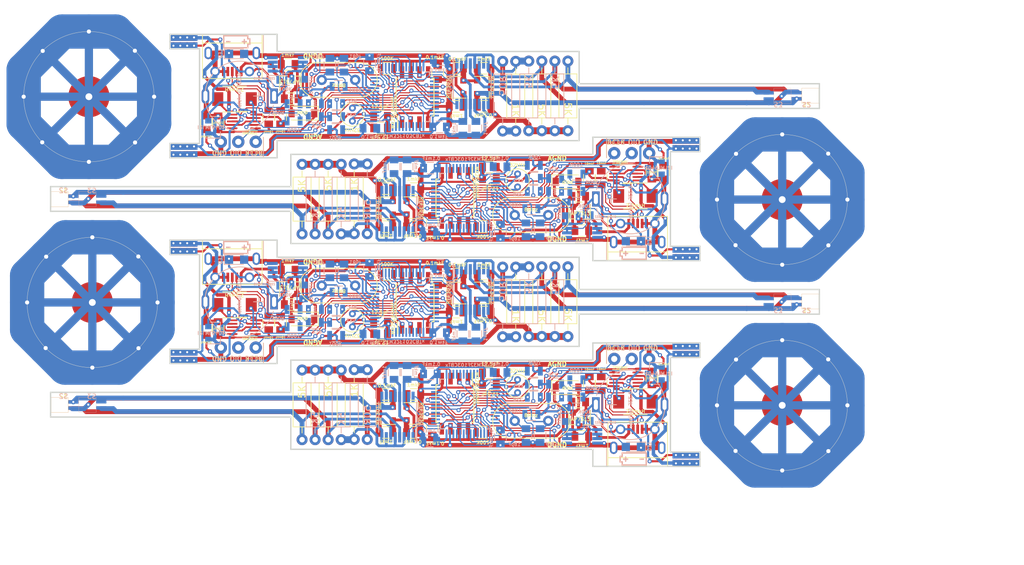
<source format=kicad_pcb>
(kicad_pcb (version 20171130) (host pcbnew 5.0.2+dfsg1-1)
  (layers (0 F.Cu signal) (31 B.Cu signal) (34 B.Paste user hide) (35 F.Paste user hide) (36 B.SilkS user) (37 F.SilkS user) (38 B.Mask user) (39 F.Mask user) (44 Edge.Cuts user))
  (net 0 "")
  (net 1 /OSC8_IN)
  (net 2 /OSC8_OUT)
  (net 3 /OSC32_IN)
  (net 4 /OSC32_OUT)
  (net 5 /3.3V)
  (net 6 /DCLK)
  (net 7 /DIO)
  (net 8 /USBDP)
  (net 9 /USBDM)
  (net 10 "Net-(C6-Pad2)")
  (net 11 "Net-(L1-Pad1)")
  (net 12 /EN)
  (net 13 /SPI_MISO)
  (net 14 /SPI_MOSI)
  (net 15 /SPI_SCLK)
  (net 16 "/AIN1(-)")
  (net 17 /18650)
  (net 18 /AGND)
  (net 19 /USB_DOWN)
  (net 20 /USB_DETECT)
  (net 21 "/AIN(+)")
  (net 22 "/AIN2(-)")
  (net 23 "/AIN3(-)")
  (net 24 /PWR_ON)
  (net 25 /PWR_OFF)
  (net 26 /BOOT0)
  (net 27 /VBAT)
  (net 28 "Net-(IC2-Pad2)")
  (net 29 "Net-(P1-Pad2)")
  (net 30 "Net-(P1-Pad3)")
  (net 31 "Net-(R1-Pad1)")
  (net 32 /5V)
  (net 33 "Net-(R10-Pad1)")
  (net 34 /BLINK)
  (net 35 "Net-(D2-Pad2)")
  (net 36 /3.0VT)
  (net 37 /1.2VT)
  (net 38 "Net-(L1-Pad2)")
  (net 39 /T_ADC_CS)
  (net 40 /FLASH_CS)
  (net 41 "Net-(C5-Pad2)")
  (net 42 /GND)
  (module zoidberg:conn_1mm (layer F.Cu) (at 19.3 31.95)
    (fp_text reference P1 hide)
    (fp_text value CONN_01X01 hide)
    (pad 1 thru_hole circle (at 0 0) (size 2 2) (drill 0.6) (layers *.Cu *.Mask))
  )
  (module zoidberg:conn_1mm (layer F.Cu) (at 38.3 31.95)
    (fp_text reference P1 hide)
    (fp_text value CONN_01X01 hide)
    (pad 1 thru_hole circle (at 0 0) (size 2 2) (drill 0.6) (layers *.Cu *.Mask))
  )
  (module zoidberg:conn_1mm (layer F.Cu) (at 28.8 22.45)
    (fp_text reference P1 hide)
    (fp_text value CONN_01X01 hide)
    (pad 1 thru_hole circle (at 0 0) (size 2 2) (drill 0.6) (layers *.Cu *.Mask))
  )
  (module zoidberg:conn_1mm (layer F.Cu) (at 35.5 25.25)
    (fp_text reference P1 hide)
    (fp_text value CONN_01X01 hide)
    (pad 1 thru_hole circle (at 0 0) (size 2 2) (drill 0.6) (layers *.Cu *.Mask))
  )
  (module zoidberg:conn_1mm (layer F.Cu) (at 22 38.6)
    (fp_text reference P1 hide)
    (fp_text value CONN_01X01 hide)
    (pad 1 thru_hole circle (at 0 0) (size 2 2) (drill 0.6) (layers *.Cu *.Mask))
  )
  (module zoidberg:conn_1mm (layer F.Cu) (at 28.8 41.45)
    (fp_text reference P1 hide)
    (fp_text value CONN_01X01 hide)
    (pad 1 thru_hole circle (at 0 0) (size 2 2) (drill 0.6) (layers *.Cu *.Mask))
  )
  (module zoidberg:conn_1mm (layer F.Cu) (at 35.525 38.625)
    (fp_text reference P1 hide)
    (fp_text value CONN_01X01 hide)
    (pad 1 thru_hole circle (at 0 0) (size 2 2) (drill 0.6) (layers *.Cu *.Mask))
  )
  (module zoidberg:conn_1mm (layer F.Cu) (at 22.075 25.275)
    (fp_text reference P1 hide)
    (fp_text value CONN_01X01 hide)
    (pad 1 thru_hole circle (at 0 0) (size 2 2) (drill 0.6) (layers *.Cu *.Mask))
  )
  (module zoidberg:conn_1mm (layer F.Cu) (at 19.8 61.95)
    (fp_text reference P1 hide)
    (fp_text value CONN_01X01 hide)
    (pad 1 thru_hole circle (at 0 0) (size 2 2) (drill 0.6) (layers *.Cu *.Mask))
  )
  (module zoidberg:conn_1mm (layer F.Cu) (at 38.8 61.95)
    (fp_text reference P1 hide)
    (fp_text value CONN_01X01 hide)
    (pad 1 thru_hole circle (at 0 0) (size 2 2) (drill 0.6) (layers *.Cu *.Mask))
  )
  (module zoidberg:conn_1mm (layer F.Cu) (at 29.3 52.45)
    (fp_text reference P1 hide)
    (fp_text value CONN_01X01 hide)
    (pad 1 thru_hole circle (at 0 0) (size 2 2) (drill 0.6) (layers *.Cu *.Mask))
  )
  (module zoidberg:conn_1mm (layer F.Cu) (at 36 55.25)
    (fp_text reference P1 hide)
    (fp_text value CONN_01X01 hide)
    (pad 1 thru_hole circle (at 0 0) (size 2 2) (drill 0.6) (layers *.Cu *.Mask))
  )
  (module zoidberg:conn_1mm (layer F.Cu) (at 22.5 68.6)
    (fp_text reference P1 hide)
    (fp_text value CONN_01X01 hide)
    (pad 1 thru_hole circle (at 0 0) (size 2 2) (drill 0.6) (layers *.Cu *.Mask))
  )
  (module zoidberg:conn_1mm (layer F.Cu) (at 29.3 71.45)
    (fp_text reference P1 hide)
    (fp_text value CONN_01X01 hide)
    (pad 1 thru_hole circle (at 0 0) (size 2 2) (drill 0.6) (layers *.Cu *.Mask))
  )
  (module zoidberg:conn_1mm (layer F.Cu) (at 36.025 68.625)
    (fp_text reference P1 hide)
    (fp_text value CONN_01X01 hide)
    (pad 1 thru_hole circle (at 0 0) (size 2 2) (drill 0.6) (layers *.Cu *.Mask))
  )
  (module zoidberg:conn_1mm (layer F.Cu) (at 22.575 55.275)
    (fp_text reference P1 hide)
    (fp_text value CONN_01X01 hide)
    (pad 1 thru_hole circle (at 0 0) (size 2 2) (drill 0.6) (layers *.Cu *.Mask))
  )
  (module zoidberg:conn_1mm (layer F.Cu) (at 120.3 76.95)
    (fp_text reference P1 hide)
    (fp_text value CONN_01X01 hide)
    (pad 1 thru_hole circle (at 0 0) (size 2 2) (drill 0.6) (layers *.Cu *.Mask))
  )
  (module zoidberg:conn_1mm (layer F.Cu) (at 139.3 76.95)
    (fp_text reference P1 hide)
    (fp_text value CONN_01X01 hide)
    (pad 1 thru_hole circle (at 0 0) (size 2 2) (drill 0.6) (layers *.Cu *.Mask))
  )
  (module zoidberg:conn_1mm (layer F.Cu) (at 129.8 67.45)
    (fp_text reference P1 hide)
    (fp_text value CONN_01X01 hide)
    (pad 1 thru_hole circle (at 0 0) (size 2 2) (drill 0.6) (layers *.Cu *.Mask))
  )
  (module zoidberg:conn_1mm (layer F.Cu) (at 136.5 70.25)
    (fp_text reference P1 hide)
    (fp_text value CONN_01X01 hide)
    (pad 1 thru_hole circle (at 0 0) (size 2 2) (drill 0.6) (layers *.Cu *.Mask))
  )
  (module zoidberg:conn_1mm (layer F.Cu) (at 123 83.6)
    (fp_text reference P1 hide)
    (fp_text value CONN_01X01 hide)
    (pad 1 thru_hole circle (at 0 0) (size 2 2) (drill 0.6) (layers *.Cu *.Mask))
  )
  (module zoidberg:conn_1mm (layer F.Cu) (at 129.8 86.45)
    (fp_text reference P1 hide)
    (fp_text value CONN_01X01 hide)
    (pad 1 thru_hole circle (at 0 0) (size 2 2) (drill 0.6) (layers *.Cu *.Mask))
  )
  (module zoidberg:conn_1mm (layer F.Cu) (at 136.525 83.625)
    (fp_text reference P1 hide)
    (fp_text value CONN_01X01 hide)
    (pad 1 thru_hole circle (at 0 0) (size 2 2) (drill 0.6) (layers *.Cu *.Mask))
  )
  (module zoidberg:conn_1mm (layer F.Cu) (at 123.075 70.275)
    (fp_text reference P1 hide)
    (fp_text value CONN_01X01 hide)
    (pad 1 thru_hole circle (at 0 0) (size 2 2) (drill 0.6) (layers *.Cu *.Mask))
  )
  (module zoidberg:conn_1mm (layer F.Cu) (at 123.075 40.275)
    (fp_text reference P1 hide)
    (fp_text value CONN_01X01 hide)
    (pad 1 thru_hole circle (at 0 0) (size 2 2) (drill 0.6) (layers *.Cu *.Mask) (net 42 /GND))
  )
  (module zoidberg:conn_1mm (layer F.Cu) (at 136.525 53.625)
    (fp_text reference P1 hide)
    (fp_text value CONN_01X01 hide)
    (pad 1 thru_hole circle (at 0 0) (size 2 2) (drill 0.6) (layers *.Cu *.Mask) (net 42 /GND))
  )
  (module zoidberg:conn_1mm (layer F.Cu) (at 129.8 56.45)
    (fp_text reference P1 hide)
    (fp_text value CONN_01X01 hide)
    (pad 1 thru_hole circle (at 0 0) (size 2 2) (drill 0.6) (layers *.Cu *.Mask) (net 42 /GND))
  )
  (module zoidberg:conn_1mm (layer F.Cu) (at 123 53.6)
    (fp_text reference P1 hide)
    (fp_text value CONN_01X01 hide)
    (pad 1 thru_hole circle (at 0 0) (size 2 2) (drill 0.6) (layers *.Cu *.Mask) (net 42 /GND))
  )
  (module zoidberg:conn_1mm (layer F.Cu) (at 136.5 40.25)
    (fp_text reference P1 hide)
    (fp_text value CONN_01X01 hide)
    (pad 1 thru_hole circle (at 0 0) (size 2 2) (drill 0.6) (layers *.Cu *.Mask) (net 42 /GND))
  )
  (module zoidberg:conn_1mm (layer F.Cu) (at 129.8 37.45)
    (fp_text reference P1 hide)
    (fp_text value CONN_01X01 hide)
    (pad 1 thru_hole circle (at 0 0) (size 2 2) (drill 0.6) (layers *.Cu *.Mask) (net 42 /GND))
  )
  (module zoidberg:conn_1mm (layer F.Cu) (at 139.3 46.95)
    (fp_text reference P1 hide)
    (fp_text value CONN_01X01 hide)
    (pad 1 thru_hole circle (at 0 0) (size 2 2) (drill 0.6) (layers *.Cu *.Mask) (net 42 /GND))
  )
  (module zoidberg:conn_1mm (layer F.Cu) (at 120.3 46.95)
    (fp_text reference P1 hide)
    (fp_text value CONN_01X01 hide)
    (pad 1 thru_hole circle (at 0 0) (size 2 2) (drill 0.6) (layers *.Cu *.Mask) (net 42 /GND))
  )
  (module jopka-01 (layer F.Cu) (at 28.8 31.95)
    (fp_text reference P5 hide)
    (fp_text value CONN_01X01 hide)
    (pad 2 thru_hole circle (at 0 0) (size 3 3) (drill 1) (layers *.Mask B.Cu))
    (pad 1 smd circle (at 0 0) (size 6 6) (layers F.Cu F.Paste F.Mask))
  )
  (module jopka-01 (layer F.Cu) (at 29.3 61.95)
    (fp_text reference P5 hide)
    (fp_text value CONN_01X01 hide)
    (pad 2 thru_hole circle (at 0 0) (size 3 3) (drill 1) (layers *.Mask B.Cu))
    (pad 1 smd circle (at 0 0) (size 6 6) (layers F.Cu F.Paste F.Mask))
  )
  (module jopka-01 (layer F.Cu) (at 129.8 76.95)
    (fp_text reference P5 hide)
    (fp_text value CONN_01X01 hide)
    (pad 2 thru_hole circle (at 0 0) (size 3 3) (drill 1) (layers *.Mask B.Cu))
    (pad 1 smd circle (at 0 0) (size 6 6) (layers F.Cu F.Paste F.Mask))
  )
  (module Housings_SSOP:TSSOP-16_4.4x5mm_Pitch0.65mm (layer B.Cu) (at 84.685 60.055 270)
    (fp_text reference U2 hide)
    (fp_text value AD7779 (at 0.1025 3.2875 90 unlocked) (layer B.SilkS) (effects (font (size 0.5 0.5) (thickness 0.1)) (justify mirror)))
    (pad 1 smd rect (at -2.95 2.275 270) (size 1.5 0.45) (layers B.Cu B.Paste B.Mask))
    (pad 2 smd rect (at -2.95 1.625 270) (size 1.5 0.45) (layers B.Cu B.Paste B.Mask))
    (pad 3 smd rect (at -2.95 0.975 270) (size 1.5 0.45) (layers B.Cu B.Paste B.Mask))
    (pad 4 smd rect (at -2.95 0.325 270) (size 1.5 0.45) (layers B.Cu B.Paste B.Mask))
    (pad 5 smd rect (at -2.95 -0.325 270) (size 1.5 0.45) (layers B.Cu B.Paste B.Mask))
    (pad 6 smd rect (at -2.95 -0.975 270) (size 1.5 0.45) (layers B.Cu B.Paste B.Mask))
    (pad 7 smd rect (at -2.95 -1.625 270) (size 1.5 0.45) (layers B.Cu B.Paste B.Mask))
    (pad 8 smd rect (at -2.95 -2.275 270) (size 1.5 0.45) (layers B.Cu B.Paste B.Mask))
    (pad 9 smd rect (at 2.95 -2.275 270) (size 1.5 0.45) (layers B.Cu B.Paste B.Mask))
    (pad 10 smd rect (at 2.95 -1.625 270) (size 1.5 0.45) (layers B.Cu B.Paste B.Mask))
    (pad 11 smd rect (at 2.95 -0.975 270) (size 1.5 0.45) (layers B.Cu B.Paste B.Mask))
    (pad 12 smd rect (at 2.95 -0.325 270) (size 1.5 0.45) (layers B.Cu B.Paste B.Mask))
    (pad 13 smd rect (at 2.95 0.325 270) (size 1.5 0.45) (layers B.Cu B.Paste B.Mask))
    (pad 14 smd rect (at 2.95 0.975 270) (size 1.5 0.45) (layers B.Cu B.Paste B.Mask))
    (pad 15 smd rect (at 2.95 1.625 270) (size 1.5 0.45) (layers B.Cu B.Paste B.Mask))
    (pad 16 smd rect (at 2.95 2.275 270) (size 1.5 0.45) (layers B.Cu B.Paste B.Mask))
  )
  (module zoidberg:L_1812 (layer F.Cu) (at 50.0175 62.2975)
    (fp_text reference L1 hide)
    (fp_text value 2.2mkH (at -0.02 -1.4 -180 unlocked) (layer F.SilkS) (effects (font (size 0.5 0.5) (thickness 0.1))))
    (pad 1 smd rect (at -2.44 0) (size 1.6 2) (layers F.Cu F.Paste F.Mask))
    (pad 2 smd rect (at 2.44 0) (size 1.6 2) (layers F.Cu F.Paste F.Mask))
  )
  (module Resistors_THT:R_Axial_DIN0207_L6.3mm_D2.5mm_P10.16mm_Horizontal (layer F.Cu) (at 98.58 56.755 270)
    (fp_text reference R17 hide)
    (fp_text value 5K (at 7 0 270 unlocked) (layer F.SilkS))
    (pad 1 thru_hole circle (at 0 0 270) (size 1.6 1.6) (drill 0.8) (layers *.Cu *.Mask))
    (pad 2 thru_hole oval (at 10.16 0 270) (size 1.6 1.6) (drill 0.8) (layers *.Cu *.Mask))
  )
  (module zoidberg:700-BAA-B00-SMD (layer B.Cu) (at 26.2775 76.9075 270)
    (fp_text reference R14 hide)
    (fp_text value S2 (at -1.275 1.185 unlocked) (layer B.SilkS) (effects (font (size 0.7 0.7) (thickness 0.1)) (justify mirror)))
    (pad 2 smd rect (at 0.45 -0.25 270) (size 0.5 1.5) (layers B.Cu B.Paste B.Mask))
    (pad 1 smd rect (at -0.45 -0.25 270) (size 0.5 1.5) (layers B.Cu B.Paste B.Mask))
  )
  (module zoidberg:700-BAA-B00-SMD (layer F.Cu) (at 26.2775 76.8975 90)
    (fp_text reference R12 hide)
    (fp_text value S1 (at 1.265 -1.185 unlocked) (layer F.SilkS) (effects (font (size 0.7 0.7) (thickness 0.1))))
    (pad 2 smd rect (at 0.45 0.25 90) (size 0.5 1.5) (layers F.Cu F.Paste F.Mask))
    (pad 1 smd rect (at -0.45 0.25 90) (size 0.5 1.5) (layers F.Cu F.Paste F.Mask))
  )
  (module zoidberg:700-BAA-B00-SMD (layer B.Cu) (at 30.3475 76.8775 270)
    (fp_text reference R16 hide)
    (fp_text value S3 (at -1.22 1.13 unlocked) (layer B.SilkS) (effects (font (size 0.7 0.7) (thickness 0.1)) (justify mirror)))
    (pad 2 smd rect (at 0.45 -0.25 270) (size 0.5 1.5) (layers B.Cu B.Paste B.Mask))
    (pad 1 smd rect (at -0.45 -0.25 270) (size 0.5 1.5) (layers B.Cu B.Paste B.Mask))
  )
  (module TO_SOT_Packages_SMD:SOT-23 (layer F.Cu) (at 72.074 78.15 180)
    (fp_text reference U3 hide)
    (fp_text value REF3012 (at 1.1765 -0.0175 90 unlocked) (layer F.SilkS) (effects (font (size 0.5 0.5) (thickness 0.1))))
    (pad 3 smd rect (at 1 0 180) (size 0.9 0.8) (layers F.Cu F.Paste F.Mask))
    (pad 2 smd rect (at -1 0.95 180) (size 0.9 0.8) (layers F.Cu F.Paste F.Mask))
    (pad 1 smd rect (at -1 -0.95 180) (size 0.9 0.8) (layers F.Cu F.Paste F.Mask))
  )
  (module Capacitors_SMD:C_0805 (layer B.Cu) (at 60.0675 60.4075 270)
    (fp_text reference C23 hide)
    (fp_text value 0.1mkF (at -0.15 -1.05 270 unlocked) (layer B.SilkS) (effects (font (size 0.5 0.5) (thickness 0.1)) (justify mirror)))
    (pad 1 smd rect (at -1 0 270) (size 1 1.25) (layers B.Cu B.Paste B.Mask))
    (pad 2 smd rect (at 1 0 270) (size 1 1.25) (layers B.Cu B.Paste B.Mask))
  )
  (module zoidberg:PAN-IONISTOR (layer B.Cu) (at 105.1575 76.8575)
    (fp_text reference C21 hide)
    (fp_text value 0.33F hide)
    (fp_text user "0.33F ionistor" (at 2.56 0.7 270) (layer B.SilkS) (effects (font (size 0.5 0.5) (thickness 0.1)) (justify mirror)))
    (pad 2 thru_hole oval (at 7.5 0) (size 1.1 2.2) (drill oval 0.6 1.5) (layers *.Cu *.Mask))
    (pad 1 thru_hole rect (at -2.5 0) (size 1.1 2.2) (drill oval 0.6 1.5) (layers *.Cu *.Mask))
  )
  (module Diodes_SMD:D_SOD-123 (layer F.Cu) (at 59.9775 64.3575 180)
    (fp_text reference D1 hide)
    (fp_text value diod (at 0.075 0.042499 180 unlocked) (layer F.SilkS) (effects (font (size 0.5 0.5) (thickness 0.1))))
    (pad 1 smd rect (at -1.65 0 180) (size 0.9 1.2) (layers F.Cu F.Paste F.Mask))
    (pad 2 smd rect (at 1.65 0 180) (size 0.9 1.2) (layers F.Cu F.Paste F.Mask))
  )
  (module Resistors_THT:R_Axial_DIN0207_L6.3mm_D2.5mm_P10.16mm_Horizontal (layer F.Cu) (at 94.78 56.755 270)
    (fp_text reference R15 hide)
    (fp_text value 5K (at 7.2 0 270 unlocked) (layer F.SilkS))
    (pad 1 thru_hole circle (at 0 0 270) (size 1.6 1.6) (drill 0.8) (layers *.Cu *.Mask))
    (pad 2 thru_hole oval (at 10.16 0 270) (size 1.6 1.6) (drill 0.8) (layers *.Cu *.Mask))
  )
  (module Resistors_SMD:R_0805 (layer B.Cu) (at 57.4175 59.4175 180)
    (fp_text reference R19 hide)
    (fp_text value 100K (at 0 -1.39 180 unlocked) (layer B.SilkS) (effects (font (size 0.5 0.5) (thickness 0.1)) (justify mirror)))
    (pad 1 smd rect (at -0.95 0 180) (size 0.7 1.3) (layers B.Cu B.Paste B.Mask))
    (pad 2 smd rect (at 0.95 0 180) (size 0.7 1.3) (layers B.Cu B.Paste B.Mask))
  )
  (module zoidberg:SN74LVC2G02 (layer B.Cu) (at 100.6575 81.4775 180)
    (fp_text reference IC2 hide)
    (fp_text value SN74LVC2G02 (at -3.41 2.02 unlocked) (layer B.SilkS) (effects (font (size 0.3 0.3) (thickness 0.07)) (justify mirror)))
    (pad 8 smd rect (at 2.2 0.975 270) (size 0.45 1.45) (layers B.Cu B.Paste B.Mask))
    (pad 7 smd rect (at 2.2 0.325 270) (size 0.45 1.45) (layers B.Cu B.Paste B.Mask))
    (pad 6 smd rect (at 2.2 -0.325 270) (size 0.45 1.45) (layers B.Cu B.Paste B.Mask))
    (pad 5 smd rect (at 2.2 -0.975 270) (size 0.45 1.45) (layers B.Cu B.Paste B.Mask))
    (pad 4 smd rect (at -2.2 -0.975 270) (size 0.45 1.45) (layers B.Cu B.Paste B.Mask))
    (pad 3 smd rect (at -2.2 -0.325 270) (size 0.45 1.45) (layers B.Cu B.Paste B.Mask))
    (pad 2 smd rect (at -2.2 0.325 270) (size 0.45 1.45) (layers B.Cu B.Paste B.Mask))
    (pad 1 smd rect (at -2.2 0.975 270) (size 0.45 1.45) (layers B.Cu B.Paste B.Mask))
  )
  (module Capacitors_SMD:C_0805 (layer B.Cu) (at 88.704 72.162)
    (fp_text reference C20 hide)
    (fp_text value 0.1mkF (at -0.089 -1.252 unlocked) (layer B.SilkS) (effects (font (size 0.5 0.5) (thickness 0.1)) (justify mirror)))
    (pad 2 smd rect (at 1 0) (size 1 1.25) (layers B.Cu B.Paste B.Mask))
    (pad 1 smd rect (at -1 0) (size 1 1.25) (layers B.Cu B.Paste B.Mask))
  )
  (module Capacitors_SMD:C_0805 (layer B.Cu) (at 88.75 81.56 270)
    (fp_text reference C19 hide)
    (fp_text value 0.1mkF (at 0.24 1.325 90 unlocked) (layer B.SilkS) (effects (font (size 0.5 0.5) (thickness 0.1)) (justify mirror)))
    (pad 2 smd rect (at 1 0 270) (size 1 1.25) (layers B.Cu B.Paste B.Mask))
    (pad 1 smd rect (at -1 0 270) (size 1 1.25) (layers B.Cu B.Paste B.Mask))
  )
  (module Capacitors_SMD:C_0805 (layer B.Cu) (at 78.45 82.16 180)
    (fp_text reference C16 hide)
    (fp_text value 0.1mkF (at -0.2175 1.5025 unlocked) (layer B.SilkS) (effects (font (size 0.5 0.5) (thickness 0.1)) (justify mirror)))
    (pad 2 smd rect (at 1 0 180) (size 1 1.25) (layers B.Cu B.Paste B.Mask))
    (pad 1 smd rect (at -1 0 180) (size 1 1.25) (layers B.Cu B.Paste B.Mask))
  )
  (module Resistors_SMD:R_0805 (layer B.Cu) (at 99.8175 73.2275)
    (fp_text reference R7 hide)
    (fp_text value 100R (at 0 -1.37) (layer B.SilkS) (effects (font (size 0.5 0.5) (thickness 0.1)) (justify mirror)))
    (pad 2 smd rect (at 0.95 0) (size 0.7 1.3) (layers B.Cu B.Paste B.Mask))
    (pad 1 smd rect (at -0.95 0) (size 0.7 1.3) (layers B.Cu B.Paste B.Mask))
  )
  (module Resistors_SMD:R_0805 (layer B.Cu) (at 99.8175 75.7375 180)
    (fp_text reference R6 hide)
    (fp_text value 300R (at -2.3 1.28 unlocked) (layer B.SilkS) (effects (font (size 0.5 0.5) (thickness 0.1)) (justify mirror)))
    (pad 2 smd rect (at 0.95 0 180) (size 0.7 1.3) (layers B.Cu B.Paste B.Mask))
    (pad 1 smd rect (at -0.95 0 180) (size 0.7 1.3) (layers B.Cu B.Paste B.Mask))
  )
  (module Resistors_SMD:R_0805 (layer B.Cu) (at 96.7175 73.8575 180)
    (fp_text reference R5 hide)
    (fp_text value 22R (at 0.3 1.3 unlocked) (layer B.SilkS) (effects (font (size 0.5 0.5) (thickness 0.1)) (justify mirror)))
    (pad 2 smd rect (at 0.95 0 180) (size 0.7 1.3) (layers B.Cu B.Paste B.Mask))
    (pad 1 smd rect (at -0.95 0 180) (size 0.7 1.3) (layers B.Cu B.Paste B.Mask))
  )
  (module Resistors_SMD:R_0805 (layer B.Cu) (at 93.6175 75.7575 180)
    (fp_text reference R4 hide)
    (fp_text value 22R (at 2.3 -0.4 unlocked) (layer B.SilkS) (effects (font (size 0.5 0.5) (thickness 0.1)) (justify mirror)))
    (pad 2 smd rect (at 0.95 0 180) (size 0.7 1.3) (layers B.Cu B.Paste B.Mask))
    (pad 1 smd rect (at -0.95 0 180) (size 0.7 1.3) (layers B.Cu B.Paste B.Mask))
  )
  (module Resistors_SMD:R_0805 (layer B.Cu) (at 93.6175 73.8575)
    (fp_text reference R3 hide)
    (fp_text value 1K5 (at -2.2 0.3 unlocked) (layer B.SilkS) (effects (font (size 0.5 0.5) (thickness 0.1)) (justify mirror)))
    (pad 2 smd rect (at 0.95 0) (size 0.7 1.3) (layers B.Cu B.Paste B.Mask))
    (pad 1 smd rect (at -0.95 0) (size 0.7 1.3) (layers B.Cu B.Paste B.Mask))
  )
  (module Resistors_SMD:R_0805 (layer B.Cu) (at 93.6175 71.9575)
    (fp_text reference R2 hide)
    (fp_text value 100K (at 0.1 -1.2 unlocked) (layer B.SilkS) (effects (font (size 0.5 0.5) (thickness 0.1)) (justify mirror)))
    (pad 2 smd rect (at 0.95 0) (size 0.7 1.3) (layers B.Cu B.Paste B.Mask))
    (pad 1 smd rect (at -0.95 0) (size 0.7 1.3) (layers B.Cu B.Paste B.Mask))
  )
  (module Resistors_SMD:R_0805 (layer B.Cu) (at 93.2575 78.2775)
    (fp_text reference R1 hide)
    (fp_text value 100K (at -2.44 -0.52 unlocked) (layer B.SilkS) (effects (font (size 0.5 0.5) (thickness 0.1)) (justify mirror)))
    (pad 2 smd rect (at 0.95 0) (size 0.7 1.3) (layers B.Cu B.Paste B.Mask))
    (pad 1 smd rect (at -0.95 0) (size 0.7 1.3) (layers B.Cu B.Paste B.Mask))
  )
  (module Capacitors_SMD:C_0805 (layer F.Cu) (at 72.05 75.36 180)
    (fp_text reference C18 hide)
    (fp_text value 0.1mkF (at -0.2 1.3 unlocked) (layer F.SilkS) (effects (font (size 0.5 0.5) (thickness 0.1))))
    (pad 2 smd rect (at 1 0 180) (size 1 1.25) (layers F.Cu F.Paste F.Mask))
    (pad 1 smd rect (at -1 0 180) (size 1 1.25) (layers F.Cu F.Paste F.Mask))
  )
  (module Capacitors_SMD:C_0805 (layer B.Cu) (at 73.255 72.16 90)
    (fp_text reference C17 hide)
    (fp_text value 1mkF (at 0 -1.4 90 unlocked) (layer B.SilkS) (effects (font (size 0.5 0.5) (thickness 0.1)) (justify mirror)))
    (pad 2 smd rect (at 1 0 90) (size 1 1.25) (layers B.Cu B.Paste B.Mask))
    (pad 1 smd rect (at -1 0 90) (size 1 1.25) (layers B.Cu B.Paste B.Mask))
  )
  (module Capacitors_SMD:C_0805 (layer B.Cu) (at 75.155 72.16 90)
    (fp_text reference C15 hide)
    (fp_text value 1mkF (at 0.1 1.3 270 unlocked) (layer B.SilkS) (effects (font (size 0.5 0.5) (thickness 0.1)) (justify mirror)))
    (pad 2 smd rect (at 1 0 90) (size 1 1.25) (layers B.Cu B.Paste B.Mask))
    (pad 1 smd rect (at -1 0 90) (size 1 1.25) (layers B.Cu B.Paste B.Mask))
  )
  (module Capacitors_SMD:C_0805 (layer F.Cu) (at 78.8325 80.2775 270)
    (fp_text reference C14 hide)
    (fp_text value 0.1mkF (at 2.23 -0.395 180 unlocked) (layer F.SilkS) (effects (font (size 0.5 0.5) (thickness 0.1))))
    (pad 2 smd rect (at 1 0 270) (size 1 1.25) (layers F.Cu F.Paste F.Mask))
    (pad 1 smd rect (at -1 0 270) (size 1 1.25) (layers F.Cu F.Paste F.Mask))
  )
  (module Capacitors_SMD:C_0805 (layer F.Cu) (at 72.0675 80.9075 180)
    (fp_text reference C13 hide)
    (fp_text value 1mkF (at 0.03 -1.35 180 unlocked) (layer F.SilkS) (effects (font (size 0.5 0.5) (thickness 0.1))))
    (pad 2 smd rect (at 1 0 180) (size 1 1.25) (layers F.Cu F.Paste F.Mask))
    (pad 1 smd rect (at -1 0 180) (size 1 1.25) (layers F.Cu F.Paste F.Mask))
  )
  (module Capacitors_SMD:C_0805 (layer F.Cu) (at 76.0775 80.9175)
    (fp_text reference C12 hide)
    (fp_text value 0.1mkF (at -0.16 1.33 180 unlocked) (layer F.SilkS) (effects (font (size 0.5 0.5) (thickness 0.1))))
    (pad 2 smd rect (at 1 0) (size 1 1.25) (layers F.Cu F.Paste F.Mask))
    (pad 1 smd rect (at -1 0) (size 1 1.25) (layers F.Cu F.Paste F.Mask))
  )
  (module Capacitors_SMD:C_0805 (layer F.Cu) (at 76.138 75.356)
    (fp_text reference C11 hide)
    (fp_text value 1mkF (at 0 -1.397 unlocked) (layer F.SilkS) (effects (font (size 0.5 0.5) (thickness 0.1))))
    (pad 2 smd rect (at 1 0) (size 1 1.25) (layers F.Cu F.Paste F.Mask))
    (pad 1 smd rect (at -1 0) (size 1 1.25) (layers F.Cu F.Paste F.Mask))
  )
  (module Capacitors_SMD:C_0805 (layer F.Cu) (at 100.5975 81.4875 180)
    (fp_text reference C10 hide)
    (fp_text value 1mkF (at -0.02 -1.37 180 unlocked) (layer F.SilkS) (effects (font (size 0.5 0.5) (thickness 0.1))))
    (pad 2 smd rect (at 1 0 180) (size 1 1.25) (layers F.Cu F.Paste F.Mask))
    (pad 1 smd rect (at -1 0 180) (size 1 1.25) (layers F.Cu F.Paste F.Mask))
  )
  (module Capacitors_SMD:C_0805 (layer F.Cu) (at 100.1575 76.4675 180)
    (fp_text reference C9 hide)
    (fp_text value 1mkF (at 0.14 0 270) (layer F.SilkS) (effects (font (size 0.3 0.3) (thickness 0.07))))
    (pad 2 smd rect (at 1 0 180) (size 1 1.25) (layers F.Cu F.Paste F.Mask))
    (pad 1 smd rect (at -1 0 180) (size 1 1.25) (layers F.Cu F.Paste F.Mask))
  )
  (module Capacitors_SMD:C_0805 (layer F.Cu) (at 110.8175 72.9575 90)
    (fp_text reference C8 hide)
    (fp_text value 10mkF (at 0 0 unlocked) (layer F.SilkS) (effects (font (size 0.3 0.3) (thickness 0.07))))
    (pad 2 smd rect (at 1 0 90) (size 1 1.25) (layers F.Cu F.Paste F.Mask))
    (pad 1 smd rect (at -1 0 90) (size 1 1.25) (layers F.Cu F.Paste F.Mask))
  )
  (module Capacitors_SMD:C_0805 (layer B.Cu) (at 78.55 72.36 180)
    (fp_text reference C7 hide)
    (fp_text value 0.1mkF (at -0.105 1.4 unlocked) (layer B.SilkS) (effects (font (size 0.5 0.5) (thickness 0.1)) (justify mirror)))
    (pad 2 smd rect (at 1 0 180) (size 1 1.25) (layers B.Cu B.Paste B.Mask))
    (pad 1 smd rect (at -1 0 180) (size 1 1.25) (layers B.Cu B.Paste B.Mask))
  )
  (module Capacitors_SMD:C_0805 (layer F.Cu) (at 112.5175 72.9575 90)
    (fp_text reference C6 hide)
    (fp_text value 0.1mkF (at 2 0.05 unlocked) (layer F.SilkS) (effects (font (size 0.3 0.3) (thickness 0.07))))
    (pad 2 smd rect (at 1 0 90) (size 1 1.25) (layers F.Cu F.Paste F.Mask))
    (pad 1 smd rect (at -1 0 90) (size 1 1.25) (layers F.Cu F.Paste F.Mask))
  )
  (module Capacitors_SMD:C_0805 (layer F.Cu) (at 101.7075 73.7875 90)
    (fp_text reference C5 hide)
    (fp_text value 10mkF (at 2.07 0.03 unlocked) (layer F.SilkS) (effects (font (size 0.3 0.3) (thickness 0.07))))
    (pad 2 smd rect (at 1 0 90) (size 1 1.25) (layers F.Cu F.Paste F.Mask))
    (pad 1 smd rect (at -1 0 90) (size 1 1.25) (layers F.Cu F.Paste F.Mask))
  )
  (module Capacitors_SMD:C_0805 (layer B.Cu) (at 92.475 81.36 270)
    (fp_text reference C4 hide)
    (fp_text value 18pF (at 1.2675 1.6975 unlocked) (layer B.SilkS) (effects (font (size 0.5 0.5) (thickness 0.1)) (justify mirror)))
    (pad 2 smd rect (at 1 0 270) (size 1 1.25) (layers B.Cu B.Paste B.Mask))
    (pad 1 smd rect (at -1 0 270) (size 1 1.25) (layers B.Cu B.Paste B.Mask))
  )
  (module Capacitors_SMD:C_0805 (layer F.Cu) (at 87.15 73.91 180)
    (fp_text reference C3 hide)
    (fp_text value 12.5pF (at -0.0675 -1.4075 180 unlocked) (layer F.SilkS) (effects (font (size 0.5 0.5) (thickness 0.1))))
    (pad 2 smd rect (at 1 0 180) (size 1 1.25) (layers F.Cu F.Paste F.Mask))
    (pad 1 smd rect (at -1 0 180) (size 1 1.25) (layers F.Cu F.Paste F.Mask))
  )
  (module Capacitors_SMD:C_0805 (layer B.Cu) (at 94.525 81.36 270)
    (fp_text reference C2 hide)
    (fp_text value 18pF (at 1.2575 -1.6425 unlocked) (layer B.SilkS) (effects (font (size 0.5 0.5) (thickness 0.1)) (justify mirror)))
    (pad 2 smd rect (at 1 0 270) (size 1 1.25) (layers B.Cu B.Paste B.Mask))
    (pad 1 smd rect (at -1 0 270) (size 1 1.25) (layers B.Cu B.Paste B.Mask))
  )
  (module Capacitors_SMD:C_0805 (layer F.Cu) (at 87.14 72.21 180)
    (fp_text reference C1 hide)
    (fp_text value 12.5pF (at -0.105 1.3 unlocked) (layer F.SilkS) (effects (font (size 0.5 0.5) (thickness 0.1))))
    (pad 2 smd rect (at 1 0 180) (size 1 1.25) (layers F.Cu F.Paste F.Mask))
    (pad 1 smd rect (at -1 0 180) (size 1 1.25) (layers F.Cu F.Paste F.Mask))
  )
  (module Crystals:Crystal_HC49-U_Vertical (layer F.Cu) (at 95.7175 79.2175 180)
    (fp_text reference 8MHz1 hide)
    (fp_text value 8MHz (at 2.495 0.8 unlocked) (layer F.SilkS) (effects (font (size 0.5 0.5) (thickness 0.1))))
    (pad 2 thru_hole circle (at 4.88 0 180) (size 1.5 1.5) (drill 0.8) (layers *.Cu *.Mask))
    (pad 1 thru_hole circle (at 0 0 180) (size 1.5 1.5) (drill 0.8) (layers *.Cu *.Mask))
  )
  (module TO_SOT_Packages_SMD:SOT-23 (layer F.Cu) (at 76.08 78.135)
    (fp_text reference U4 hide)
    (fp_text value REF3030 (at 1.1775 0.0425 270 unlocked) (layer F.SilkS) (effects (font (size 0.5 0.5) (thickness 0.1))))
    (pad 3 smd rect (at 1 0) (size 0.9 0.8) (layers F.Cu F.Paste F.Mask))
    (pad 2 smd rect (at -1 0.95) (size 0.9 0.8) (layers F.Cu F.Paste F.Mask))
    (pad 1 smd rect (at -1 -0.95) (size 0.9 0.8) (layers F.Cu F.Paste F.Mask))
  )
  (module Resistors_THT:R_Axial_DIN0207_L6.3mm_D2.5mm_P10.16mm_Horizontal (layer B.Cu) (at 61.755 81.96 90)
    (fp_text reference R13 hide)
    (fp_text value 5K (at 3.1 0 90 unlocked) (layer B.SilkS) (effects (justify mirror)))
    (pad 2 thru_hole oval (at 10.16 0 90) (size 1.6 1.6) (drill 0.8) (layers *.Cu *.Mask))
    (pad 1 thru_hole circle (at 0 0 90) (size 1.6 1.6) (drill 0.8) (layers *.Cu *.Mask))
  )
  (module Resistors_THT:R_Axial_DIN0207_L6.3mm_D2.5mm_P10.16mm_Horizontal (layer B.Cu) (at 65.555 81.96 90)
    (fp_text reference R11 hide)
    (fp_text value 5K (at 3 0.1 90 unlocked) (layer B.SilkS) (effects (justify mirror)))
    (pad 2 thru_hole oval (at 10.16 0 90) (size 1.6 1.6) (drill 0.8) (layers *.Cu *.Mask))
    (pad 1 thru_hole circle (at 0 0 90) (size 1.6 1.6) (drill 0.8) (layers *.Cu *.Mask))
  )
  (module Resistors_THT:R_Axial_DIN0207_L6.3mm_D2.5mm_P10.16mm_Horizontal (layer F.Cu) (at 67.455 71.76 270)
    (fp_text reference R10 hide)
    (fp_text value 1K (at 3 0 90 unlocked) (layer F.SilkS))
    (pad 2 thru_hole oval (at 10.16 0 270) (size 1.6 1.6) (drill 0.8) (layers *.Cu *.Mask))
    (pad 1 thru_hole circle (at 0 0 270) (size 1.6 1.6) (drill 0.8) (layers *.Cu *.Mask))
  )
  (module Crystals:Crystal_Round_d3.0mm_Vertical (layer F.Cu) (at 91.25 73.21 270)
    (fp_text reference 32.768 hide)
    (fp_text value 32kHz (at -1.3025 0.0225 unlocked) (layer F.SilkS) (effects (font (size 0.5 0.5) (thickness 0.1))))
    (pad 2 thru_hole circle (at 1.9 0 270) (size 1 1) (drill 0.5) (layers *.Cu *.Mask))
    (pad 1 thru_hole circle (at 0 0 270) (size 1 1) (drill 0.5) (layers *.Cu *.Mask))
  )
  (module TO_SOT_Packages_SMD:SOT-23 (layer B.Cu) (at 111.2425 72.3075 180)
    (fp_text reference Q1 hide)
    (fp_text value IRLML6401 (at -0.575 -0.025 unlocked) (layer B.SilkS) (effects (font (size 0.5 0.5) (thickness 0.1)) (justify mirror)))
    (pad 3 smd rect (at 1 0 180) (size 0.9 0.8) (layers B.Cu B.Paste B.Mask))
    (pad 2 smd rect (at -1 -0.95 180) (size 0.9 0.8) (layers B.Cu B.Paste B.Mask))
    (pad 1 smd rect (at -1 0.95 180) (size 0.9 0.8) (layers B.Cu B.Paste B.Mask))
  )
  (module zoidberg:pad_4.0x1.0_holes (layer F.Cu) (at 115.8175 68.3075)
    (fp_text reference PD4 hide)
    (fp_text value PADD hide)
    (pad 5 thru_hole circle (at -0.5 0) (size 1 1) (drill 0.3) (layers *.Cu))
    (pad 1 smd rect (at 0 0) (size 4 1) (layers F.Cu F.Paste F.Mask))
    (pad 2 smd rect (at 0 0) (size 4 1) (layers B.Cu B.Paste B.Mask))
    (pad 6 thru_hole circle (at -1.5 0) (size 1 1) (drill 0.3) (layers *.Cu))
    (pad 4 thru_hole circle (at 0.5 0) (size 1 1) (drill 0.3) (layers *.Cu))
    (pad 3 thru_hole circle (at 1.5 0) (size 1 1) (drill 0.3) (layers *.Cu))
  )
  (module zoidberg:pad_4.0x1.0_holes (layer F.Cu) (at 115.8175 69.5175)
    (fp_text reference PD1 hide)
    (fp_text value PADD hide)
    (pad 5 thru_hole circle (at -0.5 0) (size 1 1) (drill 0.3) (layers *.Cu))
    (pad 1 smd rect (at 0 0) (size 4 1) (layers F.Cu F.Paste F.Mask))
    (pad 2 smd rect (at 0 0) (size 4 1) (layers B.Cu B.Paste B.Mask))
    (pad 6 thru_hole circle (at -1.5 0) (size 1 1) (drill 0.3) (layers *.Cu))
    (pad 4 thru_hole circle (at 0.5 0) (size 1 1) (drill 0.3) (layers *.Cu))
    (pad 3 thru_hole circle (at 1.5 0) (size 1 1) (drill 0.3) (layers *.Cu))
  )
  (module zoidberg:pad_4.0x1.0_holes (layer F.Cu) (at 115.8175 84.1975)
    (fp_text reference PD2 hide)
    (fp_text value PADD hide)
    (pad 5 thru_hole circle (at -0.5 0) (size 1 1) (drill 0.3) (layers *.Cu))
    (pad 1 smd rect (at 0 0) (size 4 1) (layers F.Cu F.Paste F.Mask))
    (pad 2 smd rect (at 0 0) (size 4 1) (layers B.Cu B.Paste B.Mask))
    (pad 6 thru_hole circle (at -1.5 0) (size 1 1) (drill 0.3) (layers *.Cu))
    (pad 4 thru_hole circle (at 0.5 0) (size 1 1) (drill 0.3) (layers *.Cu))
    (pad 3 thru_hole circle (at 1.5 0) (size 1 1) (drill 0.3) (layers *.Cu))
  )
  (module zoidberg:pad_4.0x1.0_holes (layer F.Cu) (at 115.8175 85.4075)
    (fp_text reference PD3 hide)
    (fp_text value PADD hide)
    (pad 5 thru_hole circle (at -0.5 0) (size 1 1) (drill 0.3) (layers *.Cu))
    (pad 1 smd rect (at 0 0) (size 4 1) (layers F.Cu F.Paste F.Mask))
    (pad 2 smd rect (at 0 0) (size 4 1) (layers B.Cu B.Paste B.Mask))
    (pad 6 thru_hole circle (at -1.5 0) (size 1 1) (drill 0.3) (layers *.Cu))
    (pad 4 thru_hole circle (at 0.5 0) (size 1 1) (drill 0.3) (layers *.Cu))
    (pad 3 thru_hole circle (at 1.5 0) (size 1 1) (drill 0.3) (layers *.Cu))
  )
  (module zoidberg:UART-PIN (layer B.Cu) (at 110.91 70.184 270)
    (fp_text reference P6 hide)
    (fp_text value GND (at -1.5765 0.3425 unlocked) (layer B.SilkS) (effects (font (size 0.7 0.7) (thickness 0.1)) (justify mirror)))
    (pad 1 thru_hole circle (at 0 0.5 270) (size 1.8 1.8) (drill 0.9) (layers *.Cu *.Mask))
  )
  (module zoidberg:UART-PIN (layer B.Cu) (at 106.23 70.184 270)
    (fp_text reference P5 hide)
    (fp_text value DCLK (at -1.5765 0.6625 unlocked) (layer B.SilkS) (effects (font (size 0.7 0.7) (thickness 0.1)) (justify mirror)))
    (pad 1 thru_hole circle (at 0 0.9 270) (size 1.8 1.8) (drill 0.9) (layers *.Cu *.Mask))
  )
  (module zoidberg:UART-PIN (layer B.Cu) (at 108.27 70.184 270)
    (fp_text reference P4 hide)
    (fp_text value DIO (at -1.5765 0.0775 unlocked) (layer B.SilkS) (effects (font (size 0.7 0.7) (thickness 0.1)) (justify mirror)))
    (pad 1 thru_hole circle (at 0 0.4 270) (size 1.8 1.8) (drill 0.9) (layers *.Cu *.Mask))
  )
  (module zoidberg:MX25L64 (layer F.Cu) (at 82.1175 76.7075 270)
    (fp_text reference IC1 hide)
    (fp_text value MX25L6406E (at -2.23 -3.21 270 unlocked) (layer F.SilkS) (effects (font (size 0.5 0.5) (thickness 0.1))))
    (pad 8 smd rect (at 3.65 -1.905 270) (size 1.7 0.65) (layers F.Cu F.Paste F.Mask))
    (pad 7 smd rect (at 3.65 -0.635 270) (size 1.7 0.65) (layers F.Cu F.Paste F.Mask))
    (pad 6 smd rect (at 3.65 0.635 270) (size 1.7 0.65) (layers F.Cu F.Paste F.Mask))
    (pad 5 smd rect (at 3.65 1.905 270) (size 1.7 0.65) (layers F.Cu F.Paste F.Mask))
    (pad 4 smd rect (at -3.65 1.905 270) (size 1.7 0.65) (layers F.Cu F.Paste F.Mask))
    (pad 3 smd rect (at -3.65 0.635 270) (size 1.7 0.65) (layers F.Cu F.Paste F.Mask))
    (pad 2 smd rect (at -3.65 -0.635 270) (size 1.7 0.65) (layers F.Cu F.Paste F.Mask))
    (pad 1 smd rect (at -3.65 -1.905 270) (size 1.7 0.65) (layers F.Cu F.Paste F.Mask))
  )
  (module zoidberg:STM32F103 (layer B.Cu) (at 83.65 76.76 180)
    (fp_text reference SPI1-CS1 hide)
    (fp_text value STM32F103CBTx (at -0.0925 5.6775 unlocked) (layer B.SilkS) (effects (font (size 0.5 0.5) (thickness 0.1)) (justify mirror)))
    (pad 48 smd rect (at -2.75 4.35 90) (size 1.3 0.25) (layers B.Cu B.Paste B.Mask))
    (pad 47 smd rect (at -2.25 4.35 90) (size 1.3 0.25) (layers B.Cu B.Paste B.Mask))
    (pad 46 smd rect (at -1.75 4.35 90) (size 1.3 0.25) (layers B.Cu B.Paste B.Mask))
    (pad 45 smd rect (at -1.25 4.35 90) (size 1.3 0.25) (layers B.Cu B.Paste B.Mask))
    (pad 44 smd rect (at -0.75 4.35 90) (size 1.3 0.25) (layers B.Cu B.Paste B.Mask))
    (pad 43 smd rect (at -0.25 4.35 90) (size 1.3 0.25) (layers B.Cu B.Paste B.Mask))
    (pad 42 smd rect (at 0.25 4.35 90) (size 1.3 0.25) (layers B.Cu B.Paste B.Mask))
    (pad 41 smd rect (at 0.75 4.35 90) (size 1.3 0.25) (layers B.Cu B.Paste B.Mask))
    (pad 40 smd rect (at 1.25 4.35 90) (size 1.3 0.25) (layers B.Cu B.Paste B.Mask))
    (pad 39 smd rect (at 1.75 4.35 90) (size 1.3 0.25) (layers B.Cu B.Paste B.Mask))
    (pad 38 smd rect (at 2.25 4.35 90) (size 1.3 0.25) (layers B.Cu B.Paste B.Mask))
    (pad 37 smd rect (at 2.75 4.35 90) (size 1.3 0.25) (layers B.Cu B.Paste B.Mask))
    (pad 36 smd rect (at 4.35 2.75 180) (size 1.3 0.25) (layers B.Cu B.Paste B.Mask))
    (pad 35 smd rect (at 4.35 2.25 180) (size 1.3 0.25) (layers B.Cu B.Paste B.Mask))
    (pad 34 smd rect (at 4.35 1.75 180) (size 1.3 0.25) (layers B.Cu B.Paste B.Mask))
    (pad 33 smd rect (at 4.35 1.25 180) (size 1.3 0.25) (layers B.Cu B.Paste B.Mask))
    (pad 32 smd rect (at 4.35 0.75 180) (size 1.3 0.25) (layers B.Cu B.Paste B.Mask))
    (pad 31 smd rect (at 4.35 0.25 180) (size 1.3 0.25) (layers B.Cu B.Paste B.Mask))
    (pad 30 smd rect (at 4.35 -0.25 180) (size 1.3 0.25) (layers B.Cu B.Paste B.Mask))
    (pad 29 smd rect (at 4.35 -0.75 180) (size 1.3 0.25) (layers B.Cu B.Paste B.Mask))
    (pad 28 smd rect (at 4.35 -1.25 180) (size 1.3 0.25) (layers B.Cu B.Paste B.Mask))
    (pad 27 smd rect (at 4.35 -1.75 180) (size 1.3 0.25) (layers B.Cu B.Paste B.Mask))
    (pad 26 smd rect (at 4.35 -2.25 180) (size 1.3 0.25) (layers B.Cu B.Paste B.Mask))
    (pad 25 smd rect (at 4.35 -2.75 180) (size 1.3 0.25) (layers B.Cu B.Paste B.Mask))
    (pad 24 smd rect (at 2.75 -4.35 90) (size 1.3 0.25) (layers B.Cu B.Paste B.Mask))
    (pad 23 smd rect (at 2.25 -4.35 90) (size 1.3 0.25) (layers B.Cu B.Paste B.Mask))
    (pad 22 smd rect (at 1.75 -4.35 90) (size 1.3 0.25) (layers B.Cu B.Paste B.Mask))
    (pad 21 smd rect (at 1.25 -4.35 90) (size 1.3 0.25) (layers B.Cu B.Paste B.Mask))
    (pad 20 smd rect (at 0.75 -4.35 90) (size 1.3 0.25) (layers B.Cu B.Paste B.Mask))
    (pad 19 smd rect (at 0.25 -4.35 90) (size 1.3 0.25) (layers B.Cu B.Paste B.Mask))
    (pad 18 smd rect (at -0.25 -4.35 90) (size 1.3 0.25) (layers B.Cu B.Paste B.Mask))
    (pad 17 smd rect (at -0.75 -4.35 90) (size 1.3 0.25) (layers B.Cu B.Paste B.Mask))
    (pad 16 smd rect (at -1.25 -4.35 90) (size 1.3 0.25) (layers B.Cu B.Paste B.Mask))
    (pad 15 smd rect (at -1.75 -4.35 90) (size 1.3 0.25) (layers B.Cu B.Paste B.Mask))
    (pad 14 smd rect (at -2.25 -4.35 90) (size 1.3 0.25) (layers B.Cu B.Paste B.Mask))
    (pad 13 smd rect (at -2.75 -4.35 90) (size 1.3 0.25) (layers B.Cu B.Paste B.Mask))
    (pad 12 smd rect (at -4.35 -2.75 180) (size 1.3 0.25) (layers B.Cu B.Paste B.Mask))
    (pad 11 smd rect (at -4.35 -2.25 180) (size 1.3 0.25) (layers B.Cu B.Paste B.Mask))
    (pad 10 smd rect (at -4.35 -1.75 180) (size 1.3 0.25) (layers B.Cu B.Paste B.Mask))
    (pad 9 smd rect (at -4.35 -1.25 180) (size 1.3 0.25) (layers B.Cu B.Paste B.Mask))
    (pad 8 smd rect (at -4.35 -0.75 180) (size 1.3 0.25) (layers B.Cu B.Paste B.Mask))
    (pad 7 smd rect (at -4.35 -0.25 180) (size 1.3 0.25) (layers B.Cu B.Paste B.Mask))
    (pad 6 smd rect (at -4.35 0.25 180) (size 1.3 0.25) (layers B.Cu B.Paste B.Mask))
    (pad 5 smd rect (at -4.35 0.75 180) (size 1.3 0.25) (layers B.Cu B.Paste B.Mask))
    (pad 4 smd rect (at -4.35 1.25 180) (size 1.3 0.25) (layers B.Cu B.Paste B.Mask))
    (pad 3 smd rect (at -4.35 1.75 180) (size 1.3 0.25) (layers B.Cu B.Paste B.Mask))
    (pad 2 smd rect (at -4.35 2.25 180) (size 1.3 0.25) (layers B.Cu B.Paste B.Mask))
    (pad 1 smd rect (at -4.35 2.75 180) (size 1.3 0.25) (layers B.Cu B.Paste B.Mask))
  )
  (module zoidberg:AP7313 (layer F.Cu) (at 100.2875 79.0075 270)
    (fp_text reference U5 hide)
    (fp_text value AP7313 (at -0.025 -0.155 unlocked) (layer F.SilkS) (effects (font (size 0.5 0.5) (thickness 0.1))))
    (pad 3 smd rect (at 1 0 270) (size 0.9 0.8) (layers F.Cu F.Paste F.Mask))
    (pad 2 smd rect (at -1 0.95 270) (size 0.9 0.8) (layers F.Cu F.Paste F.Mask))
    (pad 1 smd rect (at -1 -0.95 270) (size 0.9 0.8) (layers F.Cu F.Paste F.Mask))
  )
  (module zoidberg:USB_Micro-B (layer F.Cu) (at 108.7475 81.7875)
    (fp_text reference P1 hide)
    (fp_text value USB hide)
    (pad 6 thru_hole oval (at 3.5 1.35 90) (size 1.8 1.1) (drill oval 1.3 0.6) (layers *.Cu *.Mask))
    (pad 6 thru_hole oval (at -3.5 1.35 90) (size 1.8 1.1) (drill oval 1.3 0.6) (layers *.Cu *.Mask))
    (pad 6 thru_hole circle (at 2.5 -1.35 90) (size 1.4 1.4) (drill 0.9) (layers *.Cu *.Mask))
    (pad 6 thru_hole circle (at -2.5 -1.35 90) (size 1.4 1.4) (drill 0.9) (layers *.Cu *.Mask))
    (pad 5 smd rect (at 1.3 -1.35 90) (size 1.35 0.4) (layers F.Cu F.Paste F.Mask))
    (pad 4 smd rect (at 0.65 -1.35 90) (size 1.35 0.4) (layers F.Cu F.Paste F.Mask))
    (pad 3 smd rect (at 0 -1.35 90) (size 1.35 0.4) (layers F.Cu F.Paste F.Mask))
    (pad 2 smd rect (at -0.65 -1.35 90) (size 1.35 0.4) (layers F.Cu F.Paste F.Mask))
    (pad 1 smd rect (at -1.3 -1.35 90) (size 1.35 0.4) (layers F.Cu F.Paste F.Mask))
  )
  (module zoidberg:TPS63001 (layer F.Cu) (at 107.1375 73.3775)
    (fp_text reference U1 hide)
    (fp_text value TPS63001 (at -0.93 -1.91 unlocked) (layer F.SilkS) (effects (font (size 0.3 0.3) (thickness 0.07))))
    (pad 8 smd rect (at 1.62 -0.22) (size 1.5 0.25) (layers F.Cu F.Paste F.Mask))
    (pad 7 smd rect (at 1.62 0.28) (size 1.5 0.25) (layers F.Cu F.Paste F.Mask))
    (pad 6 smd rect (at 1.62 0.78) (size 1.5 0.25) (layers F.Cu F.Paste F.Mask))
    (pad 5 smd rect (at -1.78 0.78) (size 1.5 0.25) (layers F.Cu F.Paste F.Mask))
    (pad 4 smd rect (at -1.78 0.28) (size 1.5 0.25) (layers F.Cu F.Paste F.Mask))
    (pad 3 smd rect (at -1.78 -0.22) (size 1.5 0.25) (layers F.Cu F.Paste F.Mask))
    (pad 2 smd rect (at -1.78 -0.72) (size 1.5 0.25) (layers F.Cu F.Paste F.Mask))
    (pad 1 smd rect (at -1.78 -1.22) (size 1.5 0.25) (layers F.Cu F.Paste F.Mask))
    (pad 9 smd rect (at 1.62 -0.72) (size 1.5 0.25) (layers F.Cu F.Paste F.Mask))
    (pad 10 smd rect (at 1.62 -1.22) (size 1.5 0.25) (layers F.Cu F.Paste F.Mask))
  )
  (module Capacitors_SMD:C_0805 (layer F.Cu) (at 103.4375 73.7875 90)
    (fp_text reference C22 hide)
    (fp_text value 10mkF (at 2.13 0.06 unlocked) (layer F.SilkS) (effects (font (size 0.3 0.3) (thickness 0.07))))
    (pad 2 smd rect (at 1 0 90) (size 1 1.25) (layers F.Cu F.Paste F.Mask))
    (pad 1 smd rect (at -1 0 90) (size 1 1.25) (layers F.Cu F.Paste F.Mask))
  )
  (module LEDs:LED_0805 (layer B.Cu) (at 108.1175 83.0075 180)
    (fp_text reference D2 hide)
    (fp_text value LED (at -2.35 -0.01 90) (layer B.SilkS) (effects (font (size 0.5 0.5) (thickness 0.1)) (justify mirror)))
    (pad 1 smd rect (at -1.1 0) (size 1.2 1.2) (layers B.Cu B.Paste B.Mask))
    (pad 2 smd rect (at 1.1 0) (size 1.2 1.2) (layers B.Cu B.Paste B.Mask))
  )
  (module Resistors_THT:R_Axial_DIN0207_L6.3mm_D2.5mm_P10.16mm_Horizontal (layer B.Cu) (at 69.355 71.76 270)
    (fp_text reference R18 hide)
    (fp_text value 50R (at 6.6 0 90 unlocked) (layer B.SilkS) (effects (justify mirror)))
    (pad 2 thru_hole oval (at 10.16 0 270) (size 1.6 1.6) (drill 0.8) (layers *.Cu *.Mask))
    (pad 1 thru_hole circle (at 0 0 270) (size 1.6 1.6) (drill 0.8) (layers *.Cu *.Mask))
  )
  (module Resistors_SMD:R_0805 (layer B.Cu) (at 96.7075 75.7375)
    (fp_text reference R9 hide)
    (fp_text value 100K (at 0.01 0.02 90 unlocked) (layer B.SilkS) (effects (font (size 0.3 0.3) (thickness 0.07)) (justify mirror)))
    (pad 2 smd rect (at 0.95 0) (size 0.7 1.3) (layers B.Cu B.Paste B.Mask))
    (pad 1 smd rect (at -0.95 0) (size 0.7 1.3) (layers B.Cu B.Paste B.Mask))
  )
  (module Resistors_SMD:R_0805 (layer F.Cu) (at 86.1975 80.8875 180)
    (fp_text reference R20 hide)
    (fp_text value 100K (at 0 -1.45 180 unlocked) (layer F.SilkS) (effects (font (size 0.5 0.5) (thickness 0.1))))
    (pad 2 smd rect (at 0.95 0 180) (size 0.7 1.3) (layers F.Cu F.Paste F.Mask))
    (pad 1 smd rect (at -0.95 0 180) (size 0.7 1.3) (layers F.Cu F.Paste F.Mask))
  )
  (module Resistors_SMD:R_0805 (layer B.Cu) (at 101.0175 79.2975)
    (fp_text reference R19 hide)
    (fp_text value 100K (at 0 -1.39 unlocked) (layer B.SilkS) (effects (font (size 0.5 0.5) (thickness 0.1)) (justify mirror)))
    (pad 2 smd rect (at 0.95 0) (size 0.7 1.3) (layers B.Cu B.Paste B.Mask))
    (pad 1 smd rect (at -0.95 0) (size 0.7 1.3) (layers B.Cu B.Paste B.Mask))
  )
  (module Capacitors_SMD:C_0805 (layer B.Cu) (at 98.3675 78.3075 90)
    (fp_text reference C23 hide)
    (fp_text value 0.1mkF (at -0.15 -1.05 90 unlocked) (layer B.SilkS) (effects (font (size 0.5 0.5) (thickness 0.1)) (justify mirror)))
    (pad 2 smd rect (at 1 0 90) (size 1 1.25) (layers B.Cu B.Paste B.Mask))
    (pad 1 smd rect (at -1 0 90) (size 1 1.25) (layers B.Cu B.Paste B.Mask))
  )
  (module zoidberg:L_1812 (layer F.Cu) (at 108.4175 76.4175 180)
    (fp_text reference L1 hide)
    (fp_text value 2.2mkH (at -0.02 -1.4 unlocked) (layer F.SilkS) (effects (font (size 0.5 0.5) (thickness 0.1))))
    (pad 2 smd rect (at 2.44 0 180) (size 1.6 2) (layers F.Cu F.Paste F.Mask))
    (pad 1 smd rect (at -2.44 0 180) (size 1.6 2) (layers F.Cu F.Paste F.Mask))
  )
  (module Resistors_THT:R_Axial_DIN0207_L6.3mm_D2.5mm_P10.16mm_Horizontal (layer F.Cu) (at 63.655 81.96 90)
    (fp_text reference R15 hide)
    (fp_text value 5K (at 7.2 0 90 unlocked) (layer F.SilkS))
    (pad 2 thru_hole oval (at 10.16 0 90) (size 1.6 1.6) (drill 0.8) (layers *.Cu *.Mask))
    (pad 1 thru_hole circle (at 0 0 90) (size 1.6 1.6) (drill 0.8) (layers *.Cu *.Mask))
  )
  (module Resistors_THT:R_Axial_DIN0207_L6.3mm_D2.5mm_P10.16mm_Horizontal (layer F.Cu) (at 59.855 81.96 90)
    (fp_text reference R17 hide)
    (fp_text value 5K (at 7 0 90 unlocked) (layer F.SilkS))
    (pad 2 thru_hole oval (at 10.16 0 90) (size 1.6 1.6) (drill 0.8) (layers *.Cu *.Mask))
    (pad 1 thru_hole circle (at 0 0 90) (size 1.6 1.6) (drill 0.8) (layers *.Cu *.Mask))
  )
  (module zoidberg:700-BAA-B00-SMD (layer B.Cu) (at 132.1575 61.8075 90)
    (fp_text reference R14 hide)
    (fp_text value S2 (at -1.275 1.185 -180 unlocked) (layer B.SilkS) (effects (font (size 0.7 0.7) (thickness 0.1)) (justify mirror)))
    (pad 1 smd rect (at -0.45 -0.25 90) (size 0.5 1.5) (layers B.Cu B.Paste B.Mask))
    (pad 2 smd rect (at 0.45 -0.25 90) (size 0.5 1.5) (layers B.Cu B.Paste B.Mask))
  )
  (module zoidberg:700-BAA-B00-SMD (layer F.Cu) (at 132.1575 61.8175 270)
    (fp_text reference R12 hide)
    (fp_text value S1 (at 1.265 -1.185 180 unlocked) (layer F.SilkS) (effects (font (size 0.7 0.7) (thickness 0.1))))
    (pad 1 smd rect (at -0.45 0.25 270) (size 0.5 1.5) (layers F.Cu F.Paste F.Mask))
    (pad 2 smd rect (at 0.45 0.25 270) (size 0.5 1.5) (layers F.Cu F.Paste F.Mask))
  )
  (module zoidberg:700-BAA-B00-SMD (layer B.Cu) (at 128.0875 61.8375 90)
    (fp_text reference R16 hide)
    (fp_text value S3 (at -1.22 1.13 -180 unlocked) (layer B.SilkS) (effects (font (size 0.7 0.7) (thickness 0.1)) (justify mirror)))
    (pad 1 smd rect (at -0.45 -0.25 90) (size 0.5 1.5) (layers B.Cu B.Paste B.Mask))
    (pad 2 smd rect (at 0.45 -0.25 90) (size 0.5 1.5) (layers B.Cu B.Paste B.Mask))
  )
  (module TO_SOT_Packages_SMD:SOT-23 (layer F.Cu) (at 86.361 60.565)
    (fp_text reference U3 hide)
    (fp_text value REF3012 (at 1.1765 -0.0175 -90 unlocked) (layer F.SilkS) (effects (font (size 0.5 0.5) (thickness 0.1))))
    (pad 1 smd rect (at -1 -0.95) (size 0.9 0.8) (layers F.Cu F.Paste F.Mask))
    (pad 2 smd rect (at -1 0.95) (size 0.9 0.8) (layers F.Cu F.Paste F.Mask))
    (pad 3 smd rect (at 1 0) (size 0.9 0.8) (layers F.Cu F.Paste F.Mask))
  )
  (module zoidberg:PAN-IONISTOR (layer B.Cu) (at 53.2775 61.8575 180)
    (fp_text reference C21 hide)
    (fp_text value 0.33F hide)
    (fp_text user "0.33F ionistor" (at 2.56 0.7 90) (layer B.SilkS) (effects (font (size 0.5 0.5) (thickness 0.1)) (justify mirror)))
    (pad 1 thru_hole rect (at -2.5 0 180) (size 1.1 2.2) (drill oval 0.6 1.5) (layers *.Cu *.Mask))
    (pad 2 thru_hole oval (at 7.5 0 180) (size 1.1 2.2) (drill oval 0.6 1.5) (layers *.Cu *.Mask))
  )
  (module zoidberg:SN74LVC2G02 (layer B.Cu) (at 57.7775 57.2375)
    (fp_text reference IC2 hide)
    (fp_text value SN74LVC2G02 (at -3.41 2.02 -180 unlocked) (layer B.SilkS) (effects (font (size 0.3 0.3) (thickness 0.07)) (justify mirror)))
    (pad 1 smd rect (at -2.2 0.975 90) (size 0.45 1.45) (layers B.Cu B.Paste B.Mask))
    (pad 2 smd rect (at -2.2 0.325 90) (size 0.45 1.45) (layers B.Cu B.Paste B.Mask))
    (pad 3 smd rect (at -2.2 -0.325 90) (size 0.45 1.45) (layers B.Cu B.Paste B.Mask))
    (pad 4 smd rect (at -2.2 -0.975 90) (size 0.45 1.45) (layers B.Cu B.Paste B.Mask))
    (pad 5 smd rect (at 2.2 -0.975 90) (size 0.45 1.45) (layers B.Cu B.Paste B.Mask))
    (pad 6 smd rect (at 2.2 -0.325 90) (size 0.45 1.45) (layers B.Cu B.Paste B.Mask))
    (pad 7 smd rect (at 2.2 0.325 90) (size 0.45 1.45) (layers B.Cu B.Paste B.Mask))
    (pad 8 smd rect (at 2.2 0.975 90) (size 0.45 1.45) (layers B.Cu B.Paste B.Mask))
  )
  (module Capacitors_SMD:C_0805 (layer B.Cu) (at 69.731 66.553 180)
    (fp_text reference C20 hide)
    (fp_text value 0.1mkF (at -0.089 -1.252 180 unlocked) (layer B.SilkS) (effects (font (size 0.5 0.5) (thickness 0.1)) (justify mirror)))
    (pad 1 smd rect (at -1 0 180) (size 1 1.25) (layers B.Cu B.Paste B.Mask))
    (pad 2 smd rect (at 1 0 180) (size 1 1.25) (layers B.Cu B.Paste B.Mask))
  )
  (module Capacitors_SMD:C_0805 (layer B.Cu) (at 69.685 57.155 90)
    (fp_text reference C19 hide)
    (fp_text value 0.1mkF (at 0.24 1.325 -90 unlocked) (layer B.SilkS) (effects (font (size 0.5 0.5) (thickness 0.1)) (justify mirror)))
    (pad 1 smd rect (at -1 0 90) (size 1 1.25) (layers B.Cu B.Paste B.Mask))
    (pad 2 smd rect (at 1 0 90) (size 1 1.25) (layers B.Cu B.Paste B.Mask))
  )
  (module Capacitors_SMD:C_0805 (layer B.Cu) (at 79.985 56.555)
    (fp_text reference C16 hide)
    (fp_text value 0.1mkF (at -0.2175 1.5025 -180 unlocked) (layer B.SilkS) (effects (font (size 0.5 0.5) (thickness 0.1)) (justify mirror)))
    (pad 1 smd rect (at -1 0) (size 1 1.25) (layers B.Cu B.Paste B.Mask))
    (pad 2 smd rect (at 1 0) (size 1 1.25) (layers B.Cu B.Paste B.Mask))
  )
  (module Resistors_SMD:R_0805 (layer B.Cu) (at 58.6175 65.4875 180)
    (fp_text reference R7 hide)
    (fp_text value 100R (at 0 -1.37 180) (layer B.SilkS) (effects (font (size 0.5 0.5) (thickness 0.1)) (justify mirror)))
    (pad 1 smd rect (at -0.95 0 180) (size 0.7 1.3) (layers B.Cu B.Paste B.Mask))
    (pad 2 smd rect (at 0.95 0 180) (size 0.7 1.3) (layers B.Cu B.Paste B.Mask))
  )
  (module Resistors_SMD:R_0805 (layer B.Cu) (at 58.6175 62.9775)
    (fp_text reference R6 hide)
    (fp_text value 300R (at -2.3 1.28 -180 unlocked) (layer B.SilkS) (effects (font (size 0.5 0.5) (thickness 0.1)) (justify mirror)))
    (pad 1 smd rect (at -0.95 0) (size 0.7 1.3) (layers B.Cu B.Paste B.Mask))
    (pad 2 smd rect (at 0.95 0) (size 0.7 1.3) (layers B.Cu B.Paste B.Mask))
  )
  (module Resistors_SMD:R_0805 (layer B.Cu) (at 61.7175 64.8575)
    (fp_text reference R5 hide)
    (fp_text value 22R (at 0.3 1.3 -180 unlocked) (layer B.SilkS) (effects (font (size 0.5 0.5) (thickness 0.1)) (justify mirror)))
    (pad 1 smd rect (at -0.95 0) (size 0.7 1.3) (layers B.Cu B.Paste B.Mask))
    (pad 2 smd rect (at 0.95 0) (size 0.7 1.3) (layers B.Cu B.Paste B.Mask))
  )
  (module Resistors_SMD:R_0805 (layer B.Cu) (at 64.8175 62.9575)
    (fp_text reference R4 hide)
    (fp_text value 22R (at 2.3 -0.4 -180 unlocked) (layer B.SilkS) (effects (font (size 0.5 0.5) (thickness 0.1)) (justify mirror)))
    (pad 1 smd rect (at -0.95 0) (size 0.7 1.3) (layers B.Cu B.Paste B.Mask))
    (pad 2 smd rect (at 0.95 0) (size 0.7 1.3) (layers B.Cu B.Paste B.Mask))
  )
  (module Resistors_SMD:R_0805 (layer B.Cu) (at 64.8175 64.8575 180)
    (fp_text reference R3 hide)
    (fp_text value 1K5 (at -2.2 0.3 180 unlocked) (layer B.SilkS) (effects (font (size 0.5 0.5) (thickness 0.1)) (justify mirror)))
    (pad 1 smd rect (at -0.95 0 180) (size 0.7 1.3) (layers B.Cu B.Paste B.Mask))
    (pad 2 smd rect (at 0.95 0 180) (size 0.7 1.3) (layers B.Cu B.Paste B.Mask))
  )
  (module Resistors_SMD:R_0805 (layer B.Cu) (at 64.8175 66.7575 180)
    (fp_text reference R2 hide)
    (fp_text value 100K (at 0.1 -1.2 180 unlocked) (layer B.SilkS) (effects (font (size 0.5 0.5) (thickness 0.1)) (justify mirror)))
    (pad 1 smd rect (at -0.95 0 180) (size 0.7 1.3) (layers B.Cu B.Paste B.Mask))
    (pad 2 smd rect (at 0.95 0 180) (size 0.7 1.3) (layers B.Cu B.Paste B.Mask))
  )
  (module Resistors_SMD:R_0805 (layer B.Cu) (at 65.1775 60.4375 180)
    (fp_text reference R1 hide)
    (fp_text value 100K (at -2.44 -0.52 180 unlocked) (layer B.SilkS) (effects (font (size 0.5 0.5) (thickness 0.1)) (justify mirror)))
    (pad 1 smd rect (at -0.95 0 180) (size 0.7 1.3) (layers B.Cu B.Paste B.Mask))
    (pad 2 smd rect (at 0.95 0 180) (size 0.7 1.3) (layers B.Cu B.Paste B.Mask))
  )
  (module Capacitors_SMD:C_0805 (layer F.Cu) (at 86.385 63.355)
    (fp_text reference C18 hide)
    (fp_text value 0.1mkF (at -0.2 1.3 -180 unlocked) (layer F.SilkS) (effects (font (size 0.5 0.5) (thickness 0.1))))
    (pad 1 smd rect (at -1 0) (size 1 1.25) (layers F.Cu F.Paste F.Mask))
    (pad 2 smd rect (at 1 0) (size 1 1.25) (layers F.Cu F.Paste F.Mask))
  )
  (module Capacitors_SMD:C_0805 (layer B.Cu) (at 85.18 66.555 270)
    (fp_text reference C17 hide)
    (fp_text value 1mkF (at 0 -1.4 270 unlocked) (layer B.SilkS) (effects (font (size 0.5 0.5) (thickness 0.1)) (justify mirror)))
    (pad 1 smd rect (at -1 0 270) (size 1 1.25) (layers B.Cu B.Paste B.Mask))
    (pad 2 smd rect (at 1 0 270) (size 1 1.25) (layers B.Cu B.Paste B.Mask))
  )
  (module Capacitors_SMD:C_0805 (layer B.Cu) (at 83.28 66.555 270)
    (fp_text reference C15 hide)
    (fp_text value 1mkF (at 0.1 1.3 90 unlocked) (layer B.SilkS) (effects (font (size 0.5 0.5) (thickness 0.1)) (justify mirror)))
    (pad 1 smd rect (at -1 0 270) (size 1 1.25) (layers B.Cu B.Paste B.Mask))
    (pad 2 smd rect (at 1 0 270) (size 1 1.25) (layers B.Cu B.Paste B.Mask))
  )
  (module Capacitors_SMD:C_0805 (layer F.Cu) (at 79.6025 58.4375 90)
    (fp_text reference C14 hide)
    (fp_text value 0.1mkF (at 2.23 -0.395 unlocked) (layer F.SilkS) (effects (font (size 0.5 0.5) (thickness 0.1))))
    (pad 1 smd rect (at -1 0 90) (size 1 1.25) (layers F.Cu F.Paste F.Mask))
    (pad 2 smd rect (at 1 0 90) (size 1 1.25) (layers F.Cu F.Paste F.Mask))
  )
  (module Capacitors_SMD:C_0805 (layer F.Cu) (at 86.3675 57.8075)
    (fp_text reference C13 hide)
    (fp_text value 1mkF (at 0.03 -1.35 unlocked) (layer F.SilkS) (effects (font (size 0.5 0.5) (thickness 0.1))))
    (pad 1 smd rect (at -1 0) (size 1 1.25) (layers F.Cu F.Paste F.Mask))
    (pad 2 smd rect (at 1 0) (size 1 1.25) (layers F.Cu F.Paste F.Mask))
  )
  (module Capacitors_SMD:C_0805 (layer F.Cu) (at 82.3575 57.7975 180)
    (fp_text reference C12 hide)
    (fp_text value 0.1mkF (at -0.16 1.33 unlocked) (layer F.SilkS) (effects (font (size 0.5 0.5) (thickness 0.1))))
    (pad 1 smd rect (at -1 0 180) (size 1 1.25) (layers F.Cu F.Paste F.Mask))
    (pad 2 smd rect (at 1 0 180) (size 1 1.25) (layers F.Cu F.Paste F.Mask))
  )
  (module Capacitors_SMD:C_0805 (layer F.Cu) (at 82.297 63.359 180)
    (fp_text reference C11 hide)
    (fp_text value 1mkF (at 0 -1.397 180 unlocked) (layer F.SilkS) (effects (font (size 0.5 0.5) (thickness 0.1))))
    (pad 1 smd rect (at -1 0 180) (size 1 1.25) (layers F.Cu F.Paste F.Mask))
    (pad 2 smd rect (at 1 0 180) (size 1 1.25) (layers F.Cu F.Paste F.Mask))
  )
  (module Capacitors_SMD:C_0805 (layer F.Cu) (at 57.8375 57.2275)
    (fp_text reference C10 hide)
    (fp_text value 1mkF (at -0.02 -1.37 unlocked) (layer F.SilkS) (effects (font (size 0.5 0.5) (thickness 0.1))))
    (pad 1 smd rect (at -1 0) (size 1 1.25) (layers F.Cu F.Paste F.Mask))
    (pad 2 smd rect (at 1 0) (size 1 1.25) (layers F.Cu F.Paste F.Mask))
  )
  (module Capacitors_SMD:C_0805 (layer F.Cu) (at 58.2775 62.2475)
    (fp_text reference C9 hide)
    (fp_text value 1mkF (at 0.14 0 90) (layer F.SilkS) (effects (font (size 0.3 0.3) (thickness 0.07))))
    (pad 1 smd rect (at -1 0) (size 1 1.25) (layers F.Cu F.Paste F.Mask))
    (pad 2 smd rect (at 1 0) (size 1 1.25) (layers F.Cu F.Paste F.Mask))
  )
  (module Capacitors_SMD:C_0805 (layer F.Cu) (at 47.6175 65.7575 270)
    (fp_text reference C8 hide)
    (fp_text value 10mkF (at 0 0 180 unlocked) (layer F.SilkS) (effects (font (size 0.3 0.3) (thickness 0.07))))
    (pad 1 smd rect (at -1 0 270) (size 1 1.25) (layers F.Cu F.Paste F.Mask))
    (pad 2 smd rect (at 1 0 270) (size 1 1.25) (layers F.Cu F.Paste F.Mask))
  )
  (module Capacitors_SMD:C_0805 (layer B.Cu) (at 79.885 66.355)
    (fp_text reference C7 hide)
    (fp_text value 0.1mkF (at -0.105 1.4 -180 unlocked) (layer B.SilkS) (effects (font (size 0.5 0.5) (thickness 0.1)) (justify mirror)))
    (pad 1 smd rect (at -1 0) (size 1 1.25) (layers B.Cu B.Paste B.Mask))
    (pad 2 smd rect (at 1 0) (size 1 1.25) (layers B.Cu B.Paste B.Mask))
  )
  (module Capacitors_SMD:C_0805 (layer F.Cu) (at 45.9175 65.7575 270)
    (fp_text reference C6 hide)
    (fp_text value 0.1mkF (at 2 0.05 180 unlocked) (layer F.SilkS) (effects (font (size 0.3 0.3) (thickness 0.07))))
    (pad 1 smd rect (at -1 0 270) (size 1 1.25) (layers F.Cu F.Paste F.Mask))
    (pad 2 smd rect (at 1 0 270) (size 1 1.25) (layers F.Cu F.Paste F.Mask))
  )
  (module Capacitors_SMD:C_0805 (layer F.Cu) (at 56.7275 64.9275 270)
    (fp_text reference C5 hide)
    (fp_text value 10mkF (at 2.07 0.03 180 unlocked) (layer F.SilkS) (effects (font (size 0.3 0.3) (thickness 0.07))))
    (pad 1 smd rect (at -1 0 270) (size 1 1.25) (layers F.Cu F.Paste F.Mask))
    (pad 2 smd rect (at 1 0 270) (size 1 1.25) (layers F.Cu F.Paste F.Mask))
  )
  (module Capacitors_SMD:C_0805 (layer B.Cu) (at 65.96 57.355 90)
    (fp_text reference C4 hide)
    (fp_text value 18pF (at 1.2675 1.6975 -180 unlocked) (layer B.SilkS) (effects (font (size 0.5 0.5) (thickness 0.1)) (justify mirror)))
    (pad 1 smd rect (at -1 0 90) (size 1 1.25) (layers B.Cu B.Paste B.Mask))
    (pad 2 smd rect (at 1 0 90) (size 1 1.25) (layers B.Cu B.Paste B.Mask))
  )
  (module Capacitors_SMD:C_0805 (layer F.Cu) (at 71.285 64.805)
    (fp_text reference C3 hide)
    (fp_text value 12.5pF (at -0.0675 -1.4075 unlocked) (layer F.SilkS) (effects (font (size 0.5 0.5) (thickness 0.1))))
    (pad 1 smd rect (at -1 0) (size 1 1.25) (layers F.Cu F.Paste F.Mask))
    (pad 2 smd rect (at 1 0) (size 1 1.25) (layers F.Cu F.Paste F.Mask))
  )
  (module Capacitors_SMD:C_0805 (layer B.Cu) (at 63.91 57.355 90)
    (fp_text reference C2 hide)
    (fp_text value 18pF (at 1.2575 -1.6425 -180 unlocked) (layer B.SilkS) (effects (font (size 0.5 0.5) (thickness 0.1)) (justify mirror)))
    (pad 1 smd rect (at -1 0 90) (size 1 1.25) (layers B.Cu B.Paste B.Mask))
    (pad 2 smd rect (at 1 0 90) (size 1 1.25) (layers B.Cu B.Paste B.Mask))
  )
  (module Capacitors_SMD:C_0805 (layer F.Cu) (at 71.295 66.505)
    (fp_text reference C1 hide)
    (fp_text value 12.5pF (at -0.105 1.3 -180 unlocked) (layer F.SilkS) (effects (font (size 0.5 0.5) (thickness 0.1))))
    (pad 1 smd rect (at -1 0) (size 1 1.25) (layers F.Cu F.Paste F.Mask))
    (pad 2 smd rect (at 1 0) (size 1 1.25) (layers F.Cu F.Paste F.Mask))
  )
  (module Crystals:Crystal_HC49-U_Vertical (layer F.Cu) (at 62.7175 59.4975)
    (fp_text reference 8MHz1 hide)
    (fp_text value 8MHz (at 2.495 0.8 -180 unlocked) (layer F.SilkS) (effects (font (size 0.5 0.5) (thickness 0.1))))
    (pad 1 thru_hole circle (at 0 0) (size 1.5 1.5) (drill 0.8) (layers *.Cu *.Mask))
    (pad 2 thru_hole circle (at 4.88 0) (size 1.5 1.5) (drill 0.8) (layers *.Cu *.Mask))
  )
  (module TO_SOT_Packages_SMD:SOT-23 (layer F.Cu) (at 82.355 60.58 180)
    (fp_text reference U4 hide)
    (fp_text value REF3030 (at 1.1775 0.0425 90 unlocked) (layer F.SilkS) (effects (font (size 0.5 0.5) (thickness 0.1))))
    (pad 1 smd rect (at -1 -0.95 180) (size 0.9 0.8) (layers F.Cu F.Paste F.Mask))
    (pad 2 smd rect (at -1 0.95 180) (size 0.9 0.8) (layers F.Cu F.Paste F.Mask))
    (pad 3 smd rect (at 1 0 180) (size 0.9 0.8) (layers F.Cu F.Paste F.Mask))
  )
  (module Resistors_THT:R_Axial_DIN0207_L6.3mm_D2.5mm_P10.16mm_Horizontal (layer B.Cu) (at 96.68 56.755 270)
    (fp_text reference R13 hide)
    (fp_text value 5K (at 3.1 0 270 unlocked) (layer B.SilkS) (effects (justify mirror)))
    (pad 1 thru_hole circle (at 0 0 270) (size 1.6 1.6) (drill 0.8) (layers *.Cu *.Mask))
    (pad 2 thru_hole oval (at 10.16 0 270) (size 1.6 1.6) (drill 0.8) (layers *.Cu *.Mask))
  )
  (module Resistors_THT:R_Axial_DIN0207_L6.3mm_D2.5mm_P10.16mm_Horizontal (layer B.Cu) (at 92.88 56.755 270)
    (fp_text reference R11 hide)
    (fp_text value 5K (at 3 0.1 270 unlocked) (layer B.SilkS) (effects (justify mirror)))
    (pad 1 thru_hole circle (at 0 0 270) (size 1.6 1.6) (drill 0.8) (layers *.Cu *.Mask))
    (pad 2 thru_hole oval (at 10.16 0 270) (size 1.6 1.6) (drill 0.8) (layers *.Cu *.Mask))
  )
  (module Resistors_THT:R_Axial_DIN0207_L6.3mm_D2.5mm_P10.16mm_Horizontal (layer F.Cu) (at 90.98 66.955 90)
    (fp_text reference R10 hide)
    (fp_text value 1K (at 3 0 -90 unlocked) (layer F.SilkS))
    (pad 1 thru_hole circle (at 0 0 90) (size 1.6 1.6) (drill 0.8) (layers *.Cu *.Mask))
    (pad 2 thru_hole oval (at 10.16 0 90) (size 1.6 1.6) (drill 0.8) (layers *.Cu *.Mask))
  )
  (module Crystals:Crystal_Round_d3.0mm_Vertical (layer F.Cu) (at 67.185 65.505 90)
    (fp_text reference 32.768 hide)
    (fp_text value 32kHz (at -1.3025 0.0225 -180 unlocked) (layer F.SilkS) (effects (font (size 0.5 0.5) (thickness 0.1))))
    (pad 1 thru_hole circle (at 0 0 90) (size 1 1) (drill 0.5) (layers *.Cu *.Mask))
    (pad 2 thru_hole circle (at 1.9 0 90) (size 1 1) (drill 0.5) (layers *.Cu *.Mask))
  )
  (module Resistors_SMD:R_0805 (layer F.Cu) (at 72.2375 57.8275)
    (fp_text reference R20 hide)
    (fp_text value 100K (at 0 -1.45 unlocked) (layer F.SilkS) (effects (font (size 0.5 0.5) (thickness 0.1))))
    (pad 1 smd rect (at -0.95 0) (size 0.7 1.3) (layers F.Cu F.Paste F.Mask))
    (pad 2 smd rect (at 0.95 0) (size 0.7 1.3) (layers F.Cu F.Paste F.Mask))
  )
  (module zoidberg:TPS63001 (layer F.Cu) (at 51.2975 65.3375 180)
    (fp_text reference U1 hide)
    (fp_text value TPS63001 (at -0.93 -1.91 180 unlocked) (layer F.SilkS) (effects (font (size 0.3 0.3) (thickness 0.07))))
    (pad 10 smd rect (at 1.62 -1.22 180) (size 1.5 0.25) (layers F.Cu F.Paste F.Mask))
    (pad 9 smd rect (at 1.62 -0.72 180) (size 1.5 0.25) (layers F.Cu F.Paste F.Mask))
    (pad 1 smd rect (at -1.78 -1.22 180) (size 1.5 0.25) (layers F.Cu F.Paste F.Mask))
    (pad 2 smd rect (at -1.78 -0.72 180) (size 1.5 0.25) (layers F.Cu F.Paste F.Mask))
    (pad 3 smd rect (at -1.78 -0.22 180) (size 1.5 0.25) (layers F.Cu F.Paste F.Mask))
    (pad 4 smd rect (at -1.78 0.28 180) (size 1.5 0.25) (layers F.Cu F.Paste F.Mask))
    (pad 5 smd rect (at -1.78 0.78 180) (size 1.5 0.25) (layers F.Cu F.Paste F.Mask))
    (pad 6 smd rect (at 1.62 0.78 180) (size 1.5 0.25) (layers F.Cu F.Paste F.Mask))
    (pad 7 smd rect (at 1.62 0.28 180) (size 1.5 0.25) (layers F.Cu F.Paste F.Mask))
    (pad 8 smd rect (at 1.62 -0.22 180) (size 1.5 0.25) (layers F.Cu F.Paste F.Mask))
  )
  (module Capacitors_SMD:C_0805 (layer F.Cu) (at 54.9975 64.9275 270)
    (fp_text reference C22 hide)
    (fp_text value 10mkF (at 2.13 0.06 180 unlocked) (layer F.SilkS) (effects (font (size 0.3 0.3) (thickness 0.07))))
    (pad 1 smd rect (at -1 0 270) (size 1 1.25) (layers F.Cu F.Paste F.Mask))
    (pad 2 smd rect (at 1 0 270) (size 1 1.25) (layers F.Cu F.Paste F.Mask))
  )
  (module LEDs:LED_0805 (layer B.Cu) (at 50.3175 55.7075)
    (fp_text reference D2 hide)
    (fp_text value LED (at -2.35 -0.01 -90) (layer B.SilkS) (effects (font (size 0.5 0.5) (thickness 0.1)) (justify mirror)))
    (pad 2 smd rect (at 1.1 0 180) (size 1.2 1.2) (layers B.Cu B.Paste B.Mask))
    (pad 1 smd rect (at -1.1 0 180) (size 1.2 1.2) (layers B.Cu B.Paste B.Mask))
  )
  (module Resistors_THT:R_Axial_DIN0207_L6.3mm_D2.5mm_P10.16mm_Horizontal (layer B.Cu) (at 89.08 66.955 90)
    (fp_text reference R18 hide)
    (fp_text value 50R (at 6.6 0 -90 unlocked) (layer B.SilkS) (effects (justify mirror)))
    (pad 1 thru_hole circle (at 0 0 90) (size 1.6 1.6) (drill 0.8) (layers *.Cu *.Mask))
    (pad 2 thru_hole oval (at 10.16 0 90) (size 1.6 1.6) (drill 0.8) (layers *.Cu *.Mask))
  )
  (module Resistors_SMD:R_0805 (layer B.Cu) (at 61.7275 62.9775 180)
    (fp_text reference R9 hide)
    (fp_text value 100K (at 0.01 0.02 270 unlocked) (layer B.SilkS) (effects (font (size 0.3 0.3) (thickness 0.07)) (justify mirror)))
    (pad 1 smd rect (at -0.95 0 180) (size 0.7 1.3) (layers B.Cu B.Paste B.Mask))
    (pad 2 smd rect (at 0.95 0 180) (size 0.7 1.3) (layers B.Cu B.Paste B.Mask))
  )
  (module TO_SOT_Packages_SMD:SOT-23 (layer B.Cu) (at 47.1925 66.4075)
    (fp_text reference Q1 hide)
    (fp_text value IRLML6401 (at -0.575 -0.025 -180 unlocked) (layer B.SilkS) (effects (font (size 0.5 0.5) (thickness 0.1)) (justify mirror)))
    (pad 1 smd rect (at -1 0.95) (size 0.9 0.8) (layers B.Cu B.Paste B.Mask))
    (pad 2 smd rect (at -1 -0.95) (size 0.9 0.8) (layers B.Cu B.Paste B.Mask))
    (pad 3 smd rect (at 1 0) (size 0.9 0.8) (layers B.Cu B.Paste B.Mask))
  )
  (module zoidberg:pad_4.0x1.0_holes (layer F.Cu) (at 42.6175 70.4075 180)
    (fp_text reference PD4 hide)
    (fp_text value PADD hide)
    (pad 3 thru_hole circle (at 1.5 0 180) (size 1 1) (drill 0.3) (layers *.Cu))
    (pad 4 thru_hole circle (at 0.5 0 180) (size 1 1) (drill 0.3) (layers *.Cu))
    (pad 6 thru_hole circle (at -1.5 0 180) (size 1 1) (drill 0.3) (layers *.Cu))
    (pad 2 smd rect (at 0 0 180) (size 4 1) (layers B.Cu B.Paste B.Mask))
    (pad 1 smd rect (at 0 0 180) (size 4 1) (layers F.Cu F.Paste F.Mask))
    (pad 5 thru_hole circle (at -0.5 0 180) (size 1 1) (drill 0.3) (layers *.Cu))
  )
  (module zoidberg:pad_4.0x1.0_holes (layer F.Cu) (at 42.6175 69.1975 180)
    (fp_text reference PD1 hide)
    (fp_text value PADD hide)
    (pad 3 thru_hole circle (at 1.5 0 180) (size 1 1) (drill 0.3) (layers *.Cu))
    (pad 4 thru_hole circle (at 0.5 0 180) (size 1 1) (drill 0.3) (layers *.Cu))
    (pad 6 thru_hole circle (at -1.5 0 180) (size 1 1) (drill 0.3) (layers *.Cu))
    (pad 2 smd rect (at 0 0 180) (size 4 1) (layers B.Cu B.Paste B.Mask))
    (pad 1 smd rect (at 0 0 180) (size 4 1) (layers F.Cu F.Paste F.Mask))
    (pad 5 thru_hole circle (at -0.5 0 180) (size 1 1) (drill 0.3) (layers *.Cu))
  )
  (module zoidberg:pad_4.0x1.0_holes (layer F.Cu) (at 42.6175 54.5175 180)
    (fp_text reference PD2 hide)
    (fp_text value PADD hide)
    (pad 3 thru_hole circle (at 1.5 0 180) (size 1 1) (drill 0.3) (layers *.Cu))
    (pad 4 thru_hole circle (at 0.5 0 180) (size 1 1) (drill 0.3) (layers *.Cu))
    (pad 6 thru_hole circle (at -1.5 0 180) (size 1 1) (drill 0.3) (layers *.Cu))
    (pad 2 smd rect (at 0 0 180) (size 4 1) (layers B.Cu B.Paste B.Mask))
    (pad 1 smd rect (at 0 0 180) (size 4 1) (layers F.Cu F.Paste F.Mask))
    (pad 5 thru_hole circle (at -0.5 0 180) (size 1 1) (drill 0.3) (layers *.Cu))
  )
  (module zoidberg:pad_4.0x1.0_holes (layer F.Cu) (at 42.6175 53.3075 180)
    (fp_text reference PD3 hide)
    (fp_text value PADD hide)
    (pad 3 thru_hole circle (at 1.5 0 180) (size 1 1) (drill 0.3) (layers *.Cu))
    (pad 4 thru_hole circle (at 0.5 0 180) (size 1 1) (drill 0.3) (layers *.Cu))
    (pad 6 thru_hole circle (at -1.5 0 180) (size 1 1) (drill 0.3) (layers *.Cu))
    (pad 2 smd rect (at 0 0 180) (size 4 1) (layers B.Cu B.Paste B.Mask))
    (pad 1 smd rect (at 0 0 180) (size 4 1) (layers F.Cu F.Paste F.Mask))
    (pad 5 thru_hole circle (at -0.5 0 180) (size 1 1) (drill 0.3) (layers *.Cu))
  )
  (module zoidberg:UART-PIN (layer B.Cu) (at 47.525 68.531 90)
    (fp_text reference P6 hide)
    (fp_text value GND (at -1.5765 0.3425 -180 unlocked) (layer B.SilkS) (effects (font (size 0.7 0.7) (thickness 0.1)) (justify mirror)))
    (pad 1 thru_hole circle (at 0 0.5 90) (size 1.8 1.8) (drill 0.9) (layers *.Cu *.Mask))
  )
  (module zoidberg:UART-PIN (layer B.Cu) (at 52.205 68.531 90)
    (fp_text reference P5 hide)
    (fp_text value DCLK (at -1.5765 0.6625 -180 unlocked) (layer B.SilkS) (effects (font (size 0.7 0.7) (thickness 0.1)) (justify mirror)))
    (pad 1 thru_hole circle (at 0 0.9 90) (size 1.8 1.8) (drill 0.9) (layers *.Cu *.Mask))
  )
  (module zoidberg:UART-PIN (layer B.Cu) (at 50.165 68.531 90)
    (fp_text reference P4 hide)
    (fp_text value DIO (at -1.5765 0.0775 -180 unlocked) (layer B.SilkS) (effects (font (size 0.7 0.7) (thickness 0.1)) (justify mirror)))
    (pad 1 thru_hole circle (at 0 0.4 90) (size 1.8 1.8) (drill 0.9) (layers *.Cu *.Mask))
  )
  (module zoidberg:MX25L64 (layer F.Cu) (at 76.3175 62.0075 90)
    (fp_text reference IC1 hide)
    (fp_text value MX25L6406E (at -2.23 -3.21 90 unlocked) (layer F.SilkS) (effects (font (size 0.5 0.5) (thickness 0.1))))
    (pad 1 smd rect (at -3.65 -1.905 90) (size 1.7 0.65) (layers F.Cu F.Paste F.Mask))
    (pad 2 smd rect (at -3.65 -0.635 90) (size 1.7 0.65) (layers F.Cu F.Paste F.Mask))
    (pad 3 smd rect (at -3.65 0.635 90) (size 1.7 0.65) (layers F.Cu F.Paste F.Mask))
    (pad 4 smd rect (at -3.65 1.905 90) (size 1.7 0.65) (layers F.Cu F.Paste F.Mask))
    (pad 5 smd rect (at 3.65 1.905 90) (size 1.7 0.65) (layers F.Cu F.Paste F.Mask))
    (pad 6 smd rect (at 3.65 0.635 90) (size 1.7 0.65) (layers F.Cu F.Paste F.Mask))
    (pad 7 smd rect (at 3.65 -0.635 90) (size 1.7 0.65) (layers F.Cu F.Paste F.Mask))
    (pad 8 smd rect (at 3.65 -1.905 90) (size 1.7 0.65) (layers F.Cu F.Paste F.Mask))
  )
  (module zoidberg:STM32F103 (layer B.Cu) (at 74.785 61.955)
    (fp_text reference SPI1-CS1 hide)
    (fp_text value STM32F103CBTx (at -0.0925 5.6775 -180 unlocked) (layer B.SilkS) (effects (font (size 0.5 0.5) (thickness 0.1)) (justify mirror)))
    (pad 1 smd rect (at -4.35 2.75) (size 1.3 0.25) (layers B.Cu B.Paste B.Mask))
    (pad 2 smd rect (at -4.35 2.25) (size 1.3 0.25) (layers B.Cu B.Paste B.Mask))
    (pad 3 smd rect (at -4.35 1.75) (size 1.3 0.25) (layers B.Cu B.Paste B.Mask))
    (pad 4 smd rect (at -4.35 1.25) (size 1.3 0.25) (layers B.Cu B.Paste B.Mask))
    (pad 5 smd rect (at -4.35 0.75) (size 1.3 0.25) (layers B.Cu B.Paste B.Mask))
    (pad 6 smd rect (at -4.35 0.25) (size 1.3 0.25) (layers B.Cu B.Paste B.Mask))
    (pad 7 smd rect (at -4.35 -0.25) (size 1.3 0.25) (layers B.Cu B.Paste B.Mask))
    (pad 8 smd rect (at -4.35 -0.75) (size 1.3 0.25) (layers B.Cu B.Paste B.Mask))
    (pad 9 smd rect (at -4.35 -1.25) (size 1.3 0.25) (layers B.Cu B.Paste B.Mask))
    (pad 10 smd rect (at -4.35 -1.75) (size 1.3 0.25) (layers B.Cu B.Paste B.Mask))
    (pad 11 smd rect (at -4.35 -2.25) (size 1.3 0.25) (layers B.Cu B.Paste B.Mask))
    (pad 12 smd rect (at -4.35 -2.75) (size 1.3 0.25) (layers B.Cu B.Paste B.Mask))
    (pad 13 smd rect (at -2.75 -4.35 270) (size 1.3 0.25) (layers B.Cu B.Paste B.Mask))
    (pad 14 smd rect (at -2.25 -4.35 270) (size 1.3 0.25) (layers B.Cu B.Paste B.Mask))
    (pad 15 smd rect (at -1.75 -4.35 270) (size 1.3 0.25) (layers B.Cu B.Paste B.Mask))
    (pad 16 smd rect (at -1.25 -4.35 270) (size 1.3 0.25) (layers B.Cu B.Paste B.Mask))
    (pad 17 smd rect (at -0.75 -4.35 270) (size 1.3 0.25) (layers B.Cu B.Paste B.Mask))
    (pad 18 smd rect (at -0.25 -4.35 270) (size 1.3 0.25) (layers B.Cu B.Paste B.Mask))
    (pad 19 smd rect (at 0.25 -4.35 270) (size 1.3 0.25) (layers B.Cu B.Paste B.Mask))
    (pad 20 smd rect (at 0.75 -4.35 270) (size 1.3 0.25) (layers B.Cu B.Paste B.Mask))
    (pad 21 smd rect (at 1.25 -4.35 270) (size 1.3 0.25) (layers B.Cu B.Paste B.Mask))
    (pad 22 smd rect (at 1.75 -4.35 270) (size 1.3 0.25) (layers B.Cu B.Paste B.Mask))
    (pad 23 smd rect (at 2.25 -4.35 270) (size 1.3 0.25) (layers B.Cu B.Paste B.Mask))
    (pad 24 smd rect (at 2.75 -4.35 270) (size 1.3 0.25) (layers B.Cu B.Paste B.Mask))
    (pad 25 smd rect (at 4.35 -2.75) (size 1.3 0.25) (layers B.Cu B.Paste B.Mask))
    (pad 26 smd rect (at 4.35 -2.25) (size 1.3 0.25) (layers B.Cu B.Paste B.Mask))
    (pad 27 smd rect (at 4.35 -1.75) (size 1.3 0.25) (layers B.Cu B.Paste B.Mask))
    (pad 28 smd rect (at 4.35 -1.25) (size 1.3 0.25) (layers B.Cu B.Paste B.Mask))
    (pad 29 smd rect (at 4.35 -0.75) (size 1.3 0.25) (layers B.Cu B.Paste B.Mask))
    (pad 30 smd rect (at 4.35 -0.25) (size 1.3 0.25) (layers B.Cu B.Paste B.Mask))
    (pad 31 smd rect (at 4.35 0.25) (size 1.3 0.25) (layers B.Cu B.Paste B.Mask))
    (pad 32 smd rect (at 4.35 0.75) (size 1.3 0.25) (layers B.Cu B.Paste B.Mask))
    (pad 33 smd rect (at 4.35 1.25) (size 1.3 0.25) (layers B.Cu B.Paste B.Mask))
    (pad 34 smd rect (at 4.35 1.75) (size 1.3 0.25) (layers B.Cu B.Paste B.Mask))
    (pad 35 smd rect (at 4.35 2.25) (size 1.3 0.25) (layers B.Cu B.Paste B.Mask))
    (pad 36 smd rect (at 4.35 2.75) (size 1.3 0.25) (layers B.Cu B.Paste B.Mask))
    (pad 37 smd rect (at 2.75 4.35 270) (size 1.3 0.25) (layers B.Cu B.Paste B.Mask))
    (pad 38 smd rect (at 2.25 4.35 270) (size 1.3 0.25) (layers B.Cu B.Paste B.Mask))
    (pad 39 smd rect (at 1.75 4.35 270) (size 1.3 0.25) (layers B.Cu B.Paste B.Mask))
    (pad 40 smd rect (at 1.25 4.35 270) (size 1.3 0.25) (layers B.Cu B.Paste B.Mask))
    (pad 41 smd rect (at 0.75 4.35 270) (size 1.3 0.25) (layers B.Cu B.Paste B.Mask))
    (pad 42 smd rect (at 0.25 4.35 270) (size 1.3 0.25) (layers B.Cu B.Paste B.Mask))
    (pad 43 smd rect (at -0.25 4.35 270) (size 1.3 0.25) (layers B.Cu B.Paste B.Mask))
    (pad 44 smd rect (at -0.75 4.35 270) (size 1.3 0.25) (layers B.Cu B.Paste B.Mask))
    (pad 45 smd rect (at -1.25 4.35 270) (size 1.3 0.25) (layers B.Cu B.Paste B.Mask))
    (pad 46 smd rect (at -1.75 4.35 270) (size 1.3 0.25) (layers B.Cu B.Paste B.Mask))
    (pad 47 smd rect (at -2.25 4.35 270) (size 1.3 0.25) (layers B.Cu B.Paste B.Mask))
    (pad 48 smd rect (at -2.75 4.35 270) (size 1.3 0.25) (layers B.Cu B.Paste B.Mask))
  )
  (module zoidberg:AP7313 (layer F.Cu) (at 58.1475 59.7075 90)
    (fp_text reference U5 hide)
    (fp_text value AP7313 (at -0.025 -0.155 -180 unlocked) (layer F.SilkS) (effects (font (size 0.5 0.5) (thickness 0.1))))
    (pad 1 smd rect (at -1 -0.95 90) (size 0.9 0.8) (layers F.Cu F.Paste F.Mask))
    (pad 2 smd rect (at -1 0.95 90) (size 0.9 0.8) (layers F.Cu F.Paste F.Mask))
    (pad 3 smd rect (at 1 0 90) (size 0.9 0.8) (layers F.Cu F.Paste F.Mask))
  )
  (module zoidberg:USB_Micro-B (layer F.Cu) (at 49.6875 56.9275 180)
    (fp_text reference P1 hide)
    (fp_text value USB hide)
    (pad 1 smd rect (at -1.3 -1.35 270) (size 1.35 0.4) (layers F.Cu F.Paste F.Mask))
    (pad 2 smd rect (at -0.65 -1.35 270) (size 1.35 0.4) (layers F.Cu F.Paste F.Mask))
    (pad 3 smd rect (at 0 -1.35 270) (size 1.35 0.4) (layers F.Cu F.Paste F.Mask))
    (pad 4 smd rect (at 0.65 -1.35 270) (size 1.35 0.4) (layers F.Cu F.Paste F.Mask))
    (pad 5 smd rect (at 1.3 -1.35 270) (size 1.35 0.4) (layers F.Cu F.Paste F.Mask))
    (pad 6 thru_hole circle (at -2.5 -1.35 270) (size 1.4 1.4) (drill 0.9) (layers *.Cu *.Mask))
    (pad 6 thru_hole circle (at 2.5 -1.35 270) (size 1.4 1.4) (drill 0.9) (layers *.Cu *.Mask))
    (pad 6 thru_hole oval (at -3.5 1.35 270) (size 1.8 1.1) (drill oval 1.3 0.6) (layers *.Cu *.Mask))
    (pad 6 thru_hole oval (at 3.5 1.35 270) (size 1.8 1.1) (drill oval 1.3 0.6) (layers *.Cu *.Mask))
  )
  (module Diodes_SMD:D_SOD-123 (layer F.Cu) (at 98.4575 74.3575)
    (fp_text reference D1 hide)
    (fp_text value diod (at 0.075 0.042499 unlocked) (layer F.SilkS) (effects (font (size 0.5 0.5) (thickness 0.1))))
    (pad 2 smd rect (at 1.65 0) (size 0.9 1.2) (layers F.Cu F.Paste F.Mask))
    (pad 1 smd rect (at -1.65 0) (size 0.9 1.2) (layers F.Cu F.Paste F.Mask))
  )
  (module Housings_SSOP:TSSOP-16_4.4x5mm_Pitch0.65mm (layer B.Cu) (at 73.75 78.66 90)
    (fp_text reference U2 hide)
    (fp_text value AD7779 (at 0.1025 3.2875 270 unlocked) (layer B.SilkS) (effects (font (size 0.5 0.5) (thickness 0.1)) (justify mirror)))
    (pad 16 smd rect (at 2.95 2.275 90) (size 1.5 0.45) (layers B.Cu B.Paste B.Mask))
    (pad 15 smd rect (at 2.95 1.625 90) (size 1.5 0.45) (layers B.Cu B.Paste B.Mask))
    (pad 14 smd rect (at 2.95 0.975 90) (size 1.5 0.45) (layers B.Cu B.Paste B.Mask))
    (pad 13 smd rect (at 2.95 0.325 90) (size 1.5 0.45) (layers B.Cu B.Paste B.Mask))
    (pad 12 smd rect (at 2.95 -0.325 90) (size 1.5 0.45) (layers B.Cu B.Paste B.Mask))
    (pad 11 smd rect (at 2.95 -0.975 90) (size 1.5 0.45) (layers B.Cu B.Paste B.Mask))
    (pad 10 smd rect (at 2.95 -1.625 90) (size 1.5 0.45) (layers B.Cu B.Paste B.Mask))
    (pad 9 smd rect (at 2.95 -2.275 90) (size 1.5 0.45) (layers B.Cu B.Paste B.Mask))
    (pad 8 smd rect (at -2.95 -2.275 90) (size 1.5 0.45) (layers B.Cu B.Paste B.Mask))
    (pad 7 smd rect (at -2.95 -1.625 90) (size 1.5 0.45) (layers B.Cu B.Paste B.Mask))
    (pad 6 smd rect (at -2.95 -0.975 90) (size 1.5 0.45) (layers B.Cu B.Paste B.Mask))
    (pad 5 smd rect (at -2.95 -0.325 90) (size 1.5 0.45) (layers B.Cu B.Paste B.Mask))
    (pad 4 smd rect (at -2.95 0.325 90) (size 1.5 0.45) (layers B.Cu B.Paste B.Mask))
    (pad 3 smd rect (at -2.95 0.975 90) (size 1.5 0.45) (layers B.Cu B.Paste B.Mask))
    (pad 2 smd rect (at -2.95 1.625 90) (size 1.5 0.45) (layers B.Cu B.Paste B.Mask))
    (pad 1 smd rect (at -2.95 2.275 90) (size 1.5 0.45) (layers B.Cu B.Paste B.Mask))
  )
  (module zoidberg:700-BAA-B00-SMD (layer B.Cu) (at 132.1575 31.8075 90)
    (fp_text reference R14 hide)
    (fp_text value S2 (at -1.275 1.185 -180 unlocked) (layer B.SilkS) (effects (font (size 0.7 0.7) (thickness 0.1)) (justify mirror)))
    (pad 2 smd rect (at 0.45 -0.25 90) (size 0.5 1.5) (layers B.Cu B.Paste B.Mask))
    (pad 1 smd rect (at -0.45 -0.25 90) (size 0.5 1.5) (layers B.Cu B.Paste B.Mask))
  )
  (module zoidberg:700-BAA-B00-SMD (layer F.Cu) (at 132.1575 31.8175 270)
    (fp_text reference R12 hide)
    (fp_text value S1 (at 1.265 -1.185 180 unlocked) (layer F.SilkS) (effects (font (size 0.7 0.7) (thickness 0.1))))
    (pad 2 smd rect (at 0.45 0.25 270) (size 0.5 1.5) (layers F.Cu F.Paste F.Mask))
    (pad 1 smd rect (at -0.45 0.25 270) (size 0.5 1.5) (layers F.Cu F.Paste F.Mask))
  )
  (module zoidberg:700-BAA-B00-SMD (layer B.Cu) (at 128.0875 31.8375 90)
    (fp_text reference R16 hide)
    (fp_text value S3 (at -1.22 1.13 -180 unlocked) (layer B.SilkS) (effects (font (size 0.7 0.7) (thickness 0.1)) (justify mirror)))
    (pad 2 smd rect (at 0.45 -0.25 90) (size 0.5 1.5) (layers B.Cu B.Paste B.Mask))
    (pad 1 smd rect (at -0.45 -0.25 90) (size 0.5 1.5) (layers B.Cu B.Paste B.Mask))
  )
  (module TO_SOT_Packages_SMD:SOT-23 (layer F.Cu) (at 86.361 30.565)
    (fp_text reference U3 hide)
    (fp_text value REF3012 (at 1.1765 -0.0175 -90 unlocked) (layer F.SilkS) (effects (font (size 0.5 0.5) (thickness 0.1))))
    (pad 3 smd rect (at 1 0) (size 0.9 0.8) (layers F.Cu F.Paste F.Mask))
    (pad 2 smd rect (at -1 0.95) (size 0.9 0.8) (layers F.Cu F.Paste F.Mask))
    (pad 1 smd rect (at -1 -0.95) (size 0.9 0.8) (layers F.Cu F.Paste F.Mask))
  )
  (module zoidberg:PAN-IONISTOR (layer B.Cu) (at 53.2775 31.8575 180)
    (fp_text reference C21 hide)
    (fp_text value 0.33F hide)
    (fp_text user "0.33F ionistor" (at 2.56 0.7 90) (layer B.SilkS) (effects (font (size 0.5 0.5) (thickness 0.1)) (justify mirror)))
    (pad 2 thru_hole oval (at 7.5 0 180) (size 1.1 2.2) (drill oval 0.6 1.5) (layers *.Cu *.Mask))
    (pad 1 thru_hole rect (at -2.5 0 180) (size 1.1 2.2) (drill oval 0.6 1.5) (layers *.Cu *.Mask))
  )
  (module zoidberg:SN74LVC2G02 (layer B.Cu) (at 57.7775 27.2375)
    (fp_text reference IC2 hide)
    (fp_text value SN74LVC2G02 (at -3.41 2.02 -180 unlocked) (layer B.SilkS) (effects (font (size 0.3 0.3) (thickness 0.07)) (justify mirror)))
    (pad 8 smd rect (at 2.2 0.975 90) (size 0.45 1.45) (layers B.Cu B.Paste B.Mask))
    (pad 7 smd rect (at 2.2 0.325 90) (size 0.45 1.45) (layers B.Cu B.Paste B.Mask))
    (pad 6 smd rect (at 2.2 -0.325 90) (size 0.45 1.45) (layers B.Cu B.Paste B.Mask))
    (pad 5 smd rect (at 2.2 -0.975 90) (size 0.45 1.45) (layers B.Cu B.Paste B.Mask))
    (pad 4 smd rect (at -2.2 -0.975 90) (size 0.45 1.45) (layers B.Cu B.Paste B.Mask))
    (pad 3 smd rect (at -2.2 -0.325 90) (size 0.45 1.45) (layers B.Cu B.Paste B.Mask))
    (pad 2 smd rect (at -2.2 0.325 90) (size 0.45 1.45) (layers B.Cu B.Paste B.Mask))
    (pad 1 smd rect (at -2.2 0.975 90) (size 0.45 1.45) (layers B.Cu B.Paste B.Mask))
  )
  (module Capacitors_SMD:C_0805 (layer B.Cu) (at 69.731 36.553 180)
    (fp_text reference C20 hide)
    (fp_text value 0.1mkF (at -0.089 -1.252 180 unlocked) (layer B.SilkS) (effects (font (size 0.5 0.5) (thickness 0.1)) (justify mirror)))
    (pad 2 smd rect (at 1 0 180) (size 1 1.25) (layers B.Cu B.Paste B.Mask))
    (pad 1 smd rect (at -1 0 180) (size 1 1.25) (layers B.Cu B.Paste B.Mask))
  )
  (module Capacitors_SMD:C_0805 (layer B.Cu) (at 69.685 27.155 90)
    (fp_text reference C19 hide)
    (fp_text value 0.1mkF (at 0.24 1.325 -90 unlocked) (layer B.SilkS) (effects (font (size 0.5 0.5) (thickness 0.1)) (justify mirror)))
    (pad 2 smd rect (at 1 0 90) (size 1 1.25) (layers B.Cu B.Paste B.Mask))
    (pad 1 smd rect (at -1 0 90) (size 1 1.25) (layers B.Cu B.Paste B.Mask))
  )
  (module Capacitors_SMD:C_0805 (layer B.Cu) (at 79.985 26.555)
    (fp_text reference C16 hide)
    (fp_text value 0.1mkF (at -0.2175 1.5025 -180 unlocked) (layer B.SilkS) (effects (font (size 0.5 0.5) (thickness 0.1)) (justify mirror)))
    (pad 2 smd rect (at 1 0) (size 1 1.25) (layers B.Cu B.Paste B.Mask))
    (pad 1 smd rect (at -1 0) (size 1 1.25) (layers B.Cu B.Paste B.Mask))
  )
  (module Resistors_SMD:R_0805 (layer B.Cu) (at 58.6175 35.4875 180)
    (fp_text reference R7 hide)
    (fp_text value 100R (at 0 -1.37 180) (layer B.SilkS) (effects (font (size 0.5 0.5) (thickness 0.1)) (justify mirror)))
    (pad 2 smd rect (at 0.95 0 180) (size 0.7 1.3) (layers B.Cu B.Paste B.Mask))
    (pad 1 smd rect (at -0.95 0 180) (size 0.7 1.3) (layers B.Cu B.Paste B.Mask))
  )
  (module Resistors_SMD:R_0805 (layer B.Cu) (at 58.6175 32.9775)
    (fp_text reference R6 hide)
    (fp_text value 300R (at -2.3 1.28 -180 unlocked) (layer B.SilkS) (effects (font (size 0.5 0.5) (thickness 0.1)) (justify mirror)))
    (pad 2 smd rect (at 0.95 0) (size 0.7 1.3) (layers B.Cu B.Paste B.Mask))
    (pad 1 smd rect (at -0.95 0) (size 0.7 1.3) (layers B.Cu B.Paste B.Mask))
  )
  (module Resistors_SMD:R_0805 (layer B.Cu) (at 61.7175 34.8575)
    (fp_text reference R5 hide)
    (fp_text value 22R (at 0.3 1.3 -180 unlocked) (layer B.SilkS) (effects (font (size 0.5 0.5) (thickness 0.1)) (justify mirror)))
    (pad 2 smd rect (at 0.95 0) (size 0.7 1.3) (layers B.Cu B.Paste B.Mask))
    (pad 1 smd rect (at -0.95 0) (size 0.7 1.3) (layers B.Cu B.Paste B.Mask))
  )
  (module Resistors_SMD:R_0805 (layer B.Cu) (at 64.8175 32.9575)
    (fp_text reference R4 hide)
    (fp_text value 22R (at 2.3 -0.4 -180 unlocked) (layer B.SilkS) (effects (font (size 0.5 0.5) (thickness 0.1)) (justify mirror)))
    (pad 2 smd rect (at 0.95 0) (size 0.7 1.3) (layers B.Cu B.Paste B.Mask))
    (pad 1 smd rect (at -0.95 0) (size 0.7 1.3) (layers B.Cu B.Paste B.Mask))
  )
  (module Resistors_SMD:R_0805 (layer B.Cu) (at 64.8175 34.8575 180)
    (fp_text reference R3 hide)
    (fp_text value 1K5 (at -2.2 0.3 180 unlocked) (layer B.SilkS) (effects (font (size 0.5 0.5) (thickness 0.1)) (justify mirror)))
    (pad 2 smd rect (at 0.95 0 180) (size 0.7 1.3) (layers B.Cu B.Paste B.Mask))
    (pad 1 smd rect (at -0.95 0 180) (size 0.7 1.3) (layers B.Cu B.Paste B.Mask))
  )
  (module Resistors_SMD:R_0805 (layer B.Cu) (at 64.8175 36.7575 180)
    (fp_text reference R2 hide)
    (fp_text value 100K (at 0.1 -1.2 180 unlocked) (layer B.SilkS) (effects (font (size 0.5 0.5) (thickness 0.1)) (justify mirror)))
    (pad 2 smd rect (at 0.95 0 180) (size 0.7 1.3) (layers B.Cu B.Paste B.Mask))
    (pad 1 smd rect (at -0.95 0 180) (size 0.7 1.3) (layers B.Cu B.Paste B.Mask))
  )
  (module Resistors_SMD:R_0805 (layer B.Cu) (at 65.1775 30.4375 180)
    (fp_text reference R1 hide)
    (fp_text value 100K (at -2.44 -0.52 180 unlocked) (layer B.SilkS) (effects (font (size 0.5 0.5) (thickness 0.1)) (justify mirror)))
    (pad 2 smd rect (at 0.95 0 180) (size 0.7 1.3) (layers B.Cu B.Paste B.Mask))
    (pad 1 smd rect (at -0.95 0 180) (size 0.7 1.3) (layers B.Cu B.Paste B.Mask))
  )
  (module Capacitors_SMD:C_0805 (layer F.Cu) (at 86.385 33.355)
    (fp_text reference C18 hide)
    (fp_text value 0.1mkF (at -0.2 1.3 -180 unlocked) (layer F.SilkS) (effects (font (size 0.5 0.5) (thickness 0.1))))
    (pad 2 smd rect (at 1 0) (size 1 1.25) (layers F.Cu F.Paste F.Mask))
    (pad 1 smd rect (at -1 0) (size 1 1.25) (layers F.Cu F.Paste F.Mask))
  )
  (module Capacitors_SMD:C_0805 (layer B.Cu) (at 85.18 36.555 270)
    (fp_text reference C17 hide)
    (fp_text value 1mkF (at 0 -1.4 270 unlocked) (layer B.SilkS) (effects (font (size 0.5 0.5) (thickness 0.1)) (justify mirror)))
    (pad 2 smd rect (at 1 0 270) (size 1 1.25) (layers B.Cu B.Paste B.Mask))
    (pad 1 smd rect (at -1 0 270) (size 1 1.25) (layers B.Cu B.Paste B.Mask))
  )
  (module Capacitors_SMD:C_0805 (layer B.Cu) (at 83.28 36.555 270)
    (fp_text reference C15 hide)
    (fp_text value 1mkF (at 0.1 1.3 90 unlocked) (layer B.SilkS) (effects (font (size 0.5 0.5) (thickness 0.1)) (justify mirror)))
    (pad 2 smd rect (at 1 0 270) (size 1 1.25) (layers B.Cu B.Paste B.Mask))
    (pad 1 smd rect (at -1 0 270) (size 1 1.25) (layers B.Cu B.Paste B.Mask))
  )
  (module Capacitors_SMD:C_0805 (layer F.Cu) (at 79.6025 28.4375 90)
    (fp_text reference C14 hide)
    (fp_text value 0.1mkF (at 2.23 -0.395 unlocked) (layer F.SilkS) (effects (font (size 0.5 0.5) (thickness 0.1))))
    (pad 2 smd rect (at 1 0 90) (size 1 1.25) (layers F.Cu F.Paste F.Mask))
    (pad 1 smd rect (at -1 0 90) (size 1 1.25) (layers F.Cu F.Paste F.Mask))
  )
  (module Capacitors_SMD:C_0805 (layer F.Cu) (at 86.3675 27.8075)
    (fp_text reference C13 hide)
    (fp_text value 1mkF (at 0.03 -1.35 unlocked) (layer F.SilkS) (effects (font (size 0.5 0.5) (thickness 0.1))))
    (pad 2 smd rect (at 1 0) (size 1 1.25) (layers F.Cu F.Paste F.Mask))
    (pad 1 smd rect (at -1 0) (size 1 1.25) (layers F.Cu F.Paste F.Mask))
  )
  (module Capacitors_SMD:C_0805 (layer F.Cu) (at 82.3575 27.7975 180)
    (fp_text reference C12 hide)
    (fp_text value 0.1mkF (at -0.16 1.33 unlocked) (layer F.SilkS) (effects (font (size 0.5 0.5) (thickness 0.1))))
    (pad 2 smd rect (at 1 0 180) (size 1 1.25) (layers F.Cu F.Paste F.Mask))
    (pad 1 smd rect (at -1 0 180) (size 1 1.25) (layers F.Cu F.Paste F.Mask))
  )
  (module Capacitors_SMD:C_0805 (layer F.Cu) (at 82.297 33.359 180)
    (fp_text reference C11 hide)
    (fp_text value 1mkF (at 0 -1.397 180 unlocked) (layer F.SilkS) (effects (font (size 0.5 0.5) (thickness 0.1))))
    (pad 2 smd rect (at 1 0 180) (size 1 1.25) (layers F.Cu F.Paste F.Mask))
    (pad 1 smd rect (at -1 0 180) (size 1 1.25) (layers F.Cu F.Paste F.Mask))
  )
  (module Capacitors_SMD:C_0805 (layer F.Cu) (at 57.8375 27.2275)
    (fp_text reference C10 hide)
    (fp_text value 1mkF (at -0.02 -1.37 unlocked) (layer F.SilkS) (effects (font (size 0.5 0.5) (thickness 0.1))))
    (pad 2 smd rect (at 1 0) (size 1 1.25) (layers F.Cu F.Paste F.Mask))
    (pad 1 smd rect (at -1 0) (size 1 1.25) (layers F.Cu F.Paste F.Mask))
  )
  (module Capacitors_SMD:C_0805 (layer F.Cu) (at 58.2775 32.2475)
    (fp_text reference C9 hide)
    (fp_text value 1mkF (at 0.14 0 90) (layer F.SilkS) (effects (font (size 0.3 0.3) (thickness 0.07))))
    (pad 2 smd rect (at 1 0) (size 1 1.25) (layers F.Cu F.Paste F.Mask))
    (pad 1 smd rect (at -1 0) (size 1 1.25) (layers F.Cu F.Paste F.Mask))
  )
  (module Capacitors_SMD:C_0805 (layer F.Cu) (at 47.6175 35.7575 270)
    (fp_text reference C8 hide)
    (fp_text value 10mkF (at 0 0 180 unlocked) (layer F.SilkS) (effects (font (size 0.3 0.3) (thickness 0.07))))
    (pad 2 smd rect (at 1 0 270) (size 1 1.25) (layers F.Cu F.Paste F.Mask))
    (pad 1 smd rect (at -1 0 270) (size 1 1.25) (layers F.Cu F.Paste F.Mask))
  )
  (module Capacitors_SMD:C_0805 (layer B.Cu) (at 79.885 36.355)
    (fp_text reference C7 hide)
    (fp_text value 0.1mkF (at -0.105 1.4 -180 unlocked) (layer B.SilkS) (effects (font (size 0.5 0.5) (thickness 0.1)) (justify mirror)))
    (pad 2 smd rect (at 1 0) (size 1 1.25) (layers B.Cu B.Paste B.Mask))
    (pad 1 smd rect (at -1 0) (size 1 1.25) (layers B.Cu B.Paste B.Mask))
  )
  (module Capacitors_SMD:C_0805 (layer F.Cu) (at 45.9175 35.7575 270)
    (fp_text reference C6 hide)
    (fp_text value 0.1mkF (at 2 0.05 180 unlocked) (layer F.SilkS) (effects (font (size 0.3 0.3) (thickness 0.07))))
    (pad 2 smd rect (at 1 0 270) (size 1 1.25) (layers F.Cu F.Paste F.Mask))
    (pad 1 smd rect (at -1 0 270) (size 1 1.25) (layers F.Cu F.Paste F.Mask))
  )
  (module Capacitors_SMD:C_0805 (layer F.Cu) (at 56.7275 34.9275 270)
    (fp_text reference C5 hide)
    (fp_text value 10mkF (at 2.07 0.03 180 unlocked) (layer F.SilkS) (effects (font (size 0.3 0.3) (thickness 0.07))))
    (pad 2 smd rect (at 1 0 270) (size 1 1.25) (layers F.Cu F.Paste F.Mask))
    (pad 1 smd rect (at -1 0 270) (size 1 1.25) (layers F.Cu F.Paste F.Mask))
  )
  (module Capacitors_SMD:C_0805 (layer B.Cu) (at 65.96 27.355 90)
    (fp_text reference C4 hide)
    (fp_text value 18pF (at 1.2675 1.6975 -180 unlocked) (layer B.SilkS) (effects (font (size 0.5 0.5) (thickness 0.1)) (justify mirror)))
    (pad 2 smd rect (at 1 0 90) (size 1 1.25) (layers B.Cu B.Paste B.Mask))
    (pad 1 smd rect (at -1 0 90) (size 1 1.25) (layers B.Cu B.Paste B.Mask))
  )
  (module Capacitors_SMD:C_0805 (layer F.Cu) (at 71.285 34.805)
    (fp_text reference C3 hide)
    (fp_text value 12.5pF (at -0.0675 -1.4075 unlocked) (layer F.SilkS) (effects (font (size 0.5 0.5) (thickness 0.1))))
    (pad 2 smd rect (at 1 0) (size 1 1.25) (layers F.Cu F.Paste F.Mask))
    (pad 1 smd rect (at -1 0) (size 1 1.25) (layers F.Cu F.Paste F.Mask))
  )
  (module Capacitors_SMD:C_0805 (layer B.Cu) (at 63.91 27.355 90)
    (fp_text reference C2 hide)
    (fp_text value 18pF (at 1.2575 -1.6425 -180 unlocked) (layer B.SilkS) (effects (font (size 0.5 0.5) (thickness 0.1)) (justify mirror)))
    (pad 2 smd rect (at 1 0 90) (size 1 1.25) (layers B.Cu B.Paste B.Mask))
    (pad 1 smd rect (at -1 0 90) (size 1 1.25) (layers B.Cu B.Paste B.Mask))
  )
  (module Capacitors_SMD:C_0805 (layer F.Cu) (at 71.295 36.505)
    (fp_text reference C1 hide)
    (fp_text value 12.5pF (at -0.105 1.3 -180 unlocked) (layer F.SilkS) (effects (font (size 0.5 0.5) (thickness 0.1))))
    (pad 2 smd rect (at 1 0) (size 1 1.25) (layers F.Cu F.Paste F.Mask))
    (pad 1 smd rect (at -1 0) (size 1 1.25) (layers F.Cu F.Paste F.Mask))
  )
  (module Crystals:Crystal_HC49-U_Vertical (layer F.Cu) (at 62.7175 29.4975)
    (fp_text reference 8MHz1 hide)
    (fp_text value 8MHz (at 2.495 0.8 -180 unlocked) (layer F.SilkS) (effects (font (size 0.5 0.5) (thickness 0.1))))
    (pad 2 thru_hole circle (at 4.88 0) (size 1.5 1.5) (drill 0.8) (layers *.Cu *.Mask))
    (pad 1 thru_hole circle (at 0 0) (size 1.5 1.5) (drill 0.8) (layers *.Cu *.Mask))
  )
  (module TO_SOT_Packages_SMD:SOT-23 (layer F.Cu) (at 82.355 30.58 180)
    (fp_text reference U4 hide)
    (fp_text value REF3030 (at 1.1775 0.0425 90 unlocked) (layer F.SilkS) (effects (font (size 0.5 0.5) (thickness 0.1))))
    (pad 3 smd rect (at 1 0 180) (size 0.9 0.8) (layers F.Cu F.Paste F.Mask))
    (pad 2 smd rect (at -1 0.95 180) (size 0.9 0.8) (layers F.Cu F.Paste F.Mask))
    (pad 1 smd rect (at -1 -0.95 180) (size 0.9 0.8) (layers F.Cu F.Paste F.Mask))
  )
  (module Resistors_THT:R_Axial_DIN0207_L6.3mm_D2.5mm_P10.16mm_Horizontal (layer B.Cu) (at 96.68 26.755 270)
    (fp_text reference R13 hide)
    (fp_text value 5K (at 3.1 0 270 unlocked) (layer B.SilkS) (effects (justify mirror)))
    (pad 2 thru_hole oval (at 10.16 0 270) (size 1.6 1.6) (drill 0.8) (layers *.Cu *.Mask))
    (pad 1 thru_hole circle (at 0 0 270) (size 1.6 1.6) (drill 0.8) (layers *.Cu *.Mask))
  )
  (module Resistors_THT:R_Axial_DIN0207_L6.3mm_D2.5mm_P10.16mm_Horizontal (layer B.Cu) (at 92.88 26.755 270)
    (fp_text reference R11 hide)
    (fp_text value 5K (at 3 0.1 270 unlocked) (layer B.SilkS) (effects (justify mirror)))
    (pad 2 thru_hole oval (at 10.16 0 270) (size 1.6 1.6) (drill 0.8) (layers *.Cu *.Mask))
    (pad 1 thru_hole circle (at 0 0 270) (size 1.6 1.6) (drill 0.8) (layers *.Cu *.Mask))
  )
  (module Resistors_THT:R_Axial_DIN0207_L6.3mm_D2.5mm_P10.16mm_Horizontal (layer F.Cu) (at 90.98 36.955 90)
    (fp_text reference R10 hide)
    (fp_text value 1K (at 3 0 -90 unlocked) (layer F.SilkS))
    (pad 2 thru_hole oval (at 10.16 0 90) (size 1.6 1.6) (drill 0.8) (layers *.Cu *.Mask))
    (pad 1 thru_hole circle (at 0 0 90) (size 1.6 1.6) (drill 0.8) (layers *.Cu *.Mask))
  )
  (module Crystals:Crystal_Round_d3.0mm_Vertical (layer F.Cu) (at 67.185 35.505 90)
    (fp_text reference 32.768 hide)
    (fp_text value 32kHz (at -1.3025 0.0225 -180 unlocked) (layer F.SilkS) (effects (font (size 0.5 0.5) (thickness 0.1))))
    (pad 2 thru_hole circle (at 1.9 0 90) (size 1 1) (drill 0.5) (layers *.Cu *.Mask))
    (pad 1 thru_hole circle (at 0 0 90) (size 1 1) (drill 0.5) (layers *.Cu *.Mask))
  )
  (module TO_SOT_Packages_SMD:SOT-23 (layer B.Cu) (at 47.1925 36.4075)
    (fp_text reference Q1 hide)
    (fp_text value IRLML6401 (at -0.575 -0.025 -180 unlocked) (layer B.SilkS) (effects (font (size 0.5 0.5) (thickness 0.1)) (justify mirror)))
    (pad 3 smd rect (at 1 0) (size 0.9 0.8) (layers B.Cu B.Paste B.Mask))
    (pad 2 smd rect (at -1 -0.95) (size 0.9 0.8) (layers B.Cu B.Paste B.Mask))
    (pad 1 smd rect (at -1 0.95) (size 0.9 0.8) (layers B.Cu B.Paste B.Mask))
  )
  (module zoidberg:pad_4.0x1.0_holes (layer F.Cu) (at 42.6175 40.4075 180)
    (fp_text reference PD4 hide)
    (fp_text value PADD hide)
    (pad 5 thru_hole circle (at -0.5 0 180) (size 1 1) (drill 0.3) (layers *.Cu))
    (pad 1 smd rect (at 0 0 180) (size 4 1) (layers F.Cu F.Paste F.Mask))
    (pad 2 smd rect (at 0 0 180) (size 4 1) (layers B.Cu B.Paste B.Mask))
    (pad 6 thru_hole circle (at -1.5 0 180) (size 1 1) (drill 0.3) (layers *.Cu))
    (pad 4 thru_hole circle (at 0.5 0 180) (size 1 1) (drill 0.3) (layers *.Cu))
    (pad 3 thru_hole circle (at 1.5 0 180) (size 1 1) (drill 0.3) (layers *.Cu))
  )
  (module zoidberg:pad_4.0x1.0_holes (layer F.Cu) (at 42.6175 39.1975 180)
    (fp_text reference PD1 hide)
    (fp_text value PADD hide)
    (pad 5 thru_hole circle (at -0.5 0 180) (size 1 1) (drill 0.3) (layers *.Cu))
    (pad 1 smd rect (at 0 0 180) (size 4 1) (layers F.Cu F.Paste F.Mask))
    (pad 2 smd rect (at 0 0 180) (size 4 1) (layers B.Cu B.Paste B.Mask))
    (pad 6 thru_hole circle (at -1.5 0 180) (size 1 1) (drill 0.3) (layers *.Cu))
    (pad 4 thru_hole circle (at 0.5 0 180) (size 1 1) (drill 0.3) (layers *.Cu))
    (pad 3 thru_hole circle (at 1.5 0 180) (size 1 1) (drill 0.3) (layers *.Cu))
  )
  (module zoidberg:pad_4.0x1.0_holes (layer F.Cu) (at 42.6175 24.5175 180)
    (fp_text reference PD2 hide)
    (fp_text value PADD hide)
    (pad 5 thru_hole circle (at -0.5 0 180) (size 1 1) (drill 0.3) (layers *.Cu))
    (pad 1 smd rect (at 0 0 180) (size 4 1) (layers F.Cu F.Paste F.Mask))
    (pad 2 smd rect (at 0 0 180) (size 4 1) (layers B.Cu B.Paste B.Mask))
    (pad 6 thru_hole circle (at -1.5 0 180) (size 1 1) (drill 0.3) (layers *.Cu))
    (pad 4 thru_hole circle (at 0.5 0 180) (size 1 1) (drill 0.3) (layers *.Cu))
    (pad 3 thru_hole circle (at 1.5 0 180) (size 1 1) (drill 0.3) (layers *.Cu))
  )
  (module zoidberg:pad_4.0x1.0_holes (layer F.Cu) (at 42.6175 23.3075 180)
    (fp_text reference PD3 hide)
    (fp_text value PADD hide)
    (pad 5 thru_hole circle (at -0.5 0 180) (size 1 1) (drill 0.3) (layers *.Cu))
    (pad 1 smd rect (at 0 0 180) (size 4 1) (layers F.Cu F.Paste F.Mask))
    (pad 2 smd rect (at 0 0 180) (size 4 1) (layers B.Cu B.Paste B.Mask))
    (pad 6 thru_hole circle (at -1.5 0 180) (size 1 1) (drill 0.3) (layers *.Cu))
    (pad 4 thru_hole circle (at 0.5 0 180) (size 1 1) (drill 0.3) (layers *.Cu))
    (pad 3 thru_hole circle (at 1.5 0 180) (size 1 1) (drill 0.3) (layers *.Cu))
  )
  (module zoidberg:UART-PIN (layer B.Cu) (at 47.525 38.531 90)
    (fp_text reference P6 hide)
    (fp_text value GND (at -1.5765 0.3425 -180 unlocked) (layer B.SilkS) (effects (font (size 0.7 0.7) (thickness 0.1)) (justify mirror)))
    (pad 1 thru_hole circle (at 0 0.5 90) (size 1.8 1.8) (drill 0.9) (layers *.Cu *.Mask))
  )
  (module zoidberg:UART-PIN (layer B.Cu) (at 52.205 38.531 90)
    (fp_text reference P5 hide)
    (fp_text value DCLK (at -1.5765 0.6625 -180 unlocked) (layer B.SilkS) (effects (font (size 0.7 0.7) (thickness 0.1)) (justify mirror)))
    (pad 1 thru_hole circle (at 0 0.9 90) (size 1.8 1.8) (drill 0.9) (layers *.Cu *.Mask))
  )
  (module zoidberg:UART-PIN (layer B.Cu) (at 50.165 38.531 90)
    (fp_text reference P4 hide)
    (fp_text value DIO (at -1.5765 0.0775 -180 unlocked) (layer B.SilkS) (effects (font (size 0.7 0.7) (thickness 0.1)) (justify mirror)))
    (pad 1 thru_hole circle (at 0 0.4 90) (size 1.8 1.8) (drill 0.9) (layers *.Cu *.Mask))
  )
  (module zoidberg:MX25L64 (layer F.Cu) (at 76.3175 32.0075 90)
    (fp_text reference IC1 hide)
    (fp_text value MX25L6406E (at -2.23 -3.21 90 unlocked) (layer F.SilkS) (effects (font (size 0.5 0.5) (thickness 0.1))))
    (pad 8 smd rect (at 3.65 -1.905 90) (size 1.7 0.65) (layers F.Cu F.Paste F.Mask))
    (pad 7 smd rect (at 3.65 -0.635 90) (size 1.7 0.65) (layers F.Cu F.Paste F.Mask))
    (pad 6 smd rect (at 3.65 0.635 90) (size 1.7 0.65) (layers F.Cu F.Paste F.Mask))
    (pad 5 smd rect (at 3.65 1.905 90) (size 1.7 0.65) (layers F.Cu F.Paste F.Mask))
    (pad 4 smd rect (at -3.65 1.905 90) (size 1.7 0.65) (layers F.Cu F.Paste F.Mask))
    (pad 3 smd rect (at -3.65 0.635 90) (size 1.7 0.65) (layers F.Cu F.Paste F.Mask))
    (pad 2 smd rect (at -3.65 -0.635 90) (size 1.7 0.65) (layers F.Cu F.Paste F.Mask))
    (pad 1 smd rect (at -3.65 -1.905 90) (size 1.7 0.65) (layers F.Cu F.Paste F.Mask))
  )
  (module zoidberg:STM32F103 (layer B.Cu) (at 74.785 31.955)
    (fp_text reference SPI1-CS1 hide)
    (fp_text value STM32F103CBTx (at -0.0925 5.6775 -180 unlocked) (layer B.SilkS) (effects (font (size 0.5 0.5) (thickness 0.1)) (justify mirror)))
    (pad 48 smd rect (at -2.75 4.35 270) (size 1.3 0.25) (layers B.Cu B.Paste B.Mask))
    (pad 47 smd rect (at -2.25 4.35 270) (size 1.3 0.25) (layers B.Cu B.Paste B.Mask))
    (pad 46 smd rect (at -1.75 4.35 270) (size 1.3 0.25) (layers B.Cu B.Paste B.Mask))
    (pad 45 smd rect (at -1.25 4.35 270) (size 1.3 0.25) (layers B.Cu B.Paste B.Mask))
    (pad 44 smd rect (at -0.75 4.35 270) (size 1.3 0.25) (layers B.Cu B.Paste B.Mask))
    (pad 43 smd rect (at -0.25 4.35 270) (size 1.3 0.25) (layers B.Cu B.Paste B.Mask))
    (pad 42 smd rect (at 0.25 4.35 270) (size 1.3 0.25) (layers B.Cu B.Paste B.Mask))
    (pad 41 smd rect (at 0.75 4.35 270) (size 1.3 0.25) (layers B.Cu B.Paste B.Mask))
    (pad 40 smd rect (at 1.25 4.35 270) (size 1.3 0.25) (layers B.Cu B.Paste B.Mask))
    (pad 39 smd rect (at 1.75 4.35 270) (size 1.3 0.25) (layers B.Cu B.Paste B.Mask))
    (pad 38 smd rect (at 2.25 4.35 270) (size 1.3 0.25) (layers B.Cu B.Paste B.Mask))
    (pad 37 smd rect (at 2.75 4.35 270) (size 1.3 0.25) (layers B.Cu B.Paste B.Mask))
    (pad 36 smd rect (at 4.35 2.75) (size 1.3 0.25) (layers B.Cu B.Paste B.Mask))
    (pad 35 smd rect (at 4.35 2.25) (size 1.3 0.25) (layers B.Cu B.Paste B.Mask))
    (pad 34 smd rect (at 4.35 1.75) (size 1.3 0.25) (layers B.Cu B.Paste B.Mask))
    (pad 33 smd rect (at 4.35 1.25) (size 1.3 0.25) (layers B.Cu B.Paste B.Mask))
    (pad 32 smd rect (at 4.35 0.75) (size 1.3 0.25) (layers B.Cu B.Paste B.Mask))
    (pad 31 smd rect (at 4.35 0.25) (size 1.3 0.25) (layers B.Cu B.Paste B.Mask))
    (pad 30 smd rect (at 4.35 -0.25) (size 1.3 0.25) (layers B.Cu B.Paste B.Mask))
    (pad 29 smd rect (at 4.35 -0.75) (size 1.3 0.25) (layers B.Cu B.Paste B.Mask))
    (pad 28 smd rect (at 4.35 -1.25) (size 1.3 0.25) (layers B.Cu B.Paste B.Mask))
    (pad 27 smd rect (at 4.35 -1.75) (size 1.3 0.25) (layers B.Cu B.Paste B.Mask))
    (pad 26 smd rect (at 4.35 -2.25) (size 1.3 0.25) (layers B.Cu B.Paste B.Mask))
    (pad 25 smd rect (at 4.35 -2.75) (size 1.3 0.25) (layers B.Cu B.Paste B.Mask))
    (pad 24 smd rect (at 2.75 -4.35 270) (size 1.3 0.25) (layers B.Cu B.Paste B.Mask))
    (pad 23 smd rect (at 2.25 -4.35 270) (size 1.3 0.25) (layers B.Cu B.Paste B.Mask))
    (pad 22 smd rect (at 1.75 -4.35 270) (size 1.3 0.25) (layers B.Cu B.Paste B.Mask))
    (pad 21 smd rect (at 1.25 -4.35 270) (size 1.3 0.25) (layers B.Cu B.Paste B.Mask))
    (pad 20 smd rect (at 0.75 -4.35 270) (size 1.3 0.25) (layers B.Cu B.Paste B.Mask))
    (pad 19 smd rect (at 0.25 -4.35 270) (size 1.3 0.25) (layers B.Cu B.Paste B.Mask))
    (pad 18 smd rect (at -0.25 -4.35 270) (size 1.3 0.25) (layers B.Cu B.Paste B.Mask))
    (pad 17 smd rect (at -0.75 -4.35 270) (size 1.3 0.25) (layers B.Cu B.Paste B.Mask))
    (pad 16 smd rect (at -1.25 -4.35 270) (size 1.3 0.25) (layers B.Cu B.Paste B.Mask))
    (pad 15 smd rect (at -1.75 -4.35 270) (size 1.3 0.25) (layers B.Cu B.Paste B.Mask))
    (pad 14 smd rect (at -2.25 -4.35 270) (size 1.3 0.25) (layers B.Cu B.Paste B.Mask))
    (pad 13 smd rect (at -2.75 -4.35 270) (size 1.3 0.25) (layers B.Cu B.Paste B.Mask))
    (pad 12 smd rect (at -4.35 -2.75) (size 1.3 0.25) (layers B.Cu B.Paste B.Mask))
    (pad 11 smd rect (at -4.35 -2.25) (size 1.3 0.25) (layers B.Cu B.Paste B.Mask))
    (pad 10 smd rect (at -4.35 -1.75) (size 1.3 0.25) (layers B.Cu B.Paste B.Mask))
    (pad 9 smd rect (at -4.35 -1.25) (size 1.3 0.25) (layers B.Cu B.Paste B.Mask))
    (pad 8 smd rect (at -4.35 -0.75) (size 1.3 0.25) (layers B.Cu B.Paste B.Mask))
    (pad 7 smd rect (at -4.35 -0.25) (size 1.3 0.25) (layers B.Cu B.Paste B.Mask))
    (pad 6 smd rect (at -4.35 0.25) (size 1.3 0.25) (layers B.Cu B.Paste B.Mask))
    (pad 5 smd rect (at -4.35 0.75) (size 1.3 0.25) (layers B.Cu B.Paste B.Mask))
    (pad 4 smd rect (at -4.35 1.25) (size 1.3 0.25) (layers B.Cu B.Paste B.Mask))
    (pad 3 smd rect (at -4.35 1.75) (size 1.3 0.25) (layers B.Cu B.Paste B.Mask))
    (pad 2 smd rect (at -4.35 2.25) (size 1.3 0.25) (layers B.Cu B.Paste B.Mask))
    (pad 1 smd rect (at -4.35 2.75) (size 1.3 0.25) (layers B.Cu B.Paste B.Mask))
  )
  (module zoidberg:AP7313 (layer F.Cu) (at 58.1475 29.7075 90)
    (fp_text reference U5 hide)
    (fp_text value AP7313 (at -0.025 -0.155 -180 unlocked) (layer F.SilkS) (effects (font (size 0.5 0.5) (thickness 0.1))))
    (pad 3 smd rect (at 1 0 90) (size 0.9 0.8) (layers F.Cu F.Paste F.Mask))
    (pad 2 smd rect (at -1 0.95 90) (size 0.9 0.8) (layers F.Cu F.Paste F.Mask))
    (pad 1 smd rect (at -1 -0.95 90) (size 0.9 0.8) (layers F.Cu F.Paste F.Mask))
  )
  (module zoidberg:USB_Micro-B (layer F.Cu) (at 49.6875 26.9275 180)
    (fp_text reference P1 hide)
    (fp_text value USB hide)
    (pad 6 thru_hole oval (at 3.5 1.35 270) (size 1.8 1.1) (drill oval 1.3 0.6) (layers *.Cu *.Mask))
    (pad 6 thru_hole oval (at -3.5 1.35 270) (size 1.8 1.1) (drill oval 1.3 0.6) (layers *.Cu *.Mask))
    (pad 6 thru_hole circle (at 2.5 -1.35 270) (size 1.4 1.4) (drill 0.9) (layers *.Cu *.Mask))
    (pad 6 thru_hole circle (at -2.5 -1.35 270) (size 1.4 1.4) (drill 0.9) (layers *.Cu *.Mask))
    (pad 5 smd rect (at 1.3 -1.35 270) (size 1.35 0.4) (layers F.Cu F.Paste F.Mask))
    (pad 4 smd rect (at 0.65 -1.35 270) (size 1.35 0.4) (layers F.Cu F.Paste F.Mask))
    (pad 3 smd rect (at 0 -1.35 270) (size 1.35 0.4) (layers F.Cu F.Paste F.Mask))
    (pad 2 smd rect (at -0.65 -1.35 270) (size 1.35 0.4) (layers F.Cu F.Paste F.Mask))
    (pad 1 smd rect (at -1.3 -1.35 270) (size 1.35 0.4) (layers F.Cu F.Paste F.Mask))
  )
  (module zoidberg:TPS63001 (layer F.Cu) (at 51.2975 35.3375 180)
    (fp_text reference U1 hide)
    (fp_text value TPS63001 (at -0.93 -1.91 180 unlocked) (layer F.SilkS) (effects (font (size 0.3 0.3) (thickness 0.07))))
    (pad 8 smd rect (at 1.62 -0.22 180) (size 1.5 0.25) (layers F.Cu F.Paste F.Mask))
    (pad 7 smd rect (at 1.62 0.28 180) (size 1.5 0.25) (layers F.Cu F.Paste F.Mask))
    (pad 6 smd rect (at 1.62 0.78 180) (size 1.5 0.25) (layers F.Cu F.Paste F.Mask))
    (pad 5 smd rect (at -1.78 0.78 180) (size 1.5 0.25) (layers F.Cu F.Paste F.Mask))
    (pad 4 smd rect (at -1.78 0.28 180) (size 1.5 0.25) (layers F.Cu F.Paste F.Mask))
    (pad 3 smd rect (at -1.78 -0.22 180) (size 1.5 0.25) (layers F.Cu F.Paste F.Mask))
    (pad 2 smd rect (at -1.78 -0.72 180) (size 1.5 0.25) (layers F.Cu F.Paste F.Mask))
    (pad 1 smd rect (at -1.78 -1.22 180) (size 1.5 0.25) (layers F.Cu F.Paste F.Mask))
    (pad 9 smd rect (at 1.62 -0.72 180) (size 1.5 0.25) (layers F.Cu F.Paste F.Mask))
    (pad 10 smd rect (at 1.62 -1.22 180) (size 1.5 0.25) (layers F.Cu F.Paste F.Mask))
  )
  (module Capacitors_SMD:C_0805 (layer F.Cu) (at 54.9975 34.9275 270)
    (fp_text reference C22 hide)
    (fp_text value 10mkF (at 2.13 0.06 180 unlocked) (layer F.SilkS) (effects (font (size 0.3 0.3) (thickness 0.07))))
    (pad 2 smd rect (at 1 0 270) (size 1 1.25) (layers F.Cu F.Paste F.Mask))
    (pad 1 smd rect (at -1 0 270) (size 1 1.25) (layers F.Cu F.Paste F.Mask))
  )
  (module LEDs:LED_0805 (layer B.Cu) (at 50.3175 25.7075)
    (fp_text reference D2 hide)
    (fp_text value LED (at -2.35 -0.01 -90) (layer B.SilkS) (effects (font (size 0.5 0.5) (thickness 0.1)) (justify mirror)))
    (pad 1 smd rect (at -1.1 0 180) (size 1.2 1.2) (layers B.Cu B.Paste B.Mask))
    (pad 2 smd rect (at 1.1 0 180) (size 1.2 1.2) (layers B.Cu B.Paste B.Mask))
  )
  (module Resistors_THT:R_Axial_DIN0207_L6.3mm_D2.5mm_P10.16mm_Horizontal (layer B.Cu) (at 89.08 36.955 90)
    (fp_text reference R18 hide)
    (fp_text value 50R (at 6.6 0 -90 unlocked) (layer B.SilkS) (effects (justify mirror)))
    (pad 2 thru_hole oval (at 10.16 0 90) (size 1.6 1.6) (drill 0.8) (layers *.Cu *.Mask))
    (pad 1 thru_hole circle (at 0 0 90) (size 1.6 1.6) (drill 0.8) (layers *.Cu *.Mask))
  )
  (module Resistors_SMD:R_0805 (layer B.Cu) (at 61.7275 32.9775 180)
    (fp_text reference R9 hide)
    (fp_text value 100K (at 0.01 0.02 270 unlocked) (layer B.SilkS) (effects (font (size 0.3 0.3) (thickness 0.07)) (justify mirror)))
    (pad 2 smd rect (at 0.95 0 180) (size 0.7 1.3) (layers B.Cu B.Paste B.Mask))
    (pad 1 smd rect (at -0.95 0 180) (size 0.7 1.3) (layers B.Cu B.Paste B.Mask))
  )
  (module Resistors_SMD:R_0805 (layer F.Cu) (at 72.2375 27.8275)
    (fp_text reference R20 hide)
    (fp_text value 100K (at 0 -1.45 unlocked) (layer F.SilkS) (effects (font (size 0.5 0.5) (thickness 0.1))))
    (pad 2 smd rect (at 0.95 0) (size 0.7 1.3) (layers F.Cu F.Paste F.Mask))
    (pad 1 smd rect (at -0.95 0) (size 0.7 1.3) (layers F.Cu F.Paste F.Mask))
  )
  (module Resistors_SMD:R_0805 (layer B.Cu) (at 57.4175 29.4175 180)
    (fp_text reference R19 hide)
    (fp_text value 100K (at 0 -1.39 180 unlocked) (layer B.SilkS) (effects (font (size 0.5 0.5) (thickness 0.1)) (justify mirror)))
    (pad 2 smd rect (at 0.95 0 180) (size 0.7 1.3) (layers B.Cu B.Paste B.Mask))
    (pad 1 smd rect (at -0.95 0 180) (size 0.7 1.3) (layers B.Cu B.Paste B.Mask))
  )
  (module Capacitors_SMD:C_0805 (layer B.Cu) (at 60.0675 30.4075 270)
    (fp_text reference C23 hide)
    (fp_text value 0.1mkF (at -0.15 -1.05 270 unlocked) (layer B.SilkS) (effects (font (size 0.5 0.5) (thickness 0.1)) (justify mirror)))
    (pad 2 smd rect (at 1 0 270) (size 1 1.25) (layers B.Cu B.Paste B.Mask))
    (pad 1 smd rect (at -1 0 270) (size 1 1.25) (layers B.Cu B.Paste B.Mask))
  )
  (module zoidberg:L_1812 (layer F.Cu) (at 50.0175 32.2975)
    (fp_text reference L1 hide)
    (fp_text value 2.2mkH (at -0.02 -1.4 -180 unlocked) (layer F.SilkS) (effects (font (size 0.5 0.5) (thickness 0.1))))
    (pad 2 smd rect (at 2.44 0) (size 1.6 2) (layers F.Cu F.Paste F.Mask))
    (pad 1 smd rect (at -2.44 0) (size 1.6 2) (layers F.Cu F.Paste F.Mask))
  )
  (module Resistors_THT:R_Axial_DIN0207_L6.3mm_D2.5mm_P10.16mm_Horizontal (layer F.Cu) (at 94.78 26.755 270)
    (fp_text reference R15 hide)
    (fp_text value 5K (at 7.2 0 270 unlocked) (layer F.SilkS))
    (pad 2 thru_hole oval (at 10.16 0 270) (size 1.6 1.6) (drill 0.8) (layers *.Cu *.Mask))
    (pad 1 thru_hole circle (at 0 0 270) (size 1.6 1.6) (drill 0.8) (layers *.Cu *.Mask))
  )
  (module Resistors_THT:R_Axial_DIN0207_L6.3mm_D2.5mm_P10.16mm_Horizontal (layer F.Cu) (at 98.58 26.755 270)
    (fp_text reference R17 hide)
    (fp_text value 5K (at 7 0 270 unlocked) (layer F.SilkS))
    (pad 2 thru_hole oval (at 10.16 0 270) (size 1.6 1.6) (drill 0.8) (layers *.Cu *.Mask))
    (pad 1 thru_hole circle (at 0 0 270) (size 1.6 1.6) (drill 0.8) (layers *.Cu *.Mask))
  )
  (module Diodes_SMD:D_SOD-123 (layer F.Cu) (at 59.9775 34.3575 180)
    (fp_text reference D1 hide)
    (fp_text value diod (at 0.075 0.042499 180 unlocked) (layer F.SilkS) (effects (font (size 0.5 0.5) (thickness 0.1))))
    (pad 2 smd rect (at 1.65 0 180) (size 0.9 1.2) (layers F.Cu F.Paste F.Mask))
    (pad 1 smd rect (at -1.65 0 180) (size 0.9 1.2) (layers F.Cu F.Paste F.Mask))
  )
  (module Housings_SSOP:TSSOP-16_4.4x5mm_Pitch0.65mm (layer B.Cu) (at 84.685 30.055 270)
    (fp_text reference U2 hide)
    (fp_text value AD7779 (at 0.1025 3.2875 90 unlocked) (layer B.SilkS) (effects (font (size 0.5 0.5) (thickness 0.1)) (justify mirror)))
    (pad 16 smd rect (at 2.95 2.275 270) (size 1.5 0.45) (layers B.Cu B.Paste B.Mask))
    (pad 15 smd rect (at 2.95 1.625 270) (size 1.5 0.45) (layers B.Cu B.Paste B.Mask))
    (pad 14 smd rect (at 2.95 0.975 270) (size 1.5 0.45) (layers B.Cu B.Paste B.Mask))
    (pad 13 smd rect (at 2.95 0.325 270) (size 1.5 0.45) (layers B.Cu B.Paste B.Mask))
    (pad 12 smd rect (at 2.95 -0.325 270) (size 1.5 0.45) (layers B.Cu B.Paste B.Mask))
    (pad 11 smd rect (at 2.95 -0.975 270) (size 1.5 0.45) (layers B.Cu B.Paste B.Mask))
    (pad 10 smd rect (at 2.95 -1.625 270) (size 1.5 0.45) (layers B.Cu B.Paste B.Mask))
    (pad 9 smd rect (at 2.95 -2.275 270) (size 1.5 0.45) (layers B.Cu B.Paste B.Mask))
    (pad 8 smd rect (at -2.95 -2.275 270) (size 1.5 0.45) (layers B.Cu B.Paste B.Mask))
    (pad 7 smd rect (at -2.95 -1.625 270) (size 1.5 0.45) (layers B.Cu B.Paste B.Mask))
    (pad 6 smd rect (at -2.95 -0.975 270) (size 1.5 0.45) (layers B.Cu B.Paste B.Mask))
    (pad 5 smd rect (at -2.95 -0.325 270) (size 1.5 0.45) (layers B.Cu B.Paste B.Mask))
    (pad 4 smd rect (at -2.95 0.325 270) (size 1.5 0.45) (layers B.Cu B.Paste B.Mask))
    (pad 3 smd rect (at -2.95 0.975 270) (size 1.5 0.45) (layers B.Cu B.Paste B.Mask))
    (pad 2 smd rect (at -2.95 1.625 270) (size 1.5 0.45) (layers B.Cu B.Paste B.Mask))
    (pad 1 smd rect (at -2.95 2.275 270) (size 1.5 0.45) (layers B.Cu B.Paste B.Mask))
  )
  (module zoidberg:700-BAA-B00-SMD (layer B.Cu) (at 26.2775 46.9075 270)
    (fp_text reference R14 hide)
    (fp_text value S2 (at -1.275 1.185 unlocked) (layer B.SilkS) (effects (font (size 0.7 0.7) (thickness 0.1)) (justify mirror)))
    (pad 1 smd rect (at -0.45 -0.25 270) (size 0.5 1.5) (layers B.Cu B.Paste B.Mask) (net 37 /1.2VT))
    (pad 2 smd rect (at 0.45 -0.25 270) (size 0.5 1.5) (layers B.Cu B.Paste B.Mask) (net 22 "/AIN2(-)"))
  )
  (module zoidberg:700-BAA-B00-SMD (layer F.Cu) (at 26.2775 46.8975 90)
    (fp_text reference R12 hide)
    (fp_text value S1 (at 1.265 -1.185 unlocked) (layer F.SilkS) (effects (font (size 0.7 0.7) (thickness 0.1))))
    (pad 1 smd rect (at -0.45 0.25 90) (size 0.5 1.5) (layers F.Cu F.Paste F.Mask) (net 16 "/AIN1(-)"))
    (pad 2 smd rect (at 0.45 0.25 90) (size 0.5 1.5) (layers F.Cu F.Paste F.Mask) (net 37 /1.2VT))
  )
  (module zoidberg:700-BAA-B00-SMD (layer B.Cu) (at 30.3475 46.8775 270)
    (fp_text reference R16 hide)
    (fp_text value S3 (at -1.22 1.13 unlocked) (layer B.SilkS) (effects (font (size 0.7 0.7) (thickness 0.1)) (justify mirror)))
    (pad 1 smd rect (at -0.45 -0.25 270) (size 0.5 1.5) (layers B.Cu B.Paste B.Mask) (net 37 /1.2VT))
    (pad 2 smd rect (at 0.45 -0.25 270) (size 0.5 1.5) (layers B.Cu B.Paste B.Mask) (net 23 "/AIN3(-)"))
  )
  (module TO_SOT_Packages_SMD:SOT-23 (layer F.Cu) (at 72.074 48.15 180)
    (fp_text reference U3 hide)
    (fp_text value REF3012 (at 1.1765 -0.0175 90 unlocked) (layer F.SilkS) (effects (font (size 0.5 0.5) (thickness 0.1))))
    (pad 1 smd rect (at -1 -0.95 180) (size 0.9 0.8) (layers F.Cu F.Paste F.Mask) (net 36 /3.0VT))
    (pad 2 smd rect (at -1 0.95 180) (size 0.9 0.8) (layers F.Cu F.Paste F.Mask) (net 37 /1.2VT))
    (pad 3 smd rect (at 1 0 180) (size 0.9 0.8) (layers F.Cu F.Paste F.Mask) (net 18 /AGND))
  )
  (module zoidberg:PAN-IONISTOR (layer B.Cu) (at 105.1575 46.8575)
    (fp_text reference C21 hide)
    (fp_text value 0.33F hide)
    (fp_text user "0.33F ionistor" (at 2.56 0.7 270) (layer B.SilkS) (effects (font (size 0.5 0.5) (thickness 0.1)) (justify mirror)))
    (pad 1 thru_hole rect (at -2.5 0) (size 1.1 2.2) (drill oval 0.6 1.5) (layers *.Cu *.Mask) (net 27 /VBAT))
    (pad 2 thru_hole oval (at 7.5 0) (size 1.1 2.2) (drill oval 0.6 1.5) (layers *.Cu *.Mask) (net 18 /AGND))
  )
  (module Housings_SSOP:TSSOP-16_4.4x5mm_Pitch0.65mm (layer B.Cu) (at 73.75 48.66 90)
    (fp_text reference U2 hide)
    (fp_text value AD7779 (at 0.1025 3.2875 270 unlocked) (layer B.SilkS) (effects (font (size 0.5 0.5) (thickness 0.1)) (justify mirror)))
    (pad 1 smd rect (at -2.95 2.275 90) (size 1.5 0.45) (layers B.Cu B.Paste B.Mask) (net 15 /SPI_SCLK))
    (pad 2 smd rect (at -2.95 1.625 90) (size 1.5 0.45) (layers B.Cu B.Paste B.Mask) (net 39 /T_ADC_CS))
    (pad 3 smd rect (at -2.95 0.975 90) (size 1.5 0.45) (layers B.Cu B.Paste B.Mask) (net 21 "/AIN(+)"))
    (pad 4 smd rect (at -2.95 0.325 90) (size 1.5 0.45) (layers B.Cu B.Paste B.Mask) (net 23 "/AIN3(-)"))
    (pad 5 smd rect (at -2.95 -0.325 90) (size 1.5 0.45) (layers B.Cu B.Paste B.Mask) (net 21 "/AIN(+)"))
    (pad 6 smd rect (at -2.95 -0.975 90) (size 1.5 0.45) (layers B.Cu B.Paste B.Mask) (net 16 "/AIN1(-)"))
    (pad 7 smd rect (at -2.95 -1.625 90) (size 1.5 0.45) (layers B.Cu B.Paste B.Mask) (net 21 "/AIN(+)"))
    (pad 8 smd rect (at -2.95 -2.275 90) (size 1.5 0.45) (layers B.Cu B.Paste B.Mask) (net 22 "/AIN2(-)"))
    (pad 9 smd rect (at 2.95 -2.275 90) (size 1.5 0.45) (layers B.Cu B.Paste B.Mask) (net 37 /1.2VT))
    (pad 10 smd rect (at 2.95 -1.625 90) (size 1.5 0.45) (layers B.Cu B.Paste B.Mask) (net 18 /AGND))
    (pad 11 smd rect (at 2.95 -0.975 90) (size 1.5 0.45) (layers B.Cu B.Paste B.Mask))
    (pad 12 smd rect (at 2.95 -0.325 90) (size 1.5 0.45) (layers B.Cu B.Paste B.Mask) (net 18 /AGND))
    (pad 13 smd rect (at 2.95 0.325 90) (size 1.5 0.45) (layers B.Cu B.Paste B.Mask) (net 36 /3.0VT))
    (pad 14 smd rect (at 2.95 0.975 90) (size 1.5 0.45) (layers B.Cu B.Paste B.Mask) (net 5 /3.3V))
    (pad 15 smd rect (at 2.95 1.625 90) (size 1.5 0.45) (layers B.Cu B.Paste B.Mask) (net 13 /SPI_MISO))
    (pad 16 smd rect (at 2.95 2.275 90) (size 1.5 0.45) (layers B.Cu B.Paste B.Mask) (net 14 /SPI_MOSI))
  )
  (module Diodes_SMD:D_SOD-123 (layer F.Cu) (at 98.4575 44.3575)
    (fp_text reference D1 hide)
    (fp_text value diod (at 0.075 0.042499 unlocked) (layer F.SilkS) (effects (font (size 0.5 0.5) (thickness 0.1))))
    (pad 1 smd rect (at -1.65 0) (size 0.9 1.2) (layers F.Cu F.Paste F.Mask) (net 5 /3.3V))
    (pad 2 smd rect (at 1.65 0) (size 0.9 1.2) (layers F.Cu F.Paste F.Mask) (net 20 /USB_DETECT))
  )
  (module zoidberg:SN74LVC2G02 (layer B.Cu) (at 100.6575 51.4775 180)
    (fp_text reference IC2 hide)
    (fp_text value SN74LVC2G02 (at -3.41 2.02 unlocked) (layer B.SilkS) (effects (font (size 0.3 0.3) (thickness 0.07)) (justify mirror)))
    (pad 1 smd rect (at -2.2 0.975 270) (size 0.45 1.45) (layers B.Cu B.Paste B.Mask) (net 25 /PWR_OFF))
    (pad 2 smd rect (at -2.2 0.325 270) (size 0.45 1.45) (layers B.Cu B.Paste B.Mask) (net 28 "Net-(IC2-Pad2)"))
    (pad 3 smd rect (at -2.2 -0.325 270) (size 0.45 1.45) (layers B.Cu B.Paste B.Mask) (net 28 "Net-(IC2-Pad2)"))
    (pad 4 smd rect (at -2.2 -0.975 270) (size 0.45 1.45) (layers B.Cu B.Paste B.Mask) (net 18 /AGND))
    (pad 5 smd rect (at 2.2 -0.975 270) (size 0.45 1.45) (layers B.Cu B.Paste B.Mask) (net 24 /PWR_ON))
    (pad 6 smd rect (at 2.2 -0.325 270) (size 0.45 1.45) (layers B.Cu B.Paste B.Mask) (net 12 /EN))
    (pad 7 smd rect (at 2.2 0.325 270) (size 0.45 1.45) (layers B.Cu B.Paste B.Mask) (net 12 /EN))
    (pad 8 smd rect (at 2.2 0.975 270) (size 0.45 1.45) (layers B.Cu B.Paste B.Mask) (net 27 /VBAT))
  )
  (module Resistors_THT:R_Axial_DIN0207_L6.3mm_D2.5mm_P10.16mm_Horizontal (layer F.Cu) (at 59.855 51.96 90)
    (fp_text reference R17 hide)
    (fp_text value 5K (at 7 0 90 unlocked) (layer F.SilkS))
    (pad 1 thru_hole circle (at 0 0 90) (size 1.6 1.6) (drill 0.8) (layers *.Cu *.Mask) (net 23 "/AIN3(-)"))
    (pad 2 thru_hole oval (at 10.16 0 90) (size 1.6 1.6) (drill 0.8) (layers *.Cu *.Mask) (net 18 /AGND))
  )
  (module Resistors_THT:R_Axial_DIN0207_L6.3mm_D2.5mm_P10.16mm_Horizontal (layer F.Cu) (at 63.655 51.96 90)
    (fp_text reference R15 hide)
    (fp_text value 5K (at 7.2 0 90 unlocked) (layer F.SilkS))
    (pad 1 thru_hole circle (at 0 0 90) (size 1.6 1.6) (drill 0.8) (layers *.Cu *.Mask) (net 22 "/AIN2(-)"))
    (pad 2 thru_hole oval (at 10.16 0 90) (size 1.6 1.6) (drill 0.8) (layers *.Cu *.Mask) (net 18 /AGND))
  )
  (module Crystals:Crystal_Round_d3.0mm_Vertical (layer F.Cu) (at 91.25 43.21 270)
    (fp_text reference 32.768 hide)
    (fp_text value 32kHz (at -1.3025 0.0225 unlocked) (layer F.SilkS) (effects (font (size 0.5 0.5) (thickness 0.1))))
    (pad 1 thru_hole circle (at 0 0 270) (size 1 1) (drill 0.5) (layers *.Cu *.Mask) (net 3 /OSC32_IN))
    (pad 2 thru_hole circle (at 1.9 0 270) (size 1 1) (drill 0.5) (layers *.Cu *.Mask) (net 4 /OSC32_OUT))
  )
  (module Resistors_THT:R_Axial_DIN0207_L6.3mm_D2.5mm_P10.16mm_Horizontal (layer F.Cu) (at 67.455 41.76 270)
    (fp_text reference R10 hide)
    (fp_text value 1K (at 3 0 90 unlocked) (layer F.SilkS))
    (pad 1 thru_hole circle (at 0 0 270) (size 1.6 1.6) (drill 0.8) (layers *.Cu *.Mask) (net 33 "Net-(R10-Pad1)"))
    (pad 2 thru_hole oval (at 10.16 0 270) (size 1.6 1.6) (drill 0.8) (layers *.Cu *.Mask) (net 21 "/AIN(+)"))
  )
  (module Resistors_THT:R_Axial_DIN0207_L6.3mm_D2.5mm_P10.16mm_Horizontal (layer B.Cu) (at 65.555 51.96 90)
    (fp_text reference R11 hide)
    (fp_text value 5K (at 3 0.1 90 unlocked) (layer B.SilkS) (effects (justify mirror)))
    (pad 1 thru_hole circle (at 0 0 90) (size 1.6 1.6) (drill 0.8) (layers *.Cu *.Mask) (net 21 "/AIN(+)"))
    (pad 2 thru_hole oval (at 10.16 0 90) (size 1.6 1.6) (drill 0.8) (layers *.Cu *.Mask) (net 18 /AGND))
  )
  (module Resistors_THT:R_Axial_DIN0207_L6.3mm_D2.5mm_P10.16mm_Horizontal (layer B.Cu) (at 61.755 51.96 90)
    (fp_text reference R13 hide)
    (fp_text value 5K (at 3.1 0 90 unlocked) (layer B.SilkS) (effects (justify mirror)))
    (pad 1 thru_hole circle (at 0 0 90) (size 1.6 1.6) (drill 0.8) (layers *.Cu *.Mask) (net 16 "/AIN1(-)"))
    (pad 2 thru_hole oval (at 10.16 0 90) (size 1.6 1.6) (drill 0.8) (layers *.Cu *.Mask) (net 18 /AGND))
  )
  (module TO_SOT_Packages_SMD:SOT-23 (layer F.Cu) (at 76.08 48.135)
    (fp_text reference U4 hide)
    (fp_text value REF3030 (at 1.1775 0.0425 270 unlocked) (layer F.SilkS) (effects (font (size 0.5 0.5) (thickness 0.1))))
    (pad 1 smd rect (at -1 -0.95) (size 0.9 0.8) (layers F.Cu F.Paste F.Mask) (net 5 /3.3V))
    (pad 2 smd rect (at -1 0.95) (size 0.9 0.8) (layers F.Cu F.Paste F.Mask) (net 36 /3.0VT))
    (pad 3 smd rect (at 1 0) (size 0.9 0.8) (layers F.Cu F.Paste F.Mask) (net 18 /AGND))
  )
  (module Crystals:Crystal_HC49-U_Vertical (layer F.Cu) (at 95.7175 49.2175 180)
    (fp_text reference 8MHz1 hide)
    (fp_text value 8MHz (at 2.495 0.8 unlocked) (layer F.SilkS) (effects (font (size 0.5 0.5) (thickness 0.1))))
    (pad 1 thru_hole circle (at 0 0 180) (size 1.5 1.5) (drill 0.8) (layers *.Cu *.Mask) (net 1 /OSC8_IN))
    (pad 2 thru_hole circle (at 4.88 0 180) (size 1.5 1.5) (drill 0.8) (layers *.Cu *.Mask) (net 2 /OSC8_OUT))
  )
  (module Capacitors_SMD:C_0805 (layer F.Cu) (at 87.14 42.21 180)
    (fp_text reference C1 hide)
    (fp_text value 12.5pF (at -0.105 1.3 unlocked) (layer F.SilkS) (effects (font (size 0.5 0.5) (thickness 0.1))))
    (pad 1 smd rect (at -1 0 180) (size 1 1.25) (layers F.Cu F.Paste F.Mask) (net 3 /OSC32_IN))
    (pad 2 smd rect (at 1 0 180) (size 1 1.25) (layers F.Cu F.Paste F.Mask) (net 18 /AGND))
  )
  (module Capacitors_SMD:C_0805 (layer B.Cu) (at 94.525 51.36 270)
    (fp_text reference C2 hide)
    (fp_text value 18pF (at 1.2575 -1.6425 unlocked) (layer B.SilkS) (effects (font (size 0.5 0.5) (thickness 0.1)) (justify mirror)))
    (pad 1 smd rect (at -1 0 270) (size 1 1.25) (layers B.Cu B.Paste B.Mask) (net 1 /OSC8_IN))
    (pad 2 smd rect (at 1 0 270) (size 1 1.25) (layers B.Cu B.Paste B.Mask) (net 18 /AGND))
  )
  (module Capacitors_SMD:C_0805 (layer F.Cu) (at 87.15 43.91 180)
    (fp_text reference C3 hide)
    (fp_text value 12.5pF (at -0.0675 -1.4075 180 unlocked) (layer F.SilkS) (effects (font (size 0.5 0.5) (thickness 0.1))))
    (pad 1 smd rect (at -1 0 180) (size 1 1.25) (layers F.Cu F.Paste F.Mask) (net 4 /OSC32_OUT))
    (pad 2 smd rect (at 1 0 180) (size 1 1.25) (layers F.Cu F.Paste F.Mask) (net 18 /AGND))
  )
  (module Capacitors_SMD:C_0805 (layer B.Cu) (at 92.475 51.36 270)
    (fp_text reference C4 hide)
    (fp_text value 18pF (at 1.2675 1.6975 unlocked) (layer B.SilkS) (effects (font (size 0.5 0.5) (thickness 0.1)) (justify mirror)))
    (pad 1 smd rect (at -1 0 270) (size 1 1.25) (layers B.Cu B.Paste B.Mask) (net 2 /OSC8_OUT))
    (pad 2 smd rect (at 1 0 270) (size 1 1.25) (layers B.Cu B.Paste B.Mask) (net 18 /AGND))
  )
  (module Capacitors_SMD:C_0805 (layer F.Cu) (at 101.7075 43.7875 90)
    (fp_text reference C5 hide)
    (fp_text value 10mkF (at 2.07 0.03 unlocked) (layer F.SilkS) (effects (font (size 0.3 0.3) (thickness 0.07))))
    (pad 1 smd rect (at -1 0 90) (size 1 1.25) (layers F.Cu F.Paste F.Mask) (net 18 /AGND))
    (pad 2 smd rect (at 1 0 90) (size 1 1.25) (layers F.Cu F.Paste F.Mask) (net 41 "Net-(C5-Pad2)"))
  )
  (module Capacitors_SMD:C_0805 (layer F.Cu) (at 112.5175 42.9575 90)
    (fp_text reference C6 hide)
    (fp_text value 0.1mkF (at 2 0.05 unlocked) (layer F.SilkS) (effects (font (size 0.3 0.3) (thickness 0.07))))
    (pad 1 smd rect (at -1 0 90) (size 1 1.25) (layers F.Cu F.Paste F.Mask) (net 18 /AGND))
    (pad 2 smd rect (at 1 0 90) (size 1 1.25) (layers F.Cu F.Paste F.Mask) (net 10 "Net-(C6-Pad2)"))
  )
  (module Capacitors_SMD:C_0805 (layer B.Cu) (at 78.55 42.36 180)
    (fp_text reference C7 hide)
    (fp_text value 0.1mkF (at -0.105 1.4 unlocked) (layer B.SilkS) (effects (font (size 0.5 0.5) (thickness 0.1)) (justify mirror)))
    (pad 1 smd rect (at -1 0 180) (size 1 1.25) (layers B.Cu B.Paste B.Mask) (net 5 /3.3V))
    (pad 2 smd rect (at 1 0 180) (size 1 1.25) (layers B.Cu B.Paste B.Mask) (net 18 /AGND))
  )
  (module Capacitors_SMD:C_0805 (layer F.Cu) (at 110.8175 42.9575 90)
    (fp_text reference C8 hide)
    (fp_text value 10mkF (at 0 0 unlocked) (layer F.SilkS) (effects (font (size 0.3 0.3) (thickness 0.07))))
    (pad 1 smd rect (at -1 0 90) (size 1 1.25) (layers F.Cu F.Paste F.Mask) (net 18 /AGND))
    (pad 2 smd rect (at 1 0 90) (size 1 1.25) (layers F.Cu F.Paste F.Mask) (net 5 /3.3V))
  )
  (module Capacitors_SMD:C_0805 (layer F.Cu) (at 100.1575 46.4675 180)
    (fp_text reference C9 hide)
    (fp_text value 1mkF (at 0.14 0 270) (layer F.SilkS) (effects (font (size 0.3 0.3) (thickness 0.07))))
    (pad 1 smd rect (at -1 0 180) (size 1 1.25) (layers F.Cu F.Paste F.Mask) (net 32 /5V))
    (pad 2 smd rect (at 1 0 180) (size 1 1.25) (layers F.Cu F.Paste F.Mask) (net 18 /AGND))
  )
  (module Capacitors_SMD:C_0805 (layer F.Cu) (at 100.5975 51.4875 180)
    (fp_text reference C10 hide)
    (fp_text value 1mkF (at -0.02 -1.37 180 unlocked) (layer F.SilkS) (effects (font (size 0.5 0.5) (thickness 0.1))))
    (pad 1 smd rect (at -1 0 180) (size 1 1.25) (layers F.Cu F.Paste F.Mask) (net 18 /AGND))
    (pad 2 smd rect (at 1 0 180) (size 1 1.25) (layers F.Cu F.Paste F.Mask) (net 20 /USB_DETECT))
  )
  (module Capacitors_SMD:C_0805 (layer F.Cu) (at 76.138 45.356)
    (fp_text reference C11 hide)
    (fp_text value 1mkF (at 0 -1.397 unlocked) (layer F.SilkS) (effects (font (size 0.5 0.5) (thickness 0.1))))
    (pad 1 smd rect (at -1 0) (size 1 1.25) (layers F.Cu F.Paste F.Mask) (net 5 /3.3V))
    (pad 2 smd rect (at 1 0) (size 1 1.25) (layers F.Cu F.Paste F.Mask) (net 18 /AGND))
  )
  (module Capacitors_SMD:C_0805 (layer F.Cu) (at 76.0775 50.9175)
    (fp_text reference C12 hide)
    (fp_text value 0.1mkF (at -0.16 1.33 180 unlocked) (layer F.SilkS) (effects (font (size 0.5 0.5) (thickness 0.1))))
    (pad 1 smd rect (at -1 0) (size 1 1.25) (layers F.Cu F.Paste F.Mask) (net 36 /3.0VT))
    (pad 2 smd rect (at 1 0) (size 1 1.25) (layers F.Cu F.Paste F.Mask) (net 18 /AGND))
  )
  (module Capacitors_SMD:C_0805 (layer F.Cu) (at 72.0675 50.9075 180)
    (fp_text reference C13 hide)
    (fp_text value 1mkF (at 0.03 -1.35 180 unlocked) (layer F.SilkS) (effects (font (size 0.5 0.5) (thickness 0.1))))
    (pad 1 smd rect (at -1 0 180) (size 1 1.25) (layers F.Cu F.Paste F.Mask) (net 36 /3.0VT))
    (pad 2 smd rect (at 1 0 180) (size 1 1.25) (layers F.Cu F.Paste F.Mask) (net 18 /AGND))
  )
  (module Capacitors_SMD:C_0805 (layer F.Cu) (at 78.8325 50.2775 270)
    (fp_text reference C14 hide)
    (fp_text value 0.1mkF (at 2.23 -0.395 180 unlocked) (layer F.SilkS) (effects (font (size 0.5 0.5) (thickness 0.1))))
    (pad 1 smd rect (at -1 0 270) (size 1 1.25) (layers F.Cu F.Paste F.Mask) (net 18 /AGND))
    (pad 2 smd rect (at 1 0 270) (size 1 1.25) (layers F.Cu F.Paste F.Mask) (net 5 /3.3V))
  )
  (module Capacitors_SMD:C_0805 (layer B.Cu) (at 75.155 42.16 90)
    (fp_text reference C15 hide)
    (fp_text value 1mkF (at 0.1 1.3 270 unlocked) (layer B.SilkS) (effects (font (size 0.5 0.5) (thickness 0.1)) (justify mirror)))
    (pad 1 smd rect (at -1 0 90) (size 1 1.25) (layers B.Cu B.Paste B.Mask) (net 5 /3.3V))
    (pad 2 smd rect (at 1 0 90) (size 1 1.25) (layers B.Cu B.Paste B.Mask) (net 18 /AGND))
  )
  (module Capacitors_SMD:C_0805 (layer B.Cu) (at 73.255 42.16 90)
    (fp_text reference C17 hide)
    (fp_text value 1mkF (at 0 -1.4 90 unlocked) (layer B.SilkS) (effects (font (size 0.5 0.5) (thickness 0.1)) (justify mirror)))
    (pad 1 smd rect (at -1 0 90) (size 1 1.25) (layers B.Cu B.Paste B.Mask) (net 36 /3.0VT))
    (pad 2 smd rect (at 1 0 90) (size 1 1.25) (layers B.Cu B.Paste B.Mask) (net 18 /AGND))
  )
  (module Capacitors_SMD:C_0805 (layer F.Cu) (at 72.05 45.36 180)
    (fp_text reference C18 hide)
    (fp_text value 0.1mkF (at -0.2 1.3 unlocked) (layer F.SilkS) (effects (font (size 0.5 0.5) (thickness 0.1))))
    (pad 1 smd rect (at -1 0 180) (size 1 1.25) (layers F.Cu F.Paste F.Mask) (net 37 /1.2VT))
    (pad 2 smd rect (at 1 0 180) (size 1 1.25) (layers F.Cu F.Paste F.Mask) (net 18 /AGND))
  )
  (module Resistors_SMD:R_0805 (layer B.Cu) (at 93.2575 48.2775)
    (fp_text reference R1 hide)
    (fp_text value 100K (at -2.44 -0.52 unlocked) (layer B.SilkS) (effects (font (size 0.5 0.5) (thickness 0.1)) (justify mirror)))
    (pad 1 smd rect (at -0.95 0) (size 0.7 1.3) (layers B.Cu B.Paste B.Mask) (net 31 "Net-(R1-Pad1)"))
    (pad 2 smd rect (at 0.95 0) (size 0.7 1.3) (layers B.Cu B.Paste B.Mask) (net 18 /AGND))
  )
  (module Resistors_SMD:R_0805 (layer B.Cu) (at 93.6175 41.9575)
    (fp_text reference R2 hide)
    (fp_text value 100K (at 0.1 -1.2 unlocked) (layer B.SilkS) (effects (font (size 0.5 0.5) (thickness 0.1)) (justify mirror)))
    (pad 1 smd rect (at -0.95 0) (size 0.7 1.3) (layers B.Cu B.Paste B.Mask) (net 26 /BOOT0))
    (pad 2 smd rect (at 0.95 0) (size 0.7 1.3) (layers B.Cu B.Paste B.Mask) (net 18 /AGND))
  )
  (module Resistors_SMD:R_0805 (layer B.Cu) (at 93.6175 43.8575)
    (fp_text reference R3 hide)
    (fp_text value 1K5 (at -2.2 0.3 unlocked) (layer B.SilkS) (effects (font (size 0.5 0.5) (thickness 0.1)) (justify mirror)))
    (pad 1 smd rect (at -0.95 0) (size 0.7 1.3) (layers B.Cu B.Paste B.Mask) (net 19 /USB_DOWN))
    (pad 2 smd rect (at 0.95 0) (size 0.7 1.3) (layers B.Cu B.Paste B.Mask) (net 8 /USBDP))
  )
  (module Resistors_SMD:R_0805 (layer B.Cu) (at 93.6175 45.7575 180)
    (fp_text reference R4 hide)
    (fp_text value 22R (at 2.3 -0.4 unlocked) (layer B.SilkS) (effects (font (size 0.5 0.5) (thickness 0.1)) (justify mirror)))
    (pad 1 smd rect (at -0.95 0 180) (size 0.7 1.3) (layers B.Cu B.Paste B.Mask) (net 29 "Net-(P1-Pad2)"))
    (pad 2 smd rect (at 0.95 0 180) (size 0.7 1.3) (layers B.Cu B.Paste B.Mask) (net 9 /USBDM))
  )
  (module Resistors_SMD:R_0805 (layer B.Cu) (at 96.7175 43.8575 180)
    (fp_text reference R5 hide)
    (fp_text value 22R (at 0.3 1.3 unlocked) (layer B.SilkS) (effects (font (size 0.5 0.5) (thickness 0.1)) (justify mirror)))
    (pad 1 smd rect (at -0.95 0 180) (size 0.7 1.3) (layers B.Cu B.Paste B.Mask) (net 30 "Net-(P1-Pad3)"))
    (pad 2 smd rect (at 0.95 0 180) (size 0.7 1.3) (layers B.Cu B.Paste B.Mask) (net 8 /USBDP))
  )
  (module Resistors_SMD:R_0805 (layer B.Cu) (at 99.8175 45.7375 180)
    (fp_text reference R6 hide)
    (fp_text value 300R (at -2.3 1.28 unlocked) (layer B.SilkS) (effects (font (size 0.5 0.5) (thickness 0.1)) (justify mirror)))
    (pad 1 smd rect (at -0.95 0 180) (size 0.7 1.3) (layers B.Cu B.Paste B.Mask) (net 35 "Net-(D2-Pad2)"))
    (pad 2 smd rect (at 0.95 0 180) (size 0.7 1.3) (layers B.Cu B.Paste B.Mask) (net 34 /BLINK))
  )
  (module Resistors_SMD:R_0805 (layer B.Cu) (at 99.8175 43.2275)
    (fp_text reference R7 hide)
    (fp_text value 100R (at 0 -1.37) (layer B.SilkS) (effects (font (size 0.5 0.5) (thickness 0.1)) (justify mirror)))
    (pad 1 smd rect (at -0.95 0) (size 0.7 1.3) (layers B.Cu B.Paste B.Mask) (net 10 "Net-(C6-Pad2)"))
    (pad 2 smd rect (at 0.95 0) (size 0.7 1.3) (layers B.Cu B.Paste B.Mask) (net 41 "Net-(C5-Pad2)"))
  )
  (module Capacitors_SMD:C_0805 (layer B.Cu) (at 78.45 52.16 180)
    (fp_text reference C16 hide)
    (fp_text value 0.1mkF (at -0.2175 1.5025 unlocked) (layer B.SilkS) (effects (font (size 0.5 0.5) (thickness 0.1)) (justify mirror)))
    (pad 1 smd rect (at -1 0 180) (size 1 1.25) (layers B.Cu B.Paste B.Mask) (net 5 /3.3V))
    (pad 2 smd rect (at 1 0 180) (size 1 1.25) (layers B.Cu B.Paste B.Mask) (net 18 /AGND))
  )
  (module Capacitors_SMD:C_0805 (layer B.Cu) (at 88.75 51.56 270)
    (fp_text reference C19 hide)
    (fp_text value 0.1mkF (at 0.24 1.325 90 unlocked) (layer B.SilkS) (effects (font (size 0.5 0.5) (thickness 0.1)) (justify mirror)))
    (pad 1 smd rect (at -1 0 270) (size 1 1.25) (layers B.Cu B.Paste B.Mask) (net 5 /3.3V))
    (pad 2 smd rect (at 1 0 270) (size 1 1.25) (layers B.Cu B.Paste B.Mask) (net 18 /AGND))
  )
  (module Capacitors_SMD:C_0805 (layer B.Cu) (at 88.704 42.162)
    (fp_text reference C20 hide)
    (fp_text value 0.1mkF (at -0.089 -1.252 unlocked) (layer B.SilkS) (effects (font (size 0.5 0.5) (thickness 0.1)) (justify mirror)))
    (pad 1 smd rect (at -1 0) (size 1 1.25) (layers B.Cu B.Paste B.Mask) (net 5 /3.3V))
    (pad 2 smd rect (at 1 0) (size 1 1.25) (layers B.Cu B.Paste B.Mask) (net 18 /AGND))
  )
  (module zoidberg:L_1812 (layer F.Cu) (at 108.4175 46.4175 180)
    (fp_text reference L1 hide)
    (fp_text value 2.2mkH (at -0.02 -1.4 unlocked) (layer F.SilkS) (effects (font (size 0.5 0.5) (thickness 0.1))))
    (pad 1 smd rect (at -2.44 0 180) (size 1.6 2) (layers F.Cu F.Paste F.Mask) (net 11 "Net-(L1-Pad1)"))
    (pad 2 smd rect (at 2.44 0 180) (size 1.6 2) (layers F.Cu F.Paste F.Mask) (net 38 "Net-(L1-Pad2)"))
  )
  (module Capacitors_SMD:C_0805 (layer B.Cu) (at 98.3675 48.3075 90)
    (fp_text reference C23 hide)
    (fp_text value 0.1mkF (at -0.15 -1.05 90 unlocked) (layer B.SilkS) (effects (font (size 0.5 0.5) (thickness 0.1)) (justify mirror)))
    (pad 1 smd rect (at -1 0 90) (size 1 1.25) (layers B.Cu B.Paste B.Mask) (net 27 /VBAT))
    (pad 2 smd rect (at 1 0 90) (size 1 1.25) (layers B.Cu B.Paste B.Mask) (net 18 /AGND))
  )
  (module Resistors_SMD:R_0805 (layer B.Cu) (at 101.0175 49.2975)
    (fp_text reference R19 hide)
    (fp_text value 100K (at 0 -1.39 unlocked) (layer B.SilkS) (effects (font (size 0.5 0.5) (thickness 0.1)) (justify mirror)))
    (pad 1 smd rect (at -0.95 0) (size 0.7 1.3) (layers B.Cu B.Paste B.Mask) (net 18 /AGND))
    (pad 2 smd rect (at 0.95 0) (size 0.7 1.3) (layers B.Cu B.Paste B.Mask) (net 25 /PWR_OFF))
  )
  (module Resistors_SMD:R_0805 (layer F.Cu) (at 86.1975 50.8875 180)
    (fp_text reference R20 hide)
    (fp_text value 100K (at 0 -1.45 180 unlocked) (layer F.SilkS) (effects (font (size 0.5 0.5) (thickness 0.1))))
    (pad 1 smd rect (at -0.95 0 180) (size 0.7 1.3) (layers F.Cu F.Paste F.Mask) (net 24 /PWR_ON))
    (pad 2 smd rect (at 0.95 0 180) (size 0.7 1.3) (layers F.Cu F.Paste F.Mask) (net 18 /AGND))
  )
  (module Resistors_SMD:R_0805 (layer B.Cu) (at 96.7075 45.7375)
    (fp_text reference R9 hide)
    (fp_text value 100K (at 0.01 0.02 90 unlocked) (layer B.SilkS) (effects (font (size 0.3 0.3) (thickness 0.07)) (justify mirror)))
    (pad 1 smd rect (at -0.95 0) (size 0.7 1.3) (layers B.Cu B.Paste B.Mask) (net 18 /AGND))
    (pad 2 smd rect (at 0.95 0) (size 0.7 1.3) (layers B.Cu B.Paste B.Mask) (net 20 /USB_DETECT))
  )
  (module Resistors_THT:R_Axial_DIN0207_L6.3mm_D2.5mm_P10.16mm_Horizontal (layer B.Cu) (at 69.355 41.76 270)
    (fp_text reference R18 hide)
    (fp_text value 50R (at 6.6 0 90 unlocked) (layer B.SilkS) (effects (justify mirror)))
    (pad 1 thru_hole circle (at 0 0 270) (size 1.6 1.6) (drill 0.8) (layers *.Cu *.Mask) (net 33 "Net-(R10-Pad1)"))
    (pad 2 thru_hole oval (at 10.16 0 270) (size 1.6 1.6) (drill 0.8) (layers *.Cu *.Mask) (net 37 /1.2VT))
  )
  (module LEDs:LED_0805 (layer B.Cu) (at 108.1175 53.0075 180)
    (fp_text reference D2 hide)
    (fp_text value LED (at -2.35 -0.01 90) (layer B.SilkS) (effects (font (size 0.5 0.5) (thickness 0.1)) (justify mirror)))
    (pad 2 smd rect (at 1.1 0) (size 1.2 1.2) (layers B.Cu B.Paste B.Mask) (net 35 "Net-(D2-Pad2)"))
    (pad 1 smd rect (at -1.1 0) (size 1.2 1.2) (layers B.Cu B.Paste B.Mask) (net 18 /AGND))
  )
  (module Capacitors_SMD:C_0805 (layer F.Cu) (at 103.4375 43.7875 90)
    (fp_text reference C22 hide)
    (fp_text value 10mkF (at 2.13 0.06 unlocked) (layer F.SilkS) (effects (font (size 0.3 0.3) (thickness 0.07))))
    (pad 1 smd rect (at -1 0 90) (size 1 1.25) (layers F.Cu F.Paste F.Mask) (net 18 /AGND))
    (pad 2 smd rect (at 1 0 90) (size 1 1.25) (layers F.Cu F.Paste F.Mask) (net 5 /3.3V))
  )
  (module zoidberg:TPS63001 (layer F.Cu) (at 107.1375 43.3775)
    (fp_text reference U1 hide)
    (fp_text value TPS63001 (at -0.93 -1.91 unlocked) (layer F.SilkS) (effects (font (size 0.3 0.3) (thickness 0.07))))
    (pad 10 smd rect (at 1.62 -1.22) (size 1.5 0.25) (layers F.Cu F.Paste F.Mask) (net 5 /3.3V))
    (pad 9 smd rect (at 1.62 -0.72) (size 1.5 0.25) (layers F.Cu F.Paste F.Mask) (net 18 /AGND))
    (pad 1 smd rect (at -1.78 -1.22) (size 1.5 0.25) (layers F.Cu F.Paste F.Mask) (net 5 /3.3V))
    (pad 2 smd rect (at -1.78 -0.72) (size 1.5 0.25) (layers F.Cu F.Paste F.Mask) (net 38 "Net-(L1-Pad2)"))
    (pad 3 smd rect (at -1.78 -0.22) (size 1.5 0.25) (layers F.Cu F.Paste F.Mask) (net 18 /AGND))
    (pad 4 smd rect (at -1.78 0.28) (size 1.5 0.25) (layers F.Cu F.Paste F.Mask) (net 11 "Net-(L1-Pad1)"))
    (pad 5 smd rect (at -1.78 0.78) (size 1.5 0.25) (layers F.Cu F.Paste F.Mask) (net 41 "Net-(C5-Pad2)"))
    (pad 6 smd rect (at 1.62 0.78) (size 1.5 0.25) (layers F.Cu F.Paste F.Mask) (net 12 /EN))
    (pad 7 smd rect (at 1.62 0.28) (size 1.5 0.25) (layers F.Cu F.Paste F.Mask) (net 18 /AGND))
    (pad 8 smd rect (at 1.62 -0.22) (size 1.5 0.25) (layers F.Cu F.Paste F.Mask) (net 10 "Net-(C6-Pad2)"))
  )
  (module zoidberg:USB_Micro-B (layer F.Cu) (at 108.7475 51.7875)
    (fp_text reference P1 hide)
    (fp_text value USB hide)
    (pad 1 smd rect (at -1.3 -1.35 90) (size 1.35 0.4) (layers F.Cu F.Paste F.Mask) (net 32 /5V))
    (pad 2 smd rect (at -0.65 -1.35 90) (size 1.35 0.4) (layers F.Cu F.Paste F.Mask) (net 29 "Net-(P1-Pad2)"))
    (pad 3 smd rect (at 0 -1.35 90) (size 1.35 0.4) (layers F.Cu F.Paste F.Mask) (net 30 "Net-(P1-Pad3)"))
    (pad 4 smd rect (at 0.65 -1.35 90) (size 1.35 0.4) (layers F.Cu F.Paste F.Mask) (net 18 /AGND))
    (pad 5 smd rect (at 1.3 -1.35 90) (size 1.35 0.4) (layers F.Cu F.Paste F.Mask) (net 18 /AGND))
    (pad 6 thru_hole circle (at -2.5 -1.35 90) (size 1.4 1.4) (drill 0.9) (layers *.Cu *.Mask) (net 18 /AGND))
    (pad 6 thru_hole circle (at 2.5 -1.35 90) (size 1.4 1.4) (drill 0.9) (layers *.Cu *.Mask) (net 18 /AGND))
    (pad 6 thru_hole oval (at -3.5 1.35 90) (size 1.8 1.1) (drill oval 1.3 0.6) (layers *.Cu *.Mask) (net 18 /AGND))
    (pad 6 thru_hole oval (at 3.5 1.35 90) (size 1.8 1.1) (drill oval 1.3 0.6) (layers *.Cu *.Mask) (net 18 /AGND))
  )
  (module zoidberg:AP7313 (layer F.Cu) (at 100.2875 49.0075 270)
    (fp_text reference U5 hide)
    (fp_text value AP7313 (at -0.025 -0.155 unlocked) (layer F.SilkS) (effects (font (size 0.5 0.5) (thickness 0.1))))
    (pad 1 smd rect (at -1 -0.95 270) (size 0.9 0.8) (layers F.Cu F.Paste F.Mask) (net 32 /5V))
    (pad 2 smd rect (at -1 0.95 270) (size 0.9 0.8) (layers F.Cu F.Paste F.Mask) (net 20 /USB_DETECT))
    (pad 3 smd rect (at 1 0 270) (size 0.9 0.8) (layers F.Cu F.Paste F.Mask) (net 18 /AGND))
  )
  (module zoidberg:STM32F103 (layer B.Cu) (at 83.65 46.76 180)
    (fp_text reference SPI1-CS1 hide)
    (fp_text value STM32F103CBTx (at -0.0925 5.6775 unlocked) (layer B.SilkS) (effects (font (size 0.5 0.5) (thickness 0.1)) (justify mirror)))
    (pad 1 smd rect (at -4.35 2.75 180) (size 1.3 0.25) (layers B.Cu B.Paste B.Mask) (net 27 /VBAT))
    (pad 2 smd rect (at -4.35 2.25 180) (size 1.3 0.25) (layers B.Cu B.Paste B.Mask) (net 24 /PWR_ON))
    (pad 3 smd rect (at -4.35 1.75 180) (size 1.3 0.25) (layers B.Cu B.Paste B.Mask) (net 3 /OSC32_IN))
    (pad 4 smd rect (at -4.35 1.25 180) (size 1.3 0.25) (layers B.Cu B.Paste B.Mask) (net 4 /OSC32_OUT))
    (pad 5 smd rect (at -4.35 0.75 180) (size 1.3 0.25) (layers B.Cu B.Paste B.Mask) (net 1 /OSC8_IN))
    (pad 6 smd rect (at -4.35 0.25 180) (size 1.3 0.25) (layers B.Cu B.Paste B.Mask) (net 2 /OSC8_OUT))
    (pad 7 smd rect (at -4.35 -0.25 180) (size 1.3 0.25) (layers B.Cu B.Paste B.Mask))
    (pad 8 smd rect (at -4.35 -0.75 180) (size 1.3 0.25) (layers B.Cu B.Paste B.Mask) (net 18 /AGND))
    (pad 9 smd rect (at -4.35 -1.25 180) (size 1.3 0.25) (layers B.Cu B.Paste B.Mask) (net 5 /3.3V))
    (pad 10 smd rect (at -4.35 -1.75 180) (size 1.3 0.25) (layers B.Cu B.Paste B.Mask))
    (pad 11 smd rect (at -4.35 -2.25 180) (size 1.3 0.25) (layers B.Cu B.Paste B.Mask))
    (pad 12 smd rect (at -4.35 -2.75 180) (size 1.3 0.25) (layers B.Cu B.Paste B.Mask) (net 34 /BLINK))
    (pad 13 smd rect (at -2.75 -4.35 90) (size 1.3 0.25) (layers B.Cu B.Paste B.Mask) (net 40 /FLASH_CS))
    (pad 14 smd rect (at -2.25 -4.35 90) (size 1.3 0.25) (layers B.Cu B.Paste B.Mask) (net 39 /T_ADC_CS))
    (pad 15 smd rect (at -1.75 -4.35 90) (size 1.3 0.25) (layers B.Cu B.Paste B.Mask) (net 15 /SPI_SCLK))
    (pad 16 smd rect (at -1.25 -4.35 90) (size 1.3 0.25) (layers B.Cu B.Paste B.Mask) (net 13 /SPI_MISO))
    (pad 17 smd rect (at -0.75 -4.35 90) (size 1.3 0.25) (layers B.Cu B.Paste B.Mask) (net 14 /SPI_MOSI))
    (pad 18 smd rect (at -0.25 -4.35 90) (size 1.3 0.25) (layers B.Cu B.Paste B.Mask))
    (pad 19 smd rect (at 0.25 -4.35 90) (size 1.3 0.25) (layers B.Cu B.Paste B.Mask))
    (pad 20 smd rect (at 0.75 -4.35 90) (size 1.3 0.25) (layers B.Cu B.Paste B.Mask) (net 31 "Net-(R1-Pad1)"))
    (pad 21 smd rect (at 1.25 -4.35 90) (size 1.3 0.25) (layers B.Cu B.Paste B.Mask))
    (pad 22 smd rect (at 1.75 -4.35 90) (size 1.3 0.25) (layers B.Cu B.Paste B.Mask))
    (pad 23 smd rect (at 2.25 -4.35 90) (size 1.3 0.25) (layers B.Cu B.Paste B.Mask) (net 18 /AGND))
    (pad 24 smd rect (at 2.75 -4.35 90) (size 1.3 0.25) (layers B.Cu B.Paste B.Mask) (net 5 /3.3V))
    (pad 25 smd rect (at 4.35 -2.75 180) (size 1.3 0.25) (layers B.Cu B.Paste B.Mask))
    (pad 26 smd rect (at 4.35 -2.25 180) (size 1.3 0.25) (layers B.Cu B.Paste B.Mask))
    (pad 27 smd rect (at 4.35 -1.75 180) (size 1.3 0.25) (layers B.Cu B.Paste B.Mask))
    (pad 28 smd rect (at 4.35 -1.25 180) (size 1.3 0.25) (layers B.Cu B.Paste B.Mask))
    (pad 29 smd rect (at 4.35 -0.75 180) (size 1.3 0.25) (layers B.Cu B.Paste B.Mask) (net 20 /USB_DETECT))
    (pad 30 smd rect (at 4.35 -0.25 180) (size 1.3 0.25) (layers B.Cu B.Paste B.Mask) (net 19 /USB_DOWN))
    (pad 31 smd rect (at 4.35 0.25 180) (size 1.3 0.25) (layers B.Cu B.Paste B.Mask) (net 25 /PWR_OFF))
    (pad 32 smd rect (at 4.35 0.75 180) (size 1.3 0.25) (layers B.Cu B.Paste B.Mask) (net 9 /USBDM))
    (pad 33 smd rect (at 4.35 1.25 180) (size 1.3 0.25) (layers B.Cu B.Paste B.Mask) (net 8 /USBDP))
    (pad 34 smd rect (at 4.35 1.75 180) (size 1.3 0.25) (layers B.Cu B.Paste B.Mask) (net 7 /DIO))
    (pad 35 smd rect (at 4.35 2.25 180) (size 1.3 0.25) (layers B.Cu B.Paste B.Mask) (net 18 /AGND))
    (pad 36 smd rect (at 4.35 2.75 180) (size 1.3 0.25) (layers B.Cu B.Paste B.Mask) (net 5 /3.3V))
    (pad 37 smd rect (at 2.75 4.35 90) (size 1.3 0.25) (layers B.Cu B.Paste B.Mask) (net 6 /DCLK))
    (pad 38 smd rect (at 2.25 4.35 90) (size 1.3 0.25) (layers B.Cu B.Paste B.Mask))
    (pad 39 smd rect (at 1.75 4.35 90) (size 1.3 0.25) (layers B.Cu B.Paste B.Mask))
    (pad 40 smd rect (at 1.25 4.35 90) (size 1.3 0.25) (layers B.Cu B.Paste B.Mask))
    (pad 41 smd rect (at 0.75 4.35 90) (size 1.3 0.25) (layers B.Cu B.Paste B.Mask))
    (pad 42 smd rect (at 0.25 4.35 90) (size 1.3 0.25) (layers B.Cu B.Paste B.Mask))
    (pad 43 smd rect (at -0.25 4.35 90) (size 1.3 0.25) (layers B.Cu B.Paste B.Mask))
    (pad 44 smd rect (at -0.75 4.35 90) (size 1.3 0.25) (layers B.Cu B.Paste B.Mask) (net 26 /BOOT0))
    (pad 45 smd rect (at -1.25 4.35 90) (size 1.3 0.25) (layers B.Cu B.Paste B.Mask))
    (pad 46 smd rect (at -1.75 4.35 90) (size 1.3 0.25) (layers B.Cu B.Paste B.Mask))
    (pad 47 smd rect (at -2.25 4.35 90) (size 1.3 0.25) (layers B.Cu B.Paste B.Mask) (net 18 /AGND))
    (pad 48 smd rect (at -2.75 4.35 90) (size 1.3 0.25) (layers B.Cu B.Paste B.Mask) (net 5 /3.3V))
  )
  (module zoidberg:MX25L64 (layer F.Cu) (at 82.1175 46.7075 270)
    (fp_text reference IC1 hide)
    (fp_text value MX25L6406E (at -2.23 -3.21 270 unlocked) (layer F.SilkS) (effects (font (size 0.5 0.5) (thickness 0.1))))
    (pad 1 smd rect (at -3.65 -1.905 270) (size 1.7 0.65) (layers F.Cu F.Paste F.Mask) (net 40 /FLASH_CS))
    (pad 2 smd rect (at -3.65 -0.635 270) (size 1.7 0.65) (layers F.Cu F.Paste F.Mask) (net 13 /SPI_MISO))
    (pad 3 smd rect (at -3.65 0.635 270) (size 1.7 0.65) (layers F.Cu F.Paste F.Mask) (net 5 /3.3V))
    (pad 4 smd rect (at -3.65 1.905 270) (size 1.7 0.65) (layers F.Cu F.Paste F.Mask) (net 18 /AGND))
    (pad 5 smd rect (at 3.65 1.905 270) (size 1.7 0.65) (layers F.Cu F.Paste F.Mask) (net 14 /SPI_MOSI))
    (pad 6 smd rect (at 3.65 0.635 270) (size 1.7 0.65) (layers F.Cu F.Paste F.Mask) (net 15 /SPI_SCLK))
    (pad 7 smd rect (at 3.65 -0.635 270) (size 1.7 0.65) (layers F.Cu F.Paste F.Mask) (net 5 /3.3V))
    (pad 8 smd rect (at 3.65 -1.905 270) (size 1.7 0.65) (layers F.Cu F.Paste F.Mask) (net 5 /3.3V))
  )
  (module zoidberg:UART-PIN (layer B.Cu) (at 108.27 40.184 270)
    (fp_text reference P4 hide)
    (fp_text value DIO (at -1.5765 0.0775 unlocked) (layer B.SilkS) (effects (font (size 0.7 0.7) (thickness 0.1)) (justify mirror)))
    (pad 1 thru_hole circle (at 0 0.4 270) (size 1.8 1.8) (drill 0.9) (layers *.Cu *.Mask) (net 7 /DIO))
  )
  (module zoidberg:UART-PIN (layer B.Cu) (at 106.23 40.184 270)
    (fp_text reference P5 hide)
    (fp_text value DCLK (at -1.5765 0.6625 unlocked) (layer B.SilkS) (effects (font (size 0.7 0.7) (thickness 0.1)) (justify mirror)))
    (pad 1 thru_hole circle (at 0 0.9 270) (size 1.8 1.8) (drill 0.9) (layers *.Cu *.Mask) (net 6 /DCLK))
  )
  (module zoidberg:UART-PIN (layer B.Cu) (at 110.91 40.184 270)
    (fp_text reference P6 hide)
    (fp_text value GND (at -1.5765 0.3425 unlocked) (layer B.SilkS) (effects (font (size 0.7 0.7) (thickness 0.1)) (justify mirror)))
    (pad 1 thru_hole circle (at 0 0.5 270) (size 1.8 1.8) (drill 0.9) (layers *.Cu *.Mask) (net 18 /AGND))
  )
  (module zoidberg:pad_4.0x1.0_holes (layer F.Cu) (at 115.8175 55.4075)
    (fp_text reference PD3 hide)
    (fp_text value PADD hide)
    (pad 3 thru_hole circle (at 1.5 0) (size 1 1) (drill 0.3) (layers *.Cu) (net 17 /18650))
    (pad 4 thru_hole circle (at 0.5 0) (size 1 1) (drill 0.3) (layers *.Cu) (net 17 /18650))
    (pad 6 thru_hole circle (at -1.5 0) (size 1 1) (drill 0.3) (layers *.Cu) (net 17 /18650))
    (pad 2 smd rect (at 0 0) (size 4 1) (layers B.Cu B.Paste B.Mask) (net 17 /18650))
    (pad 1 smd rect (at 0 0) (size 4 1) (layers F.Cu F.Paste F.Mask) (net 17 /18650))
    (pad 5 thru_hole circle (at -0.5 0) (size 1 1) (drill 0.3) (layers *.Cu) (net 17 /18650))
  )
  (module zoidberg:pad_4.0x1.0_holes (layer F.Cu) (at 115.8175 54.1975)
    (fp_text reference PD2 hide)
    (fp_text value PADD hide)
    (pad 3 thru_hole circle (at 1.5 0) (size 1 1) (drill 0.3) (layers *.Cu) (net 27 /VBAT))
    (pad 4 thru_hole circle (at 0.5 0) (size 1 1) (drill 0.3) (layers *.Cu) (net 27 /VBAT))
    (pad 6 thru_hole circle (at -1.5 0) (size 1 1) (drill 0.3) (layers *.Cu) (net 27 /VBAT))
    (pad 2 smd rect (at 0 0) (size 4 1) (layers B.Cu B.Paste B.Mask) (net 27 /VBAT))
    (pad 1 smd rect (at 0 0) (size 4 1) (layers F.Cu F.Paste F.Mask) (net 27 /VBAT))
    (pad 5 thru_hole circle (at -0.5 0) (size 1 1) (drill 0.3) (layers *.Cu) (net 27 /VBAT))
  )
  (module zoidberg:pad_4.0x1.0_holes (layer F.Cu) (at 115.8175 39.5175)
    (fp_text reference PD1 hide)
    (fp_text value PADD hide)
    (pad 3 thru_hole circle (at 1.5 0) (size 1 1) (drill 0.3) (layers *.Cu) (net 27 /VBAT))
    (pad 4 thru_hole circle (at 0.5 0) (size 1 1) (drill 0.3) (layers *.Cu) (net 27 /VBAT))
    (pad 6 thru_hole circle (at -1.5 0) (size 1 1) (drill 0.3) (layers *.Cu) (net 27 /VBAT))
    (pad 2 smd rect (at 0 0) (size 4 1) (layers B.Cu B.Paste B.Mask) (net 27 /VBAT))
    (pad 1 smd rect (at 0 0) (size 4 1) (layers F.Cu F.Paste F.Mask) (net 27 /VBAT))
    (pad 5 thru_hole circle (at -0.5 0) (size 1 1) (drill 0.3) (layers *.Cu) (net 27 /VBAT))
  )
  (module zoidberg:pad_4.0x1.0_holes (layer F.Cu) (at 115.8175 38.3075)
    (fp_text reference PD4 hide)
    (fp_text value PADD hide)
    (pad 3 thru_hole circle (at 1.5 0) (size 1 1) (drill 0.3) (layers *.Cu) (net 18 /AGND))
    (pad 4 thru_hole circle (at 0.5 0) (size 1 1) (drill 0.3) (layers *.Cu) (net 18 /AGND))
    (pad 6 thru_hole circle (at -1.5 0) (size 1 1) (drill 0.3) (layers *.Cu) (net 18 /AGND))
    (pad 2 smd rect (at 0 0) (size 4 1) (layers B.Cu B.Paste B.Mask) (net 18 /AGND))
    (pad 1 smd rect (at 0 0) (size 4 1) (layers F.Cu F.Paste F.Mask) (net 18 /AGND))
    (pad 5 thru_hole circle (at -0.5 0) (size 1 1) (drill 0.3) (layers *.Cu) (net 18 /AGND))
  )
  (module TO_SOT_Packages_SMD:SOT-23 (layer B.Cu) (at 111.2425 42.3075 180)
    (fp_text reference Q1 hide)
    (fp_text value IRLML6401 (at -0.575 -0.025 unlocked) (layer B.SilkS) (effects (font (size 0.5 0.5) (thickness 0.1)) (justify mirror)))
    (pad 1 smd rect (at -1 0.95 180) (size 0.9 0.8) (layers B.Cu B.Paste B.Mask) (net 18 /AGND))
    (pad 2 smd rect (at -1 -0.95 180) (size 0.9 0.8) (layers B.Cu B.Paste B.Mask) (net 41 "Net-(C5-Pad2)"))
    (pad 3 smd rect (at 1 0 180) (size 0.9 0.8) (layers B.Cu B.Paste B.Mask) (net 17 /18650))
  )
  (module jopka-01 (layer F.Cu) (at 129.8 46.95)
    (fp_text reference P5 hide)
    (fp_text value CONN_01X01 hide)
    (pad 1 smd circle (at 0 0) (size 6 6) (layers F.Cu F.Paste F.Mask) (net 42 /GND))
    (pad 2 thru_hole circle (at 0 0) (size 3 3) (drill 1) (layers *.Mask B.Cu) (net 42 /GND))
  )
  (gr_circle (center 28.8 31.95) (end 38.3 31.95) (layer Edge.Cuts) (width 0.05))
  (gr_circle (center 29.3 61.95) (end 38.8 61.95) (layer Edge.Cuts) (width 0.05))
  (gr_circle (center 129.8 76.95) (end 139.3 76.95) (layer Edge.Cuts) (width 0.05))
  (gr_line (start 102.2175 83.3575) (end 102.2175 85.8575) (angle 90) (layer Edge.Cuts) (width 0.2))
  (gr_text DIO (at 108.2425 68.5825) (layer F.SilkS) (effects (font (size 0.7 0.7) (thickness 0.1))))
  (gr_line (start 135.2175 60.0575) (end 100.2175 60.0575) (angle 90) (layer Edge.Cuts) (width 0.2))
  (gr_line (start 135.2175 63.6575) (end 135.2175 60.0575) (angle 90) (layer Edge.Cuts) (width 0.2))
  (gr_line (start 100.2175 63.6575) (end 135.2175 63.6575) (angle 90) (layer Edge.Cuts) (width 0.2))
  (gr_line (start 100.2175 60.0575) (end 100.2175 55.3575) (angle 90) (layer Edge.Cuts) (width 0.2))
  (gr_line (start 58.2175 83.3575) (end 102.2175 83.3575) (angle 90) (layer Edge.Cuts) (width 0.2))
  (gr_text GND (at 110.6425 68.5825) (layer F.SilkS) (effects (font (size 0.7 0.7) (thickness 0.1))))
  (gr_text DGND (at 97.005 82.71) (layer F.SilkS) (effects (font (size 0.7 0.7) (thickness 0.175))))
  (gr_text AGND (at 97.025 70.935) (layer F.SilkS) (effects (font (size 0.7 0.7) (thickness 0.175))))
  (gr_line (start 106.49 85.65) (end 106.49 85.2) (angle 90) (layer B.SilkS) (width 0.2))
  (gr_line (start 106.49 85.2) (end 106.49 85.6) (angle 90) (layer B.SilkS) (width 0.2))
  (gr_line (start 106.49 85.2) (end 106.19 85.2) (angle 90) (layer B.SilkS) (width 0.2))
  (gr_line (start 106.19 84.4) (end 106.49 84.4) (angle 90) (layer B.SilkS) (width 0.2))
  (gr_line (start 106.19 85.2) (end 106.19 84.4) (angle 90) (layer B.SilkS) (width 0.2))
  (gr_line (start 106.49 84.4) (end 106.49 83.9) (angle 90) (layer B.SilkS) (width 0.2))
  (gr_line (start 109.59 84.8) (end 109.09 84.8) (angle 90) (layer B.SilkS) (width 0.2))
  (gr_line (start 106.99 85.1) (end 106.99 84.5) (angle 90) (layer B.SilkS) (width 0.2))
  (gr_line (start 106.69 84.8) (end 107.29 84.8) (angle 90) (layer B.SilkS) (width 0.2))
  (gr_line (start 109.99 83.9) (end 109.99 85.65) (angle 90) (layer B.SilkS) (width 0.2))
  (gr_line (start 106.49 83.9) (end 109.99 83.9) (angle 90) (layer B.SilkS) (width 0.2))
  (gr_line (start 109.99 85.65) (end 106.49 85.65) (angle 90) (layer B.SilkS) (width 0.2))
  (gr_text DCLK (at 105.6175 68.6075) (layer F.SilkS) (effects (font (size 0.7 0.7) (thickness 0.1))))
  (gr_line (start 117.8175 67.8575) (end 117.8175 69.9575) (angle 90) (layer Edge.Cuts) (width 0.2))
  (gr_line (start 117.8175 69.9575) (end 113.5175 69.9575) (angle 90) (layer Edge.Cuts) (width 0.2))
  (gr_line (start 117.8175 83.7575) (end 117.8175 85.8575) (angle 90) (layer Edge.Cuts) (width 0.2))
  (gr_line (start 117.8175 83.7575) (end 113.5175 83.7575) (angle 90) (layer Edge.Cuts) (width 0.2))
  (gr_line (start 113.5175 69.9575) (end 113.5175 83.7575) (angle 90) (layer Edge.Cuts) (width 0.2))
  (gr_line (start 104.2175 85.7575) (end 104.2175 83.1575) (angle 90) (layer F.SilkS) (width 0.1))
  (gr_line (start 104.2175 85.7575) (end 104.2175 83.1575) (angle 90) (layer B.SilkS) (width 0.1))
  (gr_line (start 104.2175 67.9575) (end 104.2175 70.8575) (angle 90) (layer B.SilkS) (width 0.1))
  (gr_line (start 104.2175 70.8575) (end 104.2175 67.9575) (angle 90) (layer F.SilkS) (width 0.1))
  (gr_line (start 102.2175 67.8575) (end 102.2175 70.3575) (angle 90) (layer Edge.Cuts) (width 0.2))
  (gr_line (start 102.2175 67.8575) (end 117.8175 67.8575) (angle 90) (layer Edge.Cuts) (width 0.2))
  (gr_line (start 102.2175 70.3575) (end 58.2175 70.3575) (angle 90) (layer Edge.Cuts) (width 0.2))
  (gr_line (start 58.2175 70.3575) (end 58.2175 75.0575) (angle 90) (layer Edge.Cuts) (width 0.2))
  (gr_line (start 58.2175 75.0575) (end 23.2175 75.0575) (angle 90) (layer Edge.Cuts) (width 0.2))
  (gr_line (start 102.2175 85.8575) (end 117.8175 85.8575) (angle 90) (layer Edge.Cuts) (width 0.2))
  (gr_text DIO (at 50.1925 70.1325 180) (layer F.SilkS) (effects (font (size 0.7 0.7) (thickness 0.1))))
  (gr_line (start 56.2175 55.3575) (end 56.2175 52.8575) (angle 90) (layer Edge.Cuts) (width 0.2))
  (gr_line (start 100.2175 55.3575) (end 56.2175 55.3575) (angle 90) (layer Edge.Cuts) (width 0.2))
  (gr_text GND (at 47.7925 70.1325 180) (layer F.SilkS) (effects (font (size 0.7 0.7) (thickness 0.1))))
  (gr_line (start 56.2175 68.3575) (end 100.2175 68.3575) (angle 90) (layer Edge.Cuts) (width 0.2))
  (gr_line (start 100.2175 68.3575) (end 100.2175 63.6575) (angle 90) (layer Edge.Cuts) (width 0.2))
  (gr_text DGND (at 61.43 56.005 180) (layer F.SilkS) (effects (font (size 0.7 0.7) (thickness 0.175))))
  (gr_line (start 51.945 53.065) (end 51.945 53.515) (angle 90) (layer B.SilkS) (width 0.2))
  (gr_line (start 51.945 53.515) (end 51.945 53.115) (angle 90) (layer B.SilkS) (width 0.2))
  (gr_line (start 51.945 53.515) (end 52.245 53.515) (angle 90) (layer B.SilkS) (width 0.2))
  (gr_line (start 52.245 54.315) (end 51.945 54.315) (angle 90) (layer B.SilkS) (width 0.2))
  (gr_line (start 52.245 53.515) (end 52.245 54.315) (angle 90) (layer B.SilkS) (width 0.2))
  (gr_line (start 51.945 54.315) (end 51.945 54.815) (angle 90) (layer B.SilkS) (width 0.2))
  (gr_line (start 48.845 53.915) (end 49.345 53.915) (angle 90) (layer B.SilkS) (width 0.2))
  (gr_line (start 51.445 53.615) (end 51.445 54.215) (angle 90) (layer B.SilkS) (width 0.2))
  (gr_line (start 51.745 53.915) (end 51.145 53.915) (angle 90) (layer B.SilkS) (width 0.2))
  (gr_line (start 48.445 54.815) (end 48.445 53.065) (angle 90) (layer B.SilkS) (width 0.2))
  (gr_line (start 51.945 54.815) (end 48.445 54.815) (angle 90) (layer B.SilkS) (width 0.2))
  (gr_line (start 48.445 53.065) (end 51.945 53.065) (angle 90) (layer B.SilkS) (width 0.2))
  (gr_line (start 40.6175 70.8575) (end 40.6175 68.7575) (angle 90) (layer Edge.Cuts) (width 0.2))
  (gr_line (start 40.6175 68.7575) (end 44.9175 68.7575) (angle 90) (layer Edge.Cuts) (width 0.2))
  (gr_line (start 40.6175 54.9575) (end 40.6175 52.8575) (angle 90) (layer Edge.Cuts) (width 0.2))
  (gr_line (start 40.6175 54.9575) (end 44.9175 54.9575) (angle 90) (layer Edge.Cuts) (width 0.2))
  (gr_line (start 44.9175 68.7575) (end 44.9175 54.9575) (angle 90) (layer Edge.Cuts) (width 0.2))
  (gr_line (start 54.2175 52.9575) (end 54.2175 55.5575) (angle 90) (layer F.SilkS) (width 0.1))
  (gr_line (start 54.2175 52.9575) (end 54.2175 55.5575) (angle 90) (layer B.SilkS) (width 0.1))
  (gr_line (start 54.2175 70.7575) (end 54.2175 67.8575) (angle 90) (layer B.SilkS) (width 0.1))
  (gr_line (start 54.2175 67.8575) (end 54.2175 70.7575) (angle 90) (layer F.SilkS) (width 0.1))
  (gr_line (start 56.2175 70.8575) (end 56.2175 68.3575) (angle 90) (layer Edge.Cuts) (width 0.2))
  (gr_line (start 56.2175 70.8575) (end 40.6175 70.8575) (angle 90) (layer Edge.Cuts) (width 0.2))
  (gr_text DCLK (at 52.8175 70.1075 180) (layer F.SilkS) (effects (font (size 0.7 0.7) (thickness 0.1))))
  (gr_text AGND (at 61.41 67.78 180) (layer F.SilkS) (effects (font (size 0.7 0.7) (thickness 0.175))))
  (gr_line (start 56.2175 52.8575) (end 40.6175 52.8575) (angle 90) (layer Edge.Cuts) (width 0.2))
  (gr_line (start 58.2175 78.6575) (end 58.2175 83.3575) (angle 90) (layer Edge.Cuts) (width 0.2))
  (gr_line (start 23.2175 78.6575) (end 58.2175 78.6575) (angle 90) (layer Edge.Cuts) (width 0.2))
  (gr_line (start 23.2175 75.0575) (end 23.2175 78.6575) (angle 90) (layer Edge.Cuts) (width 0.2))
  (gr_line (start 56.2175 25.3575) (end 56.2175 22.8575) (angle 90) (layer Edge.Cuts) (width 0.2))
  (gr_text DIO (at 50.1925 40.1325 180) (layer F.SilkS) (effects (font (size 0.7 0.7) (thickness 0.1))))
  (gr_line (start 100.2175 25.3575) (end 56.2175 25.3575) (angle 90) (layer Edge.Cuts) (width 0.2))
  (gr_text GND (at 47.7925 40.1325 180) (layer F.SilkS) (effects (font (size 0.7 0.7) (thickness 0.1))))
  (gr_text DGND (at 61.43 26.005 180) (layer F.SilkS) (effects (font (size 0.7 0.7) (thickness 0.175))))
  (gr_text AGND (at 61.41 37.78 180) (layer F.SilkS) (effects (font (size 0.7 0.7) (thickness 0.175))))
  (gr_line (start 51.945 23.065) (end 51.945 23.515) (angle 90) (layer B.SilkS) (width 0.2))
  (gr_line (start 51.945 23.515) (end 51.945 23.115) (angle 90) (layer B.SilkS) (width 0.2))
  (gr_line (start 51.945 23.515) (end 52.245 23.515) (angle 90) (layer B.SilkS) (width 0.2))
  (gr_line (start 52.245 24.315) (end 51.945 24.315) (angle 90) (layer B.SilkS) (width 0.2))
  (gr_line (start 52.245 23.515) (end 52.245 24.315) (angle 90) (layer B.SilkS) (width 0.2))
  (gr_line (start 51.945 24.315) (end 51.945 24.815) (angle 90) (layer B.SilkS) (width 0.2))
  (gr_line (start 48.845 23.915) (end 49.345 23.915) (angle 90) (layer B.SilkS) (width 0.2))
  (gr_line (start 51.445 23.615) (end 51.445 24.215) (angle 90) (layer B.SilkS) (width 0.2))
  (gr_line (start 51.745 23.915) (end 51.145 23.915) (angle 90) (layer B.SilkS) (width 0.2))
  (gr_line (start 48.445 24.815) (end 48.445 23.065) (angle 90) (layer B.SilkS) (width 0.2))
  (gr_line (start 51.945 24.815) (end 48.445 24.815) (angle 90) (layer B.SilkS) (width 0.2))
  (gr_line (start 48.445 23.065) (end 51.945 23.065) (angle 90) (layer B.SilkS) (width 0.2))
  (gr_text DCLK (at 52.8175 40.1075 180) (layer F.SilkS) (effects (font (size 0.7 0.7) (thickness 0.1))))
  (gr_line (start 40.6175 40.8575) (end 40.6175 38.7575) (angle 90) (layer Edge.Cuts) (width 0.2))
  (gr_line (start 40.6175 38.7575) (end 44.9175 38.7575) (angle 90) (layer Edge.Cuts) (width 0.2))
  (gr_line (start 40.6175 24.9575) (end 40.6175 22.8575) (angle 90) (layer Edge.Cuts) (width 0.2))
  (gr_line (start 40.6175 24.9575) (end 44.9175 24.9575) (angle 90) (layer Edge.Cuts) (width 0.2))
  (gr_line (start 44.9175 38.7575) (end 44.9175 24.9575) (angle 90) (layer Edge.Cuts) (width 0.2))
  (gr_line (start 54.2175 22.9575) (end 54.2175 25.5575) (angle 90) (layer F.SilkS) (width 0.1))
  (gr_line (start 54.2175 22.9575) (end 54.2175 25.5575) (angle 90) (layer B.SilkS) (width 0.1))
  (gr_line (start 54.2175 40.7575) (end 54.2175 37.8575) (angle 90) (layer B.SilkS) (width 0.1))
  (gr_line (start 54.2175 37.8575) (end 54.2175 40.7575) (angle 90) (layer F.SilkS) (width 0.1))
  (gr_line (start 56.2175 40.8575) (end 56.2175 38.3575) (angle 90) (layer Edge.Cuts) (width 0.2))
  (gr_line (start 56.2175 40.8575) (end 40.6175 40.8575) (angle 90) (layer Edge.Cuts) (width 0.2))
  (gr_line (start 56.2175 38.3575) (end 100.2175 38.3575) (angle 90) (layer Edge.Cuts) (width 0.2))
  (gr_line (start 100.2175 38.3575) (end 100.2175 33.6575) (angle 90) (layer Edge.Cuts) (width 0.2))
  (gr_line (start 100.2175 33.6575) (end 135.2175 33.6575) (angle 90) (layer Edge.Cuts) (width 0.2))
  (gr_line (start 56.2175 22.8575) (end 40.6175 22.8575) (angle 90) (layer Edge.Cuts) (width 0.2))
  (gr_line (start 100.2175 30.0575) (end 100.2175 25.3575) (angle 90) (layer Edge.Cuts) (width 0.2))
  (gr_line (start 135.2175 30.0575) (end 100.2175 30.0575) (angle 90) (layer Edge.Cuts) (width 0.2))
  (gr_line (start 135.2175 33.6575) (end 135.2175 30.0575) (angle 90) (layer Edge.Cuts) (width 0.2))
  (gr_line (start 102.2175 55.8575) (end 117.8175 55.8575) (angle 90) (layer Edge.Cuts) (width 0.2))
  (gr_line (start 102.2175 53.3575) (end 102.2175 55.8575) (angle 90) (layer Edge.Cuts) (width 0.2))
  (gr_line (start 58.2175 53.3575) (end 102.2175 53.3575) (angle 90) (layer Edge.Cuts) (width 0.2))
  (gr_line (start 58.2175 48.6575) (end 58.2175 53.3575) (angle 90) (layer Edge.Cuts) (width 0.2))
  (gr_line (start 23.2175 48.6575) (end 58.2175 48.6575) (angle 90) (layer Edge.Cuts) (width 0.2))
  (gr_line (start 23.2175 45.0575) (end 23.2175 48.6575) (angle 90) (layer Edge.Cuts) (width 0.2))
  (gr_line (start 58.2175 45.0575) (end 23.2175 45.0575) (angle 90) (layer Edge.Cuts) (width 0.2))
  (gr_line (start 58.2175 40.3575) (end 58.2175 45.0575) (angle 90) (layer Edge.Cuts) (width 0.2))
  (gr_line (start 102.2175 40.3575) (end 58.2175 40.3575) (angle 90) (layer Edge.Cuts) (width 0.2))
  (gr_line (start 102.2175 37.8575) (end 117.8175 37.8575) (angle 90) (layer Edge.Cuts) (width 0.2))
  (gr_line (start 102.2175 37.8575) (end 102.2175 40.3575) (angle 90) (layer Edge.Cuts) (width 0.2))
  (gr_line (start 104.2175 40.8575) (end 104.2175 37.9575) (angle 90) (layer F.SilkS) (width 0.1))
  (gr_line (start 104.2175 37.9575) (end 104.2175 40.8575) (angle 90) (layer B.SilkS) (width 0.1))
  (gr_line (start 104.2175 55.7575) (end 104.2175 53.1575) (angle 90) (layer B.SilkS) (width 0.1))
  (gr_line (start 104.2175 55.7575) (end 104.2175 53.1575) (angle 90) (layer F.SilkS) (width 0.1))
  (gr_line (start 113.5175 39.9575) (end 113.5175 53.7575) (angle 90) (layer Edge.Cuts) (width 0.2))
  (gr_line (start 117.8175 53.7575) (end 113.5175 53.7575) (angle 90) (layer Edge.Cuts) (width 0.2))
  (gr_line (start 117.8175 53.7575) (end 117.8175 55.8575) (angle 90) (layer Edge.Cuts) (width 0.2))
  (gr_line (start 117.8175 39.9575) (end 113.5175 39.9575) (angle 90) (layer Edge.Cuts) (width 0.2))
  (gr_line (start 117.8175 37.8575) (end 117.8175 39.9575) (angle 90) (layer Edge.Cuts) (width 0.2))
  (gr_text GND (at 110.6425 38.5825) (layer F.SilkS) (effects (font (size 0.7 0.7) (thickness 0.1))))
  (gr_text DIO (at 108.2425 38.5825) (layer F.SilkS) (effects (font (size 0.7 0.7) (thickness 0.1))))
  (gr_text DCLK (at 105.6175 38.6075) (layer F.SilkS) (effects (font (size 0.7 0.7) (thickness 0.1))))
  (gr_line (start 109.99 55.65) (end 106.49 55.65) (angle 90) (layer B.SilkS) (width 0.2))
  (gr_line (start 106.49 53.9) (end 109.99 53.9) (angle 90) (layer B.SilkS) (width 0.2))
  (gr_line (start 109.99 53.9) (end 109.99 55.65) (angle 90) (layer B.SilkS) (width 0.2))
  (gr_line (start 106.69 54.8) (end 107.29 54.8) (angle 90) (layer B.SilkS) (width 0.2))
  (gr_line (start 106.99 55.1) (end 106.99 54.5) (angle 90) (layer B.SilkS) (width 0.2))
  (gr_line (start 109.59 54.8) (end 109.09 54.8) (angle 90) (layer B.SilkS) (width 0.2))
  (gr_line (start 106.49 54.4) (end 106.49 53.9) (angle 90) (layer B.SilkS) (width 0.2))
  (gr_line (start 106.19 55.2) (end 106.19 54.4) (angle 90) (layer B.SilkS) (width 0.2))
  (gr_line (start 106.19 54.4) (end 106.49 54.4) (angle 90) (layer B.SilkS) (width 0.2))
  (gr_line (start 106.49 55.2) (end 106.19 55.2) (angle 90) (layer B.SilkS) (width 0.2))
  (gr_line (start 106.49 55.2) (end 106.49 55.6) (angle 90) (layer B.SilkS) (width 0.2))
  (gr_line (start 106.49 55.65) (end 106.49 55.2) (angle 90) (layer B.SilkS) (width 0.2))
  (gr_text AGND (at 97.025 40.935) (layer F.SilkS) (effects (font (size 0.7 0.7) (thickness 0.175))))
  (gr_text DGND (at 97.005 52.71) (layer F.SilkS) (effects (font (size 0.7 0.7) (thickness 0.175))))
  (gr_circle (center 129.8 46.95) (end 139.3 46.95) (layer Edge.Cuts) (width 0.05))
  (segment (start 64.8575 29.3975) (end 62.8175 29.3975) (width 0.2) (layer B.Cu) (net 0))
  (segment (start 65.1775 29.7175) (end 64.8575 29.3975) (width 0.2) (layer B.Cu) (net 0))
  (segment (start 65.1775 30.9975) (end 65.1775 29.7175) (width 0.2) (layer B.Cu) (net 0))
  (segment (start 65.6275 31.4475) (end 65.1775 30.9975) (width 0.2) (layer B.Cu) (net 0))
  (segment (start 68.2575 31.4475) (end 65.6275 31.4475) (width 0.2) (layer B.Cu) (net 0))
  (segment (start 69.515 32.705) (end 68.2575 31.4475) (width 0.2) (layer B.Cu) (net 0))
  (segment (start 62.8175 29.3975) (end 62.7175 29.4975) (width 0.2) (layer B.Cu) (net 0))
  (segment (start 63.91 28.355) (end 63.485 28.355) (width 0.2) (layer B.Cu) (net 0))
  (segment (start 63.485 28.355) (end 62.485 29.355) (width 0.2) (layer B.Cu) (net 0))
  (segment (start 64.135 28.355) (end 63.485 28.355) (width 0.2) (layer B.Cu) (net 0))
  (segment (start 70.435 32.705) (end 69.515 32.705) (width 0.2) (layer B.Cu) (net 0))
  (segment (start 70.435 32.205) (end 69.705 32.205) (width 0.2) (layer B.Cu) (net 0))
  (segment (start 69.705 32.205) (end 67.5975 30.0975) (width 0.2) (layer B.Cu) (net 0))
  (segment (start 67.5975 30.0975) (end 67.5975 29.4975) (width 0.2) (layer B.Cu) (net 0))
  (segment (start 67.385 29.375) (end 67.365 29.355) (width 0.2) (layer B.Cu) (net 0))
  (segment (start 65.885 28.355) (end 66.365 28.355) (width 0.2) (layer B.Cu) (net 0))
  (segment (start 66.365 28.355) (end 67.365 29.355) (width 0.2) (layer B.Cu) (net 0))
  (segment (start 70.435 33.705) (end 68.585 33.705) (width 0.25) (layer B.Cu) (net 0))
  (segment (start 68.585 33.705) (end 67.185 35.105) (width 0.25) (layer B.Cu) (net 0))
  (segment (start 67.185 35.105) (end 67.185 35.505) (width 0.25) (layer B.Cu) (net 0))
  (segment (start 68.685 35.055) (end 68.735 35.055) (width 0.2) (layer F.Cu) (net 0))
  (segment (start 67.185 35.055) (end 68.685 35.055) (width 0.2) (layer F.Cu) (net 0))
  (segment (start 68.735 35.055) (end 70.285 36.605) (width 0.2) (layer F.Cu) (net 0))
  (segment (start 70.285 34.455) (end 69.735 34.455) (width 0.2) (layer F.Cu) (net 0))
  (segment (start 68.435 33.155) (end 67.185 33.155) (width 0.2) (layer F.Cu) (net 0))
  (segment (start 70.435 33.205) (end 67.585 33.205) (width 0.25) (layer B.Cu) (net 0))
  (segment (start 67.585 33.205) (end 67.185 33.605) (width 0.25) (layer B.Cu) (net 0))
  (segment (start 69.735 34.455) (end 68.435 33.155) (width 0.2) (layer F.Cu) (net 0))
  (segment (start 78.885 34.955) (end 79.135 34.705) (width 0.25) (layer B.Cu) (net 0))
  (via (at 83.285 31.255) (size 0.6) (drill 0.3) (layers F.Cu B.Cu) (net 0))
  (segment (start 83.71 31.928) (end 83.71 33.005) (width 0.4) (layer B.Cu) (net 0))
  (segment (start 83.285 31.255) (end 83.71 31.928) (width 0.4) (layer B.Cu) (net 0))
  (segment (start 83.355 31.53) (end 83.355 33.301) (width 0.8) (layer F.Cu) (net 0))
  (segment (start 83.297 33.359) (end 83.285 31.255) (width 0.4) (layer F.Cu) (net 0))
  (segment (start 83.355 33.301) (end 83.297 33.359) (width 0.8) (layer F.Cu) (net 0))
  (segment (start 55.3475 37.0175) (end 53.5375 37.0175) (width 0.3) (layer F.Cu) (net 0))
  (segment (start 53.5375 37.0175) (end 53.0775 36.5575) (width 0.3) (layer F.Cu) (net 0))
  (segment (start 61.6275 34.3575) (end 61.6275 34.9475) (width 0.3) (layer F.Cu) (net 0))
  (segment (start 61.6275 34.9475) (end 59.5575 37.0175) (width 0.3) (layer F.Cu) (net 0))
  (segment (start 54.9975 36.6675) (end 54.9975 35.9275) (width 0.3) (layer F.Cu) (net 0))
  (segment (start 55.3475 37.0175) (end 54.9975 36.6675) (width 0.3) (layer F.Cu) (net 0))
  (segment (start 59.5575 37.0175) (end 55.3475 37.0175) (width 0.3) (layer F.Cu) (net 0))
  (segment (start 61.83 33.4275) (end 61.83 34.155) (width 0.4) (layer F.Cu) (net 0))
  (segment (start 61.83 34.155) (end 61.6275 34.3575) (width 0.4) (layer F.Cu) (net 0))
  (segment (start 66.6275 26.7675) (end 69.7175 26.7675) (width 0.4) (layer F.Cu) (net 0))
  (segment (start 61.83 32.655) (end 61.83 32.415) (width 0.4) (layer F.Cu) (net 0))
  (segment (start 60.53 31.115) (end 60.53 28.295) (width 0.4) (layer F.Cu) (net 0))
  (segment (start 61.83 32.415) (end 60.53 31.115) (width 0.4) (layer F.Cu) (net 0))
  (segment (start 66.0675 27.3275) (end 66.6275 26.7675) (width 0.4) (layer F.Cu) (net 0))
  (segment (start 61.4975 27.3275) (end 66.0675 27.3275) (width 0.4) (layer F.Cu) (net 0))
  (segment (start 60.53 28.295) (end 61.4975 27.3275) (width 0.4) (layer F.Cu) (net 0))
  (segment (start 61.83 32.655) (end 61.83 33.4275) (width 0.4) (layer F.Cu) (net 0))
  (segment (start 61.83 33.4275) (end 61.83 33.435) (width 0.4) (layer F.Cu) (net 0))
  (segment (start 69.7175 26.7675) (end 69.7175 28.0175) (width 0.4) (layer F.Cu) (net 0))
  (segment (start 69.7175 28.0175) (end 69.7975 28.0975) (width 0.4) (layer F.Cu) (net 0))
  (via (at 69.7975 28.0975) (size 0.6) (drill 0.3) (layers F.Cu B.Cu) (net 0))
  (segment (start 69.7975 28.0975) (end 69.74 28.155) (width 0.4) (layer B.Cu) (net 0))
  (segment (start 69.74 28.155) (end 69.685 28.155) (width 0.4) (layer B.Cu) (net 0))
  (segment (start 75.6475 26.7675) (end 75.6475 28.5025) (width 0.4) (layer F.Cu) (net 0))
  (segment (start 75.6475 28.5025) (end 75.65 28.505) (width 0.4) (layer F.Cu) (net 0))
  (segment (start 74.3675 26.7675) (end 74.3675 28.4925) (width 0.4) (layer F.Cu) (net 0))
  (segment (start 74.3675 28.4925) (end 74.38 28.505) (width 0.4) (layer F.Cu) (net 0))
  (segment (start 69.7175 26.7675) (end 74.3675 26.7675) (width 0.4) (layer F.Cu) (net 0))
  (segment (start 74.3675 26.7675) (end 75.6475 26.7675) (width 0.4) (layer F.Cu) (net 0))
  (segment (start 75.6475 26.7675) (end 79.570002 26.7675) (width 0.4) (layer F.Cu) (net 0))
  (segment (start 79.570002 26.7675) (end 79.6025 26.735002) (width 0.4) (layer F.Cu) (net 0))
  (segment (start 69.58 30.705) (end 70.435 30.705) (width 0.25) (layer B.Cu) (net 0))
  (segment (start 79.6025 26.735002) (end 79.6025 27.4375) (width 0.4) (layer F.Cu) (net 0))
  (segment (start 78.985 26.555) (end 78.985 27.345) (width 0.5) (layer B.Cu) (net 0))
  (segment (start 78.985 27.345) (end 79.0775 27.4375) (width 0.5) (layer B.Cu) (net 0))
  (segment (start 79.0775 27.4375) (end 79.6025 27.4375) (width 0.5) (layer B.Cu) (net 0))
  (via (at 79.6025 27.4375) (size 0.6) (drill 0.3) (layers F.Cu B.Cu) (net 0))
  (segment (start 79.6025 27.4375) (end 79.5025 27.4375) (width 0.4) (layer F.Cu) (net 0))
  (segment (start 69.18 30.305) (end 69.58 30.705) (width 0.25) (layer B.Cu) (net 0))
  (segment (start 69.18 27.865) (end 69.18 30.305) (width 0.25) (layer B.Cu) (net 0))
  (segment (start 83.28 35.555) (end 81.78 35.555) (width 0.4) (layer B.Cu) (net 0))
  (segment (start 80.18 35.155) (end 78.98 36.355) (width 0.4) (layer B.Cu) (net 0))
  (segment (start 81.38 35.155) (end 80.18 35.155) (width 0.4) (layer B.Cu) (net 0))
  (segment (start 81.78 35.555) (end 81.38 35.155) (width 0.4) (layer B.Cu) (net 0))
  (segment (start 78.98 36.355) (end 78.885 36.355) (width 0.4) (layer B.Cu) (net 0))
  (segment (start 83.71 33.005) (end 83.71 35.125) (width 0.4) (layer B.Cu) (net 0))
  (segment (start 83.71 35.125) (end 83.28 35.555) (width 0.4) (layer B.Cu) (net 0))
  (segment (start 76.92 35.805) (end 76.92 36.795) (width 0.15) (layer F.Cu) (net 0))
  (segment (start 79.08 36.655) (end 78.885 36.46) (width 0.15) (layer B.Cu) (net 0))
  (via (at 79.08 36.655) (size 0.6) (drill 0.3) (layers F.Cu B.Cu) (net 0))
  (segment (start 78.68 37.055) (end 79.08 36.655) (width 0.15) (layer F.Cu) (net 0))
  (segment (start 77.18 37.055) (end 78.68 37.055) (width 0.15) (layer F.Cu) (net 0))
  (segment (start 76.92 36.795) (end 77.18 37.055) (width 0.15) (layer F.Cu) (net 0))
  (segment (start 78.885 36.46) (end 78.885 36.355) (width 0.15) (layer B.Cu) (net 0))
  (segment (start 69.685 28.155) (end 69.685 28.355) (width 0.25) (layer B.Cu) (net 0))
  (segment (start 72.017 37.315) (end 72.017 36.323) (width 0.25) (layer B.Cu) (net 0))
  (segment (start 72.017 36.323) (end 72.035 36.305) (width 0.25) (layer B.Cu) (net 0))
  (segment (start 78.885 36.355) (end 78.885 37.051) (width 0.25) (layer B.Cu) (net 0))
  (segment (start 71.001 37.315) (end 70.731 37.045) (width 0.25) (layer B.Cu) (net 0))
  (segment (start 78.621 37.315) (end 72.017 37.315) (width 0.25) (layer B.Cu) (net 0))
  (segment (start 72.017 37.315) (end 71.001 37.315) (width 0.25) (layer B.Cu) (net 0))
  (segment (start 78.885 37.051) (end 78.621 37.315) (width 0.25) (layer B.Cu) (net 0))
  (segment (start 70.731 37.045) (end 70.731 36.553) (width 0.25) (layer B.Cu) (net 0))
  (segment (start 69.635 28.205) (end 69.535 28.205) (width 0.25) (layer B.Cu) (net 0))
  (segment (start 78.985 26.555) (end 77.885 26.555) (width 0.25) (layer B.Cu) (net 0))
  (segment (start 77.885 26.555) (end 77.535 26.905) (width 0.25) (layer B.Cu) (net 0))
  (segment (start 77.535 26.905) (end 77.535 27.605) (width 0.25) (layer B.Cu) (net 0))
  (segment (start 78.985 26.555) (end 79.285 26.555) (width 0.4) (layer B.Cu) (net 0))
  (segment (start 83.297 31.515) (end 83.297 31.267) (width 0.4) (layer F.Cu) (net 0))
  (segment (start 83.297 31.267) (end 82.285 30.255) (width 0.4) (layer F.Cu) (net 0))
  (segment (start 82.015002 26.735002) (end 79.6025 26.735002) (width 0.4) (layer F.Cu) (net 0))
  (segment (start 82.285 27.005) (end 82.015002 26.735002) (width 0.4) (layer F.Cu) (net 0))
  (segment (start 82.285 30.255) (end 82.285 27.005) (width 0.4) (layer F.Cu) (net 0))
  (segment (start 78.885 36.355) (end 78.885 34.955) (width 0.25) (layer B.Cu) (net 0))
  (segment (start 49.6775 36.5575) (end 49.6775 36.6675) (width 0.3) (layer F.Cu) (net 0))
  (segment (start 49.6775 36.6675) (end 50.0175 37.0075) (width 0.3) (layer F.Cu) (net 0))
  (segment (start 47.6275 37.0675) (end 47.6275 36.4575) (width 0.3) (layer F.Cu) (net 0))
  (segment (start 47.6675 37.1075) (end 47.6275 37.0675) (width 0.3) (layer F.Cu) (net 0))
  (segment (start 50.0175 37.0075) (end 49.9175 37.1075) (width 0.3) (layer F.Cu) (net 0))
  (segment (start 49.9175 37.1075) (end 47.6675 37.1075) (width 0.3) (layer F.Cu) (net 0))
  (segment (start 50.0275 37.0175) (end 50.0175 37.0075) (width 0.3) (layer F.Cu) (net 0))
  (segment (start 53.5375 37.0175) (end 50.0275 37.0175) (width 0.3) (layer F.Cu) (net 0))
  (segment (start 63.260022 32.704978) (end 63.260022 33.684978) (width 0.15) (layer F.Cu) (net 0))
  (segment (start 74.24 32.145) (end 73.580002 32.804998) (width 0.15) (layer F.Cu) (net 0))
  (segment (start 63.260022 32.704978) (end 64.26 31.705) (width 0.15) (layer F.Cu) (net 0))
  (segment (start 69.45 31.705) (end 70.549998 32.804998) (width 0.15) (layer F.Cu) (net 0))
  (segment (start 74.24 32.145) (end 75.475 32.145) (width 0.15) (layer F.Cu) (net 0))
  (segment (start 75.475 32.145) (end 76.435 33.105) (width 0.15) (layer F.Cu) (net 0))
  (segment (start 77.535 36.305) (end 77.535 34.205) (width 0.15) (layer B.Cu) (net 0))
  (via (at 76.435 33.105) (size 0.6) (drill 0.3) (layers F.Cu B.Cu) (net 0))
  (segment (start 77.535 34.205) (end 76.435 33.105) (width 0.15) (layer B.Cu) (net 0))
  (segment (start 70.549998 32.804998) (end 73.580002 32.804998) (width 0.15) (layer F.Cu) (net 0))
  (segment (start 69.45 31.705) (end 64.26 31.705) (width 0.15) (layer F.Cu) (net 0))
  (segment (start 54.2375 37.1975) (end 52.605 38.83) (width 0.15) (layer B.Cu) (net 0))
  (segment (start 61.4475 37.1975) (end 54.2375 37.1975) (width 0.15) (layer B.Cu) (net 0))
  (segment (start 61.7875 36.8575) (end 61.4475 37.1975) (width 0.15) (layer B.Cu) (net 0))
  (via (at 61.7875 36.8575) (size 0.6) (drill 0.3) (layers F.Cu B.Cu) (net 0))
  (segment (start 62.3875 36.2575) (end 61.7875 36.8575) (width 0.15) (layer F.Cu) (net 0))
  (segment (start 62.3875 35.8375) (end 62.3875 36.2575) (width 0.15) (layer F.Cu) (net 0))
  (segment (start 62.8975 35.3275) (end 62.3875 35.8375) (width 0.15) (layer F.Cu) (net 0))
  (segment (start 62.8975 34.0475) (end 62.8975 35.3275) (width 0.15) (layer F.Cu) (net 0))
  (segment (start 63.260022 33.684978) (end 62.8975 34.0475) (width 0.15) (layer F.Cu) (net 0))
  (segment (start 52.605 38.83) (end 52.605 38.631) (width 0.15) (layer B.Cu) (net 0))
  (segment (start 62.893699 32.556279) (end 62.893699 33.541301) (width 0.15) (layer F.Cu) (net 0))
  (segment (start 69.589978 31.35) (end 64.099978 31.35) (width 0.15) (layer F.Cu) (net 0))
  (segment (start 76.435 31.755) (end 74.12 31.755) (width 0.15) (layer F.Cu) (net 0))
  (segment (start 77.235 33.055) (end 77.235 32.555) (width 0.15) (layer F.Cu) (net 0))
  (segment (start 77.885 33.705) (end 77.235 33.055) (width 0.15) (layer B.Cu) (net 0))
  (via (at 77.235 33.055) (size 0.6) (drill 0.3) (layers F.Cu B.Cu) (net 0))
  (segment (start 79.135 33.705) (end 77.885 33.705) (width 0.15) (layer B.Cu) (net 0))
  (segment (start 76.435 31.755) (end 77.235 32.555) (width 0.15) (layer F.Cu) (net 0))
  (segment (start 69.589978 31.35) (end 70.694974 32.454996) (width 0.15) (layer F.Cu) (net 0))
  (segment (start 73.420004 32.454996) (end 74.12 31.755) (width 0.15) (layer F.Cu) (net 0))
  (segment (start 70.694974 32.454996) (end 73.420004 32.454996) (width 0.15) (layer F.Cu) (net 0))
  (segment (start 64.099978 31.35) (end 62.893699 32.556279) (width 0.15) (layer F.Cu) (net 0))
  (segment (start 52.4275 36.8375) (end 50.634 38.631) (width 0.15) (layer B.Cu) (net 0))
  (segment (start 60.7575 36.8375) (end 52.4275 36.8375) (width 0.15) (layer B.Cu) (net 0))
  (segment (start 60.9875 36.6075) (end 60.7575 36.8375) (width 0.15) (layer B.Cu) (net 0))
  (via (at 60.9875 36.6075) (size 0.6) (drill 0.3) (layers F.Cu B.Cu) (net 0))
  (segment (start 61.0975 36.6075) (end 60.9875 36.6075) (width 0.15) (layer F.Cu) (net 0))
  (segment (start 62.5275 35.1775) (end 61.0975 36.6075) (width 0.15) (layer F.Cu) (net 0))
  (segment (start 62.5275 33.9075) (end 62.5275 35.1775) (width 0.15) (layer F.Cu) (net 0))
  (segment (start 62.893699 33.541301) (end 62.5275 33.9075) (width 0.15) (layer F.Cu) (net 0))
  (segment (start 50.634 38.631) (end 50.065 38.631) (width 0.15) (layer B.Cu) (net 0))
  (segment (start 63.8675 34.8575) (end 62.6675 34.8575) (width 0.3) (layer B.Cu) (net 0))
  (segment (start 64.43 34.455) (end 65.175 34.455) (width 0.15) (layer F.Cu) (net 0))
  (segment (start 70.76 33.88) (end 70.285002 33.88) (width 0.15) (layer F.Cu) (net 0))
  (segment (start 66.875 32.775) (end 65.185 34.465) (width 0.15) (layer F.Cu) (net 0))
  (segment (start 78.235 33.205) (end 77.46 32.43) (width 0.15) (layer B.Cu) (net 0))
  (segment (start 77.46 32.43) (end 76.235 32.43) (width 0.15) (layer B.Cu) (net 0))
  (segment (start 76.235 32.43) (end 75.835 32.83) (width 0.15) (layer B.Cu) (net 0))
  (segment (start 75.835 32.83) (end 75.835 33.68) (width 0.15) (layer B.Cu) (net 0))
  (via (at 75.835 33.68) (size 0.6) (drill 0.3) (layers F.Cu B.Cu) (net 0))
  (segment (start 75.835 33.68) (end 75.635 33.88) (width 0.15) (layer F.Cu) (net 0))
  (segment (start 75.635 33.88) (end 75.06 33.88) (width 0.15) (layer F.Cu) (net 0))
  (segment (start 70.76 33.88) (end 74.31 33.88) (width 0.15) (layer F.Cu) (net 0))
  (segment (start 78.235 33.205) (end 79.135 33.205) (width 0.15) (layer B.Cu) (net 0))
  (segment (start 68.585332 32.775) (end 66.875 32.775) (width 0.15) (layer F.Cu) (net 0))
  (segment (start 69.69033 33.879998) (end 68.585332 32.775) (width 0.15) (layer F.Cu) (net 0))
  (segment (start 70.285 33.879998) (end 69.69033 33.879998) (width 0.15) (layer F.Cu) (net 0))
  (segment (start 70.285002 33.88) (end 70.285 33.879998) (width 0.15) (layer F.Cu) (net 0))
  (segment (start 75.06 33.88) (end 74.31 33.88) (width 0.15) (layer F.Cu) (net 0))
  (segment (start 65.175 34.455) (end 65.185 34.465) (width 0.15) (layer F.Cu) (net 0))
  (segment (start 63.8325 34.4325) (end 63.8575 34.4575) (width 0.3) (layer B.Cu) (net 0))
  (segment (start 63.8575 34.4575) (end 64.43 34.455) (width 0.15) (layer F.Cu) (net 0))
  (segment (start 64.43 34.455) (end 64.485 34.455) (width 0.15) (layer F.Cu) (net 0))
  (via (at 63.8575 34.4575) (size 0.6) (drill 0.3) (layers F.Cu B.Cu) (net 0))
  (segment (start 68.874992 32.42) (end 66.255 32.42) (width 0.15) (layer F.Cu) (net 0))
  (segment (start 74.76 33.28) (end 74.534998 33.505002) (width 0.15) (layer F.Cu) (net 0))
  (segment (start 74.534998 33.505002) (end 69.959994 33.505002) (width 0.15) (layer F.Cu) (net 0))
  (segment (start 69.959994 33.505002) (end 68.874992 32.42) (width 0.15) (layer F.Cu) (net 0))
  (segment (start 76.085 32.055002) (end 76.084998 32.055002) (width 0.15) (layer B.Cu) (net 0))
  (segment (start 76.084998 32.055002) (end 75.11 33.03) (width 0.15) (layer B.Cu) (net 0))
  (via (at 75.11 33.28) (size 0.6) (drill 0.3) (layers F.Cu B.Cu) (net 0))
  (segment (start 75.11 33.03) (end 75.11 33.28) (width 0.15) (layer B.Cu) (net 0))
  (segment (start 78.285 32.705) (end 77.635002 32.055002) (width 0.15) (layer B.Cu) (net 0))
  (segment (start 77.635002 32.055002) (end 76.085 32.055002) (width 0.15) (layer B.Cu) (net 0))
  (segment (start 79.135 32.705) (end 78.285 32.705) (width 0.15) (layer B.Cu) (net 0))
  (segment (start 75.11 33.28) (end 74.76 33.28) (width 0.15) (layer F.Cu) (net 0))
  (segment (start 65.7175 32.9575) (end 65.7625 32.9125) (width 0.15) (layer B.Cu) (net 0))
  (via (at 65.7175 32.9575) (size 0.6) (drill 0.3) (layers F.Cu B.Cu) (net 0))
  (segment (start 66.255 32.42) (end 65.7175 32.9575) (width 0.15) (layer F.Cu) (net 0))
  (segment (start 65.685 32.405) (end 65.585 32.505) (width 0.15) (layer B.Cu) (net 0))
  (segment (start 54.2875 34.3175) (end 54.2775 34.3175) (width 0.15) (layer B.Cu) (net 0))
  (segment (start 59.5675 35.4875) (end 59.5675 34.7075) (width 0.15) (layer B.Cu) (net 0))
  (segment (start 59.5675 34.7075) (end 59.1775 34.3175) (width 0.15) (layer B.Cu) (net 0))
  (segment (start 59.1775 34.3175) (end 54.2875 34.3175) (width 0.15) (layer B.Cu) (net 0))
  (segment (start 53.8575 33.8975) (end 53.8075 33.9475) (width 0.15) (layer F.Cu) (net 0))
  (via (at 53.8575 33.8975) (size 0.6) (drill 0.3) (layers F.Cu B.Cu) (net 0))
  (segment (start 54.2775 34.3175) (end 53.8575 33.8975) (width 0.15) (layer B.Cu) (net 0))
  (via (at 46.442498 39.0825) (size 0.6) (drill 0.3) (layers F.Cu B.Cu) (net 0))
  (segment (start 45.9175 38.557502) (end 46.142499 38.782501) (width 0.3) (layer F.Cu) (net 0))
  (segment (start 45.9175 36.7575) (end 45.9175 38.557502) (width 0.3) (layer F.Cu) (net 0))
  (segment (start 46.142499 38.782501) (end 46.442498 39.0825) (width 0.3) (layer F.Cu) (net 0))
  (segment (start 50.828481 34.562513) (end 51.042513 34.348481) (width 0.15) (layer F.Cu) (net 0))
  (segment (start 50.707604 35.600534) (end 51.007603 35.300535) (width 0.3) (layer B.Cu) (net 0))
  (segment (start 49.6775 35.5575) (end 50.750638 35.5575) (width 0.25) (layer F.Cu) (net 0))
  (segment (start 51.042513 34.348481) (end 51.042513 34.298481) (width 0.15) (layer F.Cu) (net 0))
  (segment (start 49.6775 35.5575) (end 50.5775 35.5575) (width 0.15) (layer F.Cu) (net 0))
  (segment (start 53.540355 33.580355) (end 53.557501 33.597501) (width 0.15) (layer F.Cu) (net 0))
  (segment (start 51.760639 33.580355) (end 53.540355 33.580355) (width 0.15) (layer F.Cu) (net 0))
  (segment (start 53.557501 33.597501) (end 53.8575 33.8975) (width 0.15) (layer F.Cu) (net 0))
  (segment (start 48.817509 39.917491) (end 49.2975 39.4375) (width 0.3) (layer B.Cu) (net 0))
  (segment (start 49.2975 39.4375) (end 49.2975 37.010638) (width 0.3) (layer B.Cu) (net 0))
  (segment (start 46.442498 39.0825) (end 47.277489 39.917491) (width 0.3) (layer B.Cu) (net 0))
  (segment (start 47.277489 39.917491) (end 48.817509 39.917491) (width 0.3) (layer B.Cu) (net 0))
  (segment (start 49.2975 37.010638) (end 50.707604 35.600534) (width 0.3) (layer B.Cu) (net 0))
  (segment (start 50.828481 35.306519) (end 50.828481 34.562513) (width 0.15) (layer F.Cu) (net 0))
  (via (at 51.007603 35.300535) (size 0.6) (drill 0.3) (layers F.Cu B.Cu) (net 0))
  (segment (start 50.750638 35.5575) (end 51.007603 35.300535) (width 0.25) (layer F.Cu) (net 0))
  (segment (start 51.042513 34.298481) (end 51.760639 33.580355) (width 0.15) (layer F.Cu) (net 0))
  (segment (start 50.5775 35.5575) (end 50.828481 35.306519) (width 0.15) (layer F.Cu) (net 0))
  (segment (start 47.6275 32.7575) (end 47.5575 32.7575) (width 0.25) (layer F.Cu) (net 0))
  (segment (start 50.347499 34.232483) (end 50.0475 33.932484) (width 0.25) (layer B.Cu) (net 0))
  (via (at 51.51546 34.675525) (size 0.6) (drill 0.3) (layers F.Cu B.Cu) (net 0))
  (segment (start 50.790541 34.675525) (end 50.347499 34.232483) (width 0.25) (layer B.Cu) (net 0))
  (segment (start 51.897435 35.0575) (end 51.815459 34.975524) (width 0.25) (layer F.Cu) (net 0))
  (via (at 50.0475 33.932484) (size 0.6) (drill 0.3) (layers F.Cu B.Cu) (net 0))
  (segment (start 51.51546 34.675525) (end 50.790541 34.675525) (width 0.25) (layer B.Cu) (net 0))
  (segment (start 53.0775 35.0575) (end 51.897435 35.0575) (width 0.25) (layer F.Cu) (net 0))
  (segment (start 51.815459 34.975524) (end 51.51546 34.675525) (width 0.25) (layer F.Cu) (net 0))
  (segment (start 49.872485 34.107499) (end 50.0475 33.932484) (width 0.25) (layer F.Cu) (net 0))
  (segment (start 47.5775 32.2975) (end 47.5775 32.732502) (width 0.25) (layer F.Cu) (net 0))
  (segment (start 48.952497 34.107499) (end 49.872485 34.107499) (width 0.25) (layer F.Cu) (net 0))
  (segment (start 47.5775 32.732502) (end 48.952497 34.107499) (width 0.25) (layer F.Cu) (net 0))
  (segment (start 49.8075 34.5575) (end 49.6775 34.5575) (width 0.15) (layer F.Cu) (net 0))
  (segment (start 59.9775 26.9125) (end 59.9775 27.5625) (width 0.3) (layer B.Cu) (net 0))
  (segment (start 56.9875 30.4575) (end 55.9675 30.4575) (width 0.15) (layer B.Cu) (net 0))
  (segment (start 49.395708 29.294465) (end 49.095709 29.594464) (width 0.15) (layer B.Cu) (net 0))
  (segment (start 57.6525 27.5625) (end 57.1175 28.0975) (width 0.15) (layer B.Cu) (net 0))
  (segment (start 50.692502 34.167498) (end 50.692502 31.647212) (width 0.15) (layer F.Cu) (net 0))
  (segment (start 57.1175 30.3275) (end 56.9875 30.4575) (width 0.15) (layer B.Cu) (net 0))
  (segment (start 49.429027 29.261146) (end 49.395708 29.294465) (width 0.15) (layer B.Cu) (net 0))
  (segment (start 55.9675 30.4575) (end 54.771146 29.261146) (width 0.15) (layer B.Cu) (net 0))
  (segment (start 59.9775 27.5625) (end 57.6525 27.5625) (width 0.15) (layer B.Cu) (net 0))
  (segment (start 49.095709 30.050419) (end 49.095709 30.018728) (width 0.15) (layer F.Cu) (net 0))
  (segment (start 49.095709 30.018728) (end 49.095709 29.594464) (width 0.15) (layer F.Cu) (net 0))
  (segment (start 57.1175 28.0975) (end 57.1175 30.3275) (width 0.15) (layer B.Cu) (net 0))
  (segment (start 50.692502 31.647212) (end 49.095709 30.050419) (width 0.15) (layer F.Cu) (net 0))
  (segment (start 54.771146 29.261146) (end 49.429027 29.261146) (width 0.15) (layer B.Cu) (net 0))
  (segment (start 49.6775 34.5575) (end 50.3025 34.5575) (width 0.15) (layer F.Cu) (net 0))
  (segment (start 50.3025 34.5575) (end 50.692502 34.167498) (width 0.15) (layer F.Cu) (net 0))
  (via (at 49.095709 29.594464) (size 0.6) (drill 0.3) (layers F.Cu B.Cu) (net 0))
  (segment (start 75.11 30.245) (end 73.59 31.765) (width 0.15) (layer B.Cu) (net 0))
  (segment (start 73.59 31.765) (end 73.59 33.04) (width 0.15) (layer B.Cu) (net 0))
  (segment (start 73.59 33.04) (end 75.63 35.08) (width 0.15) (layer B.Cu) (net 0))
  (segment (start 75.595 35.115) (end 75.63 35.08) (width 0.15) (layer F.Cu) (net 0))
  (via (at 75.63 35.08) (size 0.6) (drill 0.3) (layers F.Cu B.Cu) (net 0))
  (segment (start 75.63 34.88) (end 75.63 35.08) (width 0.15) (layer B.Cu) (net 0))
  (via (at 77.9525 30.2875) (size 0.6) (drill 0.3) (layers F.Cu B.Cu) (net 0))
  (segment (start 75.11 29.255004) (end 75.805004 29.255004) (width 0.15) (layer B.Cu) (net 0))
  (segment (start 77.9525 30.2875) (end 76.8375 30.2875) (width 0.15) (layer B.Cu) (net 0))
  (segment (start 76.8375 30.2875) (end 75.805004 29.255004) (width 0.15) (layer B.Cu) (net 0))
  (segment (start 83.06 31.995) (end 83.06 33.005) (width 0.15) (layer B.Cu) (net 0))
  (segment (start 81.5475 30.4825) (end 83.06 31.995) (width 0.15) (layer B.Cu) (net 0))
  (segment (start 80.3575 30.4825) (end 81.5475 30.4825) (width 0.15) (layer B.Cu) (net 0))
  (segment (start 80.3525 30.4875) (end 80.3575 30.4825) (width 0.15) (layer B.Cu) (net 0))
  (via (at 80.3525 30.4875) (size 0.6) (drill 0.3) (layers F.Cu B.Cu) (net 0))
  (segment (start 78.1525 30.4875) (end 80.3525 30.4875) (width 0.15) (layer F.Cu) (net 0))
  (segment (start 77.9525 30.2875) (end 78.1525 30.4875) (width 0.15) (layer F.Cu) (net 0))
  (segment (start 71.61 26.78) (end 71.61 28.614978) (width 0.15) (layer B.Cu) (net 0))
  (segment (start 71.61 28.614978) (end 72.545 29.549978) (width 0.15) (layer B.Cu) (net 0))
  (segment (start 74.229996 29.255004) (end 75.11 29.255004) (width 0.15) (layer B.Cu) (net 0))
  (segment (start 73.35 30.135) (end 72.84 30.135) (width 0.15) (layer B.Cu) (net 0))
  (segment (start 72.545 29.84) (end 72.84 30.135) (width 0.15) (layer B.Cu) (net 0))
  (segment (start 72.545 29.549978) (end 72.545 29.84) (width 0.15) (layer B.Cu) (net 0))
  (segment (start 74.229996 29.255004) (end 73.35 30.135) (width 0.15) (layer B.Cu) (net 0))
  (segment (start 73.535 27.605) (end 73.535 26.835) (width 0.15) (layer B.Cu) (net 0))
  (segment (start 71.715 26.675) (end 71.61 26.78) (width 0.15) (layer B.Cu) (net 0))
  (segment (start 73.375 26.675) (end 71.715 26.675) (width 0.15) (layer B.Cu) (net 0))
  (segment (start 73.535 26.835) (end 73.375 26.675) (width 0.15) (layer B.Cu) (net 0))
  (segment (start 75.11 29.255004) (end 75.11 30.245) (width 0.15) (layer B.Cu) (net 0))
  (segment (start 75.595 35.115) (end 75.65 35.805) (width 0.15) (layer F.Cu) (net 0))
  (segment (start 78.2275 31.4125) (end 80.2775 31.4125) (width 0.15) (layer F.Cu) (net 0))
  (segment (start 78.2275 31.4125) (end 76.535 29.72) (width 0.15) (layer F.Cu) (net 0))
  (segment (start 76.535 29.655) (end 76.535 29.72) (width 0.15) (layer F.Cu) (net 0))
  (segment (start 82.02 33.005) (end 82.41 33.005) (width 0.15) (layer B.Cu) (net 0))
  (segment (start 80.3525 31.3375) (end 82.02 33.005) (width 0.15) (layer B.Cu) (net 0))
  (via (at 80.3525 31.3375) (size 0.6) (drill 0.3) (layers F.Cu B.Cu) (net 0))
  (segment (start 71.52 26.315) (end 71.25 26.585) (width 0.15) (layer B.Cu) (net 0))
  (segment (start 72.175 29.99) (end 72.68 30.495) (width 0.15) (layer B.Cu) (net 0))
  (segment (start 72.68 30.495) (end 73.95 30.495) (width 0.15) (layer B.Cu) (net 0))
  (segment (start 74.455 29.99) (end 73.95 30.495) (width 0.15) (layer B.Cu) (net 0))
  (segment (start 72.175 29.68) (end 72.175 29.99) (width 0.15) (layer B.Cu) (net 0))
  (segment (start 74.035 26.565) (end 74.035 27.605) (width 0.15) (layer B.Cu) (net 0))
  (segment (start 74.035 26.565) (end 73.785 26.315) (width 0.15) (layer B.Cu) (net 0))
  (segment (start 73.785 26.315) (end 71.52 26.315) (width 0.15) (layer B.Cu) (net 0))
  (segment (start 71.25 28.755) (end 72.175 29.68) (width 0.15) (layer B.Cu) (net 0))
  (segment (start 71.25 26.585) (end 71.25 28.755) (width 0.15) (layer B.Cu) (net 0))
  (via (at 74.45 29.985) (size 0.6) (drill 0.3) (layers F.Cu B.Cu) (net 0))
  (segment (start 74.45 29.985) (end 74.455 29.99) (width 0.15) (layer B.Cu) (net 0))
  (segment (start 74.455 29.99) (end 74.465 29.98) (width 0.15) (layer B.Cu) (net 0))
  (segment (start 76.535 29.655) (end 77.485 29.655) (width 0.15) (layer F.Cu) (net 0))
  (segment (start 77.485 29.655) (end 77.4975 29.6425) (width 0.15) (layer F.Cu) (net 0))
  (segment (start 74.43 30.005) (end 74.45 29.985) (width 0.15) (layer F.Cu) (net 0))
  (segment (start 74.45 29.985) (end 74.78 29.655) (width 0.15) (layer F.Cu) (net 0))
  (segment (start 74.78 29.655) (end 75.935 29.655) (width 0.15) (layer F.Cu) (net 0))
  (segment (start 76.535 29.655) (end 75.935 29.655) (width 0.15) (layer F.Cu) (net 0))
  (segment (start 78.19 28.95) (end 77.4975 29.6425) (width 0.15) (layer F.Cu) (net 0))
  (segment (start 77.4975 29.6425) (end 77.485 29.655) (width 0.15) (layer F.Cu) (net 0))
  (segment (start 78.19 28.505) (end 78.19 28.95) (width 0.15) (layer F.Cu) (net 0))
  (segment (start 76.71 28.555) (end 76.72 28.555) (width 0.15) (layer B.Cu) (net 0))
  (segment (start 73.035 27.605) (end 73.035 28.355) (width 0.15) (layer B.Cu) (net 0))
  (segment (start 73.235 28.555) (end 76.435 28.555) (width 0.15) (layer B.Cu) (net 0))
  (segment (start 73.035 28.355) (end 73.235 28.555) (width 0.15) (layer B.Cu) (net 0))
  (segment (start 76.435 28.555) (end 76.71 28.555) (width 0.15) (layer B.Cu) (net 0))
  (segment (start 77.015 28.78) (end 76.98 28.815) (width 0.15) (layer B.Cu) (net 0))
  (via (at 76.98 28.815) (size 0.6) (drill 0.3) (layers F.Cu B.Cu) (net 0))
  (segment (start 78.01 28.355) (end 78.21 28.355) (width 0.15) (layer B.Cu) (net 0))
  (segment (start 78.01 28.355) (end 77.585 28.78) (width 0.15) (layer B.Cu) (net 0))
  (segment (start 77.585 28.78) (end 77.015 28.78) (width 0.15) (layer B.Cu) (net 0))
  (segment (start 76.72 28.555) (end 76.98 28.815) (width 0.15) (layer B.Cu) (net 0))
  (segment (start 76.92 28.755) (end 76.92 28.505) (width 0.15) (layer F.Cu) (net 0))
  (segment (start 82.41 27.105) (end 82.41 28.13) (width 0.15) (layer B.Cu) (net 0))
  (segment (start 80.585 28.355) (end 78.21 28.355) (width 0.15) (layer B.Cu) (net 0))
  (segment (start 78.21 28.355) (end 78.185 28.355) (width 0.15) (layer B.Cu) (net 0))
  (segment (start 80.985 28.755) (end 80.585 28.355) (width 0.15) (layer B.Cu) (net 0))
  (segment (start 81.785 28.755) (end 80.985 28.755) (width 0.15) (layer B.Cu) (net 0))
  (segment (start 82.41 28.13) (end 81.785 28.755) (width 0.15) (layer B.Cu) (net 0))
  (segment (start 132.0275 31.2675) (end 130.435 31.2675) (width 0.7) (layer F.Cu) (net 0))
  (segment (start 96.68 29.615) (end 97.9025 30.8375) (width 0.7) (layer F.Cu) (net 0))
  (segment (start 97.9025 30.8375) (end 130.005 30.8375) (width 0.7) (layer F.Cu) (net 0))
  (segment (start 96.68 29.615) (end 96.68 26.755) (width 0.7) (layer F.Cu) (net 0))
  (segment (start 130.435 31.2675) (end 130.005 30.8375) (width 0.7) (layer F.Cu) (net 0))
  (segment (start 96.68 26.755) (end 96.68 28.16) (width 0.4) (layer B.Cu) (net 0))
  (segment (start 96.685 28.155) (end 95.085 29.755) (width 0.4) (layer B.Cu) (net 0))
  (segment (start 95.085 29.755) (end 86.885 29.755) (width 0.4) (layer B.Cu) (net 0))
  (segment (start 86.885 29.755) (end 85.66 28.53) (width 0.4) (layer B.Cu) (net 0))
  (segment (start 85.66 28.53) (end 85.66 27.105) (width 0.4) (layer B.Cu) (net 0))
  (segment (start 96.68 28.16) (end 96.685 28.155) (width 0.4) (layer B.Cu) (net 0))
  (segment (start 42.6675 23.3575) (end 42.6175 23.3075) (width 0.3) (layer B.Cu) (net 0))
  (segment (start 42.6175 23.3075) (end 42.1175 23.3075) (width 0.3) (layer B.Cu) (net 0))
  (segment (start 47.1675 24.4075) (end 47.3925 24.6325) (width 0.5) (layer B.Cu) (net 0))
  (segment (start 42.6675 23.3575) (end 46.1175 23.3575) (width 0.5) (layer B.Cu) (net 0))
  (segment (start 47.1675 24.4075) (end 46.1175 23.3575) (width 0.5) (layer B.Cu) (net 0))
  (via (at 45.6675 29.0075) (size 0.6) (drill 0.3) (layers F.Cu B.Cu) (net 0))
  (segment (start 45.6675 28.095498) (end 45.6675 29.0075) (width 0.5) (layer B.Cu) (net 0))
  (segment (start 47.3925 24.6325) (end 47.3925 26.370498) (width 0.5) (layer B.Cu) (net 0))
  (segment (start 47.3925 26.370498) (end 45.6675 28.095498) (width 0.5) (layer B.Cu) (net 0))
  (segment (start 49.2075 34.4925) (end 49.2075 33.871764) (width 0.5) (layer B.Cu) (net 0))
  (segment (start 48.1925 36.4075) (end 48.1925 35.5075) (width 0.5) (layer B.Cu) (net 0))
  (segment (start 49.2075 33.871764) (end 49.2075 33.4475) (width 0.5) (layer B.Cu) (net 0))
  (segment (start 49.2075 31.208236) (end 49.2075 33.023236) (width 0.5) (layer F.Cu) (net 0))
  (segment (start 48.1925 35.5075) (end 49.2075 34.4925) (width 0.5) (layer B.Cu) (net 0))
  (segment (start 48.846755 30.847491) (end 49.2075 31.208236) (width 0.5) (layer F.Cu) (net 0))
  (via (at 49.2075 33.4475) (size 0.6) (drill 0.3) (layers F.Cu B.Cu) (net 0))
  (segment (start 45.6675 29.0075) (end 47.507491 30.847491) (width 0.5) (layer F.Cu) (net 0))
  (segment (start 47.507491 30.847491) (end 48.846755 30.847491) (width 0.5) (layer F.Cu) (net 0))
  (segment (start 49.2075 33.023236) (end 49.2075 33.4475) (width 0.5) (layer F.Cu) (net 0))
  (segment (start 80.985 27.495) (end 81.3375 27.8475) (width 0.7) (layer B.Cu) (net 0))
  (segment (start 81.3575 27.8275) (end 81.3575 27.7975) (width 0.7) (layer F.Cu) (net 0))
  (segment (start 64.9575 25.9575) (end 64.9575 26.3475) (width 0.65) (layer F.Cu) (net 0))
  (segment (start 64.9675 26.3575) (end 64.9675 26.355) (width 0.65) (layer B.Cu) (net 0))
  (via (at 64.9675 26.3575) (size 0.6) (drill 0.3) (layers F.Cu B.Cu) (net 0))
  (segment (start 64.9575 26.3475) (end 64.9675 26.3575) (width 0.65) (layer F.Cu) (net 0))
  (via (at 69.6775 25.9575) (size 0.6) (drill 0.3) (layers F.Cu B.Cu) (net 0))
  (segment (start 69.6775 25.9575) (end 69.685 25.965) (width 0.65) (layer B.Cu) (net 0))
  (segment (start 55.935 37.74) (end 55.4175 38.2575) (width 0.7) (layer F.Cu) (net 0))
  (segment (start 55.4175 38.2575) (end 55.4175 39.5575) (width 0.7) (layer F.Cu) (net 0))
  (segment (start 55.4175 39.5575) (end 54.7575 40.2175) (width 0.7) (layer F.Cu) (net 0))
  (segment (start 86.185 37.74) (end 56.02 37.74) (width 0.7) (layer F.Cu) (net 0))
  (segment (start 88.785 35.355) (end 88.57 35.355) (width 0.7) (layer F.Cu) (net 0))
  (segment (start 88.57 35.355) (end 86.185 37.74) (width 0.7) (layer F.Cu) (net 0))
  (segment (start 56.02 37.74) (end 55.935 37.74) (width 0.7) (layer F.Cu) (net 0))
  (segment (start 47.6175 34.7575) (end 47.9675 34.7575) (width 0.6) (layer F.Cu) (net 0))
  (segment (start 47.6175 34.7575) (end 45.9175 34.7575) (width 0.6) (layer F.Cu) (net 0))
  (segment (start 46.1375 34.8375) (end 46.0575 34.7575) (width 0.3) (layer F.Cu) (net 0))
  (segment (start 46.0575 34.7575) (end 45.9175 34.7575) (width 0.3) (layer F.Cu) (net 0))
  (segment (start 87.361 30.565) (end 87.361 27.644) (width 0.4) (layer F.Cu) (net 0))
  (segment (start 87.385 27.655) (end 87.385 30.541) (width 0.8) (layer F.Cu) (net 0))
  (segment (start 87.361 30.565) (end 87.361 33.331) (width 0.8) (layer F.Cu) (net 0))
  (segment (start 87.361 33.359) (end 87.361 30.565) (width 0.4) (layer F.Cu) (net 0))
  (segment (start 87.385 30.541) (end 87.361 30.565) (width 0.8) (layer F.Cu) (net 0))
  (segment (start 87.361 33.331) (end 87.385 33.355) (width 0.8) (layer F.Cu) (net 0))
  (segment (start 87.361 33.931) (end 88.0025 34.5725) (width 0.8) (layer F.Cu) (net 0))
  (segment (start 87.361 33.359) (end 87.361 33.931) (width 1) (layer F.Cu) (net 0))
  (via (at 88.0025 34.5375) (size 0.6) (drill 0.3) (layers F.Cu B.Cu) (net 0))
  (segment (start 86.31 33.005) (end 86.31 33.92) (width 0.4) (layer B.Cu) (net 0))
  (segment (start 86.31 33.92) (end 86.9275 34.5375) (width 0.4) (layer B.Cu) (net 0))
  (segment (start 86.9275 34.5375) (end 88.0025 34.5375) (width 0.4) (layer B.Cu) (net 0))
  (segment (start 88.0025 34.5375) (end 87.985 34.555) (width 0.4) (layer F.Cu) (net 0))
  (segment (start 88.0025 34.5725) (end 88.785 35.355) (width 0.8) (layer F.Cu) (net 0))
  (segment (start 88.0025 34.5375) (end 88.0025 34.5725) (width 0.4) (layer F.Cu) (net 0))
  (segment (start 87.985 34.555) (end 88.0025 34.5375) (width 0.4) (layer F.Cu) (net 0))
  (segment (start 89.685 35.355) (end 92.18 35.355) (width 0.8) (layer F.Cu) (net 0))
  (segment (start 92.88 36.055) (end 92.88 36.915) (width 0.8) (layer F.Cu) (net 0))
  (segment (start 88.785 35.355) (end 89.685 35.355) (width 0.8) (layer F.Cu) (net 0))
  (segment (start 92.18 35.355) (end 92.88 36.055) (width 0.8) (layer F.Cu) (net 0))
  (segment (start 92.88 36.915) (end 94.78 36.915) (width 1) (layer F.Cu) (net 0))
  (segment (start 94.78 36.915) (end 96.68 36.915) (width 1) (layer F.Cu) (net 0))
  (segment (start 96.68 36.915) (end 98.58 36.915) (width 1) (layer F.Cu) (net 0))
  (segment (start 49.2175 25.7075) (end 49.2175 26.7375) (width 0.3) (layer B.Cu) (net 0))
  (segment (start 50.7575 28.2775) (end 52.1875 28.2775) (width 0.3) (layer B.Cu) (net 0))
  (segment (start 49.2175 26.7375) (end 50.7575 28.2775) (width 0.3) (layer B.Cu) (net 0))
  (segment (start 45.8875 34.7575) (end 45.8875 31.9675) (width 0.7) (layer F.Cu) (net 0))
  (segment (start 45.8875 31.9675) (end 45.7775 31.8575) (width 0.7) (layer F.Cu) (net 0))
  (via (at 49.2075 25.5775) (size 0.6) (drill 0.3) (layers F.Cu B.Cu) (net 0))
  (segment (start 49.2075 25.5775) (end 49.1475 25.5175) (width 0.7) (layer B.Cu) (net 0))
  (segment (start 49.1475 25.5175) (end 49.1475 25.3975) (width 0.7) (layer B.Cu) (net 0))
  (segment (start 48.9675 25.5775) (end 49.1475 25.3975) (width 0.7) (layer B.Cu) (net 0))
  (segment (start 47.1875 28.2775) (end 47.1875 26.5775) (width 0.7) (layer F.Cu) (net 0))
  (segment (start 47.1875 26.5775) (end 46.1875 25.5775) (width 0.7) (layer F.Cu) (net 0))
  (segment (start 53.1875 25.5775) (end 49.2075 25.5775) (width 0.7) (layer F.Cu) (net 0))
  (segment (start 49.2075 25.5775) (end 46.1875 25.5775) (width 0.7) (layer F.Cu) (net 0))
  (segment (start 48.3875 28.2775) (end 47.1875 28.2775) (width 0.4) (layer F.Cu) (net 0))
  (segment (start 49.0375 28.2775) (end 48.3875 28.2775) (width 0.4) (layer F.Cu) (net 0))
  (segment (start 52.1875 28.2775) (end 52.7875 28.2775) (width 0.3) (layer F.Cu) (net 0))
  (segment (start 52.7875 28.2775) (end 53.1475 27.9175) (width 0.3) (layer F.Cu) (net 0))
  (segment (start 53.1475 27.9175) (end 54.0675 27.9175) (width 0.3) (layer F.Cu) (net 0))
  (segment (start 54.0675 27.9175) (end 54.8575 28.7075) (width 0.3) (layer F.Cu) (net 0))
  (segment (start 54.8575 28.7075) (end 54.8575 33.7875) (width 0.3) (layer F.Cu) (net 0))
  (segment (start 54.8575 33.7875) (end 54.9975 33.9275) (width 0.3) (layer F.Cu) (net 0))
  (segment (start 48.5675 35.0575) (end 48.5675 35.8375) (width 0.25) (layer F.Cu) (net 0))
  (segment (start 48.7875 36.0575) (end 49.6775 36.0575) (width 0.25) (layer F.Cu) (net 0))
  (segment (start 48.5675 35.8375) (end 48.7875 36.0575) (width 0.25) (layer F.Cu) (net 0))
  (segment (start 56.7275 33.9275) (end 54.9975 33.9275) (width 0.25) (layer F.Cu) (net 0))
  (segment (start 49.6775 35.0575) (end 48.5675 35.0575) (width 0.25) (layer F.Cu) (net 0))
  (segment (start 48.5675 35.0575) (end 48.2275 35.0575) (width 0.25) (layer F.Cu) (net 0))
  (segment (start 48.2275 35.0575) (end 47.9275 34.7575) (width 0.25) (layer F.Cu) (net 0))
  (segment (start 49.6875 36.0675) (end 49.6775 36.0575) (width 0.15) (layer F.Cu) (net 0))
  (segment (start 64.2275 30.4375) (end 63.6775 30.4375) (width 0.3) (layer B.Cu) (net 0))
  (segment (start 63.6775 30.4375) (end 62.6775 31.4375) (width 0.3) (layer B.Cu) (net 0))
  (segment (start 62.6775 31.4375) (end 62.6775 32.9775) (width 0.3) (layer B.Cu) (net 0))
  (segment (start 60.0475 31.6475) (end 60.0475 31.4075) (width 0.3) (layer F.Cu) (net 0))
  (segment (start 61.0975 26.94968) (end 61.0975 25.9575) (width 0.3) (layer F.Cu) (net 0))
  (segment (start 59.9775 28.06968) (end 61.0975 26.94968) (width 0.3) (layer F.Cu) (net 0))
  (segment (start 59.9775 31.3375) (end 59.9775 28.06968) (width 0.3) (layer F.Cu) (net 0))
  (segment (start 60.0475 31.4075) (end 59.9775 31.3375) (width 0.3) (layer F.Cu) (net 0))
  (segment (start 59.1975 32.2075) (end 59.4875 32.2075) (width 0.3) (layer F.Cu) (net 0))
  (via (at 60.0475 31.6475) (size 0.6) (drill 0.3) (layers F.Cu B.Cu) (net 0))
  (segment (start 60.0475 31.6475) (end 60.0675 31.6275) (width 0.3) (layer B.Cu) (net 0))
  (segment (start 59.4875 32.2075) (end 60.0475 31.6475) (width 0.3) (layer F.Cu) (net 0))
  (segment (start 57.7775 28.7175) (end 58.0675 28.7175) (width 0.25) (layer F.Cu) (net 0))
  (segment (start 58.0675 28.7175) (end 58.3375 28.9875) (width 0.25) (layer F.Cu) (net 0))
  (segment (start 58.3375 28.9875) (end 58.3475 28.9975) (width 0.25) (layer B.Cu) (net 0))
  (via (at 58.3375 28.9875) (size 0.6) (drill 0.3) (layers F.Cu B.Cu) (net 0))
  (segment (start 58.3475 28.9975) (end 58.3475 29.4775) (width 0.25) (layer B.Cu) (net 0))
  (segment (start 55.5775 26.2625) (end 54.5825 26.2625) (width 0.4) (layer B.Cu) (net 0))
  (segment (start 54.5775 26.2575) (end 54.5775 25.9575) (width 0.4) (layer F.Cu) (net 0))
  (via (at 54.5775 26.2575) (size 0.6) (drill 0.3) (layers F.Cu B.Cu) (net 0))
  (segment (start 54.5825 26.2625) (end 54.5775 26.2575) (width 0.4) (layer B.Cu) (net 0))
  (segment (start 56.8575 25.9575) (end 56.8575 27.2075) (width 0.65) (layer F.Cu) (net 0))
  (segment (start 56.8575 27.2075) (end 56.8375 27.2275) (width 0.7) (layer F.Cu) (net 0))
  (segment (start 53.5675 25.9575) (end 54.5775 25.9575) (width 0.7) (layer F.Cu) (net 0))
  (segment (start 54.5775 25.9575) (end 56.8575 25.9575) (width 0.65) (layer F.Cu) (net 0))
  (segment (start 56.8575 25.9575) (end 59.7675 25.9575) (width 0.65) (layer F.Cu) (net 0))
  (segment (start 59.7675 25.9575) (end 61.0975 25.9575) (width 0.65) (layer F.Cu) (net 0))
  (segment (start 61.0975 25.9575) (end 64.9575 25.9575) (width 0.65) (layer F.Cu) (net 0))
  (segment (start 53.5675 25.9575) (end 53.1875 25.5775) (width 0.7) (layer F.Cu) (net 0))
  (segment (start 57.7775 28.7375) (end 57.7775 28.7175) (width 0.15) (layer F.Cu) (net 0))
  (segment (start 60.8375 31.4075) (end 60.0675 31.4075) (width 0.3) (layer B.Cu) (net 0))
  (segment (start 61.3675 30.8775) (end 60.8375 31.4075) (width 0.3) (layer B.Cu) (net 0))
  (segment (start 63.2375 30.8775) (end 61.3675 30.8775) (width 0.3) (layer B.Cu) (net 0))
  (segment (start 63.6775 30.4375) (end 63.2375 30.8775) (width 0.3) (layer B.Cu) (net 0))
  (segment (start 77.035 27.605) (end 77.035 25.965) (width 0.3) (layer B.Cu) (net 0))
  (via (at 77.0275 25.9575) (size 0.6) (drill 0.3) (layers F.Cu B.Cu) (net 0))
  (segment (start 77.035 25.965) (end 77.0275 25.9575) (width 0.3) (layer B.Cu) (net 0))
  (segment (start 80.985 26.555) (end 80.985 27.495) (width 0.7) (layer B.Cu) (net 0))
  (segment (start 81.3375 27.8475) (end 81.3575 27.8275) (width 0.7) (layer F.Cu) (net 0))
  (via (at 81.3375 27.8475) (size 0.6) (drill 0.3) (layers F.Cu B.Cu) (net 0))
  (segment (start 69.685 25.965) (end 69.685 26.155) (width 0.65) (layer B.Cu) (net 0))
  (segment (start 80.9275 25.9575) (end 80.985 26.015) (width 0.65) (layer B.Cu) (net 0))
  (segment (start 77.0275 25.9575) (end 80.9275 25.9575) (width 0.65) (layer F.Cu) (net 0))
  (via (at 80.9275 25.9575) (size 0.6) (drill 0.3) (layers F.Cu B.Cu) (net 0))
  (segment (start 64.9575 25.9575) (end 69.6775 25.9575) (width 0.65) (layer F.Cu) (net 0))
  (segment (start 69.6775 25.9575) (end 77.0275 25.9575) (width 0.65) (layer F.Cu) (net 0))
  (segment (start 80.985 26.015) (end 80.985 26.555) (width 0.7) (layer B.Cu) (net 0))
  (segment (start 73.77 29.605) (end 73.77 29.1) (width 0.15) (layer F.Cu) (net 0))
  (segment (start 81.297 31.88) (end 81.297 31.9375) (width 0.15) (layer F.Cu) (net 0))
  (segment (start 73.86 29.695) (end 73.77 29.605) (width 0.15) (layer F.Cu) (net 0))
  (segment (start 73.86 29.695) (end 73.86 30.235) (width 0.15) (layer F.Cu) (net 0))
  (segment (start 73.86 30.235) (end 74.2 30.575) (width 0.15) (layer F.Cu) (net 0))
  (segment (start 74.2 30.575) (end 74.76 30.575) (width 0.15) (layer F.Cu) (net 0))
  (segment (start 74.76 30.575) (end 75.29 30.045) (width 0.15) (layer F.Cu) (net 0))
  (segment (start 75.29 30.045) (end 76.36 30.045) (width 0.15) (layer F.Cu) (net 0))
  (segment (start 76.36 30.045) (end 78.2525 31.9375) (width 0.15) (layer F.Cu) (net 0))
  (segment (start 78.2525 31.9375) (end 81.297 31.9375) (width 0.15) (layer F.Cu) (net 0))
  (segment (start 73.1875 28.5175) (end 73.1875 27.8275) (width 0.15) (layer F.Cu) (net 0))
  (segment (start 73.77 29.1) (end 73.1875 28.5175) (width 0.15) (layer F.Cu) (net 0))
  (segment (start 81.355 29.4625) (end 79.6275 29.4625) (width 0.5) (layer F.Cu) (net 0))
  (segment (start 79.6275 29.4625) (end 79.6025 29.4375) (width 0.5) (layer F.Cu) (net 0))
  (segment (start 80.986202 36.4108) (end 80.9642 36.4108) (width 0.7) (layer F.Cu) (net 0))
  (segment (start 81.032902 36.4575) (end 80.986202 36.4108) (width 0.7) (layer F.Cu) (net 0))
  (segment (start 68.69 28.7) (end 68.445 28.455) (width 0.25) (layer B.Cu) (net 0))
  (segment (start 68.69 30.515) (end 68.69 28.7) (width 0.25) (layer B.Cu) (net 0))
  (segment (start 69.38 31.205) (end 68.69 30.515) (width 0.25) (layer B.Cu) (net 0))
  (segment (start 70.435 31.205) (end 69.38 31.205) (width 0.25) (layer B.Cu) (net 0))
  (segment (start 67.62 26.75) (end 68.215 26.155) (width 0.25) (layer B.Cu) (net 0))
  (segment (start 68.215 26.155) (end 69.685 26.155) (width 0.25) (layer B.Cu) (net 0))
  (segment (start 67.62 27.63) (end 67.62 26.75) (width 0.25) (layer B.Cu) (net 0))
  (segment (start 68.445 28.455) (end 67.62 27.63) (width 0.25) (layer B.Cu) (net 0))
  (segment (start 81.355 28.955) (end 81.297 28.955) (width 0.8) (layer F.Cu) (net 0))
  (segment (start 81.355 30.58) (end 81.355 29.4625) (width 0.8) (layer F.Cu) (net 0))
  (segment (start 81.355 29.4625) (end 81.355 27.702) (width 0.8) (layer F.Cu) (net 0))
  (segment (start 81.355 27.702) (end 81.297 27.644) (width 0.8) (layer F.Cu) (net 0))
  (segment (start 81.297 33.359) (end 81.297 30.638) (width 0.8) (layer F.Cu) (net 0))
  (segment (start 81.297 30.638) (end 81.355 30.58) (width 0.8) (layer F.Cu) (net 0))
  (segment (start 80.986202 36.4108) (end 81.297 36.100002) (width 0.8) (layer F.Cu) (net 0))
  (segment (start 81.297 36.100002) (end 81.297 33.359) (width 0.8) (layer F.Cu) (net 0))
  (segment (start 85.01 33.005) (end 85.01 33.985) (width 0.4) (layer B.Cu) (net 0))
  (segment (start 85.88 37.555) (end 85.18 37.555) (width 0.4) (layer B.Cu) (net 0))
  (segment (start 86.48 36.955) (end 85.88 37.555) (width 0.4) (layer B.Cu) (net 0))
  (segment (start 86.48 35.00353) (end 86.48 36.955) (width 0.4) (layer B.Cu) (net 0))
  (segment (start 86.03147 34.555) (end 86.48 35.00353) (width 0.4) (layer B.Cu) (net 0))
  (segment (start 85.58 34.555) (end 86.03147 34.555) (width 0.4) (layer B.Cu) (net 0))
  (segment (start 85.01 33.985) (end 85.58 34.555) (width 0.4) (layer B.Cu) (net 0))
  (segment (start 80.885 36.355) (end 80.885 37.16) (width 0.6) (layer B.Cu) (net 0))
  (segment (start 81.28 37.555) (end 83.28 37.555) (width 0.6) (layer B.Cu) (net 0))
  (segment (start 80.885 37.16) (end 81.28 37.555) (width 0.6) (layer B.Cu) (net 0))
  (segment (start 85.48 37.555) (end 83.28 37.555) (width 0.6) (layer B.Cu) (net 0))
  (segment (start 65.96 26.355) (end 65.97 26.355) (width 0.2) (layer B.Cu) (net 0))
  (segment (start 57.92 28.735) (end 57.36 28.735) (width 0.5) (layer F.Cu) (net 0))
  (segment (start 57.36 28.735) (end 56.83 28.205) (width 0.5) (layer F.Cu) (net 0))
  (segment (start 56.83 28.205) (end 56.83 27.005) (width 0.5) (layer F.Cu) (net 0))
  (segment (start 63.91 26.355) (end 63.91 26.235) (width 0.4) (layer B.Cu) (net 0))
  (segment (start 81.085 36.555) (end 80.885 36.355) (width 0.4) (layer B.Cu) (net 0))
  (segment (start 63.87 36.6725) (end 64.7175 36.6725) (width 0.3) (layer B.Cu) (net 0))
  (segment (start 64.7175 36.6725) (end 64.9175 36.8725) (width 0.3) (layer B.Cu) (net 0))
  (segment (start 64.9175 36.8725) (end 64.9175 37.6875) (width 0.3) (layer B.Cu) (net 0))
  (segment (start 64.9175 37.6875) (end 65.11 37.88) (width 0.3) (layer B.Cu) (net 0))
  (segment (start 65.11 37.88) (end 68.16 37.88) (width 0.3) (layer B.Cu) (net 0))
  (segment (start 68.16 37.88) (end 68.731 37.309) (width 0.3) (layer B.Cu) (net 0))
  (segment (start 68.731 37.309) (end 68.731 36.553) (width 0.3) (layer B.Cu) (net 0))
  (segment (start 69.223 35.537) (end 68.731 36.029) (width 0.25) (layer B.Cu) (net 0))
  (segment (start 71.509 35.537) (end 69.223 35.537) (width 0.25) (layer B.Cu) (net 0))
  (segment (start 72.26 35.283) (end 72.26 35.255) (width 0.3) (layer B.Cu) (net 0))
  (segment (start 72.435 35.08) (end 72.285 34.93) (width 0.3) (layer F.Cu) (net 0))
  (via (at 72.435 35.08) (size 0.6) (drill 0.3) (layers F.Cu B.Cu) (net 0))
  (segment (start 72.26 35.255) (end 72.435 35.08) (width 0.3) (layer B.Cu) (net 0))
  (segment (start 72.285 34.93) (end 72.285 34.805) (width 0.3) (layer F.Cu) (net 0))
  (segment (start 65.885 26.355) (end 64.9675 26.355) (width 0.5) (layer B.Cu) (net 0))
  (segment (start 64.9675 26.355) (end 64.91 26.355) (width 0.5) (layer B.Cu) (net 0))
  (segment (start 64.91 26.355) (end 64.135 26.355) (width 0.5) (layer B.Cu) (net 0))
  (segment (start 78.19 34.35) (end 77.74 34.35) (width 0.3) (layer F.Cu) (net 0))
  (segment (start 73.535 34.805) (end 72.285 34.805) (width 0.3) (layer F.Cu) (net 0))
  (segment (start 73.985 34.355) (end 73.535 34.805) (width 0.3) (layer F.Cu) (net 0))
  (segment (start 75.785 34.355) (end 73.985 34.355) (width 0.3) (layer F.Cu) (net 0))
  (segment (start 75.785 34.355) (end 75.785 34.355) (width 0.3) (layer F.Cu) (net 0))
  (segment (start 77.735 34.355) (end 75.785 34.355) (width 0.3) (layer F.Cu) (net 0))
  (segment (start 77.74 34.35) (end 77.735 34.355) (width 0.3) (layer F.Cu) (net 0))
  (segment (start 72.285 34.805) (end 72.285 36.605) (width 0.5) (layer F.Cu) (net 0))
  (segment (start 72.535 36.305) (end 72.535 35.547) (width 0.25) (layer B.Cu) (net 0))
  (segment (start 71.763 35.283) (end 71.509 35.537) (width 0.25) (layer B.Cu) (net 0))
  (segment (start 72.271 35.283) (end 72.26 35.283) (width 0.25) (layer B.Cu) (net 0))
  (segment (start 72.26 35.283) (end 71.763 35.283) (width 0.25) (layer B.Cu) (net 0))
  (segment (start 72.535 35.547) (end 72.271 35.283) (width 0.25) (layer B.Cu) (net 0))
  (segment (start 68.731 36.029) (end 68.731 36.553) (width 0.25) (layer B.Cu) (net 0))
  (segment (start 68.731 36.823) (end 68.731 36.553) (width 0.25) (layer B.Cu) (net 0))
  (segment (start 81.297 28.955) (end 81.285 28.955) (width 0.4) (layer F.Cu) (net 0))
  (segment (start 81.285 28.955) (end 81.297 28.955) (width 0.4) (layer F.Cu) (net 0))
  (segment (start 81.285 27.455) (end 81.297 27.467) (width 0.4) (layer F.Cu) (net 0))
  (segment (start 81.297 27.467) (end 81.297 27.644) (width 0.4) (layer F.Cu) (net 0))
  (segment (start 81.297 28.043) (end 81.297 27.644) (width 0.4) (layer F.Cu) (net 0))
  (segment (start 81.297 28.043) (end 81.297 27.944) (width 0.25) (layer F.Cu) (net 0))
  (segment (start 79.135 34.205) (end 81.035 34.205) (width 0.25) (layer B.Cu) (net 0))
  (segment (start 81.035 34.205) (end 81.285 33.955) (width 0.25) (layer B.Cu) (net 0))
  (via (at 81.285 33.955) (size 0.6) (drill 0.3) (layers F.Cu B.Cu) (net 0))
  (segment (start 81.285 33.955) (end 81.297 33.943) (width 0.25) (layer F.Cu) (net 0))
  (segment (start 81.297 33.943) (end 81.297 33.359) (width 0.3) (layer F.Cu) (net 0))
  (segment (start 78.19 35.805) (end 78.19 34.35) (width 0.4) (layer F.Cu) (net 0))
  (segment (start 79.181 33.359) (end 81.297 33.359) (width 0.4) (layer F.Cu) (net 0))
  (segment (start 78.19 34.35) (end 79.181 33.359) (width 0.4) (layer F.Cu) (net 0))
  (segment (start 81.297 27.944) (end 81.096 27.944) (width 0.4) (layer F.Cu) (net 0))
  (segment (start 81.297 33.359) (end 81.297 36.100002) (width 0.4) (layer F.Cu) (net 0))
  (segment (start 80.986202 36.4108) (end 80.985 36.412002) (width 0.4) (layer B.Cu) (net 0))
  (via (at 80.986202 36.4108) (size 0.6) (drill 0.3) (layers F.Cu B.Cu) (net 0))
  (segment (start 81.297 27.944) (end 81.297 28.955) (width 0.4) (layer F.Cu) (net 0))
  (segment (start 81.297 28.955) (end 81.297 30.565) (width 0.4) (layer F.Cu) (net 0))
  (segment (start 81.297 33.359) (end 81.297 31.88) (width 0.4) (layer F.Cu) (net 0))
  (segment (start 81.297 31.88) (end 81.297 31.575) (width 0.4) (layer F.Cu) (net 0))
  (segment (start 81.297 31.575) (end 81.297 30.565) (width 0.4) (layer F.Cu) (net 0))
  (segment (start 42.6175 40.4075) (end 42.1175 40.4075) (width 0.7) (layer F.Cu) (net 0))
  (segment (start 46.9515 37.3575) (end 46.1925 37.3575) (width 0.5) (layer B.Cu) (net 0))
  (segment (start 48.025 38.431) (end 46.9515 37.3575) (width 0.5) (layer B.Cu) (net 0))
  (segment (start 46.1425 40.2575) (end 42.61149 40.2575) (width 0.7) (layer F.Cu) (net 0))
  (segment (start 48.025 38.431) (end 48.025 40.2) (width 0.7) (layer F.Cu) (net 0))
  (segment (start 47.6925 40.2575) (end 46.14249 40.2575) (width 0.7) (layer F.Cu) (net 0))
  (segment (start 47.775 40.2) (end 47.76751 40.20749) (width 0.7) (layer F.Cu) (net 0))
  (segment (start 48.29249 40.23249) (end 48.8075 40.23249) (width 0.7) (layer F.Cu) (net 0))
  (segment (start 48.285 40.2) (end 48.29249 40.20749) (width 0.7) (layer F.Cu) (net 0))
  (segment (start 47.775 40.2) (end 48.285 40.2) (width 0.7) (layer F.Cu) (net 0))
  (segment (start 54.7575 40.2425) (end 48.8075 40.23249) (width 0.7) (layer F.Cu) (net 0))
  (segment (start 51.102488 36.0575) (end 50.6775 36.0575) (width 0.25) (layer F.Cu) (net 0))
  (segment (start 53.0775 35.5575) (end 51.66313 35.5575) (width 0.25) (layer F.Cu) (net 0))
  (segment (start 51.318829 35.901801) (end 51.258187 35.901801) (width 0.25) (layer F.Cu) (net 0))
  (segment (start 51.258187 35.901801) (end 51.102488 36.0575) (width 0.25) (layer F.Cu) (net 0))
  (segment (start 50.6775 36.0575) (end 49.6775 36.0575) (width 0.25) (layer F.Cu) (net 0))
  (segment (start 51.66313 35.5575) (end 51.318829 35.901801) (width 0.25) (layer F.Cu) (net 0))
  (via (at 47.617497 34.757497) (size 0.6) (drill 0.3) (layers F.Cu B.Cu) (net 0))
  (segment (start 47.1425 35.232494) (end 47.317498 35.057496) (width 0.5) (layer B.Cu) (net 0))
  (segment (start 47.1425 37.0925) (end 47.1425 35.232494) (width 0.5) (layer B.Cu) (net 0))
  (segment (start 47.317498 35.057496) (end 47.617497 34.757497) (width 0.5) (layer B.Cu) (net 0))
  (segment (start 46.1925 37.3575) (end 46.8775 37.3575) (width 0.5) (layer B.Cu) (net 0))
  (segment (start 46.8775 37.3575) (end 47.1425 37.0925) (width 0.5) (layer B.Cu) (net 0))
  (segment (start 47.1875 29.047535) (end 45.7775 30.457535) (width 0.7) (layer B.Cu) (net 0))
  (segment (start 45.7775 30.457535) (end 45.7775 31.8575) (width 0.7) (layer B.Cu) (net 0))
  (segment (start 47.1875 28.2775) (end 47.1875 29.047535) (width 0.7) (layer B.Cu) (net 0))
  (segment (start 65.7675 34.8575) (end 65.2375 34.8575) (width 0.15) (layer B.Cu) (net 0))
  (segment (start 74.06 33.155) (end 74.46 32.755) (width 0.15) (layer F.Cu) (net 0))
  (via (at 74.46 32.755) (size 0.6) (drill 0.3) (layers F.Cu B.Cu) (net 0))
  (segment (start 74.46 32.755) (end 75.51 31.705) (width 0.15) (layer B.Cu) (net 0))
  (segment (start 75.51 31.705) (end 79.135 31.705) (width 0.15) (layer B.Cu) (net 0))
  (segment (start 73.83 33.155) (end 73.88 33.155) (width 0.15) (layer F.Cu) (net 0))
  (segment (start 73.83 33.155) (end 73.035 33.155) (width 0.15) (layer F.Cu) (net 0))
  (segment (start 70.385 33.155) (end 73.035 33.155) (width 0.15) (layer F.Cu) (net 0))
  (segment (start 69.29 32.06) (end 70.385 33.155) (width 0.15) (layer F.Cu) (net 0))
  (segment (start 65.18 32.06) (end 69.29 32.06) (width 0.15) (layer F.Cu) (net 0))
  (segment (start 73.88 33.155) (end 74.06 33.155) (width 0.15) (layer F.Cu) (net 0))
  (segment (start 65.18 32.095) (end 65.18 32.06) (width 0.15) (layer F.Cu) (net 0))
  (segment (start 64.8975 32.3775) (end 65.18 32.095) (width 0.15) (layer F.Cu) (net 0))
  (via (at 64.8975 32.3775) (size 0.6) (drill 0.3) (layers F.Cu B.Cu) (net 0))
  (segment (start 64.9275 32.4075) (end 64.8975 32.3775) (width 0.15) (layer B.Cu) (net 0))
  (segment (start 64.9275 34.5475) (end 64.9275 32.4075) (width 0.15) (layer B.Cu) (net 0))
  (segment (start 65.2375 34.8575) (end 64.9275 34.5475) (width 0.15) (layer B.Cu) (net 0))
  (segment (start 58.3075 32.9875) (end 58.3075 34.3375) (width 0.4) (layer F.Cu) (net 0))
  (segment (start 58.3075 34.3375) (end 58.3275 34.3575) (width 0.4) (layer F.Cu) (net 0))
  (segment (start 63.9275 30.99) (end 63.285 30.99) (width 0.15) (layer F.Cu) (net 0))
  (segment (start 61.9875 31.5375) (end 60.7775 32.7475) (width 0.15) (layer B.Cu) (net 0))
  (via (at 61.9875 31.5375) (size 0.6) (drill 0.3) (layers F.Cu B.Cu) (net 0))
  (segment (start 62.7375 31.5375) (end 61.9875 31.5375) (width 0.15) (layer F.Cu) (net 0))
  (segment (start 63.285 30.99) (end 62.7375 31.5375) (width 0.15) (layer F.Cu) (net 0))
  (segment (start 60.7775 32.7475) (end 60.7775 32.9775) (width 0.15) (layer B.Cu) (net 0))
  (via (at 60.7775 32.9775) (size 0.6) (drill 0.3) (layers F.Cu B.Cu) (net 0))
  (segment (start 58.3075 32.9875) (end 58.6475 33.3275) (width 0.15) (layer F.Cu) (net 0))
  (segment (start 60.4275 33.3275) (end 58.6475 33.3275) (width 0.15) (layer F.Cu) (net 0))
  (segment (start 60.4275 33.3275) (end 60.7775 32.9775) (width 0.15) (layer F.Cu) (net 0))
  (segment (start 59.0975 30.7075) (end 58.8375 30.7075) (width 0.4) (layer F.Cu) (net 0))
  (segment (start 58.8375 30.7075) (end 58.3075 31.2375) (width 0.4) (layer F.Cu) (net 0))
  (segment (start 58.3075 31.2375) (end 58.3075 32.9875) (width 0.4) (layer F.Cu) (net 0))
  (segment (start 58.8375 27.2275) (end 58.8375 27.907502) (width 0.4) (layer F.Cu) (net 0))
  (segment (start 59.167498 28.2375) (end 59.167498 30.277502) (width 0.4) (layer F.Cu) (net 0))
  (segment (start 58.8375 27.907502) (end 59.167498 28.2375) (width 0.4) (layer F.Cu) (net 0))
  (segment (start 58.92 26.915) (end 58.83 27.005) (width 0.5) (layer F.Cu) (net 0))
  (segment (start 73.95 31.375) (end 73.220006 32.104994) (width 0.15) (layer F.Cu) (net 0))
  (segment (start 69.795 30.99) (end 70.909994 32.104994) (width 0.15) (layer F.Cu) (net 0))
  (segment (start 70.909994 32.104994) (end 73.220006 32.104994) (width 0.15) (layer F.Cu) (net 0))
  (via (at 75.7825 31.0625) (size 0.6) (drill 0.3) (layers F.Cu B.Cu) (net 0))
  (segment (start 75.47 31.375) (end 75.7825 31.0625) (width 0.15) (layer F.Cu) (net 0))
  (segment (start 73.95 31.375) (end 75.47 31.375) (width 0.15) (layer F.Cu) (net 0))
  (segment (start 79.135 31.205) (end 75.925 31.205) (width 0.15) (layer B.Cu) (net 0))
  (segment (start 75.7825 31.0625) (end 75.925 31.205) (width 0.15) (layer B.Cu) (net 0))
  (segment (start 63.925 30.99) (end 63.9275 30.99) (width 0.15) (layer F.Cu) (net 0))
  (segment (start 63.9275 30.99) (end 69.795 30.99) (width 0.15) (layer F.Cu) (net 0))
  (segment (start 85.195 25.855) (end 83.97 25.855) (width 0.4) (layer B.Cu) (net 0))
  (segment (start 83.71 26.115) (end 83.71 27.105) (width 0.4) (layer B.Cu) (net 0))
  (segment (start 83.97 25.855) (end 83.71 26.115) (width 0.4) (layer B.Cu) (net 0))
  (segment (start 86.31 25.855) (end 85.195 25.855) (width 0.4) (layer B.Cu) (net 0))
  (segment (start 85.01 26.04) (end 85.01 27.105) (width 0.4) (layer B.Cu) (net 0))
  (segment (start 85.195 25.855) (end 85.01 26.04) (width 0.4) (layer B.Cu) (net 0))
  (segment (start 92.88 26.755) (end 91.02 26.755) (width 1) (layer B.Cu) (net 0))
  (segment (start 91.02 26.755) (end 90.98 26.795) (width 1) (layer B.Cu) (net 0))
  (segment (start 90.98 26.795) (end 92.84 26.795) (width 0.8) (layer B.Cu) (net 0))
  (segment (start 92.84 26.795) (end 92.88 26.755) (width 0.8) (layer B.Cu) (net 0))
  (segment (start 92.84 26.795) (end 92.88 26.755) (width 0.8) (layer B.Cu) (net 0))
  (segment (start 86.31 25.855) (end 87.38 25.855) (width 0.4) (layer B.Cu) (net 0))
  (segment (start 87.38 25.855) (end 87.68 26.155) (width 0.4) (layer B.Cu) (net 0))
  (segment (start 87.68 26.155) (end 87.68 27.355) (width 0.4) (layer B.Cu) (net 0))
  (segment (start 87.68 27.355) (end 88.58 28.255) (width 0.4) (layer B.Cu) (net 0))
  (segment (start 88.58 28.255) (end 90.48 28.255) (width 0.4) (layer B.Cu) (net 0))
  (segment (start 90.48 28.255) (end 90.98 27.755) (width 0.4) (layer B.Cu) (net 0))
  (segment (start 90.98 27.755) (end 90.98 26.795) (width 0.4) (layer B.Cu) (net 0))
  (segment (start 86.31 27.105) (end 86.31 25.855) (width 0.4) (layer B.Cu) (net 0))
  (segment (start 132.0375 31.2575) (end 130.3425 31.2575) (width 0.7) (layer B.Cu) (net 0))
  (segment (start 129.7275 31.8625) (end 130.2525 31.3375) (width 0.7) (layer B.Cu) (net 0))
  (via (at 129.7275 31.8625) (size 0.6) (drill 0.3) (layers F.Cu B.Cu) (net 0))
  (segment (start 128.7775 32.8125) (end 129.7275 31.8625) (width 0.7) (layer F.Cu) (net 0))
  (segment (start 98.2275 32.8125) (end 128.7775 32.8125) (width 0.7) (layer F.Cu) (net 0))
  (segment (start 94.78 29.365) (end 98.2275 32.8125) (width 0.7) (layer F.Cu) (net 0))
  (segment (start 94.78 29.365) (end 94.78 26.755) (width 0.7) (layer F.Cu) (net 0))
  (segment (start 94.78 27.755) (end 94.78 26.755) (width 0.4) (layer B.Cu) (net 0))
  (segment (start 94.78 26.755) (end 94.78 27.755) (width 0.4) (layer B.Cu) (net 0))
  (segment (start 94.78 27.755) (end 94.78 27.76) (width 0.4) (layer B.Cu) (net 0))
  (segment (start 86.96 28.13) (end 86.96 27.105) (width 0.4) (layer B.Cu) (net 0))
  (segment (start 87.885 29.055) (end 86.96 28.13) (width 0.4) (layer B.Cu) (net 0))
  (segment (start 93.485 29.055) (end 87.885 29.055) (width 0.4) (layer B.Cu) (net 0))
  (segment (start 94.785 27.755) (end 93.485 29.055) (width 0.4) (layer B.Cu) (net 0))
  (segment (start 94.78 27.76) (end 94.785 27.755) (width 0.4) (layer B.Cu) (net 0))
  (segment (start 94.785 26.76) (end 94.78 26.755) (width 0.4) (layer F.Cu) (net 0))
  (segment (start 94.785 26.76) (end 94.78 26.755) (width 0.4) (layer F.Cu) (net 0))
  (segment (start 100.08 30.855) (end 125.665 30.855) (width 0.7) (layer B.Cu) (net 0))
  (segment (start 98.58 29.285) (end 98.58 29.355) (width 0.7) (layer B.Cu) (net 0))
  (segment (start 98.58 29.355) (end 100.08 30.855) (width 0.7) (layer B.Cu) (net 0))
  (segment (start 126.0975 31.2875) (end 127.8075 31.2875) (width 0.7) (layer B.Cu) (net 0))
  (segment (start 125.665 30.855) (end 126.0975 31.2875) (width 0.7) (layer B.Cu) (net 0))
  (segment (start 98.58 29.285) (end 98.58 29.295) (width 0.4) (layer B.Cu) (net 0))
  (segment (start 84.36 28.525) (end 86.36 30.525) (width 0.4) (layer B.Cu) (net 0))
  (segment (start 84.36 28.525) (end 84.36 27.105) (width 0.4) (layer B.Cu) (net 0))
  (segment (start 97.35 30.525) (end 86.36 30.525) (width 0.4) (layer B.Cu) (net 0))
  (segment (start 98.58 29.295) (end 97.35 30.525) (width 0.4) (layer B.Cu) (net 0))
  (segment (start 98.58 26.755) (end 98.58 29.285) (width 0.7) (layer B.Cu) (net 0))
  (segment (start 59.9775 26.2625) (end 61.4025 26.2625) (width 0.15) (layer B.Cu) (net 0))
  (segment (start 61.8375 28.0675) (end 61.8375 28.085) (width 0.15) (layer F.Cu) (net 0))
  (via (at 61.8375 28.0675) (size 0.6) (drill 0.3) (layers F.Cu B.Cu) (net 0))
  (segment (start 61.8375 26.6975) (end 61.8375 28.0675) (width 0.15) (layer B.Cu) (net 0))
  (segment (start 61.4025 26.2625) (end 61.8375 26.6975) (width 0.15) (layer B.Cu) (net 0))
  (segment (start 71.2875 27.8275) (end 71.2875 28.5075) (width 0.15) (layer F.Cu) (net 0))
  (segment (start 71.2875 28.5075) (end 71.0175 28.7775) (width 0.15) (layer F.Cu) (net 0))
  (segment (start 68.9 28.085) (end 69.51 28.695) (width 0.15) (layer F.Cu) (net 0))
  (segment (start 69.5925 28.7775) (end 69.51 28.695) (width 0.15) (layer F.Cu) (net 0))
  (segment (start 71.0175 28.7775) (end 69.5925 28.7775) (width 0.15) (layer F.Cu) (net 0))
  (segment (start 72.53 29.105) (end 72.53 29.1) (width 0.15) (layer F.Cu) (net 0))
  (segment (start 72.53 30.645) (end 72.06 31.115) (width 0.15) (layer F.Cu) (net 0))
  (via (at 72.06 31.115) (size 0.6) (drill 0.3) (layers F.Cu B.Cu) (net 0))
  (segment (start 72.06 31.115) (end 71.61 31.565) (width 0.15) (layer B.Cu) (net 0))
  (segment (start 71.61 31.565) (end 71.61 33.805) (width 0.15) (layer B.Cu) (net 0))
  (segment (start 72.53 30.255) (end 72.53 29.105) (width 0.15) (layer F.Cu) (net 0))
  (segment (start 71.21 34.205) (end 71.61 33.805) (width 0.15) (layer B.Cu) (net 0))
  (segment (start 70.435 34.205) (end 71.21 34.205) (width 0.15) (layer B.Cu) (net 0))
  (segment (start 72.53 30.255) (end 72.53 30.645) (width 0.15) (layer F.Cu) (net 0))
  (segment (start 71.2875 28.5075) (end 71.2875 27.8275) (width 0.15) (layer F.Cu) (net 0))
  (segment (start 71.5375 28.7575) (end 71.2875 28.5075) (width 0.15) (layer F.Cu) (net 0))
  (segment (start 72.1875 28.7575) (end 71.5375 28.7575) (width 0.15) (layer F.Cu) (net 0))
  (segment (start 72.53 29.1) (end 72.1875 28.7575) (width 0.15) (layer F.Cu) (net 0))
  (segment (start 68.9 28.085) (end 61.8375 28.085) (width 0.15) (layer F.Cu) (net 0))
  (segment (start 61.8375 28.085) (end 61.825 28.085) (width 0.15) (layer F.Cu) (net 0))
  (segment (start 68.895 28.08) (end 68.9 28.085) (width 0.15) (layer F.Cu) (net 0))
  (segment (start 61.2375 28.6575) (end 61.2375 29.7575) (width 0.15) (layer F.Cu) (net 0))
  (segment (start 70.1125 30.6275) (end 71.2 31.715) (width 0.15) (layer F.Cu) (net 0))
  (segment (start 63.1375 30.6275) (end 70.1125 30.6275) (width 0.15) (layer F.Cu) (net 0))
  (segment (start 62.8075 30.9575) (end 63.1375 30.6275) (width 0.15) (layer F.Cu) (net 0))
  (segment (start 61.5475 30.9575) (end 62.8075 30.9575) (width 0.15) (layer F.Cu) (net 0))
  (segment (start 72.78 31.715) (end 71.2 31.715) (width 0.15) (layer F.Cu) (net 0))
  (segment (start 62.4425 28.2925) (end 62.0775 28.6575) (width 0.15) (layer B.Cu) (net 0))
  (segment (start 62.0775 28.6575) (end 61.2375 28.6575) (width 0.15) (layer B.Cu) (net 0))
  (via (at 61.2375 28.6575) (size 0.6) (drill 0.3) (layers F.Cu B.Cu) (net 0))
  (segment (start 62.0475 25.7475) (end 62.4425 26.1425) (width 0.15) (layer B.Cu) (net 0))
  (segment (start 56.9775 25.7475) (end 62.0475 25.7475) (width 0.15) (layer B.Cu) (net 0))
  (segment (start 62.4425 26.1425) (end 62.4425 28.2925) (width 0.15) (layer B.Cu) (net 0))
  (segment (start 56.7075 26.0175) (end 56.9775 25.7475) (width 0.15) (layer B.Cu) (net 0))
  (segment (start 56.7075 27.9975) (end 56.7075 26.0175) (width 0.15) (layer B.Cu) (net 0))
  (segment (start 56.4675 28.2375) (end 56.7075 27.9975) (width 0.15) (layer B.Cu) (net 0))
  (segment (start 56.4675 28.2375) (end 55.8025 28.2375) (width 0.15) (layer B.Cu) (net 0))
  (segment (start 61.0475 30.4575) (end 61.5475 30.9575) (width 0.15) (layer F.Cu) (net 0))
  (segment (start 61.0475 29.9475) (end 61.0475 30.4575) (width 0.15) (layer F.Cu) (net 0))
  (segment (start 61.2375 29.7575) (end 61.0475 29.9475) (width 0.15) (layer F.Cu) (net 0))
  (segment (start 56.7275 29.5575) (end 56.7275 28.5375) (width 0.15) (layer B.Cu) (net 0))
  (segment (start 56.4025 28.2125) (end 55.5775 28.2125) (width 0.15) (layer B.Cu) (net 0))
  (segment (start 56.7275 28.5375) (end 56.4025 28.2125) (width 0.15) (layer B.Cu) (net 0))
  (segment (start 79.135 32.205) (end 79.945 32.205) (width 0.15) (layer B.Cu) (net 0))
  (segment (start 73.115022 31.715) (end 73.805024 31.024998) (width 0.15) (layer F.Cu) (net 0))
  (segment (start 73.805024 31.024998) (end 74.840002 31.024998) (width 0.15) (layer F.Cu) (net 0))
  (segment (start 74.840002 31.024998) (end 74.88 30.985) (width 0.15) (layer F.Cu) (net 0))
  (segment (start 75.452513 30.412489) (end 75.452511 30.412489) (width 0.15) (layer F.Cu) (net 0))
  (segment (start 75.452513 30.412489) (end 76.187489 30.412489) (width 0.15) (layer F.Cu) (net 0))
  (segment (start 76.187489 30.412489) (end 78.005 32.23) (width 0.15) (layer F.Cu) (net 0))
  (segment (start 75.452511 30.412489) (end 74.88 30.985) (width 0.15) (layer F.Cu) (net 0))
  (segment (start 73.115022 31.715) (end 72.78 31.715) (width 0.15) (layer F.Cu) (net 0))
  (segment (start 78.655 32.88) (end 78.005 32.23) (width 0.15) (layer F.Cu) (net 0))
  (segment (start 79.97 32.88) (end 78.655 32.88) (width 0.15) (layer F.Cu) (net 0))
  (segment (start 80.295 32.555) (end 79.97 32.88) (width 0.15) (layer F.Cu) (net 0))
  (via (at 80.295 32.555) (size 0.6) (drill 0.3) (layers F.Cu B.Cu) (net 0))
  (segment (start 79.945 32.205) (end 80.295 32.555) (width 0.15) (layer B.Cu) (net 0))
  (segment (start 72.789998 31.715) (end 72.78 31.715) (width 0.15) (layer F.Cu) (net 0))
  (segment (start 71.2075 35.1325) (end 68.4025 35.1325) (width 0.15) (layer B.Cu) (net 0))
  (segment (start 67.23 36.705) (end 65.685 36.705) (width 0.15) (layer B.Cu) (net 0))
  (segment (start 67.88 36.055) (end 67.23 36.705) (width 0.15) (layer B.Cu) (net 0))
  (segment (start 67.88 35.905) (end 67.88 36.055) (width 0.15) (layer B.Cu) (net 0))
  (segment (start 67.98 35.805) (end 67.88 35.905) (width 0.15) (layer B.Cu) (net 0))
  (segment (start 67.98 35.555) (end 67.98 35.805) (width 0.15) (layer B.Cu) (net 0))
  (segment (start 68.4025 35.1325) (end 67.98 35.555) (width 0.15) (layer B.Cu) (net 0))
  (segment (start 74.035 36.305) (end 74.035 35.605) (width 0.15) (layer B.Cu) (net 0))
  (segment (start 71.935 34.405) (end 71.2075 35.1325) (width 0.15) (layer B.Cu) (net 0))
  (segment (start 71.2075 35.1325) (end 71.203002 35.136998) (width 0.15) (layer B.Cu) (net 0))
  (segment (start 72.835 34.405) (end 71.935 34.405) (width 0.15) (layer B.Cu) (net 0))
  (segment (start 74.035 35.605) (end 72.835 34.405) (width 0.15) (layer B.Cu) (net 0))
  (segment (start 59.9775 28.2125) (end 57.947502 28.2125) (width 0.3) (layer B.Cu) (net 0))
  (segment (start 57.542502 30.562498) (end 56.2475 31.8575) (width 0.3) (layer B.Cu) (net 0))
  (segment (start 57.542502 28.6175) (end 57.542502 30.562498) (width 0.3) (layer B.Cu) (net 0))
  (segment (start 57.947502 28.2125) (end 57.542502 28.6175) (width 0.3) (layer B.Cu) (net 0))
  (segment (start 56.2475 31.8575) (end 55.7775 31.8575) (width 0.3) (layer B.Cu) (net 0))
  (segment (start 59.9775 28.2125) (end 59.9775 29.3175) (width 0.3) (layer B.Cu) (net 0))
  (segment (start 59.9775 29.3175) (end 60.0675 29.4075) (width 0.3) (layer B.Cu) (net 0))
  (via (at 47.9425 23.60751) (size 0.6) (drill 0.3) (layers F.Cu B.Cu) (net 0))
  (segment (start 44.1175 24.5075) (end 45.4675 24.5075) (width 0.3) (layer F.Cu) (net 0))
  (segment (start 45.4675 24.5075) (end 46.36749 23.60751) (width 0.3) (layer F.Cu) (net 0))
  (segment (start 46.36749 23.60751) (end 47.518236 23.60751) (width 0.3) (layer F.Cu) (net 0))
  (segment (start 47.518236 23.60751) (end 47.9425 23.60751) (width 0.3) (layer F.Cu) (net 0))
  (segment (start 44.1175 39.1975) (end 44.8975 39.1975) (width 0.3) (layer B.Cu) (net 0))
  (segment (start 61.98 37.685) (end 62.8075 36.8575) (width 0.3) (layer B.Cu) (net 0))
  (via (at 62.8075 36.8575) (size 0.6) (drill 0.3) (layers F.Cu B.Cu) (net 0))
  (segment (start 62.8075 36.8575) (end 62.815 36.85) (width 0.3) (layer F.Cu) (net 0))
  (segment (start 62.815 36.85) (end 62.815 36.835) (width 0.3) (layer F.Cu) (net 0))
  (segment (start 69.085 34.705) (end 70.435 34.705) (width 0.3) (layer B.Cu) (net 0))
  (segment (start 69.085 34.705) (end 68.835 34.455) (width 0.3) (layer B.Cu) (net 0))
  (via (at 68.835 34.455) (size 0.6) (drill 0.3) (layers F.Cu B.Cu) (net 0))
  (segment (start 68.785 34.505) (end 68.835 34.455) (width 0.3) (layer F.Cu) (net 0))
  (segment (start 66.595 34.505) (end 68.785 34.505) (width 0.3) (layer F.Cu) (net 0))
  (segment (start 64.265 36.835) (end 66.595 34.505) (width 0.3) (layer F.Cu) (net 0))
  (segment (start 62.815 36.835) (end 64.265 36.835) (width 0.3) (layer F.Cu) (net 0))
  (segment (start 61.98 37.685) (end 56.2 37.685) (width 0.3) (layer B.Cu) (net 0))
  (segment (start 54.5475 40.4275) (end 46.1275 40.4275) (width 0.3) (layer B.Cu) (net 0))
  (segment (start 55.5175 39.4575) (end 54.5475 40.4275) (width 0.3) (layer B.Cu) (net 0))
  (segment (start 55.5175 38.3575) (end 55.5175 39.4575) (width 0.3) (layer B.Cu) (net 0))
  (segment (start 56.19 37.685) (end 55.5175 38.3575) (width 0.3) (layer B.Cu) (net 0))
  (segment (start 56.2 37.685) (end 56.19 37.685) (width 0.3) (layer B.Cu) (net 0))
  (segment (start 44.8975 39.1975) (end 46.1275 40.4275) (width 0.3) (layer B.Cu) (net 0))
  (segment (start 44.1175 39.1975) (end 45.0975 39.1975) (width 0.3) (layer B.Cu) (net 0))
  (segment (start 45.3275 38.9675) (end 45.0975 39.1975) (width 0.3) (layer B.Cu) (net 0))
  (segment (start 45.3275 34.1475) (end 46.9175 32.5575) (width 0.3) (layer B.Cu) (net 0))
  (segment (start 45.3275 38.5675) (end 45.3275 34.1475) (width 0.3) (layer B.Cu) (net 0))
  (segment (start 46.9175 30.9075) (end 46.9175 32.5575) (width 0.3) (layer B.Cu) (net 0))
  (segment (start 47.4675 30.3575) (end 46.9175 30.9075) (width 0.3) (layer B.Cu) (net 0))
  (segment (start 45.3275 38.5675) (end 45.3275 38.9675) (width 0.3) (layer B.Cu) (net 0))
  (segment (start 44.1675 39.1075) (end 44.1175 39.1575) (width 0.4) (layer B.Cu) (net 0))
  (segment (start 55.7775 31.8575) (end 55.7775 30.9175) (width 0.3) (layer B.Cu) (net 0))
  (segment (start 55.7775 31.8575) (end 55.4475 31.8575) (width 0.3) (layer B.Cu) (net 0))
  (segment (start 54.9275 30.0375) (end 54.5775 29.6875) (width 0.3) (layer B.Cu) (net 0))
  (segment (start 55.7775 31.8575) (end 55.7775 31.3075) (width 0.3) (layer B.Cu) (net 0))
  (segment (start 55.7775 31.3075) (end 54.9275 30.4575) (width 0.3) (layer B.Cu) (net 0))
  (segment (start 54.9275 30.4575) (end 54.9275 30.0375) (width 0.3) (layer B.Cu) (net 0))
  (segment (start 50.0975 29.6875) (end 49.4275 30.3575) (width 0.3) (layer B.Cu) (net 0))
  (segment (start 49.4275 30.3575) (end 48.2175 30.3575) (width 0.3) (layer B.Cu) (net 0))
  (segment (start 54.5775 29.6875) (end 50.0975 29.6875) (width 0.3) (layer B.Cu) (net 0))
  (segment (start 47.9425 24.031774) (end 47.9425 23.60751) (width 0.3) (layer B.Cu) (net 0))
  (segment (start 48.5175 27.8075) (end 48.1675 27.4575) (width 0.3) (layer B.Cu) (net 0))
  (segment (start 47.0375 30.7775) (end 48.5175 29.2975) (width 0.3) (layer B.Cu) (net 0))
  (segment (start 48.1675 24.256774) (end 47.9425 24.031774) (width 0.3) (layer B.Cu) (net 0))
  (segment (start 48.1675 27.4575) (end 48.1675 24.256774) (width 0.3) (layer B.Cu) (net 0))
  (segment (start 48.5175 29.2975) (end 48.5175 27.8075) (width 0.3) (layer B.Cu) (net 0))
  (segment (start 47.4675 30.3575) (end 48.2175 30.3575) (width 0.3) (layer B.Cu) (net 0))
  (segment (start 55.5775 26.9125) (end 55.5775 27.5625) (width 0.3) (layer B.Cu) (net 0))
  (segment (start 53.7675 33.0275) (end 53.8275 33.0275) (width 0.15) (layer F.Cu) (net 0))
  (segment (start 53.3575 30.3675) (end 50.7975 30.3675) (width 0.15) (layer F.Cu) (net 0))
  (segment (start 50.7975 30.3675) (end 50.3375 29.9075) (width 0.15) (layer F.Cu) (net 0))
  (segment (start 50.3375 28.2775) (end 50.3375 29.9075) (width 0.15) (layer F.Cu) (net 0))
  (segment (start 53.1975 33.5975) (end 53.7675 33.0275) (width 0.15) (layer B.Cu) (net 0))
  (via (at 53.7675 33.0275) (size 0.6) (drill 0.3) (layers F.Cu B.Cu) (net 0))
  (segment (start 53.1975 35.3875) (end 53.1975 33.6975) (width 0.15) (layer B.Cu) (net 0))
  (segment (start 54.2475 36.4375) (end 53.1975 35.3875) (width 0.15) (layer B.Cu) (net 0))
  (segment (start 62.9975 36.0575) (end 62.9975 35.9475) (width 0.15) (layer B.Cu) (net 0))
  (segment (start 63.8675 32.9575) (end 63.8675 33.5875) (width 0.15) (layer F.Cu) (net 0))
  (segment (start 63.8675 33.5875) (end 63.2575 34.1975) (width 0.15) (layer F.Cu) (net 0))
  (segment (start 63.2575 34.1975) (end 63.2575 35.7975) (width 0.15) (layer F.Cu) (net 0))
  (segment (start 63.2575 35.7975) (end 62.9975 36.0575) (width 0.15) (layer F.Cu) (net 0))
  (via (at 62.9975 36.0575) (size 0.6) (drill 0.3) (layers F.Cu B.Cu) (net 0))
  (segment (start 63.8675 32.9575) (end 63.8675 33.1775) (width 0.15) (layer B.Cu) (net 0))
  (via (at 63.8675 32.9575) (size 0.6) (drill 0.3) (layers F.Cu B.Cu) (net 0))
  (segment (start 60.7175 36.0275) (end 60.3075 36.4375) (width 0.15) (layer B.Cu) (net 0))
  (segment (start 63.0775 36.0275) (end 60.7175 36.0275) (width 0.15) (layer B.Cu) (net 0))
  (segment (start 62.9975 35.9475) (end 63.0775 36.0275) (width 0.15) (layer B.Cu) (net 0))
  (segment (start 60.3075 36.4375) (end 54.2475 36.4375) (width 0.15) (layer B.Cu) (net 0))
  (segment (start 53.1975 33.6975) (end 53.1975 33.5975) (width 0.15) (layer B.Cu) (net 0))
  (segment (start 53.3575 30.382522) (end 53.3575 30.3675) (width 0.15) (layer F.Cu) (net 0))
  (segment (start 54.3575 31.382522) (end 53.3575 30.382522) (width 0.15) (layer F.Cu) (net 0))
  (segment (start 54.3575 32.4975) (end 54.3575 31.382522) (width 0.15) (layer F.Cu) (net 0))
  (segment (start 53.8275 33.0275) (end 54.3575 32.4975) (width 0.15) (layer F.Cu) (net 0))
  (segment (start 53.7775 32.1875) (end 53.7775 31.2975) (width 0.15) (layer F.Cu) (net 0))
  (segment (start 53.2775 30.7975) (end 50.4475 30.7975) (width 0.15) (layer F.Cu) (net 0))
  (segment (start 50.4475 30.7975) (end 49.6875 30.0375) (width 0.15) (layer F.Cu) (net 0))
  (segment (start 49.6875 28.2775) (end 49.6875 30.0375) (width 0.15) (layer F.Cu) (net 0))
  (segment (start 54.4975 32.9075) (end 53.7775 32.1875) (width 0.15) (layer B.Cu) (net 0))
  (via (at 53.7775 32.1875) (size 0.6) (drill 0.3) (layers F.Cu B.Cu) (net 0))
  (segment (start 54.8775 33.9275) (end 54.4975 33.5475) (width 0.15) (layer B.Cu) (net 0))
  (segment (start 59.6775 33.9275) (end 56.8875 33.9275) (width 0.15) (layer B.Cu) (net 0))
  (segment (start 59.6775 33.9275) (end 60.6075 34.8575) (width 0.15) (layer B.Cu) (net 0))
  (segment (start 56.8875 33.9275) (end 54.8775 33.9275) (width 0.15) (layer B.Cu) (net 0))
  (segment (start 54.4975 33.5475) (end 54.4975 32.9075) (width 0.15) (layer B.Cu) (net 0))
  (segment (start 53.7775 31.2975) (end 53.2775 30.7975) (width 0.15) (layer F.Cu) (net 0))
  (segment (start 60.7675 34.8575) (end 60.6075 34.8575) (width 0.15) (layer B.Cu) (net 0))
  (segment (start 64.9375 27.7375) (end 64.9375 28.8675) (width 0.15) (layer B.Cu) (net 0))
  (segment (start 70.610823 27.374177) (end 68.520823 27.374177) (width 0.15) (layer B.Cu) (net 0))
  (segment (start 70.86 26.469334) (end 70.86 27.125) (width 0.15) (layer B.Cu) (net 0))
  (segment (start 74.935 25.955) (end 71.374334 25.955) (width 0.15) (layer B.Cu) (net 0))
  (segment (start 75.535 27.605) (end 75.535 26.555) (width 0.15) (layer B.Cu) (net 0))
  (segment (start 75.535 26.555) (end 74.935 25.955) (width 0.15) (layer B.Cu) (net 0))
  (segment (start 70.86 27.125) (end 70.610823 27.374177) (width 0.15) (layer B.Cu) (net 0))
  (segment (start 71.374334 25.955) (end 70.86 26.469334) (width 0.15) (layer B.Cu) (net 0))
  (segment (start 65.3275 27.3475) (end 64.9375 27.7375) (width 0.15) (layer B.Cu) (net 0))
  (segment (start 66.7975 27.3475) (end 65.3275 27.3475) (width 0.15) (layer B.Cu) (net 0))
  (segment (start 66.9475 27.4975) (end 66.7975 27.3475) (width 0.15) (layer B.Cu) (net 0))
  (via (at 66.9475 27.4975) (size 0.6) (drill 0.3) (layers F.Cu B.Cu) (net 0))
  (segment (start 67.1475 27.6975) (end 66.9475 27.4975) (width 0.15) (layer F.Cu) (net 0))
  (segment (start 68.1975 27.6975) (end 67.1475 27.6975) (width 0.15) (layer F.Cu) (net 0))
  (segment (start 68.4075 27.4875) (end 68.1975 27.6975) (width 0.15) (layer F.Cu) (net 0))
  (via (at 68.4075 27.4875) (size 0.6) (drill 0.3) (layers F.Cu B.Cu) (net 0))
  (segment (start 68.520823 27.374177) (end 68.4075 27.4875) (width 0.15) (layer B.Cu) (net 0))
  (segment (start 66.1275 29.4975) (end 66.1275 30.4375) (width 0.15) (layer B.Cu) (net 0))
  (segment (start 65.7975 29.1675) (end 66.1275 29.4975) (width 0.15) (layer B.Cu) (net 0))
  (segment (start 65.2375 29.1675) (end 65.7975 29.1675) (width 0.15) (layer B.Cu) (net 0))
  (segment (start 64.9375 28.8675) (end 65.2375 29.1675) (width 0.15) (layer B.Cu) (net 0))
  (segment (start 66.12 30.43) (end 66.1275 30.4375) (width 0.15) (layer B.Cu) (net 0))
  (segment (start 50.9875 28.2775) (end 50.9875 27.6775) (width 0.4) (layer F.Cu) (net 0))
  (segment (start 50.9875 27.6775) (end 51.5875 27.0775) (width 0.4) (layer F.Cu) (net 0))
  (segment (start 51.5875 27.0775) (end 55.2175 27.0775) (width 0.4) (layer F.Cu) (net 0))
  (segment (start 55.2175 27.0775) (end 55.7475 27.6075) (width 0.4) (layer F.Cu) (net 0))
  (segment (start 55.7475 27.6075) (end 55.7475 28.3775) (width 0.4) (layer F.Cu) (net 0))
  (segment (start 55.7475 28.3775) (end 57.1975 29.8275) (width 0.4) (layer F.Cu) (net 0))
  (segment (start 57.1975 29.8275) (end 57.1975 30.7075) (width 0.4) (layer F.Cu) (net 0))
  (segment (start 57.2175 32.3375) (end 57.2175 30.8275) (width 0.4) (layer F.Cu) (net 0))
  (segment (start 90.98 36.955) (end 89.08 36.955) (width 1) (layer B.Cu) (net 0))
  (segment (start 59.1275 30.8275) (end 59.1275 32.0575) (width 0.15) (layer B.Cu) (net 0))
  (segment (start 61.4175 30.1875) (end 60.9875 30.6175) (width 0.15) (layer B.Cu) (net 0))
  (segment (start 60.9875 30.6175) (end 59.3375 30.6175) (width 0.15) (layer B.Cu) (net 0))
  (segment (start 59.3375 30.6175) (end 59.1275 30.8275) (width 0.15) (layer B.Cu) (net 0))
  (segment (start 68.730002 28.435002) (end 62.299998 28.435002) (width 0.15) (layer F.Cu) (net 0))
  (segment (start 71.68 30.385) (end 70.68 30.385) (width 0.15) (layer F.Cu) (net 0))
  (segment (start 71.17 29.205) (end 71.68 29.715) (width 0.15) (layer B.Cu) (net 0))
  (segment (start 71.68 29.715) (end 71.68 30.385) (width 0.15) (layer B.Cu) (net 0))
  (via (at 71.68 30.385) (size 0.6) (drill 0.3) (layers F.Cu B.Cu) (net 0))
  (segment (start 70.435 29.205) (end 71.17 29.205) (width 0.15) (layer B.Cu) (net 0))
  (segment (start 70.68 30.385) (end 68.730002 28.435002) (width 0.15) (layer F.Cu) (net 0))
  (via (at 61.6275 30.1875) (size 0.6) (drill 0.3) (layers F.Cu B.Cu) (net 0))
  (segment (start 61.6275 29.1075) (end 61.6275 30.1875) (width 0.15) (layer F.Cu) (net 0))
  (segment (start 62.299998 28.435002) (end 61.6275 29.1075) (width 0.15) (layer F.Cu) (net 0))
  (segment (start 61.6275 30.1875) (end 61.4175 30.1875) (width 0.15) (layer B.Cu) (net 0))
  (segment (start 59.5475 32.4775) (end 59.5475 33.4575) (width 0.15) (layer B.Cu) (net 0))
  (segment (start 59.1275 32.0575) (end 59.5475 32.4775) (width 0.15) (layer B.Cu) (net 0))
  (segment (start 53.5775 28.6375) (end 53.5775 29.7575) (width 0.15) (layer F.Cu) (net 0))
  (segment (start 51.3475 25.6875) (end 53.5775 27.9175) (width 0.15) (layer B.Cu) (net 0))
  (via (at 53.5775 28.6375) (size 0.6) (drill 0.3) (layers F.Cu B.Cu) (net 0))
  (segment (start 53.5775 28.6375) (end 53.5775 27.9175) (width 0.15) (layer B.Cu) (net 0))
  (segment (start 54.8675 31.0475) (end 54.1675 30.3475) (width 0.15) (layer B.Cu) (net 0))
  (via (at 54.1675 30.3475) (size 0.6) (drill 0.3) (layers F.Cu B.Cu) (net 0))
  (segment (start 57.2375 32.9775) (end 56.6875 33.5275) (width 0.15) (layer B.Cu) (net 0))
  (segment (start 56.6875 33.5275) (end 55.0475 33.5275) (width 0.15) (layer B.Cu) (net 0))
  (segment (start 55.0475 33.5275) (end 54.8675 33.3475) (width 0.15) (layer B.Cu) (net 0))
  (segment (start 57.2375 32.9775) (end 57.6675 32.9775) (width 0.15) (layer B.Cu) (net 0))
  (segment (start 54.8675 33.3475) (end 54.8675 31.0475) (width 0.15) (layer B.Cu) (net 0))
  (segment (start 53.5775 29.7575) (end 54.1675 30.3475) (width 0.15) (layer F.Cu) (net 0))
  (segment (start 51.3475 25.6875) (end 51.3475 25.3975) (width 0.15) (layer B.Cu) (net 0))
  (segment (start 83.355 29.63) (end 83.355 27.702) (width 0.8) (layer F.Cu) (net 0))
  (segment (start 83.297 27.644) (end 83.297 29.615) (width 0.4) (layer F.Cu) (net 0))
  (segment (start 85.361 29.615) (end 85.361 27.679) (width 0.8) (layer F.Cu) (net 0))
  (segment (start 85.361 27.644) (end 85.361 29.615) (width 0.4) (layer F.Cu) (net 0))
  (segment (start 83.355 29.63) (end 85.346 29.63) (width 0.4) (layer F.Cu) (net 0))
  (segment (start 85.361 27.679) (end 85.385 27.655) (width 0.8) (layer F.Cu) (net 0))
  (segment (start 85.346 29.63) (end 85.361 29.615) (width 0.4) (layer F.Cu) (net 0))
  (segment (start 84.36 33.005) (end 84.36 30.2) (width 0.4) (layer B.Cu) (net 0))
  (segment (start 83.3675 29.5575) (end 83.355 29.57) (width 0.4) (layer F.Cu) (net 0))
  (via (at 83.3675 29.5575) (size 0.6) (drill 0.3) (layers F.Cu B.Cu) (net 0))
  (segment (start 83.7175 29.5575) (end 83.3675 29.5575) (width 0.4) (layer B.Cu) (net 0))
  (segment (start 84.36 30.2) (end 83.7175 29.5575) (width 0.4) (layer B.Cu) (net 0))
  (segment (start 83.355 29.57) (end 83.355 29.63) (width 0.4) (layer F.Cu) (net 0))
  (segment (start 83.355 27.702) (end 83.297 27.644) (width 0.8) (layer F.Cu) (net 0))
  (segment (start 84.36 33.005) (end 84.36 34.735) (width 0.4) (layer B.Cu) (net 0))
  (segment (start 84.36 34.735) (end 85.18 35.555) (width 0.4) (layer B.Cu) (net 0))
  (segment (start 84.98 35.555) (end 85.48 35.555) (width 0.4) (layer B.Cu) (net 0))
  (segment (start 128.3525 32.83) (end 131.335 32.83) (width 0.7) (layer B.Cu) (net 0))
  (segment (start 131.335 32.83) (end 131.9075 32.2575) (width 0.7) (layer B.Cu) (net 0))
  (via (at 131.9075 32.2575) (size 0.6) (drill 0.3) (layers F.Cu B.Cu) (net 0))
  (segment (start 131.9075 32.2575) (end 131.9075 32.2675) (width 0.6) (layer F.Cu) (net 0))
  (segment (start 132.1575 32.1675) (end 132.1575 32.2825) (width 0.3) (layer F.Cu) (net 0))
  (segment (start 132.1575 32.2825) (end 132.1025 32.3375) (width 0.3) (layer F.Cu) (net 0))
  (segment (start 128.3525 32.83) (end 128.3525 32.7375) (width 0.4) (layer B.Cu) (net 0))
  (segment (start 128.3525 32.7375) (end 128.3525 32.83) (width 0.4) (layer B.Cu) (net 0))
  (segment (start 127.8525 32.83) (end 128.3525 32.83) (width 0.7) (layer B.Cu) (net 0))
  (segment (start 124.6025 32.83) (end 127.8525 32.83) (width 0.7) (layer B.Cu) (net 0))
  (segment (start 127.8525 32.83) (end 127.86 32.83) (width 0.7) (layer B.Cu) (net 0))
  (segment (start 109.67 32.83) (end 90.205 32.83) (width 0.7) (layer B.Cu) (net 0))
  (segment (start 109.67 32.83) (end 124.6025 32.83) (width 0.7) (layer B.Cu) (net 0))
  (segment (start 124.6025 32.83) (end 124.67 32.83) (width 0.7) (layer B.Cu) (net 0))
  (segment (start 90.2275 32.83) (end 90.205 32.83) (width 0.7) (layer B.Cu) (net 0))
  (segment (start 90.2275 32.8375) (end 90.2275 32.83) (width 0.7) (layer B.Cu) (net 0))
  (via (at 90.2275 32.8375) (size 0.6) (drill 0.3) (layers F.Cu B.Cu) (net 0))
  (segment (start 89.0775 31.7025) (end 90.205 32.83) (width 0.7) (layer B.Cu) (net 0))
  (segment (start 89.1025 31.7125) (end 90.2275 32.8375) (width 0.7) (layer F.Cu) (net 0))
  (via (at 89.0775 31.7125) (size 0.6) (drill 0.3) (layers F.Cu B.Cu) (net 0))
  (segment (start 89.0775 31.7125) (end 89.0825 31.7075) (width 0.7) (layer B.Cu) (net 0))
  (segment (start 89.0825 31.7075) (end 89.0775 31.7125) (width 0.7) (layer B.Cu) (net 0))
  (segment (start 89.0775 31.7125) (end 89.0775 31.7025) (width 0.7) (layer B.Cu) (net 0))
  (segment (start 88.83 31.455) (end 89.0775 31.7025) (width 0.7) (layer B.Cu) (net 0))
  (segment (start 85.385 31.455) (end 88.83 31.455) (width 0.7) (layer B.Cu) (net 0))
  (segment (start 86.485 31.455) (end 85.385 31.455) (width 0.4) (layer B.Cu) (net 0))
  (segment (start 89.0775 31.7125) (end 89.1025 31.7125) (width 0.7) (layer F.Cu) (net 0))
  (segment (start 89.08 31.71) (end 89.0775 31.7125) (width 0.7) (layer F.Cu) (net 0))
  (segment (start 86.96 31.93) (end 86.485 31.455) (width 0.4) (layer B.Cu) (net 0))
  (segment (start 85.361 31.515) (end 85.361 33.331) (width 0.8) (layer F.Cu) (net 0))
  (segment (start 86.96 33.005) (end 86.96 31.93) (width 0.4) (layer B.Cu) (net 0))
  (segment (start 85.361 31.479) (end 85.361 31.515) (width 0.4) (layer F.Cu) (net 0))
  (via (at 85.385 31.455) (size 0.6) (drill 0.3) (layers F.Cu B.Cu) (net 0))
  (segment (start 85.385 31.455) (end 85.361 31.479) (width 0.4) (layer F.Cu) (net 0))
  (segment (start 85.361 33.331) (end 85.385 33.355) (width 0.8) (layer F.Cu) (net 0))
  (segment (start 85.361 33.331) (end 85.385 33.355) (width 0.4) (layer F.Cu) (net 0))
  (segment (start 128.3575 32.3175) (end 128.3525 32.83) (width 0.4) (layer B.Cu) (net 0))
  (segment (start 89.08 26.795) (end 89.08 31.71) (width 0.7) (layer F.Cu) (net 0))
  (segment (start 52.4075 32.8075) (end 52.4375 32.7775) (width 0.25) (layer F.Cu) (net 0))
  (via (at 52.4075 32.8075) (size 0.6) (drill 0.3) (layers F.Cu B.Cu) (net 0))
  (segment (start 52.4375 32.7775) (end 52.4375 32.0775) (width 0.25) (layer F.Cu) (net 0))
  (segment (start 53.0775 36.0575) (end 52.045723 36.0575) (width 0.25) (layer F.Cu) (net 0))
  (via (at 51.736116 36.367107) (size 0.6) (drill 0.3) (layers F.Cu B.Cu) (net 0))
  (segment (start 52.045723 36.0575) (end 51.736116 36.367107) (width 0.25) (layer F.Cu) (net 0))
  (segment (start 52.4075 32.8075) (end 52.748281 33.148281) (width 0.25) (layer B.Cu) (net 0))
  (segment (start 52.036115 36.067108) (end 51.736116 36.367107) (width 0.25) (layer B.Cu) (net 0))
  (segment (start 52.748281 33.148281) (end 52.748281 35.354942) (width 0.25) (layer B.Cu) (net 0))
  (segment (start 52.748281 35.354942) (end 52.036115 36.067108) (width 0.25) (layer B.Cu) (net 0))
  (segment (start 77.685 29.455) (end 76.555 29.455) (width 0.15) (layer B.Cu) (net 0))
  (segment (start 78.384998 28.755002) (end 77.685 29.455) (width 0.15) (layer B.Cu) (net 0))
  (segment (start 80.185002 28.755002) (end 78.384998 28.755002) (width 0.15) (layer B.Cu) (net 0))
  (segment (start 80.685 29.255) (end 80.185002 28.755002) (width 0.15) (layer B.Cu) (net 0))
  (segment (start 81.885 29.255) (end 80.685 29.255) (width 0.15) (layer B.Cu) (net 0))
  (segment (start 83.06 28.08) (end 81.885 29.255) (width 0.15) (layer B.Cu) (net 0))
  (segment (start 83.06 27.105) (end 83.06 28.08) (width 0.15) (layer B.Cu) (net 0))
  (segment (start 73.010002 28.905002) (end 72.535 28.43) (width 0.15) (layer B.Cu) (net 0))
  (segment (start 76.005002 28.905002) (end 73.010002 28.905002) (width 0.15) (layer B.Cu) (net 0))
  (segment (start 76.555 29.455) (end 76.005002 28.905002) (width 0.15) (layer B.Cu) (net 0))
  (segment (start 72.535 28.43) (end 72.535 27.605) (width 0.15) (layer B.Cu) (net 0))
  (segment (start 73.12 29.525) (end 73.12 30.875) (width 0.15) (layer F.Cu) (net 0))
  (segment (start 73.1975 31.4125) (end 73.1975 33.7975) (width 0.15) (layer B.Cu) (net 0))
  (segment (start 72.89 31.105) (end 73.1975 31.4125) (width 0.15) (layer B.Cu) (net 0))
  (via (at 72.89 31.105) (size 0.6) (drill 0.3) (layers F.Cu B.Cu) (net 0))
  (segment (start 73.12 30.875) (end 72.89 31.105) (width 0.15) (layer F.Cu) (net 0))
  (segment (start 72.035 27.605) (end 72.035 28.44) (width 0.15) (layer B.Cu) (net 0))
  (segment (start 73.1975 33.7975) (end 74.48 35.08) (width 0.15) (layer B.Cu) (net 0))
  (segment (start 73.12 29.525) (end 73.14 29.545) (width 0.15) (layer F.Cu) (net 0))
  (via (at 73.12 29.525) (size 0.6) (drill 0.3) (layers F.Cu B.Cu) (net 0))
  (segment (start 72.035 28.44) (end 73.12 29.525) (width 0.15) (layer B.Cu) (net 0))
  (segment (start 74.48 35.08) (end 74.38 35.18) (width 0.15) (layer F.Cu) (net 0))
  (via (at 74.48 35.08) (size 0.6) (drill 0.3) (layers F.Cu B.Cu) (net 0))
  (segment (start 74.385 34.985) (end 74.48 35.08) (width 0.15) (layer B.Cu) (net 0))
  (segment (start 74.38 35.18) (end 74.38 35.805) (width 0.15) (layer F.Cu) (net 0))
  (segment (start 74.38 35.06) (end 74.385 35.055) (width 0.15) (layer F.Cu) (net 0))
  (segment (start 74.38 35.06) (end 74.38 35.805) (width 0.15) (layer F.Cu) (net 0))
  (segment (start 56.7275 35.9275) (end 56.7275 35.2875) (width 0.3) (layer F.Cu) (net 0))
  (segment (start 53.9675 34.5575) (end 53.0775 34.5575) (width 0.3) (layer F.Cu) (net 0))
  (segment (start 54.3175 34.9075) (end 53.9675 34.5575) (width 0.3) (layer F.Cu) (net 0))
  (segment (start 56.3475 34.9075) (end 54.3175 34.9075) (width 0.3) (layer F.Cu) (net 0))
  (segment (start 56.7275 35.2875) (end 56.3475 34.9075) (width 0.3) (layer F.Cu) (net 0))
  (segment (start 57.6675 35.4875) (end 57.0775 35.4875) (width 0.3) (layer B.Cu) (net 0))
  (segment (start 56.7375 35.8275) (end 56.7275 35.8375) (width 0.3) (layer F.Cu) (net 0))
  (via (at 56.7375 35.8275) (size 0.6) (drill 0.3) (layers F.Cu B.Cu) (net 0))
  (segment (start 57.0775 35.4875) (end 56.7375 35.8275) (width 0.3) (layer B.Cu) (net 0))
  (segment (start 56.7275 35.8375) (end 56.7275 35.9275) (width 0.3) (layer F.Cu) (net 0))
  (segment (start 51.9975 34.1875) (end 52.079205 34.1875) (width 0.3) (layer B.Cu) (net 0))
  (segment (start 52.0475 34.1875) (end 52.079205 34.1875) (width 0.3) (layer B.Cu) (net 0))
  (segment (start 52.111348 34.155357) (end 52.12328 34.155357) (width 0.3) (layer B.Cu) (net 0))
  (segment (start 53.0775 34.5575) (end 53.0775 34.1825) (width 0.3) (layer F.Cu) (net 0))
  (segment (start 52.079205 34.1875) (end 52.111348 34.155357) (width 0.3) (layer B.Cu) (net 0))
  (segment (start 53.0775 34.1825) (end 53.050357 34.155357) (width 0.25) (layer F.Cu) (net 0))
  (via (at 52.12328 34.155357) (size 0.6) (drill 0.3) (layers F.Cu B.Cu) (net 0))
  (segment (start 52.547544 34.155357) (end 52.12328 34.155357) (width 0.3) (layer F.Cu) (net 0))
  (segment (start 53.050357 34.155357) (end 52.547544 34.155357) (width 0.3) (layer F.Cu) (net 0))
  (segment (start 51.823281 33.855358) (end 50.945358 33.855358) (width 0.3) (layer B.Cu) (net 0))
  (segment (start 52.12328 34.155357) (end 51.823281 33.855358) (width 0.3) (layer B.Cu) (net 0))
  (segment (start 50.945358 33.855358) (end 49.8875 32.7975) (width 0.3) (layer B.Cu) (net 0))
  (segment (start 49.8875 32.7975) (end 47.8575 32.7975) (width 0.3) (layer B.Cu) (net 0))
  (segment (start 46.1925 34.4625) (end 46.1925 35.4575) (width 0.3) (layer B.Cu) (net 0))
  (segment (start 47.8575 32.7975) (end 46.1925 34.4625) (width 0.3) (layer B.Cu) (net 0))
  (segment (start 66.365 58.355) (end 67.365 59.355) (width 0.2) (layer B.Cu) (net 0))
  (segment (start 70.435 63.705) (end 68.585 63.705) (width 0.25) (layer B.Cu) (net 0))
  (segment (start 83.285 61.255) (end 83.71 61.928) (width 0.4) (layer B.Cu) (net 0))
  (segment (start 82.285 57.005) (end 82.015002 56.735002) (width 0.4) (layer F.Cu) (net 0))
  (segment (start 82.285 60.255) (end 82.285 57.005) (width 0.4) (layer F.Cu) (net 0))
  (segment (start 78.885 66.355) (end 78.885 64.955) (width 0.25) (layer B.Cu) (net 0))
  (segment (start 64.8575 59.3975) (end 62.8175 59.3975) (width 0.2) (layer B.Cu) (net 0))
  (segment (start 70.285 64.455) (end 69.735 64.455) (width 0.2) (layer F.Cu) (net 0))
  (segment (start 78.885 64.955) (end 79.135 64.705) (width 0.25) (layer B.Cu) (net 0))
  (segment (start 83.71 61.928) (end 83.71 63.005) (width 0.4) (layer B.Cu) (net 0))
  (segment (start 68.435 63.155) (end 67.185 63.155) (width 0.2) (layer F.Cu) (net 0))
  (via (at 83.285 61.255) (size 0.6) (drill 0.3) (layers F.Cu B.Cu) (net 0))
  (segment (start 65.1775 59.7175) (end 64.8575 59.3975) (width 0.2) (layer B.Cu) (net 0))
  (segment (start 65.1775 60.9975) (end 65.1775 59.7175) (width 0.2) (layer B.Cu) (net 0))
  (segment (start 65.6275 61.4475) (end 65.1775 60.9975) (width 0.2) (layer B.Cu) (net 0))
  (segment (start 68.2575 61.4475) (end 65.6275 61.4475) (width 0.2) (layer B.Cu) (net 0))
  (segment (start 69.515 62.705) (end 68.2575 61.4475) (width 0.2) (layer B.Cu) (net 0))
  (segment (start 62.8175 59.3975) (end 62.7175 59.4975) (width 0.2) (layer B.Cu) (net 0))
  (segment (start 63.91 58.355) (end 63.485 58.355) (width 0.2) (layer B.Cu) (net 0))
  (segment (start 63.485 58.355) (end 62.485 59.355) (width 0.2) (layer B.Cu) (net 0))
  (segment (start 64.135 58.355) (end 63.485 58.355) (width 0.2) (layer B.Cu) (net 0))
  (segment (start 70.435 62.205) (end 69.705 62.205) (width 0.2) (layer B.Cu) (net 0))
  (segment (start 69.705 62.205) (end 67.5975 60.0975) (width 0.2) (layer B.Cu) (net 0))
  (segment (start 67.5975 60.0975) (end 67.5975 59.4975) (width 0.2) (layer B.Cu) (net 0))
  (segment (start 67.385 59.375) (end 67.365 59.355) (width 0.2) (layer B.Cu) (net 0))
  (segment (start 65.885 58.355) (end 66.365 58.355) (width 0.2) (layer B.Cu) (net 0))
  (segment (start 63.8325 64.4325) (end 63.8575 64.4575) (width 0.3) (layer B.Cu) (net 0))
  (segment (start 63.8575 64.4575) (end 64.43 64.455) (width 0.15) (layer F.Cu) (net 0))
  (segment (start 64.43 64.455) (end 64.485 64.455) (width 0.15) (layer F.Cu) (net 0))
  (via (at 63.8575 64.4575) (size 0.6) (drill 0.3) (layers F.Cu B.Cu) (net 0))
  (segment (start 68.585 63.705) (end 67.185 65.105) (width 0.25) (layer B.Cu) (net 0))
  (segment (start 67.185 65.105) (end 67.185 65.505) (width 0.25) (layer B.Cu) (net 0))
  (segment (start 68.685 65.055) (end 68.735 65.055) (width 0.2) (layer F.Cu) (net 0))
  (segment (start 67.185 65.055) (end 68.685 65.055) (width 0.2) (layer F.Cu) (net 0))
  (segment (start 68.735 65.055) (end 70.285 66.605) (width 0.2) (layer F.Cu) (net 0))
  (segment (start 70.435 63.205) (end 67.585 63.205) (width 0.25) (layer B.Cu) (net 0))
  (segment (start 67.585 63.205) (end 67.185 63.605) (width 0.25) (layer B.Cu) (net 0))
  (segment (start 75.11 60.245) (end 73.59 61.765) (width 0.15) (layer B.Cu) (net 0))
  (segment (start 73.59 61.765) (end 73.59 63.04) (width 0.15) (layer B.Cu) (net 0))
  (segment (start 73.59 63.04) (end 75.63 65.08) (width 0.15) (layer B.Cu) (net 0))
  (segment (start 75.595 65.115) (end 75.63 65.08) (width 0.15) (layer F.Cu) (net 0))
  (via (at 75.63 65.08) (size 0.6) (drill 0.3) (layers F.Cu B.Cu) (net 0))
  (segment (start 75.63 64.88) (end 75.63 65.08) (width 0.15) (layer B.Cu) (net 0))
  (segment (start 69.735 64.455) (end 68.435 63.155) (width 0.2) (layer F.Cu) (net 0))
  (segment (start 83.355 61.53) (end 83.355 63.301) (width 0.8) (layer F.Cu) (net 0))
  (segment (start 83.297 63.359) (end 83.285 61.255) (width 0.4) (layer F.Cu) (net 0))
  (segment (start 83.355 63.301) (end 83.297 63.359) (width 0.8) (layer F.Cu) (net 0))
  (segment (start 55.3475 67.0175) (end 53.5375 67.0175) (width 0.3) (layer F.Cu) (net 0))
  (segment (start 53.5375 67.0175) (end 53.0775 66.5575) (width 0.3) (layer F.Cu) (net 0))
  (segment (start 61.6275 64.3575) (end 61.6275 64.9475) (width 0.3) (layer F.Cu) (net 0))
  (segment (start 61.6275 64.9475) (end 59.5575 67.0175) (width 0.3) (layer F.Cu) (net 0))
  (segment (start 54.9975 66.6675) (end 54.9975 65.9275) (width 0.3) (layer F.Cu) (net 0))
  (segment (start 55.3475 67.0175) (end 54.9975 66.6675) (width 0.3) (layer F.Cu) (net 0))
  (segment (start 59.5575 67.0175) (end 55.3475 67.0175) (width 0.3) (layer F.Cu) (net 0))
  (segment (start 61.83 63.4275) (end 61.83 64.155) (width 0.4) (layer F.Cu) (net 0))
  (segment (start 61.83 64.155) (end 61.6275 64.3575) (width 0.4) (layer F.Cu) (net 0))
  (segment (start 66.6275 56.7675) (end 69.7175 56.7675) (width 0.4) (layer F.Cu) (net 0))
  (segment (start 61.83 62.655) (end 61.83 62.415) (width 0.4) (layer F.Cu) (net 0))
  (segment (start 60.53 61.115) (end 60.53 58.295) (width 0.4) (layer F.Cu) (net 0))
  (segment (start 61.83 62.415) (end 60.53 61.115) (width 0.4) (layer F.Cu) (net 0))
  (segment (start 66.0675 57.3275) (end 66.6275 56.7675) (width 0.4) (layer F.Cu) (net 0))
  (segment (start 61.4975 57.3275) (end 66.0675 57.3275) (width 0.4) (layer F.Cu) (net 0))
  (segment (start 60.53 58.295) (end 61.4975 57.3275) (width 0.4) (layer F.Cu) (net 0))
  (segment (start 61.83 62.655) (end 61.83 63.4275) (width 0.4) (layer F.Cu) (net 0))
  (segment (start 61.83 63.4275) (end 61.83 63.435) (width 0.4) (layer F.Cu) (net 0))
  (segment (start 69.7175 56.7675) (end 69.7175 58.0175) (width 0.4) (layer F.Cu) (net 0))
  (segment (start 69.7175 58.0175) (end 69.7975 58.0975) (width 0.4) (layer F.Cu) (net 0))
  (via (at 69.7975 58.0975) (size 0.6) (drill 0.3) (layers F.Cu B.Cu) (net 0))
  (segment (start 69.7975 58.0975) (end 69.74 58.155) (width 0.4) (layer B.Cu) (net 0))
  (segment (start 69.74 58.155) (end 69.685 58.155) (width 0.4) (layer B.Cu) (net 0))
  (segment (start 75.6475 56.7675) (end 75.6475 58.5025) (width 0.4) (layer F.Cu) (net 0))
  (segment (start 75.6475 58.5025) (end 75.65 58.505) (width 0.4) (layer F.Cu) (net 0))
  (segment (start 74.3675 56.7675) (end 74.3675 58.4925) (width 0.4) (layer F.Cu) (net 0))
  (segment (start 74.3675 58.4925) (end 74.38 58.505) (width 0.4) (layer F.Cu) (net 0))
  (segment (start 69.7175 56.7675) (end 74.3675 56.7675) (width 0.4) (layer F.Cu) (net 0))
  (segment (start 74.3675 56.7675) (end 75.6475 56.7675) (width 0.4) (layer F.Cu) (net 0))
  (segment (start 75.6475 56.7675) (end 79.570002 56.7675) (width 0.4) (layer F.Cu) (net 0))
  (segment (start 79.570002 56.7675) (end 79.6025 56.735002) (width 0.4) (layer F.Cu) (net 0))
  (segment (start 69.58 60.705) (end 70.435 60.705) (width 0.25) (layer B.Cu) (net 0))
  (segment (start 79.6025 56.735002) (end 79.6025 57.4375) (width 0.4) (layer F.Cu) (net 0))
  (segment (start 78.985 56.555) (end 78.985 57.345) (width 0.5) (layer B.Cu) (net 0))
  (segment (start 78.985 57.345) (end 79.0775 57.4375) (width 0.5) (layer B.Cu) (net 0))
  (segment (start 79.0775 57.4375) (end 79.6025 57.4375) (width 0.5) (layer B.Cu) (net 0))
  (via (at 79.6025 57.4375) (size 0.6) (drill 0.3) (layers F.Cu B.Cu) (net 0))
  (segment (start 79.6025 57.4375) (end 79.5025 57.4375) (width 0.4) (layer F.Cu) (net 0))
  (segment (start 69.18 60.305) (end 69.58 60.705) (width 0.25) (layer B.Cu) (net 0))
  (segment (start 69.18 57.865) (end 69.18 60.305) (width 0.25) (layer B.Cu) (net 0))
  (segment (start 83.28 65.555) (end 81.78 65.555) (width 0.4) (layer B.Cu) (net 0))
  (segment (start 80.18 65.155) (end 78.98 66.355) (width 0.4) (layer B.Cu) (net 0))
  (segment (start 81.38 65.155) (end 80.18 65.155) (width 0.4) (layer B.Cu) (net 0))
  (segment (start 81.78 65.555) (end 81.38 65.155) (width 0.4) (layer B.Cu) (net 0))
  (segment (start 78.98 66.355) (end 78.885 66.355) (width 0.4) (layer B.Cu) (net 0))
  (segment (start 83.71 63.005) (end 83.71 65.125) (width 0.4) (layer B.Cu) (net 0))
  (segment (start 83.71 65.125) (end 83.28 65.555) (width 0.4) (layer B.Cu) (net 0))
  (segment (start 76.92 65.805) (end 76.92 66.795) (width 0.15) (layer F.Cu) (net 0))
  (segment (start 79.08 66.655) (end 78.885 66.46) (width 0.15) (layer B.Cu) (net 0))
  (via (at 79.08 66.655) (size 0.6) (drill 0.3) (layers F.Cu B.Cu) (net 0))
  (segment (start 78.68 67.055) (end 79.08 66.655) (width 0.15) (layer F.Cu) (net 0))
  (segment (start 77.18 67.055) (end 78.68 67.055) (width 0.15) (layer F.Cu) (net 0))
  (segment (start 76.92 66.795) (end 77.18 67.055) (width 0.15) (layer F.Cu) (net 0))
  (segment (start 78.885 66.46) (end 78.885 66.355) (width 0.15) (layer B.Cu) (net 0))
  (segment (start 69.685 58.155) (end 69.685 58.355) (width 0.25) (layer B.Cu) (net 0))
  (segment (start 72.017 67.315) (end 72.017 66.323) (width 0.25) (layer B.Cu) (net 0))
  (segment (start 72.017 66.323) (end 72.035 66.305) (width 0.25) (layer B.Cu) (net 0))
  (segment (start 78.885 66.355) (end 78.885 67.051) (width 0.25) (layer B.Cu) (net 0))
  (segment (start 71.001 67.315) (end 70.731 67.045) (width 0.25) (layer B.Cu) (net 0))
  (segment (start 78.621 67.315) (end 72.017 67.315) (width 0.25) (layer B.Cu) (net 0))
  (segment (start 72.017 67.315) (end 71.001 67.315) (width 0.25) (layer B.Cu) (net 0))
  (segment (start 78.885 67.051) (end 78.621 67.315) (width 0.25) (layer B.Cu) (net 0))
  (segment (start 70.731 67.045) (end 70.731 66.553) (width 0.25) (layer B.Cu) (net 0))
  (segment (start 69.635 58.205) (end 69.535 58.205) (width 0.25) (layer B.Cu) (net 0))
  (segment (start 78.985 56.555) (end 77.885 56.555) (width 0.25) (layer B.Cu) (net 0))
  (segment (start 77.885 56.555) (end 77.535 56.905) (width 0.25) (layer B.Cu) (net 0))
  (segment (start 77.535 56.905) (end 77.535 57.605) (width 0.25) (layer B.Cu) (net 0))
  (segment (start 78.985 56.555) (end 79.285 56.555) (width 0.4) (layer B.Cu) (net 0))
  (segment (start 83.297 61.515) (end 83.297 61.267) (width 0.4) (layer F.Cu) (net 0))
  (segment (start 83.297 61.267) (end 82.285 60.255) (width 0.4) (layer F.Cu) (net 0))
  (segment (start 82.015002 56.735002) (end 79.6025 56.735002) (width 0.4) (layer F.Cu) (net 0))
  (segment (start 59.9775 59.3175) (end 60.0675 59.4075) (width 0.3) (layer B.Cu) (net 0))
  (via (at 47.9425 53.60751) (size 0.6) (drill 0.3) (layers F.Cu B.Cu) (net 0))
  (segment (start 44.1175 54.5075) (end 45.4675 54.5075) (width 0.3) (layer F.Cu) (net 0))
  (segment (start 45.4675 54.5075) (end 46.36749 53.60751) (width 0.3) (layer F.Cu) (net 0))
  (segment (start 46.36749 53.60751) (end 47.518236 53.60751) (width 0.3) (layer F.Cu) (net 0))
  (segment (start 47.518236 53.60751) (end 47.9425 53.60751) (width 0.3) (layer F.Cu) (net 0))
  (segment (start 80.985 57.495) (end 81.3375 57.8475) (width 0.7) (layer B.Cu) (net 0))
  (segment (start 81.3575 57.8275) (end 81.3575 57.7975) (width 0.7) (layer F.Cu) (net 0))
  (segment (start 64.9575 55.9575) (end 64.9575 56.3475) (width 0.65) (layer F.Cu) (net 0))
  (segment (start 64.9675 56.3575) (end 64.9675 56.355) (width 0.65) (layer B.Cu) (net 0))
  (via (at 64.9675 56.3575) (size 0.6) (drill 0.3) (layers F.Cu B.Cu) (net 0))
  (segment (start 64.9575 56.3475) (end 64.9675 56.3575) (width 0.65) (layer F.Cu) (net 0))
  (via (at 69.6775 55.9575) (size 0.6) (drill 0.3) (layers F.Cu B.Cu) (net 0))
  (segment (start 69.6775 55.9575) (end 69.685 55.965) (width 0.65) (layer B.Cu) (net 0))
  (segment (start 49.6775 66.5575) (end 49.6775 66.6675) (width 0.3) (layer F.Cu) (net 0))
  (segment (start 49.6775 66.6675) (end 50.0175 67.0075) (width 0.3) (layer F.Cu) (net 0))
  (segment (start 47.6275 67.0675) (end 47.6275 66.4575) (width 0.3) (layer F.Cu) (net 0))
  (segment (start 47.6675 67.1075) (end 47.6275 67.0675) (width 0.3) (layer F.Cu) (net 0))
  (segment (start 50.0175 67.0075) (end 49.9175 67.1075) (width 0.3) (layer F.Cu) (net 0))
  (segment (start 49.9175 67.1075) (end 47.6675 67.1075) (width 0.3) (layer F.Cu) (net 0))
  (segment (start 50.0275 67.0175) (end 50.0175 67.0075) (width 0.3) (layer F.Cu) (net 0))
  (segment (start 53.5375 67.0175) (end 50.0275 67.0175) (width 0.3) (layer F.Cu) (net 0))
  (segment (start 63.260022 62.704978) (end 63.260022 63.684978) (width 0.15) (layer F.Cu) (net 0))
  (segment (start 74.24 62.145) (end 73.580002 62.804998) (width 0.15) (layer F.Cu) (net 0))
  (segment (start 63.260022 62.704978) (end 64.26 61.705) (width 0.15) (layer F.Cu) (net 0))
  (segment (start 69.45 61.705) (end 70.549998 62.804998) (width 0.15) (layer F.Cu) (net 0))
  (segment (start 74.24 62.145) (end 75.475 62.145) (width 0.15) (layer F.Cu) (net 0))
  (segment (start 75.475 62.145) (end 76.435 63.105) (width 0.15) (layer F.Cu) (net 0))
  (segment (start 77.535 66.305) (end 77.535 64.205) (width 0.15) (layer B.Cu) (net 0))
  (via (at 76.435 63.105) (size 0.6) (drill 0.3) (layers F.Cu B.Cu) (net 0))
  (segment (start 77.535 64.205) (end 76.435 63.105) (width 0.15) (layer B.Cu) (net 0))
  (segment (start 70.549998 62.804998) (end 73.580002 62.804998) (width 0.15) (layer F.Cu) (net 0))
  (segment (start 69.45 61.705) (end 64.26 61.705) (width 0.15) (layer F.Cu) (net 0))
  (segment (start 54.2375 67.1975) (end 52.605 68.83) (width 0.15) (layer B.Cu) (net 0))
  (segment (start 61.4475 67.1975) (end 54.2375 67.1975) (width 0.15) (layer B.Cu) (net 0))
  (segment (start 61.7875 66.8575) (end 61.4475 67.1975) (width 0.15) (layer B.Cu) (net 0))
  (via (at 61.7875 66.8575) (size 0.6) (drill 0.3) (layers F.Cu B.Cu) (net 0))
  (segment (start 62.3875 66.2575) (end 61.7875 66.8575) (width 0.15) (layer F.Cu) (net 0))
  (segment (start 62.3875 65.8375) (end 62.3875 66.2575) (width 0.15) (layer F.Cu) (net 0))
  (segment (start 62.8975 65.3275) (end 62.3875 65.8375) (width 0.15) (layer F.Cu) (net 0))
  (segment (start 62.8975 64.0475) (end 62.8975 65.3275) (width 0.15) (layer F.Cu) (net 0))
  (segment (start 63.260022 63.684978) (end 62.8975 64.0475) (width 0.15) (layer F.Cu) (net 0))
  (segment (start 52.605 68.83) (end 52.605 68.631) (width 0.15) (layer B.Cu) (net 0))
  (segment (start 62.893699 62.556279) (end 62.893699 63.541301) (width 0.15) (layer F.Cu) (net 0))
  (segment (start 69.589978 61.35) (end 64.099978 61.35) (width 0.15) (layer F.Cu) (net 0))
  (segment (start 76.435 61.755) (end 74.12 61.755) (width 0.15) (layer F.Cu) (net 0))
  (segment (start 77.235 63.055) (end 77.235 62.555) (width 0.15) (layer F.Cu) (net 0))
  (segment (start 77.885 63.705) (end 77.235 63.055) (width 0.15) (layer B.Cu) (net 0))
  (via (at 77.235 63.055) (size 0.6) (drill 0.3) (layers F.Cu B.Cu) (net 0))
  (segment (start 79.135 63.705) (end 77.885 63.705) (width 0.15) (layer B.Cu) (net 0))
  (segment (start 76.435 61.755) (end 77.235 62.555) (width 0.15) (layer F.Cu) (net 0))
  (segment (start 69.589978 61.35) (end 70.694974 62.454996) (width 0.15) (layer F.Cu) (net 0))
  (segment (start 73.420004 62.454996) (end 74.12 61.755) (width 0.15) (layer F.Cu) (net 0))
  (segment (start 70.694974 62.454996) (end 73.420004 62.454996) (width 0.15) (layer F.Cu) (net 0))
  (segment (start 64.099978 61.35) (end 62.893699 62.556279) (width 0.15) (layer F.Cu) (net 0))
  (segment (start 52.4275 66.8375) (end 50.634 68.631) (width 0.15) (layer B.Cu) (net 0))
  (segment (start 60.7575 66.8375) (end 52.4275 66.8375) (width 0.15) (layer B.Cu) (net 0))
  (segment (start 60.9875 66.6075) (end 60.7575 66.8375) (width 0.15) (layer B.Cu) (net 0))
  (via (at 60.9875 66.6075) (size 0.6) (drill 0.3) (layers F.Cu B.Cu) (net 0))
  (segment (start 61.0975 66.6075) (end 60.9875 66.6075) (width 0.15) (layer F.Cu) (net 0))
  (segment (start 62.5275 65.1775) (end 61.0975 66.6075) (width 0.15) (layer F.Cu) (net 0))
  (segment (start 62.5275 63.9075) (end 62.5275 65.1775) (width 0.15) (layer F.Cu) (net 0))
  (segment (start 62.893699 63.541301) (end 62.5275 63.9075) (width 0.15) (layer F.Cu) (net 0))
  (segment (start 50.634 68.631) (end 50.065 68.631) (width 0.15) (layer B.Cu) (net 0))
  (segment (start 63.8675 64.8575) (end 62.6675 64.8575) (width 0.3) (layer B.Cu) (net 0))
  (segment (start 64.43 64.455) (end 65.175 64.455) (width 0.15) (layer F.Cu) (net 0))
  (segment (start 70.76 63.88) (end 70.285002 63.88) (width 0.15) (layer F.Cu) (net 0))
  (segment (start 66.875 62.775) (end 65.185 64.465) (width 0.15) (layer F.Cu) (net 0))
  (segment (start 78.235 63.205) (end 77.46 62.43) (width 0.15) (layer B.Cu) (net 0))
  (segment (start 77.46 62.43) (end 76.235 62.43) (width 0.15) (layer B.Cu) (net 0))
  (segment (start 76.235 62.43) (end 75.835 62.83) (width 0.15) (layer B.Cu) (net 0))
  (segment (start 75.835 62.83) (end 75.835 63.68) (width 0.15) (layer B.Cu) (net 0))
  (via (at 75.835 63.68) (size 0.6) (drill 0.3) (layers F.Cu B.Cu) (net 0))
  (segment (start 75.835 63.68) (end 75.635 63.88) (width 0.15) (layer F.Cu) (net 0))
  (segment (start 75.635 63.88) (end 75.06 63.88) (width 0.15) (layer F.Cu) (net 0))
  (segment (start 70.76 63.88) (end 74.31 63.88) (width 0.15) (layer F.Cu) (net 0))
  (segment (start 78.235 63.205) (end 79.135 63.205) (width 0.15) (layer B.Cu) (net 0))
  (segment (start 68.585332 62.775) (end 66.875 62.775) (width 0.15) (layer F.Cu) (net 0))
  (segment (start 69.69033 63.879998) (end 68.585332 62.775) (width 0.15) (layer F.Cu) (net 0))
  (segment (start 70.285 63.879998) (end 69.69033 63.879998) (width 0.15) (layer F.Cu) (net 0))
  (segment (start 70.285002 63.88) (end 70.285 63.879998) (width 0.15) (layer F.Cu) (net 0))
  (segment (start 75.06 63.88) (end 74.31 63.88) (width 0.15) (layer F.Cu) (net 0))
  (segment (start 65.175 64.455) (end 65.185 64.465) (width 0.15) (layer F.Cu) (net 0))
  (segment (start 69.685 55.965) (end 69.685 56.155) (width 0.65) (layer B.Cu) (net 0))
  (segment (start 80.9275 55.9575) (end 80.985 56.015) (width 0.65) (layer B.Cu) (net 0))
  (segment (start 77.0275 55.9575) (end 80.9275 55.9575) (width 0.65) (layer F.Cu) (net 0))
  (via (at 80.9275 55.9575) (size 0.6) (drill 0.3) (layers F.Cu B.Cu) (net 0))
  (segment (start 64.9575 55.9575) (end 69.6775 55.9575) (width 0.65) (layer F.Cu) (net 0))
  (segment (start 69.6775 55.9575) (end 77.0275 55.9575) (width 0.65) (layer F.Cu) (net 0))
  (segment (start 80.985 56.015) (end 80.985 56.555) (width 0.7) (layer B.Cu) (net 0))
  (segment (start 73.77 59.605) (end 73.77 59.1) (width 0.15) (layer F.Cu) (net 0))
  (segment (start 81.297 61.88) (end 81.297 61.9375) (width 0.15) (layer F.Cu) (net 0))
  (segment (start 68.874992 62.42) (end 66.255 62.42) (width 0.15) (layer F.Cu) (net 0))
  (segment (start 74.76 63.28) (end 74.534998 63.505002) (width 0.15) (layer F.Cu) (net 0))
  (segment (start 74.534998 63.505002) (end 69.959994 63.505002) (width 0.15) (layer F.Cu) (net 0))
  (segment (start 69.959994 63.505002) (end 68.874992 62.42) (width 0.15) (layer F.Cu) (net 0))
  (segment (start 76.085 62.055002) (end 76.084998 62.055002) (width 0.15) (layer B.Cu) (net 0))
  (segment (start 76.084998 62.055002) (end 75.11 63.03) (width 0.15) (layer B.Cu) (net 0))
  (via (at 75.11 63.28) (size 0.6) (drill 0.3) (layers F.Cu B.Cu) (net 0))
  (segment (start 75.11 63.03) (end 75.11 63.28) (width 0.15) (layer B.Cu) (net 0))
  (segment (start 78.285 62.705) (end 77.635002 62.055002) (width 0.15) (layer B.Cu) (net 0))
  (segment (start 77.635002 62.055002) (end 76.085 62.055002) (width 0.15) (layer B.Cu) (net 0))
  (segment (start 79.135 62.705) (end 78.285 62.705) (width 0.15) (layer B.Cu) (net 0))
  (segment (start 75.11 63.28) (end 74.76 63.28) (width 0.15) (layer F.Cu) (net 0))
  (segment (start 65.7175 62.9575) (end 65.7625 62.9125) (width 0.15) (layer B.Cu) (net 0))
  (via (at 65.7175 62.9575) (size 0.6) (drill 0.3) (layers F.Cu B.Cu) (net 0))
  (segment (start 66.255 62.42) (end 65.7175 62.9575) (width 0.15) (layer F.Cu) (net 0))
  (segment (start 65.685 62.405) (end 65.585 62.505) (width 0.15) (layer B.Cu) (net 0))
  (segment (start 54.2875 64.3175) (end 54.2775 64.3175) (width 0.15) (layer B.Cu) (net 0))
  (segment (start 59.5675 65.4875) (end 59.5675 64.7075) (width 0.15) (layer B.Cu) (net 0))
  (segment (start 59.5675 64.7075) (end 59.1775 64.3175) (width 0.15) (layer B.Cu) (net 0))
  (segment (start 59.1775 64.3175) (end 54.2875 64.3175) (width 0.15) (layer B.Cu) (net 0))
  (segment (start 53.8575 63.8975) (end 53.8075 63.9475) (width 0.15) (layer F.Cu) (net 0))
  (via (at 53.8575 63.8975) (size 0.6) (drill 0.3) (layers F.Cu B.Cu) (net 0))
  (segment (start 54.2775 64.3175) (end 53.8575 63.8975) (width 0.15) (layer B.Cu) (net 0))
  (via (at 46.442498 69.0825) (size 0.6) (drill 0.3) (layers F.Cu B.Cu) (net 0))
  (segment (start 45.9175 68.557502) (end 46.142499 68.782501) (width 0.3) (layer F.Cu) (net 0))
  (segment (start 45.9175 66.7575) (end 45.9175 68.557502) (width 0.3) (layer F.Cu) (net 0))
  (segment (start 46.142499 68.782501) (end 46.442498 69.0825) (width 0.3) (layer F.Cu) (net 0))
  (segment (start 50.828481 64.562513) (end 51.042513 64.348481) (width 0.15) (layer F.Cu) (net 0))
  (segment (start 50.707604 65.600534) (end 51.007603 65.300535) (width 0.3) (layer B.Cu) (net 0))
  (segment (start 49.6775 65.5575) (end 50.750638 65.5575) (width 0.25) (layer F.Cu) (net 0))
  (segment (start 51.042513 64.348481) (end 51.042513 64.298481) (width 0.15) (layer F.Cu) (net 0))
  (segment (start 49.6775 65.5575) (end 50.5775 65.5575) (width 0.15) (layer F.Cu) (net 0))
  (segment (start 53.540355 63.580355) (end 53.557501 63.597501) (width 0.15) (layer F.Cu) (net 0))
  (segment (start 51.760639 63.580355) (end 53.540355 63.580355) (width 0.15) (layer F.Cu) (net 0))
  (segment (start 53.557501 63.597501) (end 53.8575 63.8975) (width 0.15) (layer F.Cu) (net 0))
  (segment (start 48.817509 69.917491) (end 49.2975 69.4375) (width 0.3) (layer B.Cu) (net 0))
  (segment (start 49.2975 69.4375) (end 49.2975 67.010638) (width 0.3) (layer B.Cu) (net 0))
  (segment (start 46.442498 69.0825) (end 47.277489 69.917491) (width 0.3) (layer B.Cu) (net 0))
  (segment (start 47.277489 69.917491) (end 48.817509 69.917491) (width 0.3) (layer B.Cu) (net 0))
  (segment (start 49.2975 67.010638) (end 50.707604 65.600534) (width 0.3) (layer B.Cu) (net 0))
  (segment (start 50.828481 65.306519) (end 50.828481 64.562513) (width 0.15) (layer F.Cu) (net 0))
  (via (at 51.007603 65.300535) (size 0.6) (drill 0.3) (layers F.Cu B.Cu) (net 0))
  (segment (start 50.750638 65.5575) (end 51.007603 65.300535) (width 0.25) (layer F.Cu) (net 0))
  (segment (start 51.042513 64.298481) (end 51.760639 63.580355) (width 0.15) (layer F.Cu) (net 0))
  (segment (start 50.5775 65.5575) (end 50.828481 65.306519) (width 0.15) (layer F.Cu) (net 0))
  (segment (start 47.6275 62.7575) (end 47.5575 62.7575) (width 0.25) (layer F.Cu) (net 0))
  (segment (start 50.347499 64.232483) (end 50.0475 63.932484) (width 0.25) (layer B.Cu) (net 0))
  (via (at 51.51546 64.675525) (size 0.6) (drill 0.3) (layers F.Cu B.Cu) (net 0))
  (segment (start 50.790541 64.675525) (end 50.347499 64.232483) (width 0.25) (layer B.Cu) (net 0))
  (segment (start 51.897435 65.0575) (end 51.815459 64.975524) (width 0.25) (layer F.Cu) (net 0))
  (via (at 50.0475 63.932484) (size 0.6) (drill 0.3) (layers F.Cu B.Cu) (net 0))
  (segment (start 51.51546 64.675525) (end 50.790541 64.675525) (width 0.25) (layer B.Cu) (net 0))
  (segment (start 53.0775 65.0575) (end 51.897435 65.0575) (width 0.25) (layer F.Cu) (net 0))
  (segment (start 51.815459 64.975524) (end 51.51546 64.675525) (width 0.25) (layer F.Cu) (net 0))
  (segment (start 49.872485 64.107499) (end 50.0475 63.932484) (width 0.25) (layer F.Cu) (net 0))
  (segment (start 47.5775 62.2975) (end 47.5775 62.732502) (width 0.25) (layer F.Cu) (net 0))
  (segment (start 48.952497 64.107499) (end 49.872485 64.107499) (width 0.25) (layer F.Cu) (net 0))
  (segment (start 47.5775 62.732502) (end 48.952497 64.107499) (width 0.25) (layer F.Cu) (net 0))
  (segment (start 49.8075 64.5575) (end 49.6775 64.5575) (width 0.15) (layer F.Cu) (net 0))
  (segment (start 59.9775 56.9125) (end 59.9775 57.5625) (width 0.3) (layer B.Cu) (net 0))
  (segment (start 56.9875 60.4575) (end 55.9675 60.4575) (width 0.15) (layer B.Cu) (net 0))
  (segment (start 49.395708 59.294465) (end 49.095709 59.594464) (width 0.15) (layer B.Cu) (net 0))
  (segment (start 57.6525 57.5625) (end 57.1175 58.0975) (width 0.15) (layer B.Cu) (net 0))
  (segment (start 50.692502 64.167498) (end 50.692502 61.647212) (width 0.15) (layer F.Cu) (net 0))
  (segment (start 57.1175 60.3275) (end 56.9875 60.4575) (width 0.15) (layer B.Cu) (net 0))
  (segment (start 49.429027 59.261146) (end 49.395708 59.294465) (width 0.15) (layer B.Cu) (net 0))
  (segment (start 55.9675 60.4575) (end 54.771146 59.261146) (width 0.15) (layer B.Cu) (net 0))
  (segment (start 59.9775 57.5625) (end 57.6525 57.5625) (width 0.15) (layer B.Cu) (net 0))
  (segment (start 49.095709 60.050419) (end 49.095709 60.018728) (width 0.15) (layer F.Cu) (net 0))
  (segment (start 49.095709 60.018728) (end 49.095709 59.594464) (width 0.15) (layer F.Cu) (net 0))
  (segment (start 57.1175 58.0975) (end 57.1175 60.3275) (width 0.15) (layer B.Cu) (net 0))
  (segment (start 50.692502 61.647212) (end 49.095709 60.050419) (width 0.15) (layer F.Cu) (net 0))
  (segment (start 54.771146 59.261146) (end 49.429027 59.261146) (width 0.15) (layer B.Cu) (net 0))
  (segment (start 49.6775 64.5575) (end 50.3025 64.5575) (width 0.15) (layer F.Cu) (net 0))
  (segment (start 50.3025 64.5575) (end 50.692502 64.167498) (width 0.15) (layer F.Cu) (net 0))
  (via (at 49.095709 59.594464) (size 0.6) (drill 0.3) (layers F.Cu B.Cu) (net 0))
  (via (at 77.9525 60.2875) (size 0.6) (drill 0.3) (layers F.Cu B.Cu) (net 0))
  (segment (start 75.11 59.255004) (end 75.805004 59.255004) (width 0.15) (layer B.Cu) (net 0))
  (segment (start 77.9525 60.2875) (end 76.8375 60.2875) (width 0.15) (layer B.Cu) (net 0))
  (segment (start 76.8375 60.2875) (end 75.805004 59.255004) (width 0.15) (layer B.Cu) (net 0))
  (segment (start 83.06 61.995) (end 83.06 63.005) (width 0.15) (layer B.Cu) (net 0))
  (segment (start 81.5475 60.4825) (end 83.06 61.995) (width 0.15) (layer B.Cu) (net 0))
  (segment (start 80.3575 60.4825) (end 81.5475 60.4825) (width 0.15) (layer B.Cu) (net 0))
  (segment (start 80.3525 60.4875) (end 80.3575 60.4825) (width 0.15) (layer B.Cu) (net 0))
  (via (at 80.3525 60.4875) (size 0.6) (drill 0.3) (layers F.Cu B.Cu) (net 0))
  (segment (start 78.1525 60.4875) (end 80.3525 60.4875) (width 0.15) (layer F.Cu) (net 0))
  (segment (start 77.9525 60.2875) (end 78.1525 60.4875) (width 0.15) (layer F.Cu) (net 0))
  (segment (start 71.61 56.78) (end 71.61 58.614978) (width 0.15) (layer B.Cu) (net 0))
  (segment (start 71.61 58.614978) (end 72.545 59.549978) (width 0.15) (layer B.Cu) (net 0))
  (segment (start 74.229996 59.255004) (end 75.11 59.255004) (width 0.15) (layer B.Cu) (net 0))
  (segment (start 73.35 60.135) (end 72.84 60.135) (width 0.15) (layer B.Cu) (net 0))
  (segment (start 72.545 59.84) (end 72.84 60.135) (width 0.15) (layer B.Cu) (net 0))
  (segment (start 72.545 59.549978) (end 72.545 59.84) (width 0.15) (layer B.Cu) (net 0))
  (segment (start 74.229996 59.255004) (end 73.35 60.135) (width 0.15) (layer B.Cu) (net 0))
  (segment (start 73.535 57.605) (end 73.535 56.835) (width 0.15) (layer B.Cu) (net 0))
  (segment (start 71.715 56.675) (end 71.61 56.78) (width 0.15) (layer B.Cu) (net 0))
  (segment (start 73.375 56.675) (end 71.715 56.675) (width 0.15) (layer B.Cu) (net 0))
  (segment (start 73.535 56.835) (end 73.375 56.675) (width 0.15) (layer B.Cu) (net 0))
  (segment (start 75.11 59.255004) (end 75.11 60.245) (width 0.15) (layer B.Cu) (net 0))
  (segment (start 59.9775 58.2125) (end 57.947502 58.2125) (width 0.3) (layer B.Cu) (net 0))
  (segment (start 57.542502 60.562498) (end 56.2475 61.8575) (width 0.3) (layer B.Cu) (net 0))
  (segment (start 57.542502 58.6175) (end 57.542502 60.562498) (width 0.3) (layer B.Cu) (net 0))
  (segment (start 57.947502 58.2125) (end 57.542502 58.6175) (width 0.3) (layer B.Cu) (net 0))
  (segment (start 56.2475 61.8575) (end 55.7775 61.8575) (width 0.3) (layer B.Cu) (net 0))
  (segment (start 59.9775 58.2125) (end 59.9775 59.3175) (width 0.3) (layer B.Cu) (net 0))
  (segment (start 54.2475 66.4375) (end 53.1975 65.3875) (width 0.15) (layer B.Cu) (net 0))
  (segment (start 62.9975 66.0575) (end 62.9975 65.9475) (width 0.15) (layer B.Cu) (net 0))
  (segment (start 63.8675 62.9575) (end 63.8675 63.5875) (width 0.15) (layer F.Cu) (net 0))
  (segment (start 63.8675 63.5875) (end 63.2575 64.1975) (width 0.15) (layer F.Cu) (net 0))
  (segment (start 63.2575 64.1975) (end 63.2575 65.7975) (width 0.15) (layer F.Cu) (net 0))
  (segment (start 63.2575 65.7975) (end 62.9975 66.0575) (width 0.15) (layer F.Cu) (net 0))
  (via (at 62.9975 66.0575) (size 0.6) (drill 0.3) (layers F.Cu B.Cu) (net 0))
  (segment (start 63.8675 62.9575) (end 63.8675 63.1775) (width 0.15) (layer B.Cu) (net 0))
  (via (at 63.8675 62.9575) (size 0.6) (drill 0.3) (layers F.Cu B.Cu) (net 0))
  (segment (start 60.7175 66.0275) (end 60.3075 66.4375) (width 0.15) (layer B.Cu) (net 0))
  (segment (start 63.0775 66.0275) (end 60.7175 66.0275) (width 0.15) (layer B.Cu) (net 0))
  (segment (start 75.595 65.115) (end 75.65 65.805) (width 0.15) (layer F.Cu) (net 0))
  (segment (start 78.2275 61.4125) (end 80.2775 61.4125) (width 0.15) (layer F.Cu) (net 0))
  (segment (start 78.2275 61.4125) (end 76.535 59.72) (width 0.15) (layer F.Cu) (net 0))
  (segment (start 76.535 59.655) (end 76.535 59.72) (width 0.15) (layer F.Cu) (net 0))
  (segment (start 82.02 63.005) (end 82.41 63.005) (width 0.15) (layer B.Cu) (net 0))
  (segment (start 80.3525 61.3375) (end 82.02 63.005) (width 0.15) (layer B.Cu) (net 0))
  (via (at 80.3525 61.3375) (size 0.6) (drill 0.3) (layers F.Cu B.Cu) (net 0))
  (segment (start 71.52 56.315) (end 71.25 56.585) (width 0.15) (layer B.Cu) (net 0))
  (segment (start 72.175 59.99) (end 72.68 60.495) (width 0.15) (layer B.Cu) (net 0))
  (segment (start 72.68 60.495) (end 73.95 60.495) (width 0.15) (layer B.Cu) (net 0))
  (segment (start 74.455 59.99) (end 73.95 60.495) (width 0.15) (layer B.Cu) (net 0))
  (segment (start 72.175 59.68) (end 72.175 59.99) (width 0.15) (layer B.Cu) (net 0))
  (segment (start 74.035 56.565) (end 74.035 57.605) (width 0.15) (layer B.Cu) (net 0))
  (segment (start 74.035 56.565) (end 73.785 56.315) (width 0.15) (layer B.Cu) (net 0))
  (segment (start 73.785 56.315) (end 71.52 56.315) (width 0.15) (layer B.Cu) (net 0))
  (segment (start 71.25 58.755) (end 72.175 59.68) (width 0.15) (layer B.Cu) (net 0))
  (segment (start 71.25 56.585) (end 71.25 58.755) (width 0.15) (layer B.Cu) (net 0))
  (via (at 74.45 59.985) (size 0.6) (drill 0.3) (layers F.Cu B.Cu) (net 0))
  (segment (start 74.45 59.985) (end 74.455 59.99) (width 0.15) (layer B.Cu) (net 0))
  (segment (start 74.455 59.99) (end 74.465 59.98) (width 0.15) (layer B.Cu) (net 0))
  (segment (start 76.535 59.655) (end 77.485 59.655) (width 0.15) (layer F.Cu) (net 0))
  (segment (start 77.485 59.655) (end 77.4975 59.6425) (width 0.15) (layer F.Cu) (net 0))
  (segment (start 74.43 60.005) (end 74.45 59.985) (width 0.15) (layer F.Cu) (net 0))
  (segment (start 74.45 59.985) (end 74.78 59.655) (width 0.15) (layer F.Cu) (net 0))
  (segment (start 74.78 59.655) (end 75.935 59.655) (width 0.15) (layer F.Cu) (net 0))
  (segment (start 76.535 59.655) (end 75.935 59.655) (width 0.15) (layer F.Cu) (net 0))
  (segment (start 78.19 58.95) (end 77.4975 59.6425) (width 0.15) (layer F.Cu) (net 0))
  (segment (start 77.4975 59.6425) (end 77.485 59.655) (width 0.15) (layer F.Cu) (net 0))
  (segment (start 78.19 58.505) (end 78.19 58.95) (width 0.15) (layer F.Cu) (net 0))
  (segment (start 76.71 58.555) (end 76.72 58.555) (width 0.15) (layer B.Cu) (net 0))
  (segment (start 73.035 57.605) (end 73.035 58.355) (width 0.15) (layer B.Cu) (net 0))
  (segment (start 73.235 58.555) (end 76.435 58.555) (width 0.15) (layer B.Cu) (net 0))
  (segment (start 73.035 58.355) (end 73.235 58.555) (width 0.15) (layer B.Cu) (net 0))
  (segment (start 76.435 58.555) (end 76.71 58.555) (width 0.15) (layer B.Cu) (net 0))
  (segment (start 77.015 58.78) (end 76.98 58.815) (width 0.15) (layer B.Cu) (net 0))
  (via (at 76.98 58.815) (size 0.6) (drill 0.3) (layers F.Cu B.Cu) (net 0))
  (segment (start 78.01 58.355) (end 78.21 58.355) (width 0.15) (layer B.Cu) (net 0))
  (segment (start 78.01 58.355) (end 77.585 58.78) (width 0.15) (layer B.Cu) (net 0))
  (segment (start 77.585 58.78) (end 77.015 58.78) (width 0.15) (layer B.Cu) (net 0))
  (segment (start 76.72 58.555) (end 76.98 58.815) (width 0.15) (layer B.Cu) (net 0))
  (segment (start 76.92 58.755) (end 76.92 58.505) (width 0.15) (layer F.Cu) (net 0))
  (segment (start 82.41 57.105) (end 82.41 58.13) (width 0.15) (layer B.Cu) (net 0))
  (segment (start 80.585 58.355) (end 78.21 58.355) (width 0.15) (layer B.Cu) (net 0))
  (segment (start 78.21 58.355) (end 78.185 58.355) (width 0.15) (layer B.Cu) (net 0))
  (segment (start 80.985 58.755) (end 80.585 58.355) (width 0.15) (layer B.Cu) (net 0))
  (segment (start 81.785 58.755) (end 80.985 58.755) (width 0.15) (layer B.Cu) (net 0))
  (segment (start 82.41 58.13) (end 81.785 58.755) (width 0.15) (layer B.Cu) (net 0))
  (segment (start 132.0275 61.2675) (end 130.435 61.2675) (width 0.7) (layer F.Cu) (net 0))
  (segment (start 96.68 59.615) (end 97.9025 60.8375) (width 0.7) (layer F.Cu) (net 0))
  (segment (start 97.9025 60.8375) (end 130.005 60.8375) (width 0.7) (layer F.Cu) (net 0))
  (segment (start 96.68 59.615) (end 96.68 56.755) (width 0.7) (layer F.Cu) (net 0))
  (segment (start 130.435 61.2675) (end 130.005 60.8375) (width 0.7) (layer F.Cu) (net 0))
  (segment (start 96.68 56.755) (end 96.68 58.16) (width 0.4) (layer B.Cu) (net 0))
  (segment (start 96.685 58.155) (end 95.085 59.755) (width 0.4) (layer B.Cu) (net 0))
  (segment (start 95.085 59.755) (end 86.885 59.755) (width 0.4) (layer B.Cu) (net 0))
  (segment (start 86.885 59.755) (end 85.66 58.53) (width 0.4) (layer B.Cu) (net 0))
  (segment (start 85.66 58.53) (end 85.66 57.105) (width 0.4) (layer B.Cu) (net 0))
  (segment (start 96.68 58.16) (end 96.685 58.155) (width 0.4) (layer B.Cu) (net 0))
  (segment (start 42.6675 53.3575) (end 42.6175 53.3075) (width 0.3) (layer B.Cu) (net 0))
  (segment (start 42.6175 53.3075) (end 42.1175 53.3075) (width 0.3) (layer B.Cu) (net 0))
  (segment (start 47.1675 54.4075) (end 47.3925 54.6325) (width 0.5) (layer B.Cu) (net 0))
  (segment (start 42.6675 53.3575) (end 46.1175 53.3575) (width 0.5) (layer B.Cu) (net 0))
  (segment (start 47.1675 54.4075) (end 46.1175 53.3575) (width 0.5) (layer B.Cu) (net 0))
  (via (at 45.6675 59.0075) (size 0.6) (drill 0.3) (layers F.Cu B.Cu) (net 0))
  (segment (start 45.6675 58.095498) (end 45.6675 59.0075) (width 0.5) (layer B.Cu) (net 0))
  (segment (start 47.3925 54.6325) (end 47.3925 56.370498) (width 0.5) (layer B.Cu) (net 0))
  (segment (start 47.3925 56.370498) (end 45.6675 58.095498) (width 0.5) (layer B.Cu) (net 0))
  (segment (start 49.2075 64.4925) (end 49.2075 63.871764) (width 0.5) (layer B.Cu) (net 0))
  (segment (start 48.1925 66.4075) (end 48.1925 65.5075) (width 0.5) (layer B.Cu) (net 0))
  (segment (start 49.2075 63.871764) (end 49.2075 63.4475) (width 0.5) (layer B.Cu) (net 0))
  (segment (start 49.2075 61.208236) (end 49.2075 63.023236) (width 0.5) (layer F.Cu) (net 0))
  (segment (start 48.1925 65.5075) (end 49.2075 64.4925) (width 0.5) (layer B.Cu) (net 0))
  (segment (start 48.846755 60.847491) (end 49.2075 61.208236) (width 0.5) (layer F.Cu) (net 0))
  (via (at 49.2075 63.4475) (size 0.6) (drill 0.3) (layers F.Cu B.Cu) (net 0))
  (segment (start 45.6675 59.0075) (end 47.507491 60.847491) (width 0.5) (layer F.Cu) (net 0))
  (segment (start 47.507491 60.847491) (end 48.846755 60.847491) (width 0.5) (layer F.Cu) (net 0))
  (segment (start 49.2075 63.023236) (end 49.2075 63.4475) (width 0.5) (layer F.Cu) (net 0))
  (segment (start 56.7275 65.9275) (end 56.7275 65.2875) (width 0.3) (layer F.Cu) (net 0))
  (segment (start 53.9675 64.5575) (end 53.0775 64.5575) (width 0.3) (layer F.Cu) (net 0))
  (segment (start 54.3175 64.9075) (end 53.9675 64.5575) (width 0.3) (layer F.Cu) (net 0))
  (segment (start 56.3475 64.9075) (end 54.3175 64.9075) (width 0.3) (layer F.Cu) (net 0))
  (segment (start 56.7275 65.2875) (end 56.3475 64.9075) (width 0.3) (layer F.Cu) (net 0))
  (segment (start 57.6675 65.4875) (end 57.0775 65.4875) (width 0.3) (layer B.Cu) (net 0))
  (segment (start 56.7375 65.8275) (end 56.7275 65.8375) (width 0.3) (layer F.Cu) (net 0))
  (via (at 56.7375 65.8275) (size 0.6) (drill 0.3) (layers F.Cu B.Cu) (net 0))
  (segment (start 57.0775 65.4875) (end 56.7375 65.8275) (width 0.3) (layer B.Cu) (net 0))
  (segment (start 56.7275 65.8375) (end 56.7275 65.9275) (width 0.3) (layer F.Cu) (net 0))
  (segment (start 55.935 67.74) (end 55.4175 68.2575) (width 0.7) (layer F.Cu) (net 0))
  (segment (start 55.4175 68.2575) (end 55.4175 69.5575) (width 0.7) (layer F.Cu) (net 0))
  (segment (start 55.4175 69.5575) (end 54.7575 70.2175) (width 0.7) (layer F.Cu) (net 0))
  (segment (start 86.185 67.74) (end 56.02 67.74) (width 0.7) (layer F.Cu) (net 0))
  (segment (start 88.785 65.355) (end 88.57 65.355) (width 0.7) (layer F.Cu) (net 0))
  (segment (start 88.57 65.355) (end 86.185 67.74) (width 0.7) (layer F.Cu) (net 0))
  (segment (start 56.02 67.74) (end 55.935 67.74) (width 0.7) (layer F.Cu) (net 0))
  (segment (start 47.6175 64.7575) (end 47.9675 64.7575) (width 0.6) (layer F.Cu) (net 0))
  (segment (start 47.6175 64.7575) (end 45.9175 64.7575) (width 0.6) (layer F.Cu) (net 0))
  (segment (start 46.1375 64.8375) (end 46.0575 64.7575) (width 0.3) (layer F.Cu) (net 0))
  (segment (start 46.0575 64.7575) (end 45.9175 64.7575) (width 0.3) (layer F.Cu) (net 0))
  (segment (start 87.361 60.565) (end 87.361 57.644) (width 0.4) (layer F.Cu) (net 0))
  (segment (start 87.385 57.655) (end 87.385 60.541) (width 0.8) (layer F.Cu) (net 0))
  (segment (start 87.361 60.565) (end 87.361 63.331) (width 0.8) (layer F.Cu) (net 0))
  (segment (start 87.361 63.359) (end 87.361 60.565) (width 0.4) (layer F.Cu) (net 0))
  (segment (start 87.385 60.541) (end 87.361 60.565) (width 0.8) (layer F.Cu) (net 0))
  (segment (start 87.361 63.331) (end 87.385 63.355) (width 0.8) (layer F.Cu) (net 0))
  (segment (start 87.361 63.931) (end 88.0025 64.5725) (width 0.8) (layer F.Cu) (net 0))
  (segment (start 87.361 63.359) (end 87.361 63.931) (width 1) (layer F.Cu) (net 0))
  (via (at 88.0025 64.5375) (size 0.6) (drill 0.3) (layers F.Cu B.Cu) (net 0))
  (segment (start 86.31 63.005) (end 86.31 63.92) (width 0.4) (layer B.Cu) (net 0))
  (segment (start 86.31 63.92) (end 86.9275 64.5375) (width 0.4) (layer B.Cu) (net 0))
  (segment (start 86.9275 64.5375) (end 88.0025 64.5375) (width 0.4) (layer B.Cu) (net 0))
  (segment (start 88.0025 64.5375) (end 87.985 64.555) (width 0.4) (layer F.Cu) (net 0))
  (segment (start 88.0025 64.5725) (end 88.785 65.355) (width 0.8) (layer F.Cu) (net 0))
  (segment (start 88.0025 64.5375) (end 88.0025 64.5725) (width 0.4) (layer F.Cu) (net 0))
  (segment (start 87.985 64.555) (end 88.0025 64.5375) (width 0.4) (layer F.Cu) (net 0))
  (segment (start 89.685 65.355) (end 92.18 65.355) (width 0.8) (layer F.Cu) (net 0))
  (segment (start 92.88 66.055) (end 92.88 66.915) (width 0.8) (layer F.Cu) (net 0))
  (segment (start 88.785 65.355) (end 89.685 65.355) (width 0.8) (layer F.Cu) (net 0))
  (segment (start 92.18 65.355) (end 92.88 66.055) (width 0.8) (layer F.Cu) (net 0))
  (segment (start 92.88 66.915) (end 94.78 66.915) (width 1) (layer F.Cu) (net 0))
  (segment (start 94.78 66.915) (end 96.68 66.915) (width 1) (layer F.Cu) (net 0))
  (segment (start 96.68 66.915) (end 98.58 66.915) (width 1) (layer F.Cu) (net 0))
  (segment (start 49.2175 55.7075) (end 49.2175 56.7375) (width 0.3) (layer B.Cu) (net 0))
  (segment (start 50.7575 58.2775) (end 52.1875 58.2775) (width 0.3) (layer B.Cu) (net 0))
  (segment (start 49.2175 56.7375) (end 50.7575 58.2775) (width 0.3) (layer B.Cu) (net 0))
  (segment (start 45.8875 64.7575) (end 45.8875 61.9675) (width 0.7) (layer F.Cu) (net 0))
  (segment (start 45.8875 61.9675) (end 45.7775 61.8575) (width 0.7) (layer F.Cu) (net 0))
  (via (at 49.2075 55.5775) (size 0.6) (drill 0.3) (layers F.Cu B.Cu) (net 0))
  (segment (start 49.2075 55.5775) (end 49.1475 55.5175) (width 0.7) (layer B.Cu) (net 0))
  (segment (start 49.1475 55.5175) (end 49.1475 55.3975) (width 0.7) (layer B.Cu) (net 0))
  (segment (start 48.9675 55.5775) (end 49.1475 55.3975) (width 0.7) (layer B.Cu) (net 0))
  (segment (start 47.1875 58.2775) (end 47.1875 56.5775) (width 0.7) (layer F.Cu) (net 0))
  (segment (start 47.1875 56.5775) (end 46.1875 55.5775) (width 0.7) (layer F.Cu) (net 0))
  (segment (start 53.1875 55.5775) (end 49.2075 55.5775) (width 0.7) (layer F.Cu) (net 0))
  (segment (start 49.2075 55.5775) (end 46.1875 55.5775) (width 0.7) (layer F.Cu) (net 0))
  (segment (start 48.3875 58.2775) (end 47.1875 58.2775) (width 0.4) (layer F.Cu) (net 0))
  (segment (start 49.0375 58.2775) (end 48.3875 58.2775) (width 0.4) (layer F.Cu) (net 0))
  (segment (start 52.1875 58.2775) (end 52.7875 58.2775) (width 0.3) (layer F.Cu) (net 0))
  (segment (start 52.7875 58.2775) (end 53.1475 57.9175) (width 0.3) (layer F.Cu) (net 0))
  (segment (start 53.1475 57.9175) (end 54.0675 57.9175) (width 0.3) (layer F.Cu) (net 0))
  (segment (start 54.0675 57.9175) (end 54.8575 58.7075) (width 0.3) (layer F.Cu) (net 0))
  (segment (start 54.8575 58.7075) (end 54.8575 63.7875) (width 0.3) (layer F.Cu) (net 0))
  (segment (start 54.8575 63.7875) (end 54.9975 63.9275) (width 0.3) (layer F.Cu) (net 0))
  (segment (start 48.5675 65.0575) (end 48.5675 65.8375) (width 0.25) (layer F.Cu) (net 0))
  (segment (start 48.7875 66.0575) (end 49.6775 66.0575) (width 0.25) (layer F.Cu) (net 0))
  (segment (start 48.5675 65.8375) (end 48.7875 66.0575) (width 0.25) (layer F.Cu) (net 0))
  (segment (start 56.7275 63.9275) (end 54.9975 63.9275) (width 0.25) (layer F.Cu) (net 0))
  (segment (start 49.6775 65.0575) (end 48.5675 65.0575) (width 0.25) (layer F.Cu) (net 0))
  (segment (start 48.5675 65.0575) (end 48.2275 65.0575) (width 0.25) (layer F.Cu) (net 0))
  (segment (start 48.2275 65.0575) (end 47.9275 64.7575) (width 0.25) (layer F.Cu) (net 0))
  (segment (start 49.6875 66.0675) (end 49.6775 66.0575) (width 0.15) (layer F.Cu) (net 0))
  (segment (start 64.2275 60.4375) (end 63.6775 60.4375) (width 0.3) (layer B.Cu) (net 0))
  (segment (start 63.6775 60.4375) (end 62.6775 61.4375) (width 0.3) (layer B.Cu) (net 0))
  (segment (start 62.6775 61.4375) (end 62.6775 62.9775) (width 0.3) (layer B.Cu) (net 0))
  (segment (start 60.0475 61.6475) (end 60.0475 61.4075) (width 0.3) (layer F.Cu) (net 0))
  (segment (start 61.0975 56.94968) (end 61.0975 55.9575) (width 0.3) (layer F.Cu) (net 0))
  (segment (start 59.9775 58.06968) (end 61.0975 56.94968) (width 0.3) (layer F.Cu) (net 0))
  (segment (start 59.9775 61.3375) (end 59.9775 58.06968) (width 0.3) (layer F.Cu) (net 0))
  (segment (start 60.0475 61.4075) (end 59.9775 61.3375) (width 0.3) (layer F.Cu) (net 0))
  (segment (start 59.1975 62.2075) (end 59.4875 62.2075) (width 0.3) (layer F.Cu) (net 0))
  (via (at 60.0475 61.6475) (size 0.6) (drill 0.3) (layers F.Cu B.Cu) (net 0))
  (segment (start 60.0475 61.6475) (end 60.0675 61.6275) (width 0.3) (layer B.Cu) (net 0))
  (segment (start 59.4875 62.2075) (end 60.0475 61.6475) (width 0.3) (layer F.Cu) (net 0))
  (segment (start 57.7775 58.7175) (end 58.0675 58.7175) (width 0.25) (layer F.Cu) (net 0))
  (segment (start 58.0675 58.7175) (end 58.3375 58.9875) (width 0.25) (layer F.Cu) (net 0))
  (segment (start 58.3375 58.9875) (end 58.3475 58.9975) (width 0.25) (layer B.Cu) (net 0))
  (via (at 58.3375 58.9875) (size 0.6) (drill 0.3) (layers F.Cu B.Cu) (net 0))
  (segment (start 58.3475 58.9975) (end 58.3475 59.4775) (width 0.25) (layer B.Cu) (net 0))
  (segment (start 55.5775 56.2625) (end 54.5825 56.2625) (width 0.4) (layer B.Cu) (net 0))
  (segment (start 54.5775 56.2575) (end 54.5775 55.9575) (width 0.4) (layer F.Cu) (net 0))
  (via (at 54.5775 56.2575) (size 0.6) (drill 0.3) (layers F.Cu B.Cu) (net 0))
  (segment (start 54.5825 56.2625) (end 54.5775 56.2575) (width 0.4) (layer B.Cu) (net 0))
  (segment (start 56.8575 55.9575) (end 56.8575 57.2075) (width 0.65) (layer F.Cu) (net 0))
  (segment (start 56.8575 57.2075) (end 56.8375 57.2275) (width 0.7) (layer F.Cu) (net 0))
  (segment (start 53.5675 55.9575) (end 54.5775 55.9575) (width 0.7) (layer F.Cu) (net 0))
  (segment (start 54.5775 55.9575) (end 56.8575 55.9575) (width 0.65) (layer F.Cu) (net 0))
  (segment (start 56.8575 55.9575) (end 59.7675 55.9575) (width 0.65) (layer F.Cu) (net 0))
  (segment (start 59.7675 55.9575) (end 61.0975 55.9575) (width 0.65) (layer F.Cu) (net 0))
  (segment (start 61.0975 55.9575) (end 64.9575 55.9575) (width 0.65) (layer F.Cu) (net 0))
  (segment (start 53.5675 55.9575) (end 53.1875 55.5775) (width 0.7) (layer F.Cu) (net 0))
  (segment (start 57.7775 58.7375) (end 57.7775 58.7175) (width 0.15) (layer F.Cu) (net 0))
  (segment (start 60.8375 61.4075) (end 60.0675 61.4075) (width 0.3) (layer B.Cu) (net 0))
  (segment (start 61.3675 60.8775) (end 60.8375 61.4075) (width 0.3) (layer B.Cu) (net 0))
  (segment (start 63.2375 60.8775) (end 61.3675 60.8775) (width 0.3) (layer B.Cu) (net 0))
  (segment (start 63.6775 60.4375) (end 63.2375 60.8775) (width 0.3) (layer B.Cu) (net 0))
  (segment (start 77.035 57.605) (end 77.035 55.965) (width 0.3) (layer B.Cu) (net 0))
  (via (at 77.0275 55.9575) (size 0.6) (drill 0.3) (layers F.Cu B.Cu) (net 0))
  (segment (start 77.035 55.965) (end 77.0275 55.9575) (width 0.3) (layer B.Cu) (net 0))
  (segment (start 80.985 56.555) (end 80.985 57.495) (width 0.7) (layer B.Cu) (net 0))
  (segment (start 81.3375 57.8475) (end 81.3575 57.8275) (width 0.7) (layer F.Cu) (net 0))
  (via (at 81.3375 57.8475) (size 0.6) (drill 0.3) (layers F.Cu B.Cu) (net 0))
  (segment (start 73.86 59.695) (end 73.77 59.605) (width 0.15) (layer F.Cu) (net 0))
  (segment (start 73.86 59.695) (end 73.86 60.235) (width 0.15) (layer F.Cu) (net 0))
  (segment (start 73.86 60.235) (end 74.2 60.575) (width 0.15) (layer F.Cu) (net 0))
  (segment (start 74.2 60.575) (end 74.76 60.575) (width 0.15) (layer F.Cu) (net 0))
  (segment (start 74.76 60.575) (end 75.29 60.045) (width 0.15) (layer F.Cu) (net 0))
  (segment (start 75.29 60.045) (end 76.36 60.045) (width 0.15) (layer F.Cu) (net 0))
  (segment (start 76.36 60.045) (end 78.2525 61.9375) (width 0.15) (layer F.Cu) (net 0))
  (segment (start 78.2525 61.9375) (end 81.297 61.9375) (width 0.15) (layer F.Cu) (net 0))
  (segment (start 73.1875 58.5175) (end 73.1875 57.8275) (width 0.15) (layer F.Cu) (net 0))
  (segment (start 73.77 59.1) (end 73.1875 58.5175) (width 0.15) (layer F.Cu) (net 0))
  (segment (start 81.355 59.4625) (end 79.6275 59.4625) (width 0.5) (layer F.Cu) (net 0))
  (segment (start 79.6275 59.4625) (end 79.6025 59.4375) (width 0.5) (layer F.Cu) (net 0))
  (segment (start 80.986202 66.4108) (end 80.9642 66.4108) (width 0.7) (layer F.Cu) (net 0))
  (segment (start 81.032902 66.4575) (end 80.986202 66.4108) (width 0.7) (layer F.Cu) (net 0))
  (segment (start 68.69 58.7) (end 68.445 58.455) (width 0.25) (layer B.Cu) (net 0))
  (segment (start 68.69 60.515) (end 68.69 58.7) (width 0.25) (layer B.Cu) (net 0))
  (segment (start 69.38 61.205) (end 68.69 60.515) (width 0.25) (layer B.Cu) (net 0))
  (segment (start 70.435 61.205) (end 69.38 61.205) (width 0.25) (layer B.Cu) (net 0))
  (segment (start 67.62 56.75) (end 68.215 56.155) (width 0.25) (layer B.Cu) (net 0))
  (segment (start 68.215 56.155) (end 69.685 56.155) (width 0.25) (layer B.Cu) (net 0))
  (segment (start 67.62 57.63) (end 67.62 56.75) (width 0.25) (layer B.Cu) (net 0))
  (segment (start 68.445 58.455) (end 67.62 57.63) (width 0.25) (layer B.Cu) (net 0))
  (segment (start 81.355 58.955) (end 81.297 58.955) (width 0.8) (layer F.Cu) (net 0))
  (segment (start 81.355 60.58) (end 81.355 59.4625) (width 0.8) (layer F.Cu) (net 0))
  (segment (start 81.355 59.4625) (end 81.355 57.702) (width 0.8) (layer F.Cu) (net 0))
  (segment (start 81.355 57.702) (end 81.297 57.644) (width 0.8) (layer F.Cu) (net 0))
  (segment (start 81.297 63.359) (end 81.297 60.638) (width 0.8) (layer F.Cu) (net 0))
  (segment (start 81.297 60.638) (end 81.355 60.58) (width 0.8) (layer F.Cu) (net 0))
  (segment (start 80.986202 66.4108) (end 81.297 66.100002) (width 0.8) (layer F.Cu) (net 0))
  (segment (start 81.297 66.100002) (end 81.297 63.359) (width 0.8) (layer F.Cu) (net 0))
  (segment (start 85.01 63.005) (end 85.01 63.985) (width 0.4) (layer B.Cu) (net 0))
  (segment (start 85.88 67.555) (end 85.18 67.555) (width 0.4) (layer B.Cu) (net 0))
  (segment (start 86.48 66.955) (end 85.88 67.555) (width 0.4) (layer B.Cu) (net 0))
  (segment (start 86.48 65.00353) (end 86.48 66.955) (width 0.4) (layer B.Cu) (net 0))
  (segment (start 86.03147 64.555) (end 86.48 65.00353) (width 0.4) (layer B.Cu) (net 0))
  (segment (start 85.58 64.555) (end 86.03147 64.555) (width 0.4) (layer B.Cu) (net 0))
  (segment (start 85.01 63.985) (end 85.58 64.555) (width 0.4) (layer B.Cu) (net 0))
  (segment (start 80.885 66.355) (end 80.885 67.16) (width 0.6) (layer B.Cu) (net 0))
  (segment (start 81.28 67.555) (end 83.28 67.555) (width 0.6) (layer B.Cu) (net 0))
  (segment (start 80.885 67.16) (end 81.28 67.555) (width 0.6) (layer B.Cu) (net 0))
  (segment (start 85.48 67.555) (end 83.28 67.555) (width 0.6) (layer B.Cu) (net 0))
  (segment (start 65.96 56.355) (end 65.97 56.355) (width 0.2) (layer B.Cu) (net 0))
  (segment (start 57.92 58.735) (end 57.36 58.735) (width 0.5) (layer F.Cu) (net 0))
  (segment (start 57.36 58.735) (end 56.83 58.205) (width 0.5) (layer F.Cu) (net 0))
  (segment (start 56.83 58.205) (end 56.83 57.005) (width 0.5) (layer F.Cu) (net 0))
  (segment (start 63.91 56.355) (end 63.91 56.235) (width 0.4) (layer B.Cu) (net 0))
  (segment (start 81.085 66.555) (end 80.885 66.355) (width 0.4) (layer B.Cu) (net 0))
  (segment (start 63.87 66.6725) (end 64.7175 66.6725) (width 0.3) (layer B.Cu) (net 0))
  (segment (start 64.7175 66.6725) (end 64.9175 66.8725) (width 0.3) (layer B.Cu) (net 0))
  (segment (start 64.9175 66.8725) (end 64.9175 67.6875) (width 0.3) (layer B.Cu) (net 0))
  (segment (start 64.9175 67.6875) (end 65.11 67.88) (width 0.3) (layer B.Cu) (net 0))
  (segment (start 65.11 67.88) (end 68.16 67.88) (width 0.3) (layer B.Cu) (net 0))
  (segment (start 68.16 67.88) (end 68.731 67.309) (width 0.3) (layer B.Cu) (net 0))
  (segment (start 68.731 67.309) (end 68.731 66.553) (width 0.3) (layer B.Cu) (net 0))
  (segment (start 69.223 65.537) (end 68.731 66.029) (width 0.25) (layer B.Cu) (net 0))
  (segment (start 71.509 65.537) (end 69.223 65.537) (width 0.25) (layer B.Cu) (net 0))
  (segment (start 72.26 65.283) (end 72.26 65.255) (width 0.3) (layer B.Cu) (net 0))
  (segment (start 72.435 65.08) (end 72.285 64.93) (width 0.3) (layer F.Cu) (net 0))
  (via (at 72.435 65.08) (size 0.6) (drill 0.3) (layers F.Cu B.Cu) (net 0))
  (segment (start 72.26 65.255) (end 72.435 65.08) (width 0.3) (layer B.Cu) (net 0))
  (segment (start 72.285 64.93) (end 72.285 64.805) (width 0.3) (layer F.Cu) (net 0))
  (segment (start 65.885 56.355) (end 64.9675 56.355) (width 0.5) (layer B.Cu) (net 0))
  (segment (start 64.9675 56.355) (end 64.91 56.355) (width 0.5) (layer B.Cu) (net 0))
  (segment (start 64.91 56.355) (end 64.135 56.355) (width 0.5) (layer B.Cu) (net 0))
  (segment (start 78.19 64.35) (end 77.74 64.35) (width 0.3) (layer F.Cu) (net 0))
  (segment (start 73.535 64.805) (end 72.285 64.805) (width 0.3) (layer F.Cu) (net 0))
  (segment (start 73.985 64.355) (end 73.535 64.805) (width 0.3) (layer F.Cu) (net 0))
  (segment (start 75.785 64.355) (end 73.985 64.355) (width 0.3) (layer F.Cu) (net 0))
  (segment (start 75.785 64.355) (end 75.785 64.355) (width 0.3) (layer F.Cu) (net 0))
  (segment (start 77.735 64.355) (end 75.785 64.355) (width 0.3) (layer F.Cu) (net 0))
  (segment (start 77.74 64.35) (end 77.735 64.355) (width 0.3) (layer F.Cu) (net 0))
  (segment (start 72.285 64.805) (end 72.285 66.605) (width 0.5) (layer F.Cu) (net 0))
  (segment (start 72.535 66.305) (end 72.535 65.547) (width 0.25) (layer B.Cu) (net 0))
  (segment (start 71.763 65.283) (end 71.509 65.537) (width 0.25) (layer B.Cu) (net 0))
  (segment (start 72.271 65.283) (end 72.26 65.283) (width 0.25) (layer B.Cu) (net 0))
  (segment (start 72.26 65.283) (end 71.763 65.283) (width 0.25) (layer B.Cu) (net 0))
  (segment (start 72.535 65.547) (end 72.271 65.283) (width 0.25) (layer B.Cu) (net 0))
  (segment (start 68.731 66.029) (end 68.731 66.553) (width 0.25) (layer B.Cu) (net 0))
  (segment (start 68.731 66.823) (end 68.731 66.553) (width 0.25) (layer B.Cu) (net 0))
  (segment (start 81.297 58.955) (end 81.285 58.955) (width 0.4) (layer F.Cu) (net 0))
  (segment (start 81.285 58.955) (end 81.297 58.955) (width 0.4) (layer F.Cu) (net 0))
  (segment (start 81.285 57.455) (end 81.297 57.467) (width 0.4) (layer F.Cu) (net 0))
  (segment (start 81.297 57.467) (end 81.297 57.644) (width 0.4) (layer F.Cu) (net 0))
  (segment (start 81.297 58.043) (end 81.297 57.644) (width 0.4) (layer F.Cu) (net 0))
  (segment (start 81.297 58.043) (end 81.297 57.944) (width 0.25) (layer F.Cu) (net 0))
  (segment (start 79.135 64.205) (end 81.035 64.205) (width 0.25) (layer B.Cu) (net 0))
  (segment (start 81.035 64.205) (end 81.285 63.955) (width 0.25) (layer B.Cu) (net 0))
  (via (at 81.285 63.955) (size 0.6) (drill 0.3) (layers F.Cu B.Cu) (net 0))
  (segment (start 81.285 63.955) (end 81.297 63.943) (width 0.25) (layer F.Cu) (net 0))
  (segment (start 81.297 63.943) (end 81.297 63.359) (width 0.3) (layer F.Cu) (net 0))
  (segment (start 78.19 65.805) (end 78.19 64.35) (width 0.4) (layer F.Cu) (net 0))
  (segment (start 79.181 63.359) (end 81.297 63.359) (width 0.4) (layer F.Cu) (net 0))
  (segment (start 78.19 64.35) (end 79.181 63.359) (width 0.4) (layer F.Cu) (net 0))
  (segment (start 81.297 57.944) (end 81.096 57.944) (width 0.4) (layer F.Cu) (net 0))
  (segment (start 81.297 63.359) (end 81.297 66.100002) (width 0.4) (layer F.Cu) (net 0))
  (segment (start 80.986202 66.4108) (end 80.985 66.412002) (width 0.4) (layer B.Cu) (net 0))
  (via (at 80.986202 66.4108) (size 0.6) (drill 0.3) (layers F.Cu B.Cu) (net 0))
  (segment (start 81.297 57.944) (end 81.297 58.955) (width 0.4) (layer F.Cu) (net 0))
  (segment (start 81.297 58.955) (end 81.297 60.565) (width 0.4) (layer F.Cu) (net 0))
  (segment (start 81.297 63.359) (end 81.297 61.88) (width 0.4) (layer F.Cu) (net 0))
  (segment (start 81.297 61.88) (end 81.297 61.575) (width 0.4) (layer F.Cu) (net 0))
  (segment (start 81.297 61.575) (end 81.297 60.565) (width 0.4) (layer F.Cu) (net 0))
  (segment (start 65.7675 64.8575) (end 65.2375 64.8575) (width 0.15) (layer B.Cu) (net 0))
  (segment (start 74.06 63.155) (end 74.46 62.755) (width 0.15) (layer F.Cu) (net 0))
  (via (at 74.46 62.755) (size 0.6) (drill 0.3) (layers F.Cu B.Cu) (net 0))
  (segment (start 74.46 62.755) (end 75.51 61.705) (width 0.15) (layer B.Cu) (net 0))
  (segment (start 75.51 61.705) (end 79.135 61.705) (width 0.15) (layer B.Cu) (net 0))
  (segment (start 73.83 63.155) (end 73.88 63.155) (width 0.15) (layer F.Cu) (net 0))
  (segment (start 73.83 63.155) (end 73.035 63.155) (width 0.15) (layer F.Cu) (net 0))
  (segment (start 70.385 63.155) (end 73.035 63.155) (width 0.15) (layer F.Cu) (net 0))
  (segment (start 69.29 62.06) (end 70.385 63.155) (width 0.15) (layer F.Cu) (net 0))
  (segment (start 65.18 62.06) (end 69.29 62.06) (width 0.15) (layer F.Cu) (net 0))
  (segment (start 73.88 63.155) (end 74.06 63.155) (width 0.15) (layer F.Cu) (net 0))
  (segment (start 65.18 62.095) (end 65.18 62.06) (width 0.15) (layer F.Cu) (net 0))
  (segment (start 64.8975 62.3775) (end 65.18 62.095) (width 0.15) (layer F.Cu) (net 0))
  (via (at 64.8975 62.3775) (size 0.6) (drill 0.3) (layers F.Cu B.Cu) (net 0))
  (segment (start 64.9275 62.4075) (end 64.8975 62.3775) (width 0.15) (layer B.Cu) (net 0))
  (segment (start 64.9275 64.5475) (end 64.9275 62.4075) (width 0.15) (layer B.Cu) (net 0))
  (segment (start 65.2375 64.8575) (end 64.9275 64.5475) (width 0.15) (layer B.Cu) (net 0))
  (segment (start 58.3075 62.9875) (end 58.3075 64.3375) (width 0.4) (layer F.Cu) (net 0))
  (segment (start 58.3075 64.3375) (end 58.3275 64.3575) (width 0.4) (layer F.Cu) (net 0))
  (segment (start 63.9275 60.99) (end 63.285 60.99) (width 0.15) (layer F.Cu) (net 0))
  (segment (start 61.9875 61.5375) (end 60.7775 62.7475) (width 0.15) (layer B.Cu) (net 0))
  (via (at 61.9875 61.5375) (size 0.6) (drill 0.3) (layers F.Cu B.Cu) (net 0))
  (segment (start 62.7375 61.5375) (end 61.9875 61.5375) (width 0.15) (layer F.Cu) (net 0))
  (segment (start 63.285 60.99) (end 62.7375 61.5375) (width 0.15) (layer F.Cu) (net 0))
  (segment (start 60.7775 62.7475) (end 60.7775 62.9775) (width 0.15) (layer B.Cu) (net 0))
  (via (at 60.7775 62.9775) (size 0.6) (drill 0.3) (layers F.Cu B.Cu) (net 0))
  (segment (start 58.3075 62.9875) (end 58.6475 63.3275) (width 0.15) (layer F.Cu) (net 0))
  (segment (start 60.4275 63.3275) (end 58.6475 63.3275) (width 0.15) (layer F.Cu) (net 0))
  (segment (start 60.4275 63.3275) (end 60.7775 62.9775) (width 0.15) (layer F.Cu) (net 0))
  (segment (start 59.0975 60.7075) (end 58.8375 60.7075) (width 0.4) (layer F.Cu) (net 0))
  (segment (start 58.8375 60.7075) (end 58.3075 61.2375) (width 0.4) (layer F.Cu) (net 0))
  (segment (start 58.3075 61.2375) (end 58.3075 62.9875) (width 0.4) (layer F.Cu) (net 0))
  (segment (start 58.8375 57.2275) (end 58.8375 57.907502) (width 0.4) (layer F.Cu) (net 0))
  (segment (start 59.167498 58.2375) (end 59.167498 60.277502) (width 0.4) (layer F.Cu) (net 0))
  (segment (start 58.8375 57.907502) (end 59.167498 58.2375) (width 0.4) (layer F.Cu) (net 0))
  (segment (start 58.92 56.915) (end 58.83 57.005) (width 0.5) (layer F.Cu) (net 0))
  (segment (start 73.95 61.375) (end 73.220006 62.104994) (width 0.15) (layer F.Cu) (net 0))
  (segment (start 69.795 60.99) (end 70.909994 62.104994) (width 0.15) (layer F.Cu) (net 0))
  (segment (start 70.909994 62.104994) (end 73.220006 62.104994) (width 0.15) (layer F.Cu) (net 0))
  (via (at 75.7825 61.0625) (size 0.6) (drill 0.3) (layers F.Cu B.Cu) (net 0))
  (segment (start 75.47 61.375) (end 75.7825 61.0625) (width 0.15) (layer F.Cu) (net 0))
  (segment (start 73.95 61.375) (end 75.47 61.375) (width 0.15) (layer F.Cu) (net 0))
  (segment (start 79.135 61.205) (end 75.925 61.205) (width 0.15) (layer B.Cu) (net 0))
  (segment (start 75.7825 61.0625) (end 75.925 61.205) (width 0.15) (layer B.Cu) (net 0))
  (segment (start 63.925 60.99) (end 63.9275 60.99) (width 0.15) (layer F.Cu) (net 0))
  (segment (start 63.9275 60.99) (end 69.795 60.99) (width 0.15) (layer F.Cu) (net 0))
  (segment (start 85.195 55.855) (end 83.97 55.855) (width 0.4) (layer B.Cu) (net 0))
  (segment (start 83.71 56.115) (end 83.71 57.105) (width 0.4) (layer B.Cu) (net 0))
  (segment (start 83.97 55.855) (end 83.71 56.115) (width 0.4) (layer B.Cu) (net 0))
  (segment (start 86.31 55.855) (end 85.195 55.855) (width 0.4) (layer B.Cu) (net 0))
  (segment (start 85.01 56.04) (end 85.01 57.105) (width 0.4) (layer B.Cu) (net 0))
  (segment (start 85.195 55.855) (end 85.01 56.04) (width 0.4) (layer B.Cu) (net 0))
  (segment (start 92.88 56.755) (end 91.02 56.755) (width 1) (layer B.Cu) (net 0))
  (segment (start 91.02 56.755) (end 90.98 56.795) (width 1) (layer B.Cu) (net 0))
  (segment (start 90.98 56.795) (end 92.84 56.795) (width 0.8) (layer B.Cu) (net 0))
  (segment (start 92.84 56.795) (end 92.88 56.755) (width 0.8) (layer B.Cu) (net 0))
  (segment (start 92.84 56.795) (end 92.88 56.755) (width 0.8) (layer B.Cu) (net 0))
  (segment (start 86.31 55.855) (end 87.38 55.855) (width 0.4) (layer B.Cu) (net 0))
  (segment (start 87.38 55.855) (end 87.68 56.155) (width 0.4) (layer B.Cu) (net 0))
  (segment (start 87.68 56.155) (end 87.68 57.355) (width 0.4) (layer B.Cu) (net 0))
  (segment (start 87.68 57.355) (end 88.58 58.255) (width 0.4) (layer B.Cu) (net 0))
  (segment (start 88.58 58.255) (end 90.48 58.255) (width 0.4) (layer B.Cu) (net 0))
  (segment (start 90.48 58.255) (end 90.98 57.755) (width 0.4) (layer B.Cu) (net 0))
  (segment (start 90.98 57.755) (end 90.98 56.795) (width 0.4) (layer B.Cu) (net 0))
  (segment (start 86.31 57.105) (end 86.31 55.855) (width 0.4) (layer B.Cu) (net 0))
  (segment (start 132.0375 61.2575) (end 130.3425 61.2575) (width 0.7) (layer B.Cu) (net 0))
  (segment (start 129.7275 61.8625) (end 130.2525 61.3375) (width 0.7) (layer B.Cu) (net 0))
  (via (at 129.7275 61.8625) (size 0.6) (drill 0.3) (layers F.Cu B.Cu) (net 0))
  (segment (start 128.7775 62.8125) (end 129.7275 61.8625) (width 0.7) (layer F.Cu) (net 0))
  (segment (start 98.2275 62.8125) (end 128.7775 62.8125) (width 0.7) (layer F.Cu) (net 0))
  (segment (start 94.78 59.365) (end 98.2275 62.8125) (width 0.7) (layer F.Cu) (net 0))
  (segment (start 94.78 59.365) (end 94.78 56.755) (width 0.7) (layer F.Cu) (net 0))
  (segment (start 94.78 57.755) (end 94.78 56.755) (width 0.4) (layer B.Cu) (net 0))
  (segment (start 94.78 56.755) (end 94.78 57.755) (width 0.4) (layer B.Cu) (net 0))
  (segment (start 94.78 57.755) (end 94.78 57.76) (width 0.4) (layer B.Cu) (net 0))
  (segment (start 86.96 58.13) (end 86.96 57.105) (width 0.4) (layer B.Cu) (net 0))
  (segment (start 87.885 59.055) (end 86.96 58.13) (width 0.4) (layer B.Cu) (net 0))
  (segment (start 93.485 59.055) (end 87.885 59.055) (width 0.4) (layer B.Cu) (net 0))
  (segment (start 94.785 57.755) (end 93.485 59.055) (width 0.4) (layer B.Cu) (net 0))
  (segment (start 94.78 57.76) (end 94.785 57.755) (width 0.4) (layer B.Cu) (net 0))
  (segment (start 94.785 56.76) (end 94.78 56.755) (width 0.4) (layer F.Cu) (net 0))
  (segment (start 94.785 56.76) (end 94.78 56.755) (width 0.4) (layer F.Cu) (net 0))
  (segment (start 100.08 60.855) (end 125.665 60.855) (width 0.7) (layer B.Cu) (net 0))
  (segment (start 98.58 59.285) (end 98.58 59.355) (width 0.7) (layer B.Cu) (net 0))
  (segment (start 98.58 59.355) (end 100.08 60.855) (width 0.7) (layer B.Cu) (net 0))
  (segment (start 126.0975 61.2875) (end 127.8075 61.2875) (width 0.7) (layer B.Cu) (net 0))
  (segment (start 125.665 60.855) (end 126.0975 61.2875) (width 0.7) (layer B.Cu) (net 0))
  (segment (start 98.58 59.285) (end 98.58 59.295) (width 0.4) (layer B.Cu) (net 0))
  (segment (start 84.36 58.525) (end 86.36 60.525) (width 0.4) (layer B.Cu) (net 0))
  (segment (start 84.36 58.525) (end 84.36 57.105) (width 0.4) (layer B.Cu) (net 0))
  (segment (start 97.35 60.525) (end 86.36 60.525) (width 0.4) (layer B.Cu) (net 0))
  (segment (start 98.58 59.295) (end 97.35 60.525) (width 0.4) (layer B.Cu) (net 0))
  (segment (start 98.58 56.755) (end 98.58 59.285) (width 0.7) (layer B.Cu) (net 0))
  (segment (start 59.9775 56.2625) (end 61.4025 56.2625) (width 0.15) (layer B.Cu) (net 0))
  (segment (start 61.8375 58.0675) (end 61.8375 58.085) (width 0.15) (layer F.Cu) (net 0))
  (via (at 61.8375 58.0675) (size 0.6) (drill 0.3) (layers F.Cu B.Cu) (net 0))
  (segment (start 61.8375 56.6975) (end 61.8375 58.0675) (width 0.15) (layer B.Cu) (net 0))
  (segment (start 61.4025 56.2625) (end 61.8375 56.6975) (width 0.15) (layer B.Cu) (net 0))
  (segment (start 71.2875 57.8275) (end 71.2875 58.5075) (width 0.15) (layer F.Cu) (net 0))
  (segment (start 71.2875 58.5075) (end 71.0175 58.7775) (width 0.15) (layer F.Cu) (net 0))
  (segment (start 68.9 58.085) (end 69.51 58.695) (width 0.15) (layer F.Cu) (net 0))
  (segment (start 69.5925 58.7775) (end 69.51 58.695) (width 0.15) (layer F.Cu) (net 0))
  (segment (start 71.0175 58.7775) (end 69.5925 58.7775) (width 0.15) (layer F.Cu) (net 0))
  (segment (start 72.53 59.105) (end 72.53 59.1) (width 0.15) (layer F.Cu) (net 0))
  (segment (start 72.53 60.645) (end 72.06 61.115) (width 0.15) (layer F.Cu) (net 0))
  (via (at 72.06 61.115) (size 0.6) (drill 0.3) (layers F.Cu B.Cu) (net 0))
  (segment (start 72.06 61.115) (end 71.61 61.565) (width 0.15) (layer B.Cu) (net 0))
  (segment (start 71.61 61.565) (end 71.61 63.805) (width 0.15) (layer B.Cu) (net 0))
  (segment (start 72.53 60.255) (end 72.53 59.105) (width 0.15) (layer F.Cu) (net 0))
  (segment (start 71.21 64.205) (end 71.61 63.805) (width 0.15) (layer B.Cu) (net 0))
  (segment (start 70.435 64.205) (end 71.21 64.205) (width 0.15) (layer B.Cu) (net 0))
  (segment (start 72.53 60.255) (end 72.53 60.645) (width 0.15) (layer F.Cu) (net 0))
  (segment (start 71.2875 58.5075) (end 71.2875 57.8275) (width 0.15) (layer F.Cu) (net 0))
  (segment (start 71.5375 58.7575) (end 71.2875 58.5075) (width 0.15) (layer F.Cu) (net 0))
  (segment (start 72.1875 58.7575) (end 71.5375 58.7575) (width 0.15) (layer F.Cu) (net 0))
  (segment (start 72.53 59.1) (end 72.1875 58.7575) (width 0.15) (layer F.Cu) (net 0))
  (segment (start 68.9 58.085) (end 61.8375 58.085) (width 0.15) (layer F.Cu) (net 0))
  (segment (start 61.8375 58.085) (end 61.825 58.085) (width 0.15) (layer F.Cu) (net 0))
  (segment (start 68.895 58.08) (end 68.9 58.085) (width 0.15) (layer F.Cu) (net 0))
  (segment (start 61.2375 58.6575) (end 61.2375 59.7575) (width 0.15) (layer F.Cu) (net 0))
  (segment (start 70.1125 60.6275) (end 71.2 61.715) (width 0.15) (layer F.Cu) (net 0))
  (segment (start 63.1375 60.6275) (end 70.1125 60.6275) (width 0.15) (layer F.Cu) (net 0))
  (segment (start 62.8075 60.9575) (end 63.1375 60.6275) (width 0.15) (layer F.Cu) (net 0))
  (segment (start 61.5475 60.9575) (end 62.8075 60.9575) (width 0.15) (layer F.Cu) (net 0))
  (segment (start 72.78 61.715) (end 71.2 61.715) (width 0.15) (layer F.Cu) (net 0))
  (segment (start 62.4425 58.2925) (end 62.0775 58.6575) (width 0.15) (layer B.Cu) (net 0))
  (segment (start 62.0775 58.6575) (end 61.2375 58.6575) (width 0.15) (layer B.Cu) (net 0))
  (via (at 61.2375 58.6575) (size 0.6) (drill 0.3) (layers F.Cu B.Cu) (net 0))
  (segment (start 62.0475 55.7475) (end 62.4425 56.1425) (width 0.15) (layer B.Cu) (net 0))
  (segment (start 56.9775 55.7475) (end 62.0475 55.7475) (width 0.15) (layer B.Cu) (net 0))
  (segment (start 62.4425 56.1425) (end 62.4425 58.2925) (width 0.15) (layer B.Cu) (net 0))
  (segment (start 56.7075 56.0175) (end 56.9775 55.7475) (width 0.15) (layer B.Cu) (net 0))
  (segment (start 56.7075 57.9975) (end 56.7075 56.0175) (width 0.15) (layer B.Cu) (net 0))
  (segment (start 56.4675 58.2375) (end 56.7075 57.9975) (width 0.15) (layer B.Cu) (net 0))
  (segment (start 56.4675 58.2375) (end 55.8025 58.2375) (width 0.15) (layer B.Cu) (net 0))
  (segment (start 61.0475 60.4575) (end 61.5475 60.9575) (width 0.15) (layer F.Cu) (net 0))
  (segment (start 61.0475 59.9475) (end 61.0475 60.4575) (width 0.15) (layer F.Cu) (net 0))
  (segment (start 61.2375 59.7575) (end 61.0475 59.9475) (width 0.15) (layer F.Cu) (net 0))
  (segment (start 56.7275 59.5575) (end 56.7275 58.5375) (width 0.15) (layer B.Cu) (net 0))
  (segment (start 56.4025 58.2125) (end 55.5775 58.2125) (width 0.15) (layer B.Cu) (net 0))
  (segment (start 56.7275 58.5375) (end 56.4025 58.2125) (width 0.15) (layer B.Cu) (net 0))
  (segment (start 79.135 62.205) (end 79.945 62.205) (width 0.15) (layer B.Cu) (net 0))
  (segment (start 73.115022 61.715) (end 73.805024 61.024998) (width 0.15) (layer F.Cu) (net 0))
  (segment (start 73.805024 61.024998) (end 74.840002 61.024998) (width 0.15) (layer F.Cu) (net 0))
  (segment (start 74.840002 61.024998) (end 74.88 60.985) (width 0.15) (layer F.Cu) (net 0))
  (segment (start 75.452513 60.412489) (end 75.452511 60.412489) (width 0.15) (layer F.Cu) (net 0))
  (segment (start 75.452513 60.412489) (end 76.187489 60.412489) (width 0.15) (layer F.Cu) (net 0))
  (segment (start 76.187489 60.412489) (end 78.005 62.23) (width 0.15) (layer F.Cu) (net 0))
  (segment (start 75.452511 60.412489) (end 74.88 60.985) (width 0.15) (layer F.Cu) (net 0))
  (segment (start 73.115022 61.715) (end 72.78 61.715) (width 0.15) (layer F.Cu) (net 0))
  (segment (start 78.655 62.88) (end 78.005 62.23) (width 0.15) (layer F.Cu) (net 0))
  (segment (start 79.97 62.88) (end 78.655 62.88) (width 0.15) (layer F.Cu) (net 0))
  (segment (start 80.295 62.555) (end 79.97 62.88) (width 0.15) (layer F.Cu) (net 0))
  (via (at 80.295 62.555) (size 0.6) (drill 0.3) (layers F.Cu B.Cu) (net 0))
  (segment (start 79.945 62.205) (end 80.295 62.555) (width 0.15) (layer B.Cu) (net 0))
  (segment (start 72.789998 61.715) (end 72.78 61.715) (width 0.15) (layer F.Cu) (net 0))
  (segment (start 71.2075 65.1325) (end 68.4025 65.1325) (width 0.15) (layer B.Cu) (net 0))
  (segment (start 67.23 66.705) (end 65.685 66.705) (width 0.15) (layer B.Cu) (net 0))
  (segment (start 67.88 66.055) (end 67.23 66.705) (width 0.15) (layer B.Cu) (net 0))
  (segment (start 67.88 65.905) (end 67.88 66.055) (width 0.15) (layer B.Cu) (net 0))
  (segment (start 67.98 65.805) (end 67.88 65.905) (width 0.15) (layer B.Cu) (net 0))
  (segment (start 67.98 65.555) (end 67.98 65.805) (width 0.15) (layer B.Cu) (net 0))
  (segment (start 68.4025 65.1325) (end 67.98 65.555) (width 0.15) (layer B.Cu) (net 0))
  (segment (start 74.035 66.305) (end 74.035 65.605) (width 0.15) (layer B.Cu) (net 0))
  (segment (start 71.935 64.405) (end 71.2075 65.1325) (width 0.15) (layer B.Cu) (net 0))
  (segment (start 71.2075 65.1325) (end 71.203002 65.136998) (width 0.15) (layer B.Cu) (net 0))
  (segment (start 72.835 64.405) (end 71.935 64.405) (width 0.15) (layer B.Cu) (net 0))
  (segment (start 74.035 65.605) (end 72.835 64.405) (width 0.15) (layer B.Cu) (net 0))
  (segment (start 44.1175 69.1975) (end 44.8975 69.1975) (width 0.3) (layer B.Cu) (net 0))
  (segment (start 61.98 67.685) (end 62.8075 66.8575) (width 0.3) (layer B.Cu) (net 0))
  (via (at 62.8075 66.8575) (size 0.6) (drill 0.3) (layers F.Cu B.Cu) (net 0))
  (segment (start 62.8075 66.8575) (end 62.815 66.85) (width 0.3) (layer F.Cu) (net 0))
  (segment (start 62.815 66.85) (end 62.815 66.835) (width 0.3) (layer F.Cu) (net 0))
  (segment (start 69.085 64.705) (end 70.435 64.705) (width 0.3) (layer B.Cu) (net 0))
  (segment (start 69.085 64.705) (end 68.835 64.455) (width 0.3) (layer B.Cu) (net 0))
  (via (at 68.835 64.455) (size 0.6) (drill 0.3) (layers F.Cu B.Cu) (net 0))
  (segment (start 68.785 64.505) (end 68.835 64.455) (width 0.3) (layer F.Cu) (net 0))
  (segment (start 66.595 64.505) (end 68.785 64.505) (width 0.3) (layer F.Cu) (net 0))
  (segment (start 64.265 66.835) (end 66.595 64.505) (width 0.3) (layer F.Cu) (net 0))
  (segment (start 62.815 66.835) (end 64.265 66.835) (width 0.3) (layer F.Cu) (net 0))
  (segment (start 61.98 67.685) (end 56.2 67.685) (width 0.3) (layer B.Cu) (net 0))
  (segment (start 54.5475 70.4275) (end 46.1275 70.4275) (width 0.3) (layer B.Cu) (net 0))
  (segment (start 55.5175 69.4575) (end 54.5475 70.4275) (width 0.3) (layer B.Cu) (net 0))
  (segment (start 55.5175 68.3575) (end 55.5175 69.4575) (width 0.3) (layer B.Cu) (net 0))
  (segment (start 56.19 67.685) (end 55.5175 68.3575) (width 0.3) (layer B.Cu) (net 0))
  (segment (start 56.2 67.685) (end 56.19 67.685) (width 0.3) (layer B.Cu) (net 0))
  (segment (start 44.8975 69.1975) (end 46.1275 70.4275) (width 0.3) (layer B.Cu) (net 0))
  (segment (start 44.1175 69.1975) (end 45.0975 69.1975) (width 0.3) (layer B.Cu) (net 0))
  (segment (start 45.3275 68.9675) (end 45.0975 69.1975) (width 0.3) (layer B.Cu) (net 0))
  (segment (start 45.3275 64.1475) (end 46.9175 62.5575) (width 0.3) (layer B.Cu) (net 0))
  (segment (start 45.3275 68.5675) (end 45.3275 64.1475) (width 0.3) (layer B.Cu) (net 0))
  (segment (start 46.9175 60.9075) (end 46.9175 62.5575) (width 0.3) (layer B.Cu) (net 0))
  (segment (start 47.4675 60.3575) (end 46.9175 60.9075) (width 0.3) (layer B.Cu) (net 0))
  (segment (start 45.3275 68.5675) (end 45.3275 68.9675) (width 0.3) (layer B.Cu) (net 0))
  (segment (start 44.1675 69.1075) (end 44.1175 69.1575) (width 0.4) (layer B.Cu) (net 0))
  (segment (start 55.7775 61.8575) (end 55.7775 60.9175) (width 0.3) (layer B.Cu) (net 0))
  (segment (start 55.7775 61.8575) (end 55.4475 61.8575) (width 0.3) (layer B.Cu) (net 0))
  (segment (start 55.5775 56.9125) (end 55.5775 57.5625) (width 0.3) (layer B.Cu) (net 0))
  (segment (start 53.7675 63.0275) (end 53.8275 63.0275) (width 0.15) (layer F.Cu) (net 0))
  (segment (start 53.3575 60.3675) (end 50.7975 60.3675) (width 0.15) (layer F.Cu) (net 0))
  (segment (start 50.7975 60.3675) (end 50.3375 59.9075) (width 0.15) (layer F.Cu) (net 0))
  (segment (start 50.3375 58.2775) (end 50.3375 59.9075) (width 0.15) (layer F.Cu) (net 0))
  (segment (start 53.1975 63.5975) (end 53.7675 63.0275) (width 0.15) (layer B.Cu) (net 0))
  (via (at 53.7675 63.0275) (size 0.6) (drill 0.3) (layers F.Cu B.Cu) (net 0))
  (segment (start 53.1975 65.3875) (end 53.1975 63.6975) (width 0.15) (layer B.Cu) (net 0))
  (segment (start 62.9975 65.9475) (end 63.0775 66.0275) (width 0.15) (layer B.Cu) (net 0))
  (segment (start 60.3075 66.4375) (end 54.2475 66.4375) (width 0.15) (layer B.Cu) (net 0))
  (segment (start 53.1975 63.6975) (end 53.1975 63.5975) (width 0.15) (layer B.Cu) (net 0))
  (segment (start 53.3575 60.382522) (end 53.3575 60.3675) (width 0.15) (layer F.Cu) (net 0))
  (segment (start 54.3575 61.382522) (end 53.3575 60.382522) (width 0.15) (layer F.Cu) (net 0))
  (segment (start 54.3575 62.4975) (end 54.3575 61.382522) (width 0.15) (layer F.Cu) (net 0))
  (segment (start 53.8275 63.0275) (end 54.3575 62.4975) (width 0.15) (layer F.Cu) (net 0))
  (segment (start 53.7775 62.1875) (end 53.7775 61.2975) (width 0.15) (layer F.Cu) (net 0))
  (segment (start 53.2775 60.7975) (end 50.4475 60.7975) (width 0.15) (layer F.Cu) (net 0))
  (segment (start 50.4475 60.7975) (end 49.6875 60.0375) (width 0.15) (layer F.Cu) (net 0))
  (segment (start 49.6875 58.2775) (end 49.6875 60.0375) (width 0.15) (layer F.Cu) (net 0))
  (segment (start 54.4975 62.9075) (end 53.7775 62.1875) (width 0.15) (layer B.Cu) (net 0))
  (via (at 53.7775 62.1875) (size 0.6) (drill 0.3) (layers F.Cu B.Cu) (net 0))
  (segment (start 54.8775 63.9275) (end 54.4975 63.5475) (width 0.15) (layer B.Cu) (net 0))
  (segment (start 59.6775 63.9275) (end 56.8875 63.9275) (width 0.15) (layer B.Cu) (net 0))
  (segment (start 59.6775 63.9275) (end 60.6075 64.8575) (width 0.15) (layer B.Cu) (net 0))
  (segment (start 56.8875 63.9275) (end 54.8775 63.9275) (width 0.15) (layer B.Cu) (net 0))
  (segment (start 54.4975 63.5475) (end 54.4975 62.9075) (width 0.15) (layer B.Cu) (net 0))
  (segment (start 53.7775 61.2975) (end 53.2775 60.7975) (width 0.15) (layer F.Cu) (net 0))
  (segment (start 60.7675 64.8575) (end 60.6075 64.8575) (width 0.15) (layer B.Cu) (net 0))
  (segment (start 64.9375 57.7375) (end 64.9375 58.8675) (width 0.15) (layer B.Cu) (net 0))
  (segment (start 70.610823 57.374177) (end 68.520823 57.374177) (width 0.15) (layer B.Cu) (net 0))
  (segment (start 70.86 56.469334) (end 70.86 57.125) (width 0.15) (layer B.Cu) (net 0))
  (segment (start 74.935 55.955) (end 71.374334 55.955) (width 0.15) (layer B.Cu) (net 0))
  (segment (start 75.535 57.605) (end 75.535 56.555) (width 0.15) (layer B.Cu) (net 0))
  (segment (start 75.535 56.555) (end 74.935 55.955) (width 0.15) (layer B.Cu) (net 0))
  (segment (start 70.86 57.125) (end 70.610823 57.374177) (width 0.15) (layer B.Cu) (net 0))
  (segment (start 71.374334 55.955) (end 70.86 56.469334) (width 0.15) (layer B.Cu) (net 0))
  (segment (start 65.3275 57.3475) (end 64.9375 57.7375) (width 0.15) (layer B.Cu) (net 0))
  (segment (start 66.7975 57.3475) (end 65.3275 57.3475) (width 0.15) (layer B.Cu) (net 0))
  (segment (start 66.9475 57.4975) (end 66.7975 57.3475) (width 0.15) (layer B.Cu) (net 0))
  (via (at 66.9475 57.4975) (size 0.6) (drill 0.3) (layers F.Cu B.Cu) (net 0))
  (segment (start 67.1475 57.6975) (end 66.9475 57.4975) (width 0.15) (layer F.Cu) (net 0))
  (segment (start 68.1975 57.6975) (end 67.1475 57.6975) (width 0.15) (layer F.Cu) (net 0))
  (segment (start 68.4075 57.4875) (end 68.1975 57.6975) (width 0.15) (layer F.Cu) (net 0))
  (via (at 68.4075 57.4875) (size 0.6) (drill 0.3) (layers F.Cu B.Cu) (net 0))
  (segment (start 68.520823 57.374177) (end 68.4075 57.4875) (width 0.15) (layer B.Cu) (net 0))
  (segment (start 66.1275 59.4975) (end 66.1275 60.4375) (width 0.15) (layer B.Cu) (net 0))
  (segment (start 65.7975 59.1675) (end 66.1275 59.4975) (width 0.15) (layer B.Cu) (net 0))
  (segment (start 65.2375 59.1675) (end 65.7975 59.1675) (width 0.15) (layer B.Cu) (net 0))
  (segment (start 64.9375 58.8675) (end 65.2375 59.1675) (width 0.15) (layer B.Cu) (net 0))
  (segment (start 66.12 60.43) (end 66.1275 60.4375) (width 0.15) (layer B.Cu) (net 0))
  (segment (start 50.9875 58.2775) (end 50.9875 57.6775) (width 0.4) (layer F.Cu) (net 0))
  (segment (start 50.9875 57.6775) (end 51.5875 57.0775) (width 0.4) (layer F.Cu) (net 0))
  (segment (start 51.5875 57.0775) (end 55.2175 57.0775) (width 0.4) (layer F.Cu) (net 0))
  (segment (start 55.2175 57.0775) (end 55.7475 57.6075) (width 0.4) (layer F.Cu) (net 0))
  (segment (start 55.7475 57.6075) (end 55.7475 58.3775) (width 0.4) (layer F.Cu) (net 0))
  (segment (start 55.7475 58.3775) (end 57.1975 59.8275) (width 0.4) (layer F.Cu) (net 0))
  (segment (start 57.1975 59.8275) (end 57.1975 60.7075) (width 0.4) (layer F.Cu) (net 0))
  (segment (start 57.2175 62.3375) (end 57.2175 60.8275) (width 0.4) (layer F.Cu) (net 0))
  (segment (start 90.98 66.955) (end 89.08 66.955) (width 1) (layer B.Cu) (net 0))
  (segment (start 59.1275 60.8275) (end 59.1275 62.0575) (width 0.15) (layer B.Cu) (net 0))
  (segment (start 61.4175 60.1875) (end 60.9875 60.6175) (width 0.15) (layer B.Cu) (net 0))
  (segment (start 60.9875 60.6175) (end 59.3375 60.6175) (width 0.15) (layer B.Cu) (net 0))
  (segment (start 59.3375 60.6175) (end 59.1275 60.8275) (width 0.15) (layer B.Cu) (net 0))
  (segment (start 68.730002 58.435002) (end 62.299998 58.435002) (width 0.15) (layer F.Cu) (net 0))
  (segment (start 71.68 60.385) (end 70.68 60.385) (width 0.15) (layer F.Cu) (net 0))
  (segment (start 71.17 59.205) (end 71.68 59.715) (width 0.15) (layer B.Cu) (net 0))
  (segment (start 71.68 59.715) (end 71.68 60.385) (width 0.15) (layer B.Cu) (net 0))
  (via (at 71.68 60.385) (size 0.6) (drill 0.3) (layers F.Cu B.Cu) (net 0))
  (segment (start 70.435 59.205) (end 71.17 59.205) (width 0.15) (layer B.Cu) (net 0))
  (segment (start 70.68 60.385) (end 68.730002 58.435002) (width 0.15) (layer F.Cu) (net 0))
  (via (at 61.6275 60.1875) (size 0.6) (drill 0.3) (layers F.Cu B.Cu) (net 0))
  (segment (start 61.6275 59.1075) (end 61.6275 60.1875) (width 0.15) (layer F.Cu) (net 0))
  (segment (start 62.299998 58.435002) (end 61.6275 59.1075) (width 0.15) (layer F.Cu) (net 0))
  (segment (start 61.6275 60.1875) (end 61.4175 60.1875) (width 0.15) (layer B.Cu) (net 0))
  (segment (start 59.5475 62.4775) (end 59.5475 63.4575) (width 0.15) (layer B.Cu) (net 0))
  (segment (start 59.1275 62.0575) (end 59.5475 62.4775) (width 0.15) (layer B.Cu) (net 0))
  (segment (start 53.5775 58.6375) (end 53.5775 59.7575) (width 0.15) (layer F.Cu) (net 0))
  (segment (start 51.3475 55.6875) (end 53.5775 57.9175) (width 0.15) (layer B.Cu) (net 0))
  (via (at 53.5775 58.6375) (size 0.6) (drill 0.3) (layers F.Cu B.Cu) (net 0))
  (segment (start 53.5775 58.6375) (end 53.5775 57.9175) (width 0.15) (layer B.Cu) (net 0))
  (segment (start 54.8675 61.0475) (end 54.1675 60.3475) (width 0.15) (layer B.Cu) (net 0))
  (via (at 54.1675 60.3475) (size 0.6) (drill 0.3) (layers F.Cu B.Cu) (net 0))
  (segment (start 57.2375 62.9775) (end 56.6875 63.5275) (width 0.15) (layer B.Cu) (net 0))
  (segment (start 56.6875 63.5275) (end 55.0475 63.5275) (width 0.15) (layer B.Cu) (net 0))
  (segment (start 55.0475 63.5275) (end 54.8675 63.3475) (width 0.15) (layer B.Cu) (net 0))
  (segment (start 57.2375 62.9775) (end 57.6675 62.9775) (width 0.15) (layer B.Cu) (net 0))
  (segment (start 54.8675 63.3475) (end 54.8675 61.0475) (width 0.15) (layer B.Cu) (net 0))
  (segment (start 53.5775 59.7575) (end 54.1675 60.3475) (width 0.15) (layer F.Cu) (net 0))
  (segment (start 51.3475 55.6875) (end 51.3475 55.3975) (width 0.15) (layer B.Cu) (net 0))
  (segment (start 83.355 59.63) (end 83.355 57.702) (width 0.8) (layer F.Cu) (net 0))
  (segment (start 83.297 57.644) (end 83.297 59.615) (width 0.4) (layer F.Cu) (net 0))
  (segment (start 85.361 59.615) (end 85.361 57.679) (width 0.8) (layer F.Cu) (net 0))
  (segment (start 85.361 57.644) (end 85.361 59.615) (width 0.4) (layer F.Cu) (net 0))
  (segment (start 83.355 59.63) (end 85.346 59.63) (width 0.4) (layer F.Cu) (net 0))
  (segment (start 85.361 57.679) (end 85.385 57.655) (width 0.8) (layer F.Cu) (net 0))
  (segment (start 85.346 59.63) (end 85.361 59.615) (width 0.4) (layer F.Cu) (net 0))
  (segment (start 84.36 63.005) (end 84.36 60.2) (width 0.4) (layer B.Cu) (net 0))
  (segment (start 83.3675 59.5575) (end 83.355 59.57) (width 0.4) (layer F.Cu) (net 0))
  (via (at 83.3675 59.5575) (size 0.6) (drill 0.3) (layers F.Cu B.Cu) (net 0))
  (segment (start 83.7175 59.5575) (end 83.3675 59.5575) (width 0.4) (layer B.Cu) (net 0))
  (segment (start 84.36 60.2) (end 83.7175 59.5575) (width 0.4) (layer B.Cu) (net 0))
  (segment (start 83.355 59.57) (end 83.355 59.63) (width 0.4) (layer F.Cu) (net 0))
  (segment (start 83.355 57.702) (end 83.297 57.644) (width 0.8) (layer F.Cu) (net 0))
  (segment (start 84.36 63.005) (end 84.36 64.735) (width 0.4) (layer B.Cu) (net 0))
  (segment (start 84.36 64.735) (end 85.18 65.555) (width 0.4) (layer B.Cu) (net 0))
  (segment (start 84.98 65.555) (end 85.48 65.555) (width 0.4) (layer B.Cu) (net 0))
  (segment (start 128.3525 62.83) (end 131.335 62.83) (width 0.7) (layer B.Cu) (net 0))
  (segment (start 131.335 62.83) (end 131.9075 62.2575) (width 0.7) (layer B.Cu) (net 0))
  (via (at 131.9075 62.2575) (size 0.6) (drill 0.3) (layers F.Cu B.Cu) (net 0))
  (segment (start 131.9075 62.2575) (end 131.9075 62.2675) (width 0.6) (layer F.Cu) (net 0))
  (segment (start 132.1575 62.1675) (end 132.1575 62.2825) (width 0.3) (layer F.Cu) (net 0))
  (segment (start 132.1575 62.2825) (end 132.1025 62.3375) (width 0.3) (layer F.Cu) (net 0))
  (segment (start 128.3525 62.83) (end 128.3525 62.7375) (width 0.4) (layer B.Cu) (net 0))
  (segment (start 128.3525 62.7375) (end 128.3525 62.83) (width 0.4) (layer B.Cu) (net 0))
  (segment (start 127.8525 62.83) (end 128.3525 62.83) (width 0.7) (layer B.Cu) (net 0))
  (segment (start 124.6025 62.83) (end 127.8525 62.83) (width 0.7) (layer B.Cu) (net 0))
  (segment (start 127.8525 62.83) (end 127.86 62.83) (width 0.7) (layer B.Cu) (net 0))
  (segment (start 109.67 62.83) (end 90.205 62.83) (width 0.7) (layer B.Cu) (net 0))
  (segment (start 109.67 62.83) (end 124.6025 62.83) (width 0.7) (layer B.Cu) (net 0))
  (segment (start 124.6025 62.83) (end 124.67 62.83) (width 0.7) (layer B.Cu) (net 0))
  (segment (start 90.2275 62.83) (end 90.205 62.83) (width 0.7) (layer B.Cu) (net 0))
  (segment (start 90.2275 62.8375) (end 90.2275 62.83) (width 0.7) (layer B.Cu) (net 0))
  (via (at 90.2275 62.8375) (size 0.6) (drill 0.3) (layers F.Cu B.Cu) (net 0))
  (segment (start 89.0775 61.7025) (end 90.205 62.83) (width 0.7) (layer B.Cu) (net 0))
  (segment (start 89.1025 61.7125) (end 90.2275 62.8375) (width 0.7) (layer F.Cu) (net 0))
  (via (at 89.0775 61.7125) (size 0.6) (drill 0.3) (layers F.Cu B.Cu) (net 0))
  (segment (start 89.0775 61.7125) (end 89.0825 61.7075) (width 0.7) (layer B.Cu) (net 0))
  (segment (start 89.0825 61.7075) (end 89.0775 61.7125) (width 0.7) (layer B.Cu) (net 0))
  (segment (start 89.0775 61.7125) (end 89.0775 61.7025) (width 0.7) (layer B.Cu) (net 0))
  (segment (start 88.83 61.455) (end 89.0775 61.7025) (width 0.7) (layer B.Cu) (net 0))
  (segment (start 85.385 61.455) (end 88.83 61.455) (width 0.7) (layer B.Cu) (net 0))
  (segment (start 86.485 61.455) (end 85.385 61.455) (width 0.4) (layer B.Cu) (net 0))
  (segment (start 89.0775 61.7125) (end 89.1025 61.7125) (width 0.7) (layer F.Cu) (net 0))
  (segment (start 89.08 61.71) (end 89.0775 61.7125) (width 0.7) (layer F.Cu) (net 0))
  (segment (start 86.96 61.93) (end 86.485 61.455) (width 0.4) (layer B.Cu) (net 0))
  (segment (start 85.361 61.515) (end 85.361 63.331) (width 0.8) (layer F.Cu) (net 0))
  (segment (start 86.96 63.005) (end 86.96 61.93) (width 0.4) (layer B.Cu) (net 0))
  (segment (start 85.361 61.479) (end 85.361 61.515) (width 0.4) (layer F.Cu) (net 0))
  (via (at 85.385 61.455) (size 0.6) (drill 0.3) (layers F.Cu B.Cu) (net 0))
  (segment (start 85.385 61.455) (end 85.361 61.479) (width 0.4) (layer F.Cu) (net 0))
  (segment (start 85.361 63.331) (end 85.385 63.355) (width 0.8) (layer F.Cu) (net 0))
  (segment (start 85.361 63.331) (end 85.385 63.355) (width 0.4) (layer F.Cu) (net 0))
  (segment (start 128.3575 62.3175) (end 128.3525 62.83) (width 0.4) (layer B.Cu) (net 0))
  (segment (start 89.08 56.795) (end 89.08 61.71) (width 0.7) (layer F.Cu) (net 0))
  (segment (start 52.4075 62.8075) (end 52.4375 62.7775) (width 0.25) (layer F.Cu) (net 0))
  (via (at 52.4075 62.8075) (size 0.6) (drill 0.3) (layers F.Cu B.Cu) (net 0))
  (segment (start 52.4375 62.7775) (end 52.4375 62.0775) (width 0.25) (layer F.Cu) (net 0))
  (segment (start 77.685 59.455) (end 76.555 59.455) (width 0.15) (layer B.Cu) (net 0))
  (segment (start 78.384998 58.755002) (end 77.685 59.455) (width 0.15) (layer B.Cu) (net 0))
  (segment (start 80.185002 58.755002) (end 78.384998 58.755002) (width 0.15) (layer B.Cu) (net 0))
  (segment (start 80.685 59.255) (end 80.185002 58.755002) (width 0.15) (layer B.Cu) (net 0))
  (segment (start 81.885 59.255) (end 80.685 59.255) (width 0.15) (layer B.Cu) (net 0))
  (segment (start 83.06 58.08) (end 81.885 59.255) (width 0.15) (layer B.Cu) (net 0))
  (segment (start 83.06 57.105) (end 83.06 58.08) (width 0.15) (layer B.Cu) (net 0))
  (segment (start 73.010002 58.905002) (end 72.535 58.43) (width 0.15) (layer B.Cu) (net 0))
  (segment (start 76.005002 58.905002) (end 73.010002 58.905002) (width 0.15) (layer B.Cu) (net 0))
  (segment (start 76.555 59.455) (end 76.005002 58.905002) (width 0.15) (layer B.Cu) (net 0))
  (segment (start 72.535 58.43) (end 72.535 57.605) (width 0.15) (layer B.Cu) (net 0))
  (segment (start 73.12 59.525) (end 73.12 60.875) (width 0.15) (layer F.Cu) (net 0))
  (segment (start 73.1975 61.4125) (end 73.1975 63.7975) (width 0.15) (layer B.Cu) (net 0))
  (segment (start 72.89 61.105) (end 73.1975 61.4125) (width 0.15) (layer B.Cu) (net 0))
  (via (at 72.89 61.105) (size 0.6) (drill 0.3) (layers F.Cu B.Cu) (net 0))
  (segment (start 73.12 60.875) (end 72.89 61.105) (width 0.15) (layer F.Cu) (net 0))
  (segment (start 72.035 57.605) (end 72.035 58.44) (width 0.15) (layer B.Cu) (net 0))
  (segment (start 73.1975 63.7975) (end 74.48 65.08) (width 0.15) (layer B.Cu) (net 0))
  (segment (start 73.12 59.525) (end 73.14 59.545) (width 0.15) (layer F.Cu) (net 0))
  (via (at 73.12 59.525) (size 0.6) (drill 0.3) (layers F.Cu B.Cu) (net 0))
  (segment (start 72.035 58.44) (end 73.12 59.525) (width 0.15) (layer B.Cu) (net 0))
  (segment (start 74.48 65.08) (end 74.38 65.18) (width 0.15) (layer F.Cu) (net 0))
  (via (at 74.48 65.08) (size 0.6) (drill 0.3) (layers F.Cu B.Cu) (net 0))
  (segment (start 74.385 64.985) (end 74.48 65.08) (width 0.15) (layer B.Cu) (net 0))
  (segment (start 74.38 65.18) (end 74.38 65.805) (width 0.15) (layer F.Cu) (net 0))
  (segment (start 74.38 65.06) (end 74.385 65.055) (width 0.15) (layer F.Cu) (net 0))
  (segment (start 74.38 65.06) (end 74.38 65.805) (width 0.15) (layer F.Cu) (net 0))
  (segment (start 42.6175 70.4075) (end 42.1175 70.4075) (width 0.7) (layer F.Cu) (net 0))
  (segment (start 46.9515 67.3575) (end 46.1925 67.3575) (width 0.5) (layer B.Cu) (net 0))
  (segment (start 48.025 68.431) (end 46.9515 67.3575) (width 0.5) (layer B.Cu) (net 0))
  (segment (start 46.1425 70.2575) (end 42.61149 70.2575) (width 0.7) (layer F.Cu) (net 0))
  (segment (start 48.025 68.431) (end 48.025 70.2) (width 0.7) (layer F.Cu) (net 0))
  (segment (start 47.6925 70.2575) (end 46.14249 70.2575) (width 0.7) (layer F.Cu) (net 0))
  (segment (start 47.775 70.2) (end 47.76751 70.20749) (width 0.7) (layer F.Cu) (net 0))
  (segment (start 48.29249 70.23249) (end 48.8075 70.23249) (width 0.7) (layer F.Cu) (net 0))
  (segment (start 48.285 70.2) (end 48.29249 70.20749) (width 0.7) (layer F.Cu) (net 0))
  (segment (start 47.775 70.2) (end 48.285 70.2) (width 0.7) (layer F.Cu) (net 0))
  (segment (start 54.7575 70.2425) (end 48.8075 70.23249) (width 0.7) (layer F.Cu) (net 0))
  (segment (start 51.102488 66.0575) (end 50.6775 66.0575) (width 0.25) (layer F.Cu) (net 0))
  (segment (start 53.0775 65.5575) (end 51.66313 65.5575) (width 0.25) (layer F.Cu) (net 0))
  (segment (start 51.318829 65.901801) (end 51.258187 65.901801) (width 0.25) (layer F.Cu) (net 0))
  (segment (start 51.258187 65.901801) (end 51.102488 66.0575) (width 0.25) (layer F.Cu) (net 0))
  (segment (start 50.6775 66.0575) (end 49.6775 66.0575) (width 0.25) (layer F.Cu) (net 0))
  (segment (start 51.66313 65.5575) (end 51.318829 65.901801) (width 0.25) (layer F.Cu) (net 0))
  (via (at 47.617497 64.757497) (size 0.6) (drill 0.3) (layers F.Cu B.Cu) (net 0))
  (segment (start 47.1425 65.232494) (end 47.317498 65.057496) (width 0.5) (layer B.Cu) (net 0))
  (segment (start 47.1425 67.0925) (end 47.1425 65.232494) (width 0.5) (layer B.Cu) (net 0))
  (segment (start 47.317498 65.057496) (end 47.617497 64.757497) (width 0.5) (layer B.Cu) (net 0))
  (segment (start 46.1925 67.3575) (end 46.8775 67.3575) (width 0.5) (layer B.Cu) (net 0))
  (segment (start 46.8775 67.3575) (end 47.1425 67.0925) (width 0.5) (layer B.Cu) (net 0))
  (segment (start 47.1875 59.047535) (end 45.7775 60.457535) (width 0.7) (layer B.Cu) (net 0))
  (segment (start 45.7775 60.457535) (end 45.7775 61.8575) (width 0.7) (layer B.Cu) (net 0))
  (segment (start 47.1875 58.2775) (end 47.1875 59.047535) (width 0.7) (layer B.Cu) (net 0))
  (segment (start 54.9275 60.0375) (end 54.5775 59.6875) (width 0.3) (layer B.Cu) (net 0))
  (segment (start 55.7775 61.8575) (end 55.7775 61.3075) (width 0.3) (layer B.Cu) (net 0))
  (segment (start 55.7775 61.3075) (end 54.9275 60.4575) (width 0.3) (layer B.Cu) (net 0))
  (segment (start 54.9275 60.4575) (end 54.9275 60.0375) (width 0.3) (layer B.Cu) (net 0))
  (segment (start 50.0975 59.6875) (end 49.4275 60.3575) (width 0.3) (layer B.Cu) (net 0))
  (segment (start 49.4275 60.3575) (end 48.2175 60.3575) (width 0.3) (layer B.Cu) (net 0))
  (segment (start 54.5775 59.6875) (end 50.0975 59.6875) (width 0.3) (layer B.Cu) (net 0))
  (segment (start 47.9425 54.031774) (end 47.9425 53.60751) (width 0.3) (layer B.Cu) (net 0))
  (segment (start 48.5175 57.8075) (end 48.1675 57.4575) (width 0.3) (layer B.Cu) (net 0))
  (segment (start 47.0375 60.7775) (end 48.5175 59.2975) (width 0.3) (layer B.Cu) (net 0))
  (segment (start 48.1675 54.256774) (end 47.9425 54.031774) (width 0.3) (layer B.Cu) (net 0))
  (segment (start 48.1675 57.4575) (end 48.1675 54.256774) (width 0.3) (layer B.Cu) (net 0))
  (segment (start 48.5175 59.2975) (end 48.5175 57.8075) (width 0.3) (layer B.Cu) (net 0))
  (segment (start 47.4675 60.3575) (end 48.2175 60.3575) (width 0.3) (layer B.Cu) (net 0))
  (segment (start 53.0775 66.0575) (end 52.045723 66.0575) (width 0.25) (layer F.Cu) (net 0))
  (via (at 51.736116 66.367107) (size 0.6) (drill 0.3) (layers F.Cu B.Cu) (net 0))
  (segment (start 52.045723 66.0575) (end 51.736116 66.367107) (width 0.25) (layer F.Cu) (net 0))
  (segment (start 52.4075 62.8075) (end 52.748281 63.148281) (width 0.25) (layer B.Cu) (net 0))
  (segment (start 52.036115 66.067108) (end 51.736116 66.367107) (width 0.25) (layer B.Cu) (net 0))
  (segment (start 52.748281 63.148281) (end 52.748281 65.354942) (width 0.25) (layer B.Cu) (net 0))
  (segment (start 52.748281 65.354942) (end 52.036115 66.067108) (width 0.25) (layer B.Cu) (net 0))
  (segment (start 51.9975 64.1875) (end 52.079205 64.1875) (width 0.3) (layer B.Cu) (net 0))
  (segment (start 52.0475 64.1875) (end 52.079205 64.1875) (width 0.3) (layer B.Cu) (net 0))
  (segment (start 52.111348 64.155357) (end 52.12328 64.155357) (width 0.3) (layer B.Cu) (net 0))
  (segment (start 53.0775 64.5575) (end 53.0775 64.1825) (width 0.3) (layer F.Cu) (net 0))
  (segment (start 52.079205 64.1875) (end 52.111348 64.155357) (width 0.3) (layer B.Cu) (net 0))
  (segment (start 53.0775 64.1825) (end 53.050357 64.155357) (width 0.25) (layer F.Cu) (net 0))
  (via (at 52.12328 64.155357) (size 0.6) (drill 0.3) (layers F.Cu B.Cu) (net 0))
  (segment (start 52.547544 64.155357) (end 52.12328 64.155357) (width 0.3) (layer F.Cu) (net 0))
  (segment (start 53.050357 64.155357) (end 52.547544 64.155357) (width 0.3) (layer F.Cu) (net 0))
  (segment (start 51.823281 63.855358) (end 50.945358 63.855358) (width 0.3) (layer B.Cu) (net 0))
  (segment (start 52.12328 64.155357) (end 51.823281 63.855358) (width 0.3) (layer B.Cu) (net 0))
  (segment (start 50.945358 63.855358) (end 49.8875 62.7975) (width 0.3) (layer B.Cu) (net 0))
  (segment (start 49.8875 62.7975) (end 47.8575 62.7975) (width 0.3) (layer B.Cu) (net 0))
  (segment (start 46.1925 64.4625) (end 46.1925 65.4575) (width 0.3) (layer B.Cu) (net 0))
  (segment (start 47.8575 62.7975) (end 46.1925 64.4625) (width 0.3) (layer B.Cu) (net 0))
  (segment (start 70.435 62.705) (end 69.515 62.705) (width 0.2) (layer B.Cu) (net 0))
  (segment (start 93.5775 79.3175) (end 95.6175 79.3175) (width 0.2) (layer B.Cu) (net 0))
  (segment (start 93.2575 78.9975) (end 93.5775 79.3175) (width 0.2) (layer B.Cu) (net 0))
  (segment (start 93.2575 77.7175) (end 93.2575 78.9975) (width 0.2) (layer B.Cu) (net 0))
  (segment (start 92.8075 77.2675) (end 93.2575 77.7175) (width 0.2) (layer B.Cu) (net 0))
  (segment (start 90.1775 77.2675) (end 92.8075 77.2675) (width 0.2) (layer B.Cu) (net 0))
  (segment (start 88.92 76.01) (end 90.1775 77.2675) (width 0.2) (layer B.Cu) (net 0))
  (segment (start 95.6175 79.3175) (end 95.7175 79.2175) (width 0.2) (layer B.Cu) (net 0))
  (segment (start 94.525 80.36) (end 94.95 80.36) (width 0.2) (layer B.Cu) (net 0))
  (segment (start 94.95 80.36) (end 95.95 79.36) (width 0.2) (layer B.Cu) (net 0))
  (segment (start 94.3 80.36) (end 94.95 80.36) (width 0.2) (layer B.Cu) (net 0))
  (segment (start 88 76.01) (end 88.92 76.01) (width 0.2) (layer B.Cu) (net 0))
  (segment (start 88 76.51) (end 88.73 76.51) (width 0.2) (layer B.Cu) (net 0))
  (segment (start 88.73 76.51) (end 90.8375 78.6175) (width 0.2) (layer B.Cu) (net 0))
  (segment (start 90.8375 78.6175) (end 90.8375 79.2175) (width 0.2) (layer B.Cu) (net 0))
  (segment (start 91.05 79.34) (end 91.07 79.36) (width 0.2) (layer B.Cu) (net 0))
  (segment (start 92.55 80.36) (end 92.07 80.36) (width 0.2) (layer B.Cu) (net 0))
  (segment (start 92.07 80.36) (end 91.07 79.36) (width 0.2) (layer B.Cu) (net 0))
  (segment (start 88 75.01) (end 89.85 75.01) (width 0.25) (layer B.Cu) (net 0))
  (segment (start 89.85 75.01) (end 91.25 73.61) (width 0.25) (layer B.Cu) (net 0))
  (segment (start 91.25 73.61) (end 91.25 73.21) (width 0.25) (layer B.Cu) (net 0))
  (segment (start 89.75 73.66) (end 89.7 73.66) (width 0.2) (layer F.Cu) (net 0))
  (segment (start 91.25 73.66) (end 89.75 73.66) (width 0.2) (layer F.Cu) (net 0))
  (segment (start 89.7 73.66) (end 88.15 72.11) (width 0.2) (layer F.Cu) (net 0))
  (segment (start 88.15 74.26) (end 88.7 74.26) (width 0.2) (layer F.Cu) (net 0))
  (segment (start 90 75.56) (end 91.25 75.56) (width 0.2) (layer F.Cu) (net 0))
  (segment (start 88 75.51) (end 90.85 75.51) (width 0.25) (layer B.Cu) (net 0))
  (segment (start 90.85 75.51) (end 91.25 75.11) (width 0.25) (layer B.Cu) (net 0))
  (segment (start 88.7 74.26) (end 90 75.56) (width 0.2) (layer F.Cu) (net 0))
  (segment (start 79.55 73.76) (end 79.3 74.01) (width 0.25) (layer B.Cu) (net 0))
  (via (at 75.15 77.46) (size 0.6) (drill 0.3) (layers F.Cu B.Cu) (net 0))
  (segment (start 74.725 76.787) (end 74.725 75.71) (width 0.4) (layer B.Cu) (net 0))
  (segment (start 75.15 77.46) (end 74.725 76.787) (width 0.4) (layer B.Cu) (net 0))
  (segment (start 75.08 77.185) (end 75.08 75.414) (width 0.8) (layer F.Cu) (net 0))
  (segment (start 75.138 75.356) (end 75.15 77.46) (width 0.4) (layer F.Cu) (net 0))
  (segment (start 75.08 75.414) (end 75.138 75.356) (width 0.8) (layer F.Cu) (net 0))
  (segment (start 103.0875 71.6975) (end 104.8975 71.6975) (width 0.3) (layer F.Cu) (net 0))
  (segment (start 104.8975 71.6975) (end 105.3575 72.1575) (width 0.3) (layer F.Cu) (net 0))
  (segment (start 96.8075 74.3575) (end 96.8075 73.7675) (width 0.3) (layer F.Cu) (net 0))
  (segment (start 96.8075 73.7675) (end 98.8775 71.6975) (width 0.3) (layer F.Cu) (net 0))
  (segment (start 103.4375 72.0475) (end 103.4375 72.7875) (width 0.3) (layer F.Cu) (net 0))
  (segment (start 103.0875 71.6975) (end 103.4375 72.0475) (width 0.3) (layer F.Cu) (net 0))
  (segment (start 98.8775 71.6975) (end 103.0875 71.6975) (width 0.3) (layer F.Cu) (net 0))
  (segment (start 96.605 75.2875) (end 96.605 74.56) (width 0.4) (layer F.Cu) (net 0))
  (segment (start 96.605 74.56) (end 96.8075 74.3575) (width 0.4) (layer F.Cu) (net 0))
  (segment (start 91.8075 81.9475) (end 88.7175 81.9475) (width 0.4) (layer F.Cu) (net 0))
  (segment (start 96.605 76.06) (end 96.605 76.3) (width 0.4) (layer F.Cu) (net 0))
  (segment (start 97.905 77.6) (end 97.905 80.42) (width 0.4) (layer F.Cu) (net 0))
  (segment (start 96.605 76.3) (end 97.905 77.6) (width 0.4) (layer F.Cu) (net 0))
  (segment (start 92.3675 81.3875) (end 91.8075 81.9475) (width 0.4) (layer F.Cu) (net 0))
  (segment (start 96.9375 81.3875) (end 92.3675 81.3875) (width 0.4) (layer F.Cu) (net 0))
  (segment (start 97.905 80.42) (end 96.9375 81.3875) (width 0.4) (layer F.Cu) (net 0))
  (segment (start 96.605 76.06) (end 96.605 75.2875) (width 0.4) (layer F.Cu) (net 0))
  (segment (start 96.605 75.2875) (end 96.605 75.28) (width 0.4) (layer F.Cu) (net 0))
  (segment (start 88.7175 81.9475) (end 88.7175 80.6975) (width 0.4) (layer F.Cu) (net 0))
  (segment (start 88.7175 80.6975) (end 88.6375 80.6175) (width 0.4) (layer F.Cu) (net 0))
  (via (at 88.6375 80.6175) (size 0.6) (drill 0.3) (layers F.Cu B.Cu) (net 0))
  (segment (start 88.6375 80.6175) (end 88.695 80.56) (width 0.4) (layer B.Cu) (net 0))
  (segment (start 88.695 80.56) (end 88.75 80.56) (width 0.4) (layer B.Cu) (net 0))
  (segment (start 82.7875 81.9475) (end 82.7875 80.2125) (width 0.4) (layer F.Cu) (net 0))
  (segment (start 82.7875 80.2125) (end 82.785 80.21) (width 0.4) (layer F.Cu) (net 0))
  (segment (start 84.0675 81.9475) (end 84.0675 80.2225) (width 0.4) (layer F.Cu) (net 0))
  (segment (start 84.0675 80.2225) (end 84.055 80.21) (width 0.4) (layer F.Cu) (net 0))
  (segment (start 88.7175 81.9475) (end 84.0675 81.9475) (width 0.4) (layer F.Cu) (net 0))
  (segment (start 84.0675 81.9475) (end 82.7875 81.9475) (width 0.4) (layer F.Cu) (net 0))
  (segment (start 82.7875 81.9475) (end 78.864998 81.9475) (width 0.4) (layer F.Cu) (net 0))
  (segment (start 78.864998 81.9475) (end 78.8325 81.979998) (width 0.4) (layer F.Cu) (net 0))
  (segment (start 88.855 78.01) (end 88 78.01) (width 0.25) (layer B.Cu) (net 0))
  (segment (start 78.8325 81.979998) (end 78.8325 81.2775) (width 0.4) (layer F.Cu) (net 0))
  (segment (start 79.45 82.16) (end 79.45 81.37) (width 0.5) (layer B.Cu) (net 0))
  (segment (start 79.45 81.37) (end 79.3575 81.2775) (width 0.5) (layer B.Cu) (net 0))
  (segment (start 79.3575 81.2775) (end 78.8325 81.2775) (width 0.5) (layer B.Cu) (net 0))
  (via (at 78.8325 81.2775) (size 0.6) (drill 0.3) (layers F.Cu B.Cu) (net 0))
  (segment (start 78.8325 81.2775) (end 78.9325 81.2775) (width 0.4) (layer F.Cu) (net 0))
  (segment (start 89.255 78.41) (end 88.855 78.01) (width 0.25) (layer B.Cu) (net 0))
  (segment (start 89.255 80.85) (end 89.255 78.41) (width 0.25) (layer B.Cu) (net 0))
  (segment (start 75.155 73.16) (end 76.655 73.16) (width 0.4) (layer B.Cu) (net 0))
  (segment (start 78.255 73.56) (end 79.455 72.36) (width 0.4) (layer B.Cu) (net 0))
  (segment (start 77.055 73.56) (end 78.255 73.56) (width 0.4) (layer B.Cu) (net 0))
  (segment (start 76.655 73.16) (end 77.055 73.56) (width 0.4) (layer B.Cu) (net 0))
  (segment (start 79.455 72.36) (end 79.55 72.36) (width 0.4) (layer B.Cu) (net 0))
  (segment (start 74.725 75.71) (end 74.725 73.59) (width 0.4) (layer B.Cu) (net 0))
  (segment (start 74.725 73.59) (end 75.155 73.16) (width 0.4) (layer B.Cu) (net 0))
  (segment (start 81.515 72.91) (end 81.515 71.92) (width 0.15) (layer F.Cu) (net 0))
  (segment (start 79.355 72.06) (end 79.55 72.255) (width 0.15) (layer B.Cu) (net 0))
  (via (at 79.355 72.06) (size 0.6) (drill 0.3) (layers F.Cu B.Cu) (net 0))
  (segment (start 79.755 71.66) (end 79.355 72.06) (width 0.15) (layer F.Cu) (net 0))
  (segment (start 81.255 71.66) (end 79.755 71.66) (width 0.15) (layer F.Cu) (net 0))
  (segment (start 81.515 71.92) (end 81.255 71.66) (width 0.15) (layer F.Cu) (net 0))
  (segment (start 79.55 72.255) (end 79.55 72.36) (width 0.15) (layer B.Cu) (net 0))
  (segment (start 88.75 80.56) (end 88.75 80.36) (width 0.25) (layer B.Cu) (net 0))
  (segment (start 86.418 71.4) (end 86.418 72.392) (width 0.25) (layer B.Cu) (net 0))
  (segment (start 86.418 72.392) (end 86.4 72.41) (width 0.25) (layer B.Cu) (net 0))
  (segment (start 79.55 72.36) (end 79.55 71.664) (width 0.25) (layer B.Cu) (net 0))
  (segment (start 87.434 71.4) (end 87.704 71.67) (width 0.25) (layer B.Cu) (net 0))
  (segment (start 79.814 71.4) (end 86.418 71.4) (width 0.25) (layer B.Cu) (net 0))
  (segment (start 86.418 71.4) (end 87.434 71.4) (width 0.25) (layer B.Cu) (net 0))
  (segment (start 79.55 71.664) (end 79.814 71.4) (width 0.25) (layer B.Cu) (net 0))
  (segment (start 87.704 71.67) (end 87.704 72.162) (width 0.25) (layer B.Cu) (net 0))
  (segment (start 88.8 80.51) (end 88.9 80.51) (width 0.25) (layer B.Cu) (net 0))
  (segment (start 79.45 82.16) (end 80.55 82.16) (width 0.25) (layer B.Cu) (net 0))
  (segment (start 80.55 82.16) (end 80.9 81.81) (width 0.25) (layer B.Cu) (net 0))
  (segment (start 80.9 81.81) (end 80.9 81.11) (width 0.25) (layer B.Cu) (net 0))
  (segment (start 79.45 82.16) (end 79.15 82.16) (width 0.4) (layer B.Cu) (net 0))
  (segment (start 75.138 77.2) (end 75.138 77.448) (width 0.4) (layer F.Cu) (net 0))
  (segment (start 75.138 77.448) (end 76.15 78.46) (width 0.4) (layer F.Cu) (net 0))
  (segment (start 76.419998 81.979998) (end 78.8325 81.979998) (width 0.4) (layer F.Cu) (net 0))
  (segment (start 76.15 81.71) (end 76.419998 81.979998) (width 0.4) (layer F.Cu) (net 0))
  (segment (start 76.15 78.46) (end 76.15 81.71) (width 0.4) (layer F.Cu) (net 0))
  (segment (start 79.55 72.36) (end 79.55 73.76) (width 0.25) (layer B.Cu) (net 0))
  (segment (start 108.7575 72.1575) (end 108.7575 72.0475) (width 0.3) (layer F.Cu) (net 0))
  (segment (start 108.7575 72.0475) (end 108.4175 71.7075) (width 0.3) (layer F.Cu) (net 0))
  (segment (start 110.8075 71.6475) (end 110.8075 72.2575) (width 0.3) (layer F.Cu) (net 0))
  (segment (start 110.7675 71.6075) (end 110.8075 71.6475) (width 0.3) (layer F.Cu) (net 0))
  (segment (start 108.4175 71.7075) (end 108.5175 71.6075) (width 0.3) (layer F.Cu) (net 0))
  (segment (start 108.5175 71.6075) (end 110.7675 71.6075) (width 0.3) (layer F.Cu) (net 0))
  (segment (start 108.4075 71.6975) (end 108.4175 71.7075) (width 0.3) (layer F.Cu) (net 0))
  (segment (start 104.8975 71.6975) (end 108.4075 71.6975) (width 0.3) (layer F.Cu) (net 0))
  (segment (start 95.174978 76.010022) (end 95.174978 75.030022) (width 0.15) (layer F.Cu) (net 0))
  (segment (start 84.195 76.57) (end 84.854998 75.910002) (width 0.15) (layer F.Cu) (net 0))
  (segment (start 95.174978 76.010022) (end 94.175 77.01) (width 0.15) (layer F.Cu) (net 0))
  (segment (start 88.985 77.01) (end 87.885002 75.910002) (width 0.15) (layer F.Cu) (net 0))
  (segment (start 84.195 76.57) (end 82.96 76.57) (width 0.15) (layer F.Cu) (net 0))
  (segment (start 82.96 76.57) (end 82 75.61) (width 0.15) (layer F.Cu) (net 0))
  (segment (start 80.9 72.41) (end 80.9 74.51) (width 0.15) (layer B.Cu) (net 0))
  (via (at 82 75.61) (size 0.6) (drill 0.3) (layers F.Cu B.Cu) (net 0))
  (segment (start 80.9 74.51) (end 82 75.61) (width 0.15) (layer B.Cu) (net 0))
  (segment (start 87.885002 75.910002) (end 84.854998 75.910002) (width 0.15) (layer F.Cu) (net 0))
  (segment (start 88.985 77.01) (end 94.175 77.01) (width 0.15) (layer F.Cu) (net 0))
  (segment (start 104.1975 71.5175) (end 105.83 69.885) (width 0.15) (layer B.Cu) (net 0))
  (segment (start 96.9875 71.5175) (end 104.1975 71.5175) (width 0.15) (layer B.Cu) (net 0))
  (segment (start 96.6475 71.8575) (end 96.9875 71.5175) (width 0.15) (layer B.Cu) (net 0))
  (via (at 96.6475 71.8575) (size 0.6) (drill 0.3) (layers F.Cu B.Cu) (net 0))
  (segment (start 96.0475 72.4575) (end 96.6475 71.8575) (width 0.15) (layer F.Cu) (net 0))
  (segment (start 96.0475 72.8775) (end 96.0475 72.4575) (width 0.15) (layer F.Cu) (net 0))
  (segment (start 95.5375 73.3875) (end 96.0475 72.8775) (width 0.15) (layer F.Cu) (net 0))
  (segment (start 95.5375 74.6675) (end 95.5375 73.3875) (width 0.15) (layer F.Cu) (net 0))
  (segment (start 95.174978 75.030022) (end 95.5375 74.6675) (width 0.15) (layer F.Cu) (net 0))
  (segment (start 105.83 69.885) (end 105.83 70.084) (width 0.15) (layer B.Cu) (net 0))
  (segment (start 95.541301 76.158721) (end 95.541301 75.173699) (width 0.15) (layer F.Cu) (net 0))
  (segment (start 88.845022 77.365) (end 94.335022 77.365) (width 0.15) (layer F.Cu) (net 0))
  (segment (start 82 76.96) (end 84.315 76.96) (width 0.15) (layer F.Cu) (net 0))
  (segment (start 81.2 75.66) (end 81.2 76.16) (width 0.15) (layer F.Cu) (net 0))
  (segment (start 80.55 75.01) (end 81.2 75.66) (width 0.15) (layer B.Cu) (net 0))
  (via (at 81.2 75.66) (size 0.6) (drill 0.3) (layers F.Cu B.Cu) (net 0))
  (segment (start 79.3 75.01) (end 80.55 75.01) (width 0.15) (layer B.Cu) (net 0))
  (segment (start 82 76.96) (end 81.2 76.16) (width 0.15) (layer F.Cu) (net 0))
  (segment (start 88.845022 77.365) (end 87.740026 76.260004) (width 0.15) (layer F.Cu) (net 0))
  (segment (start 85.014996 76.260004) (end 84.315 76.96) (width 0.15) (layer F.Cu) (net 0))
  (segment (start 87.740026 76.260004) (end 85.014996 76.260004) (width 0.15) (layer F.Cu) (net 0))
  (segment (start 94.335022 77.365) (end 95.541301 76.158721) (width 0.15) (layer F.Cu) (net 0))
  (segment (start 106.0075 71.8775) (end 107.801 70.084) (width 0.15) (layer B.Cu) (net 0))
  (segment (start 97.6775 71.8775) (end 106.0075 71.8775) (width 0.15) (layer B.Cu) (net 0))
  (segment (start 97.4475 72.1075) (end 97.6775 71.8775) (width 0.15) (layer B.Cu) (net 0))
  (via (at 97.4475 72.1075) (size 0.6) (drill 0.3) (layers F.Cu B.Cu) (net 0))
  (segment (start 97.3375 72.1075) (end 97.4475 72.1075) (width 0.15) (layer F.Cu) (net 0))
  (segment (start 95.9075 73.5375) (end 97.3375 72.1075) (width 0.15) (layer F.Cu) (net 0))
  (segment (start 95.9075 74.8075) (end 95.9075 73.5375) (width 0.15) (layer F.Cu) (net 0))
  (segment (start 95.541301 75.173699) (end 95.9075 74.8075) (width 0.15) (layer F.Cu) (net 0))
  (segment (start 107.801 70.084) (end 108.37 70.084) (width 0.15) (layer B.Cu) (net 0))
  (segment (start 94.5675 73.8575) (end 95.7675 73.8575) (width 0.3) (layer B.Cu) (net 0))
  (segment (start 94.005 74.26) (end 93.26 74.26) (width 0.15) (layer F.Cu) (net 0))
  (segment (start 87.675 74.835) (end 88.149998 74.835) (width 0.15) (layer F.Cu) (net 0))
  (segment (start 91.56 75.94) (end 93.25 74.25) (width 0.15) (layer F.Cu) (net 0))
  (segment (start 80.2 75.51) (end 80.975 76.285) (width 0.15) (layer B.Cu) (net 0))
  (segment (start 80.975 76.285) (end 82.2 76.285) (width 0.15) (layer B.Cu) (net 0))
  (segment (start 82.2 76.285) (end 82.6 75.885) (width 0.15) (layer B.Cu) (net 0))
  (segment (start 82.6 75.885) (end 82.6 75.035) (width 0.15) (layer B.Cu) (net 0))
  (via (at 82.6 75.035) (size 0.6) (drill 0.3) (layers F.Cu B.Cu) (net 0))
  (segment (start 82.6 75.035) (end 82.8 74.835) (width 0.15) (layer F.Cu) (net 0))
  (segment (start 82.8 74.835) (end 83.375 74.835) (width 0.15) (layer F.Cu) (net 0))
  (segment (start 87.675 74.835) (end 84.125 74.835) (width 0.15) (layer F.Cu) (net 0))
  (segment (start 80.2 75.51) (end 79.3 75.51) (width 0.15) (layer B.Cu) (net 0))
  (segment (start 89.849668 75.94) (end 91.56 75.94) (width 0.15) (layer F.Cu) (net 0))
  (segment (start 88.74467 74.835002) (end 89.849668 75.94) (width 0.15) (layer F.Cu) (net 0))
  (segment (start 88.15 74.835002) (end 88.74467 74.835002) (width 0.15) (layer F.Cu) (net 0))
  (segment (start 88.149998 74.835) (end 88.15 74.835002) (width 0.15) (layer F.Cu) (net 0))
  (segment (start 83.375 74.835) (end 84.125 74.835) (width 0.15) (layer F.Cu) (net 0))
  (segment (start 93.26 74.26) (end 93.25 74.25) (width 0.15) (layer F.Cu) (net 0))
  (segment (start 94.6025 74.2825) (end 94.5775 74.2575) (width 0.3) (layer B.Cu) (net 0))
  (segment (start 94.5775 74.2575) (end 94.005 74.26) (width 0.15) (layer F.Cu) (net 0))
  (segment (start 94.005 74.26) (end 93.95 74.26) (width 0.15) (layer F.Cu) (net 0))
  (via (at 94.5775 74.2575) (size 0.6) (drill 0.3) (layers F.Cu B.Cu) (net 0))
  (segment (start 89.560008 76.295) (end 92.18 76.295) (width 0.15) (layer F.Cu) (net 0))
  (segment (start 83.675 75.435) (end 83.900002 75.209998) (width 0.15) (layer F.Cu) (net 0))
  (segment (start 83.900002 75.209998) (end 88.475006 75.209998) (width 0.15) (layer F.Cu) (net 0))
  (segment (start 88.475006 75.209998) (end 89.560008 76.295) (width 0.15) (layer F.Cu) (net 0))
  (segment (start 82.35 76.659998) (end 82.350002 76.659998) (width 0.15) (layer B.Cu) (net 0))
  (segment (start 82.350002 76.659998) (end 83.325 75.685) (width 0.15) (layer B.Cu) (net 0))
  (via (at 83.325 75.435) (size 0.6) (drill 0.3) (layers F.Cu B.Cu) (net 0))
  (segment (start 83.325 75.685) (end 83.325 75.435) (width 0.15) (layer B.Cu) (net 0))
  (segment (start 80.15 76.01) (end 80.799998 76.659998) (width 0.15) (layer B.Cu) (net 0))
  (segment (start 80.799998 76.659998) (end 82.35 76.659998) (width 0.15) (layer B.Cu) (net 0))
  (segment (start 79.3 76.01) (end 80.15 76.01) (width 0.15) (layer B.Cu) (net 0))
  (segment (start 83.325 75.435) (end 83.675 75.435) (width 0.15) (layer F.Cu) (net 0))
  (segment (start 92.7175 75.7575) (end 92.6725 75.8025) (width 0.15) (layer B.Cu) (net 0))
  (via (at 92.7175 75.7575) (size 0.6) (drill 0.3) (layers F.Cu B.Cu) (net 0))
  (segment (start 92.18 76.295) (end 92.7175 75.7575) (width 0.15) (layer F.Cu) (net 0))
  (segment (start 92.75 76.31) (end 92.85 76.21) (width 0.15) (layer B.Cu) (net 0))
  (segment (start 104.1475 74.3975) (end 104.1575 74.3975) (width 0.15) (layer B.Cu) (net 0))
  (segment (start 98.8675 73.2275) (end 98.8675 74.0075) (width 0.15) (layer B.Cu) (net 0))
  (segment (start 98.8675 74.0075) (end 99.2575 74.3975) (width 0.15) (layer B.Cu) (net 0))
  (segment (start 99.2575 74.3975) (end 104.1475 74.3975) (width 0.15) (layer B.Cu) (net 0))
  (segment (start 104.5775 74.8175) (end 104.6275 74.7675) (width 0.15) (layer F.Cu) (net 0))
  (via (at 104.5775 74.8175) (size 0.6) (drill 0.3) (layers F.Cu B.Cu) (net 0))
  (segment (start 104.1575 74.3975) (end 104.5775 74.8175) (width 0.15) (layer B.Cu) (net 0))
  (via (at 111.992502 69.6325) (size 0.6) (drill 0.3) (layers F.Cu B.Cu) (net 0))
  (segment (start 112.5175 70.157498) (end 112.292501 69.932499) (width 0.3) (layer F.Cu) (net 0))
  (segment (start 112.5175 71.9575) (end 112.5175 70.157498) (width 0.3) (layer F.Cu) (net 0))
  (segment (start 112.292501 69.932499) (end 111.992502 69.6325) (width 0.3) (layer F.Cu) (net 0))
  (segment (start 107.606519 74.152487) (end 107.392487 74.366519) (width 0.15) (layer F.Cu) (net 0))
  (segment (start 107.727396 73.114466) (end 107.427397 73.414465) (width 0.3) (layer B.Cu) (net 0))
  (segment (start 108.7575 73.1575) (end 107.684362 73.1575) (width 0.25) (layer F.Cu) (net 0))
  (segment (start 107.392487 74.366519) (end 107.392487 74.416519) (width 0.15) (layer F.Cu) (net 0))
  (segment (start 108.7575 73.1575) (end 107.8575 73.1575) (width 0.15) (layer F.Cu) (net 0))
  (segment (start 104.894645 75.134645) (end 104.877499 75.117499) (width 0.15) (layer F.Cu) (net 0))
  (segment (start 106.674361 75.134645) (end 104.894645 75.134645) (width 0.15) (layer F.Cu) (net 0))
  (segment (start 104.877499 75.117499) (end 104.5775 74.8175) (width 0.15) (layer F.Cu) (net 0))
  (segment (start 109.617491 68.797509) (end 109.1375 69.2775) (width 0.3) (layer B.Cu) (net 0))
  (segment (start 109.1375 69.2775) (end 109.1375 71.704362) (width 0.3) (layer B.Cu) (net 0))
  (segment (start 111.992502 69.6325) (end 111.157511 68.797509) (width 0.3) (layer B.Cu) (net 0))
  (segment (start 111.157511 68.797509) (end 109.617491 68.797509) (width 0.3) (layer B.Cu) (net 0))
  (segment (start 109.1375 71.704362) (end 107.727396 73.114466) (width 0.3) (layer B.Cu) (net 0))
  (segment (start 107.606519 73.408481) (end 107.606519 74.152487) (width 0.15) (layer F.Cu) (net 0))
  (via (at 107.427397 73.414465) (size 0.6) (drill 0.3) (layers F.Cu B.Cu) (net 0))
  (segment (start 107.684362 73.1575) (end 107.427397 73.414465) (width 0.25) (layer F.Cu) (net 0))
  (segment (start 107.392487 74.416519) (end 106.674361 75.134645) (width 0.15) (layer F.Cu) (net 0))
  (segment (start 107.8575 73.1575) (end 107.606519 73.408481) (width 0.15) (layer F.Cu) (net 0))
  (segment (start 110.8075 75.9575) (end 110.8775 75.9575) (width 0.25) (layer F.Cu) (net 0))
  (segment (start 108.087501 74.482517) (end 108.3875 74.782516) (width 0.25) (layer B.Cu) (net 0))
  (via (at 106.91954 74.039475) (size 0.6) (drill 0.3) (layers F.Cu B.Cu) (net 0))
  (segment (start 107.644459 74.039475) (end 108.087501 74.482517) (width 0.25) (layer B.Cu) (net 0))
  (segment (start 106.537565 73.6575) (end 106.619541 73.739476) (width 0.25) (layer F.Cu) (net 0))
  (via (at 108.3875 74.782516) (size 0.6) (drill 0.3) (layers F.Cu B.Cu) (net 0))
  (segment (start 106.91954 74.039475) (end 107.644459 74.039475) (width 0.25) (layer B.Cu) (net 0))
  (segment (start 105.3575 73.6575) (end 106.537565 73.6575) (width 0.25) (layer F.Cu) (net 0))
  (segment (start 106.619541 73.739476) (end 106.91954 74.039475) (width 0.25) (layer F.Cu) (net 0))
  (segment (start 108.562515 74.607501) (end 108.3875 74.782516) (width 0.25) (layer F.Cu) (net 0))
  (segment (start 110.8575 76.4175) (end 110.8575 75.982498) (width 0.25) (layer F.Cu) (net 0))
  (segment (start 109.482503 74.607501) (end 108.562515 74.607501) (width 0.25) (layer F.Cu) (net 0))
  (segment (start 110.8575 75.982498) (end 109.482503 74.607501) (width 0.25) (layer F.Cu) (net 0))
  (segment (start 108.6275 74.1575) (end 108.7575 74.1575) (width 0.15) (layer F.Cu) (net 0))
  (segment (start 98.4575 81.8025) (end 98.4575 81.1525) (width 0.3) (layer B.Cu) (net 0))
  (segment (start 101.4475 78.2575) (end 102.4675 78.2575) (width 0.15) (layer B.Cu) (net 0))
  (segment (start 109.039292 79.420535) (end 109.339291 79.120536) (width 0.15) (layer B.Cu) (net 0))
  (segment (start 100.7825 81.1525) (end 101.3175 80.6175) (width 0.15) (layer B.Cu) (net 0))
  (segment (start 107.742498 74.547502) (end 107.742498 77.067788) (width 0.15) (layer F.Cu) (net 0))
  (segment (start 101.3175 78.3875) (end 101.4475 78.2575) (width 0.15) (layer B.Cu) (net 0))
  (segment (start 109.005973 79.453854) (end 109.039292 79.420535) (width 0.15) (layer B.Cu) (net 0))
  (segment (start 102.4675 78.2575) (end 103.663854 79.453854) (width 0.15) (layer B.Cu) (net 0))
  (segment (start 98.4575 81.1525) (end 100.7825 81.1525) (width 0.15) (layer B.Cu) (net 0))
  (segment (start 109.339291 78.664581) (end 109.339291 78.696272) (width 0.15) (layer F.Cu) (net 0))
  (segment (start 109.339291 78.696272) (end 109.339291 79.120536) (width 0.15) (layer F.Cu) (net 0))
  (segment (start 101.3175 80.6175) (end 101.3175 78.3875) (width 0.15) (layer B.Cu) (net 0))
  (segment (start 107.742498 77.067788) (end 109.339291 78.664581) (width 0.15) (layer F.Cu) (net 0))
  (segment (start 103.663854 79.453854) (end 109.005973 79.453854) (width 0.15) (layer B.Cu) (net 0))
  (segment (start 108.7575 74.1575) (end 108.1325 74.1575) (width 0.15) (layer F.Cu) (net 0))
  (segment (start 108.1325 74.1575) (end 107.742498 74.547502) (width 0.15) (layer F.Cu) (net 0))
  (via (at 109.339291 79.120536) (size 0.6) (drill 0.3) (layers F.Cu B.Cu) (net 0))
  (segment (start 83.325 78.47) (end 84.845 76.95) (width 0.15) (layer B.Cu) (net 0))
  (segment (start 84.845 76.95) (end 84.845 75.675) (width 0.15) (layer B.Cu) (net 0))
  (segment (start 84.845 75.675) (end 82.805 73.635) (width 0.15) (layer B.Cu) (net 0))
  (segment (start 82.84 73.6) (end 82.805 73.635) (width 0.15) (layer F.Cu) (net 0))
  (via (at 82.805 73.635) (size 0.6) (drill 0.3) (layers F.Cu B.Cu) (net 0))
  (segment (start 82.805 73.835) (end 82.805 73.635) (width 0.15) (layer B.Cu) (net 0))
  (via (at 80.4825 78.4275) (size 0.6) (drill 0.3) (layers F.Cu B.Cu) (net 0))
  (segment (start 83.325 79.459996) (end 82.629996 79.459996) (width 0.15) (layer B.Cu) (net 0))
  (segment (start 80.4825 78.4275) (end 81.5975 78.4275) (width 0.15) (layer B.Cu) (net 0))
  (segment (start 81.5975 78.4275) (end 82.629996 79.459996) (width 0.15) (layer B.Cu) (net 0))
  (segment (start 75.375 76.72) (end 75.375 75.71) (width 0.15) (layer B.Cu) (net 0))
  (segment (start 76.8875 78.2325) (end 75.375 76.72) (width 0.15) (layer B.Cu) (net 0))
  (segment (start 78.0775 78.2325) (end 76.8875 78.2325) (width 0.15) (layer B.Cu) (net 0))
  (segment (start 78.0825 78.2275) (end 78.0775 78.2325) (width 0.15) (layer B.Cu) (net 0))
  (via (at 78.0825 78.2275) (size 0.6) (drill 0.3) (layers F.Cu B.Cu) (net 0))
  (segment (start 80.2825 78.2275) (end 78.0825 78.2275) (width 0.15) (layer F.Cu) (net 0))
  (segment (start 80.4825 78.4275) (end 80.2825 78.2275) (width 0.15) (layer F.Cu) (net 0))
  (segment (start 86.825 81.935) (end 86.825 80.100022) (width 0.15) (layer B.Cu) (net 0))
  (segment (start 86.825 80.100022) (end 85.89 79.165022) (width 0.15) (layer B.Cu) (net 0))
  (segment (start 84.205004 79.459996) (end 83.325 79.459996) (width 0.15) (layer B.Cu) (net 0))
  (segment (start 85.085 78.58) (end 85.595 78.58) (width 0.15) (layer B.Cu) (net 0))
  (segment (start 85.89 78.875) (end 85.595 78.58) (width 0.15) (layer B.Cu) (net 0))
  (segment (start 85.89 79.165022) (end 85.89 78.875) (width 0.15) (layer B.Cu) (net 0))
  (segment (start 84.205004 79.459996) (end 85.085 78.58) (width 0.15) (layer B.Cu) (net 0))
  (segment (start 84.9 81.11) (end 84.9 81.88) (width 0.15) (layer B.Cu) (net 0))
  (segment (start 86.72 82.04) (end 86.825 81.935) (width 0.15) (layer B.Cu) (net 0))
  (segment (start 85.06 82.04) (end 86.72 82.04) (width 0.15) (layer B.Cu) (net 0))
  (segment (start 84.9 81.88) (end 85.06 82.04) (width 0.15) (layer B.Cu) (net 0))
  (segment (start 83.325 79.459996) (end 83.325 78.47) (width 0.15) (layer B.Cu) (net 0))
  (segment (start 82.84 73.6) (end 82.785 72.91) (width 0.15) (layer F.Cu) (net 0))
  (segment (start 80.2075 77.3025) (end 78.1575 77.3025) (width 0.15) (layer F.Cu) (net 0))
  (segment (start 80.2075 77.3025) (end 81.9 78.995) (width 0.15) (layer F.Cu) (net 0))
  (segment (start 81.9 79.06) (end 81.9 78.995) (width 0.15) (layer F.Cu) (net 0))
  (segment (start 76.415 75.71) (end 76.025 75.71) (width 0.15) (layer B.Cu) (net 0))
  (segment (start 78.0825 77.3775) (end 76.415 75.71) (width 0.15) (layer B.Cu) (net 0))
  (via (at 78.0825 77.3775) (size 0.6) (drill 0.3) (layers F.Cu B.Cu) (net 0))
  (segment (start 86.915 82.4) (end 87.185 82.13) (width 0.15) (layer B.Cu) (net 0))
  (segment (start 86.26 78.725) (end 85.755 78.22) (width 0.15) (layer B.Cu) (net 0))
  (segment (start 85.755 78.22) (end 84.485 78.22) (width 0.15) (layer B.Cu) (net 0))
  (segment (start 83.98 78.725) (end 84.485 78.22) (width 0.15) (layer B.Cu) (net 0))
  (segment (start 86.26 79.035) (end 86.26 78.725) (width 0.15) (layer B.Cu) (net 0))
  (segment (start 84.4 82.15) (end 84.4 81.11) (width 0.15) (layer B.Cu) (net 0))
  (segment (start 84.4 82.15) (end 84.65 82.4) (width 0.15) (layer B.Cu) (net 0))
  (segment (start 84.65 82.4) (end 86.915 82.4) (width 0.15) (layer B.Cu) (net 0))
  (segment (start 87.185 79.96) (end 86.26 79.035) (width 0.15) (layer B.Cu) (net 0))
  (segment (start 87.185 82.13) (end 87.185 79.96) (width 0.15) (layer B.Cu) (net 0))
  (via (at 83.985 78.73) (size 0.6) (drill 0.3) (layers F.Cu B.Cu) (net 0))
  (segment (start 83.985 78.73) (end 83.98 78.725) (width 0.15) (layer B.Cu) (net 0))
  (segment (start 83.98 78.725) (end 83.97 78.735) (width 0.15) (layer B.Cu) (net 0))
  (segment (start 81.9 79.06) (end 80.95 79.06) (width 0.15) (layer F.Cu) (net 0))
  (segment (start 80.95 79.06) (end 80.9375 79.0725) (width 0.15) (layer F.Cu) (net 0))
  (segment (start 84.005 78.71) (end 83.985 78.73) (width 0.15) (layer F.Cu) (net 0))
  (segment (start 83.985 78.73) (end 83.655 79.06) (width 0.15) (layer F.Cu) (net 0))
  (segment (start 83.655 79.06) (end 82.5 79.06) (width 0.15) (layer F.Cu) (net 0))
  (segment (start 81.9 79.06) (end 82.5 79.06) (width 0.15) (layer F.Cu) (net 0))
  (segment (start 80.245 79.765) (end 80.9375 79.0725) (width 0.15) (layer F.Cu) (net 0))
  (segment (start 80.9375 79.0725) (end 80.95 79.06) (width 0.15) (layer F.Cu) (net 0))
  (segment (start 80.245 80.21) (end 80.245 79.765) (width 0.15) (layer F.Cu) (net 0))
  (segment (start 81.725 80.16) (end 81.715 80.16) (width 0.15) (layer B.Cu) (net 0))
  (segment (start 85.4 81.11) (end 85.4 80.36) (width 0.15) (layer B.Cu) (net 0))
  (segment (start 85.2 80.16) (end 82 80.16) (width 0.15) (layer B.Cu) (net 0))
  (segment (start 85.4 80.36) (end 85.2 80.16) (width 0.15) (layer B.Cu) (net 0))
  (segment (start 82 80.16) (end 81.725 80.16) (width 0.15) (layer B.Cu) (net 0))
  (segment (start 81.42 79.935) (end 81.455 79.9) (width 0.15) (layer B.Cu) (net 0))
  (via (at 81.455 79.9) (size 0.6) (drill 0.3) (layers F.Cu B.Cu) (net 0))
  (segment (start 80.425 80.36) (end 80.225 80.36) (width 0.15) (layer B.Cu) (net 0))
  (segment (start 80.425 80.36) (end 80.85 79.935) (width 0.15) (layer B.Cu) (net 0))
  (segment (start 80.85 79.935) (end 81.42 79.935) (width 0.15) (layer B.Cu) (net 0))
  (segment (start 81.715 80.16) (end 81.455 79.9) (width 0.15) (layer B.Cu) (net 0))
  (segment (start 81.515 79.96) (end 81.515 80.21) (width 0.15) (layer F.Cu) (net 0))
  (segment (start 76.025 81.61) (end 76.025 80.585) (width 0.15) (layer B.Cu) (net 0))
  (segment (start 77.85 80.36) (end 80.225 80.36) (width 0.15) (layer B.Cu) (net 0))
  (segment (start 80.225 80.36) (end 80.25 80.36) (width 0.15) (layer B.Cu) (net 0))
  (segment (start 77.45 79.96) (end 77.85 80.36) (width 0.15) (layer B.Cu) (net 0))
  (segment (start 76.65 79.96) (end 77.45 79.96) (width 0.15) (layer B.Cu) (net 0))
  (segment (start 76.025 80.585) (end 76.65 79.96) (width 0.15) (layer B.Cu) (net 0))
  (segment (start 26.4075 77.4475) (end 28 77.4475) (width 0.7) (layer F.Cu) (net 0))
  (segment (start 61.755 79.1) (end 60.5325 77.8775) (width 0.7) (layer F.Cu) (net 0))
  (segment (start 60.5325 77.8775) (end 28.43 77.8775) (width 0.7) (layer F.Cu) (net 0))
  (segment (start 61.755 79.1) (end 61.755 81.96) (width 0.7) (layer F.Cu) (net 0))
  (segment (start 28 77.4475) (end 28.43 77.8775) (width 0.7) (layer F.Cu) (net 0))
  (segment (start 61.755 81.96) (end 61.755 80.555) (width 0.4) (layer B.Cu) (net 0))
  (segment (start 61.75 80.56) (end 63.35 78.96) (width 0.4) (layer B.Cu) (net 0))
  (segment (start 63.35 78.96) (end 71.55 78.96) (width 0.4) (layer B.Cu) (net 0))
  (segment (start 71.55 78.96) (end 72.775 80.185) (width 0.4) (layer B.Cu) (net 0))
  (segment (start 72.775 80.185) (end 72.775 81.61) (width 0.4) (layer B.Cu) (net 0))
  (segment (start 61.755 80.555) (end 61.75 80.56) (width 0.4) (layer B.Cu) (net 0))
  (segment (start 115.7675 85.3575) (end 115.8175 85.4075) (width 0.3) (layer B.Cu) (net 0))
  (segment (start 115.8175 85.4075) (end 116.3175 85.4075) (width 0.3) (layer B.Cu) (net 0))
  (segment (start 111.2675 84.3075) (end 111.0425 84.0825) (width 0.5) (layer B.Cu) (net 0))
  (segment (start 115.7675 85.3575) (end 112.3175 85.3575) (width 0.5) (layer B.Cu) (net 0))
  (segment (start 111.2675 84.3075) (end 112.3175 85.3575) (width 0.5) (layer B.Cu) (net 0))
  (via (at 112.7675 79.7075) (size 0.6) (drill 0.3) (layers F.Cu B.Cu) (net 0))
  (segment (start 112.7675 80.619502) (end 112.7675 79.7075) (width 0.5) (layer B.Cu) (net 0))
  (segment (start 111.0425 84.0825) (end 111.0425 82.344502) (width 0.5) (layer B.Cu) (net 0))
  (segment (start 111.0425 82.344502) (end 112.7675 80.619502) (width 0.5) (layer B.Cu) (net 0))
  (segment (start 109.2275 74.2225) (end 109.2275 74.843236) (width 0.5) (layer B.Cu) (net 0))
  (segment (start 110.2425 72.3075) (end 110.2425 73.2075) (width 0.5) (layer B.Cu) (net 0))
  (segment (start 109.2275 74.843236) (end 109.2275 75.2675) (width 0.5) (layer B.Cu) (net 0))
  (segment (start 109.2275 77.506764) (end 109.2275 75.691764) (width 0.5) (layer F.Cu) (net 0))
  (segment (start 110.2425 73.2075) (end 109.2275 74.2225) (width 0.5) (layer B.Cu) (net 0))
  (segment (start 109.588245 77.867509) (end 109.2275 77.506764) (width 0.5) (layer F.Cu) (net 0))
  (via (at 109.2275 75.2675) (size 0.6) (drill 0.3) (layers F.Cu B.Cu) (net 0))
  (segment (start 112.7675 79.7075) (end 110.927509 77.867509) (width 0.5) (layer F.Cu) (net 0))
  (segment (start 110.927509 77.867509) (end 109.588245 77.867509) (width 0.5) (layer F.Cu) (net 0))
  (segment (start 109.2275 75.691764) (end 109.2275 75.2675) (width 0.5) (layer F.Cu) (net 0))
  (segment (start 77.45 81.22) (end 77.0975 80.8675) (width 0.7) (layer B.Cu) (net 0))
  (segment (start 77.0775 80.8875) (end 77.0775 80.9175) (width 0.7) (layer F.Cu) (net 0))
  (segment (start 93.4775 82.7575) (end 93.4775 82.3675) (width 0.65) (layer F.Cu) (net 0))
  (segment (start 93.4675 82.3575) (end 93.4675 82.36) (width 0.65) (layer B.Cu) (net 0))
  (via (at 93.4675 82.3575) (size 0.6) (drill 0.3) (layers F.Cu B.Cu) (net 0))
  (segment (start 93.4775 82.3675) (end 93.4675 82.3575) (width 0.65) (layer F.Cu) (net 0))
  (via (at 88.7575 82.7575) (size 0.6) (drill 0.3) (layers F.Cu B.Cu) (net 0))
  (segment (start 88.7575 82.7575) (end 88.75 82.75) (width 0.65) (layer B.Cu) (net 0))
  (segment (start 102.5 70.975) (end 103.0175 70.4575) (width 0.7) (layer F.Cu) (net 0))
  (segment (start 103.0175 70.4575) (end 103.0175 69.1575) (width 0.7) (layer F.Cu) (net 0))
  (segment (start 103.0175 69.1575) (end 103.6775 68.4975) (width 0.7) (layer F.Cu) (net 0))
  (segment (start 72.25 70.975) (end 102.415 70.975) (width 0.7) (layer F.Cu) (net 0))
  (segment (start 69.65 73.36) (end 69.865 73.36) (width 0.7) (layer F.Cu) (net 0))
  (segment (start 69.865 73.36) (end 72.25 70.975) (width 0.7) (layer F.Cu) (net 0))
  (segment (start 102.415 70.975) (end 102.5 70.975) (width 0.7) (layer F.Cu) (net 0))
  (segment (start 110.8175 73.9575) (end 110.4675 73.9575) (width 0.6) (layer F.Cu) (net 0))
  (segment (start 110.8175 73.9575) (end 112.5175 73.9575) (width 0.6) (layer F.Cu) (net 0))
  (segment (start 112.2975 73.8775) (end 112.3775 73.9575) (width 0.3) (layer F.Cu) (net 0))
  (segment (start 112.3775 73.9575) (end 112.5175 73.9575) (width 0.3) (layer F.Cu) (net 0))
  (segment (start 71.074 78.15) (end 71.074 81.071) (width 0.4) (layer F.Cu) (net 0))
  (segment (start 71.05 81.06) (end 71.05 78.174) (width 0.8) (layer F.Cu) (net 0))
  (segment (start 71.074 78.15) (end 71.074 75.384) (width 0.8) (layer F.Cu) (net 0))
  (segment (start 71.074 75.356) (end 71.074 78.15) (width 0.4) (layer F.Cu) (net 0))
  (segment (start 71.05 78.174) (end 71.074 78.15) (width 0.8) (layer F.Cu) (net 0))
  (segment (start 71.074 75.384) (end 71.05 75.36) (width 0.8) (layer F.Cu) (net 0))
  (segment (start 71.074 74.784) (end 70.4325 74.1425) (width 0.8) (layer F.Cu) (net 0))
  (segment (start 71.074 75.356) (end 71.074 74.784) (width 1) (layer F.Cu) (net 0))
  (via (at 70.4325 74.1775) (size 0.6) (drill 0.3) (layers F.Cu B.Cu) (net 0))
  (segment (start 72.125 75.71) (end 72.125 74.795) (width 0.4) (layer B.Cu) (net 0))
  (segment (start 72.125 74.795) (end 71.5075 74.1775) (width 0.4) (layer B.Cu) (net 0))
  (segment (start 71.5075 74.1775) (end 70.4325 74.1775) (width 0.4) (layer B.Cu) (net 0))
  (segment (start 70.4325 74.1775) (end 70.45 74.16) (width 0.4) (layer F.Cu) (net 0))
  (segment (start 70.4325 74.1425) (end 69.65 73.36) (width 0.8) (layer F.Cu) (net 0))
  (segment (start 70.4325 74.1775) (end 70.4325 74.1425) (width 0.4) (layer F.Cu) (net 0))
  (segment (start 70.45 74.16) (end 70.4325 74.1775) (width 0.4) (layer F.Cu) (net 0))
  (segment (start 68.75 73.36) (end 66.255 73.36) (width 0.8) (layer F.Cu) (net 0))
  (segment (start 65.555 72.66) (end 65.555 71.8) (width 0.8) (layer F.Cu) (net 0))
  (segment (start 69.65 73.36) (end 68.75 73.36) (width 0.8) (layer F.Cu) (net 0))
  (segment (start 66.255 73.36) (end 65.555 72.66) (width 0.8) (layer F.Cu) (net 0))
  (segment (start 65.555 71.8) (end 63.655 71.8) (width 1) (layer F.Cu) (net 0))
  (segment (start 63.655 71.8) (end 61.755 71.8) (width 1) (layer F.Cu) (net 0))
  (segment (start 61.755 71.8) (end 59.855 71.8) (width 1) (layer F.Cu) (net 0))
  (segment (start 109.2175 83.0075) (end 109.2175 81.9775) (width 0.3) (layer B.Cu) (net 0))
  (segment (start 107.6775 80.4375) (end 106.2475 80.4375) (width 0.3) (layer B.Cu) (net 0))
  (segment (start 109.2175 81.9775) (end 107.6775 80.4375) (width 0.3) (layer B.Cu) (net 0))
  (segment (start 112.5475 73.9575) (end 112.5475 76.7475) (width 0.7) (layer F.Cu) (net 0))
  (segment (start 112.5475 76.7475) (end 112.6575 76.8575) (width 0.7) (layer F.Cu) (net 0))
  (via (at 109.2275 83.1375) (size 0.6) (drill 0.3) (layers F.Cu B.Cu) (net 0))
  (segment (start 109.2275 83.1375) (end 109.2875 83.1975) (width 0.7) (layer B.Cu) (net 0))
  (segment (start 109.2875 83.1975) (end 109.2875 83.3175) (width 0.7) (layer B.Cu) (net 0))
  (segment (start 109.4675 83.1375) (end 109.2875 83.3175) (width 0.7) (layer B.Cu) (net 0))
  (segment (start 111.2475 80.4375) (end 111.2475 82.1375) (width 0.7) (layer F.Cu) (net 0))
  (segment (start 111.2475 82.1375) (end 112.2475 83.1375) (width 0.7) (layer F.Cu) (net 0))
  (segment (start 105.2475 83.1375) (end 109.2275 83.1375) (width 0.7) (layer F.Cu) (net 0))
  (segment (start 109.2275 83.1375) (end 112.2475 83.1375) (width 0.7) (layer F.Cu) (net 0))
  (segment (start 110.0475 80.4375) (end 111.2475 80.4375) (width 0.4) (layer F.Cu) (net 0))
  (segment (start 109.3975 80.4375) (end 110.0475 80.4375) (width 0.4) (layer F.Cu) (net 0))
  (segment (start 106.2475 80.4375) (end 105.6475 80.4375) (width 0.3) (layer F.Cu) (net 0))
  (segment (start 105.6475 80.4375) (end 105.2875 80.7975) (width 0.3) (layer F.Cu) (net 0))
  (segment (start 105.2875 80.7975) (end 104.3675 80.7975) (width 0.3) (layer F.Cu) (net 0))
  (segment (start 104.3675 80.7975) (end 103.5775 80.0075) (width 0.3) (layer F.Cu) (net 0))
  (segment (start 103.5775 80.0075) (end 103.5775 74.9275) (width 0.3) (layer F.Cu) (net 0))
  (segment (start 103.5775 74.9275) (end 103.4375 74.7875) (width 0.3) (layer F.Cu) (net 0))
  (segment (start 109.8675 73.6575) (end 109.8675 72.8775) (width 0.25) (layer F.Cu) (net 0))
  (segment (start 109.6475 72.6575) (end 108.7575 72.6575) (width 0.25) (layer F.Cu) (net 0))
  (segment (start 109.8675 72.8775) (end 109.6475 72.6575) (width 0.25) (layer F.Cu) (net 0))
  (segment (start 101.7075 74.7875) (end 103.4375 74.7875) (width 0.25) (layer F.Cu) (net 0))
  (segment (start 108.7575 73.6575) (end 109.8675 73.6575) (width 0.25) (layer F.Cu) (net 0))
  (segment (start 109.8675 73.6575) (end 110.2075 73.6575) (width 0.25) (layer F.Cu) (net 0))
  (segment (start 110.2075 73.6575) (end 110.5075 73.9575) (width 0.25) (layer F.Cu) (net 0))
  (segment (start 108.7475 72.6475) (end 108.7575 72.6575) (width 0.15) (layer F.Cu) (net 0))
  (segment (start 94.2075 78.2775) (end 94.7575 78.2775) (width 0.3) (layer B.Cu) (net 0))
  (segment (start 94.7575 78.2775) (end 95.7575 77.2775) (width 0.3) (layer B.Cu) (net 0))
  (segment (start 95.7575 77.2775) (end 95.7575 75.7375) (width 0.3) (layer B.Cu) (net 0))
  (segment (start 98.3875 77.0675) (end 98.3875 77.3075) (width 0.3) (layer F.Cu) (net 0))
  (segment (start 97.3375 81.76532) (end 97.3375 82.7575) (width 0.3) (layer F.Cu) (net 0))
  (segment (start 98.4575 80.64532) (end 97.3375 81.76532) (width 0.3) (layer F.Cu) (net 0))
  (segment (start 98.4575 77.3775) (end 98.4575 80.64532) (width 0.3) (layer F.Cu) (net 0))
  (segment (start 98.3875 77.3075) (end 98.4575 77.3775) (width 0.3) (layer F.Cu) (net 0))
  (segment (start 99.2375 76.5075) (end 98.9475 76.5075) (width 0.3) (layer F.Cu) (net 0))
  (via (at 98.3875 77.0675) (size 0.6) (drill 0.3) (layers F.Cu B.Cu) (net 0))
  (segment (start 98.3875 77.0675) (end 98.3675 77.0875) (width 0.3) (layer B.Cu) (net 0))
  (segment (start 98.9475 76.5075) (end 98.3875 77.0675) (width 0.3) (layer F.Cu) (net 0))
  (segment (start 100.6575 79.9975) (end 100.3675 79.9975) (width 0.25) (layer F.Cu) (net 0))
  (segment (start 100.3675 79.9975) (end 100.0975 79.7275) (width 0.25) (layer F.Cu) (net 0))
  (segment (start 100.0975 79.7275) (end 100.0875 79.7175) (width 0.25) (layer B.Cu) (net 0))
  (via (at 100.0975 79.7275) (size 0.6) (drill 0.3) (layers F.Cu B.Cu) (net 0))
  (segment (start 100.0875 79.7175) (end 100.0875 79.2375) (width 0.25) (layer B.Cu) (net 0))
  (segment (start 102.8575 82.4525) (end 103.8525 82.4525) (width 0.4) (layer B.Cu) (net 0))
  (segment (start 103.8575 82.4575) (end 103.8575 82.7575) (width 0.4) (layer F.Cu) (net 0))
  (via (at 103.8575 82.4575) (size 0.6) (drill 0.3) (layers F.Cu B.Cu) (net 0))
  (segment (start 103.8525 82.4525) (end 103.8575 82.4575) (width 0.4) (layer B.Cu) (net 0))
  (segment (start 101.5775 82.7575) (end 101.5775 81.5075) (width 0.65) (layer F.Cu) (net 0))
  (segment (start 101.5775 81.5075) (end 101.5975 81.4875) (width 0.7) (layer F.Cu) (net 0))
  (segment (start 104.8675 82.7575) (end 103.8575 82.7575) (width 0.7) (layer F.Cu) (net 0))
  (segment (start 103.8575 82.7575) (end 101.5775 82.7575) (width 0.65) (layer F.Cu) (net 0))
  (segment (start 101.5775 82.7575) (end 98.6675 82.7575) (width 0.65) (layer F.Cu) (net 0))
  (segment (start 98.6675 82.7575) (end 97.3375 82.7575) (width 0.65) (layer F.Cu) (net 0))
  (segment (start 97.3375 82.7575) (end 93.4775 82.7575) (width 0.65) (layer F.Cu) (net 0))
  (segment (start 104.8675 82.7575) (end 105.2475 83.1375) (width 0.7) (layer F.Cu) (net 0))
  (segment (start 100.6575 79.9775) (end 100.6575 79.9975) (width 0.15) (layer F.Cu) (net 0))
  (segment (start 97.5975 77.3075) (end 98.3675 77.3075) (width 0.3) (layer B.Cu) (net 0))
  (segment (start 97.0675 77.8375) (end 97.5975 77.3075) (width 0.3) (layer B.Cu) (net 0))
  (segment (start 95.1975 77.8375) (end 97.0675 77.8375) (width 0.3) (layer B.Cu) (net 0))
  (segment (start 94.7575 78.2775) (end 95.1975 77.8375) (width 0.3) (layer B.Cu) (net 0))
  (segment (start 81.4 81.11) (end 81.4 82.75) (width 0.3) (layer B.Cu) (net 0))
  (via (at 81.4075 82.7575) (size 0.6) (drill 0.3) (layers F.Cu B.Cu) (net 0))
  (segment (start 81.4 82.75) (end 81.4075 82.7575) (width 0.3) (layer B.Cu) (net 0))
  (segment (start 77.45 82.16) (end 77.45 81.22) (width 0.7) (layer B.Cu) (net 0))
  (segment (start 77.0975 80.8675) (end 77.0775 80.8875) (width 0.7) (layer F.Cu) (net 0))
  (via (at 77.0975 80.8675) (size 0.6) (drill 0.3) (layers F.Cu B.Cu) (net 0))
  (segment (start 88.75 82.75) (end 88.75 82.56) (width 0.65) (layer B.Cu) (net 0))
  (segment (start 77.5075 82.7575) (end 77.45 82.7) (width 0.65) (layer B.Cu) (net 0))
  (segment (start 81.4075 82.7575) (end 77.5075 82.7575) (width 0.65) (layer F.Cu) (net 0))
  (via (at 77.5075 82.7575) (size 0.6) (drill 0.3) (layers F.Cu B.Cu) (net 0))
  (segment (start 93.4775 82.7575) (end 88.7575 82.7575) (width 0.65) (layer F.Cu) (net 0))
  (segment (start 88.7575 82.7575) (end 81.4075 82.7575) (width 0.65) (layer F.Cu) (net 0))
  (segment (start 77.45 82.7) (end 77.45 82.16) (width 0.7) (layer B.Cu) (net 0))
  (segment (start 84.665 79.11) (end 84.665 79.615) (width 0.15) (layer F.Cu) (net 0))
  (segment (start 77.138 76.835) (end 77.138 76.7775) (width 0.15) (layer F.Cu) (net 0))
  (segment (start 84.575 79.02) (end 84.665 79.11) (width 0.15) (layer F.Cu) (net 0))
  (segment (start 84.575 79.02) (end 84.575 78.48) (width 0.15) (layer F.Cu) (net 0))
  (segment (start 84.575 78.48) (end 84.235 78.14) (width 0.15) (layer F.Cu) (net 0))
  (segment (start 84.235 78.14) (end 83.675 78.14) (width 0.15) (layer F.Cu) (net 0))
  (segment (start 83.675 78.14) (end 83.145 78.67) (width 0.15) (layer F.Cu) (net 0))
  (segment (start 83.145 78.67) (end 82.075 78.67) (width 0.15) (layer F.Cu) (net 0))
  (segment (start 82.075 78.67) (end 80.1825 76.7775) (width 0.15) (layer F.Cu) (net 0))
  (segment (start 80.1825 76.7775) (end 77.138 76.7775) (width 0.15) (layer F.Cu) (net 0))
  (segment (start 85.2475 80.1975) (end 85.2475 80.8875) (width 0.15) (layer F.Cu) (net 0))
  (segment (start 84.665 79.615) (end 85.2475 80.1975) (width 0.15) (layer F.Cu) (net 0))
  (segment (start 77.08 79.2525) (end 78.8075 79.2525) (width 0.5) (layer F.Cu) (net 0))
  (segment (start 78.8075 79.2525) (end 78.8325 79.2775) (width 0.5) (layer F.Cu) (net 0))
  (segment (start 77.448798 72.3042) (end 77.4708 72.3042) (width 0.7) (layer F.Cu) (net 0))
  (segment (start 77.402098 72.2575) (end 77.448798 72.3042) (width 0.7) (layer F.Cu) (net 0))
  (segment (start 89.745 80.015) (end 89.99 80.26) (width 0.25) (layer B.Cu) (net 0))
  (segment (start 89.745 78.2) (end 89.745 80.015) (width 0.25) (layer B.Cu) (net 0))
  (segment (start 89.055 77.51) (end 89.745 78.2) (width 0.25) (layer B.Cu) (net 0))
  (segment (start 88 77.51) (end 89.055 77.51) (width 0.25) (layer B.Cu) (net 0))
  (segment (start 90.815 81.965) (end 90.22 82.56) (width 0.25) (layer B.Cu) (net 0))
  (segment (start 90.22 82.56) (end 88.75 82.56) (width 0.25) (layer B.Cu) (net 0))
  (segment (start 90.815 81.085) (end 90.815 81.965) (width 0.25) (layer B.Cu) (net 0))
  (segment (start 89.99 80.26) (end 90.815 81.085) (width 0.25) (layer B.Cu) (net 0))
  (segment (start 77.08 79.76) (end 77.138 79.76) (width 0.8) (layer F.Cu) (net 0))
  (segment (start 77.08 78.135) (end 77.08 79.2525) (width 0.8) (layer F.Cu) (net 0))
  (segment (start 77.08 79.2525) (end 77.08 81.013) (width 0.8) (layer F.Cu) (net 0))
  (segment (start 77.08 81.013) (end 77.138 81.071) (width 0.8) (layer F.Cu) (net 0))
  (segment (start 77.138 75.356) (end 77.138 78.077) (width 0.8) (layer F.Cu) (net 0))
  (segment (start 77.138 78.077) (end 77.08 78.135) (width 0.8) (layer F.Cu) (net 0))
  (segment (start 77.448798 72.3042) (end 77.138 72.614998) (width 0.8) (layer F.Cu) (net 0))
  (segment (start 77.138 72.614998) (end 77.138 75.356) (width 0.8) (layer F.Cu) (net 0))
  (segment (start 73.425 75.71) (end 73.425 74.73) (width 0.4) (layer B.Cu) (net 0))
  (segment (start 72.555 71.16) (end 73.255 71.16) (width 0.4) (layer B.Cu) (net 0))
  (segment (start 71.955 71.76) (end 72.555 71.16) (width 0.4) (layer B.Cu) (net 0))
  (segment (start 71.955 73.71147) (end 71.955 71.76) (width 0.4) (layer B.Cu) (net 0))
  (segment (start 72.40353 74.16) (end 71.955 73.71147) (width 0.4) (layer B.Cu) (net 0))
  (segment (start 72.855 74.16) (end 72.40353 74.16) (width 0.4) (layer B.Cu) (net 0))
  (segment (start 73.425 74.73) (end 72.855 74.16) (width 0.4) (layer B.Cu) (net 0))
  (segment (start 77.55 72.36) (end 77.55 71.555) (width 0.6) (layer B.Cu) (net 0))
  (segment (start 77.155 71.16) (end 75.155 71.16) (width 0.6) (layer B.Cu) (net 0))
  (segment (start 77.55 71.555) (end 77.155 71.16) (width 0.6) (layer B.Cu) (net 0))
  (segment (start 72.955 71.16) (end 75.155 71.16) (width 0.6) (layer B.Cu) (net 0))
  (segment (start 92.475 82.36) (end 92.465 82.36) (width 0.2) (layer B.Cu) (net 0))
  (segment (start 100.515 79.98) (end 101.075 79.98) (width 0.5) (layer F.Cu) (net 0))
  (segment (start 101.075 79.98) (end 101.605 80.51) (width 0.5) (layer F.Cu) (net 0))
  (segment (start 101.605 80.51) (end 101.605 81.71) (width 0.5) (layer F.Cu) (net 0))
  (segment (start 94.525 82.36) (end 94.525 82.48) (width 0.4) (layer B.Cu) (net 0))
  (segment (start 77.35 72.16) (end 77.55 72.36) (width 0.4) (layer B.Cu) (net 0))
  (segment (start 94.565 72.0425) (end 93.7175 72.0425) (width 0.3) (layer B.Cu) (net 0))
  (segment (start 93.7175 72.0425) (end 93.5175 71.8425) (width 0.3) (layer B.Cu) (net 0))
  (segment (start 93.5175 71.8425) (end 93.5175 71.0275) (width 0.3) (layer B.Cu) (net 0))
  (segment (start 93.5175 71.0275) (end 93.325 70.835) (width 0.3) (layer B.Cu) (net 0))
  (segment (start 93.325 70.835) (end 90.275 70.835) (width 0.3) (layer B.Cu) (net 0))
  (segment (start 90.275 70.835) (end 89.704 71.406) (width 0.3) (layer B.Cu) (net 0))
  (segment (start 89.704 71.406) (end 89.704 72.162) (width 0.3) (layer B.Cu) (net 0))
  (segment (start 89.212 73.178) (end 89.704 72.686) (width 0.25) (layer B.Cu) (net 0))
  (segment (start 86.926 73.178) (end 89.212 73.178) (width 0.25) (layer B.Cu) (net 0))
  (segment (start 86.175 73.432) (end 86.175 73.46) (width 0.3) (layer B.Cu) (net 0))
  (segment (start 86 73.635) (end 86.15 73.785) (width 0.3) (layer F.Cu) (net 0))
  (via (at 86 73.635) (size 0.6) (drill 0.3) (layers F.Cu B.Cu) (net 0))
  (segment (start 86.175 73.46) (end 86 73.635) (width 0.3) (layer B.Cu) (net 0))
  (segment (start 86.15 73.785) (end 86.15 73.91) (width 0.3) (layer F.Cu) (net 0))
  (segment (start 92.55 82.36) (end 93.4675 82.36) (width 0.5) (layer B.Cu) (net 0))
  (segment (start 93.4675 82.36) (end 93.525 82.36) (width 0.5) (layer B.Cu) (net 0))
  (segment (start 93.525 82.36) (end 94.3 82.36) (width 0.5) (layer B.Cu) (net 0))
  (segment (start 80.245 74.365) (end 80.695 74.365) (width 0.3) (layer F.Cu) (net 0))
  (segment (start 84.9 73.91) (end 86.15 73.91) (width 0.3) (layer F.Cu) (net 0))
  (segment (start 84.45 74.36) (end 84.9 73.91) (width 0.3) (layer F.Cu) (net 0))
  (segment (start 82.65 74.36) (end 84.45 74.36) (width 0.3) (layer F.Cu) (net 0))
  (segment (start 82.65 74.36) (end 82.65 74.36) (width 0.3) (layer F.Cu) (net 0))
  (segment (start 80.7 74.36) (end 82.65 74.36) (width 0.3) (layer F.Cu) (net 0))
  (segment (start 80.695 74.365) (end 80.7 74.36) (width 0.3) (layer F.Cu) (net 0))
  (segment (start 86.15 73.91) (end 86.15 72.11) (width 0.5) (layer F.Cu) (net 0))
  (segment (start 85.9 72.41) (end 85.9 73.168) (width 0.25) (layer B.Cu) (net 0))
  (segment (start 86.672 73.432) (end 86.926 73.178) (width 0.25) (layer B.Cu) (net 0))
  (segment (start 86.164 73.432) (end 86.175 73.432) (width 0.25) (layer B.Cu) (net 0))
  (segment (start 86.175 73.432) (end 86.672 73.432) (width 0.25) (layer B.Cu) (net 0))
  (segment (start 85.9 73.168) (end 86.164 73.432) (width 0.25) (layer B.Cu) (net 0))
  (segment (start 89.704 72.686) (end 89.704 72.162) (width 0.25) (layer B.Cu) (net 0))
  (segment (start 89.704 71.892) (end 89.704 72.162) (width 0.25) (layer B.Cu) (net 0))
  (segment (start 77.138 79.76) (end 77.15 79.76) (width 0.4) (layer F.Cu) (net 0))
  (segment (start 77.15 79.76) (end 77.138 79.76) (width 0.4) (layer F.Cu) (net 0))
  (segment (start 77.15 81.26) (end 77.138 81.248) (width 0.4) (layer F.Cu) (net 0))
  (segment (start 77.138 81.248) (end 77.138 81.071) (width 0.4) (layer F.Cu) (net 0))
  (segment (start 77.138 80.672) (end 77.138 81.071) (width 0.4) (layer F.Cu) (net 0))
  (segment (start 77.138 80.672) (end 77.138 80.771) (width 0.25) (layer F.Cu) (net 0))
  (segment (start 79.3 74.51) (end 77.4 74.51) (width 0.25) (layer B.Cu) (net 0))
  (segment (start 77.4 74.51) (end 77.15 74.76) (width 0.25) (layer B.Cu) (net 0))
  (via (at 77.15 74.76) (size 0.6) (drill 0.3) (layers F.Cu B.Cu) (net 0))
  (segment (start 77.15 74.76) (end 77.138 74.772) (width 0.25) (layer F.Cu) (net 0))
  (segment (start 77.138 74.772) (end 77.138 75.356) (width 0.3) (layer F.Cu) (net 0))
  (segment (start 80.245 72.91) (end 80.245 74.365) (width 0.4) (layer F.Cu) (net 0))
  (segment (start 79.254 75.356) (end 77.138 75.356) (width 0.4) (layer F.Cu) (net 0))
  (segment (start 80.245 74.365) (end 79.254 75.356) (width 0.4) (layer F.Cu) (net 0))
  (segment (start 77.138 80.771) (end 77.339 80.771) (width 0.4) (layer F.Cu) (net 0))
  (segment (start 77.138 75.356) (end 77.138 72.614998) (width 0.4) (layer F.Cu) (net 0))
  (segment (start 77.448798 72.3042) (end 77.45 72.302998) (width 0.4) (layer B.Cu) (net 0))
  (via (at 77.448798 72.3042) (size 0.6) (drill 0.3) (layers F.Cu B.Cu) (net 0))
  (segment (start 77.138 80.771) (end 77.138 79.76) (width 0.4) (layer F.Cu) (net 0))
  (segment (start 77.138 79.76) (end 77.138 78.15) (width 0.4) (layer F.Cu) (net 0))
  (segment (start 77.138 75.356) (end 77.138 76.835) (width 0.4) (layer F.Cu) (net 0))
  (segment (start 77.138 76.835) (end 77.138 77.14) (width 0.4) (layer F.Cu) (net 0))
  (segment (start 77.138 77.14) (end 77.138 78.15) (width 0.4) (layer F.Cu) (net 0))
  (segment (start 115.8175 68.3075) (end 116.3175 68.3075) (width 0.7) (layer F.Cu) (net 0))
  (segment (start 111.4835 71.3575) (end 112.2425 71.3575) (width 0.5) (layer B.Cu) (net 0))
  (segment (start 110.41 70.284) (end 111.4835 71.3575) (width 0.5) (layer B.Cu) (net 0))
  (segment (start 112.2925 68.4575) (end 115.82351 68.4575) (width 0.7) (layer F.Cu) (net 0))
  (segment (start 110.41 70.284) (end 110.41 68.515) (width 0.7) (layer F.Cu) (net 0))
  (segment (start 110.7425 68.4575) (end 112.29251 68.4575) (width 0.7) (layer F.Cu) (net 0))
  (segment (start 110.66 68.515) (end 110.66749 68.50751) (width 0.7) (layer F.Cu) (net 0))
  (segment (start 110.14251 68.48251) (end 109.6275 68.48251) (width 0.7) (layer F.Cu) (net 0))
  (segment (start 110.15 68.515) (end 110.14251 68.50751) (width 0.7) (layer F.Cu) (net 0))
  (segment (start 110.66 68.515) (end 110.15 68.515) (width 0.7) (layer F.Cu) (net 0))
  (segment (start 103.6775 68.4725) (end 109.6275 68.48251) (width 0.7) (layer F.Cu) (net 0))
  (segment (start 107.332512 72.6575) (end 107.7575 72.6575) (width 0.25) (layer F.Cu) (net 0))
  (segment (start 105.3575 73.1575) (end 106.77187 73.1575) (width 0.25) (layer F.Cu) (net 0))
  (segment (start 107.116171 72.813199) (end 107.176813 72.813199) (width 0.25) (layer F.Cu) (net 0))
  (segment (start 107.176813 72.813199) (end 107.332512 72.6575) (width 0.25) (layer F.Cu) (net 0))
  (segment (start 107.7575 72.6575) (end 108.7575 72.6575) (width 0.25) (layer F.Cu) (net 0))
  (segment (start 106.77187 73.1575) (end 107.116171 72.813199) (width 0.25) (layer F.Cu) (net 0))
  (via (at 110.817503 73.957503) (size 0.6) (drill 0.3) (layers F.Cu B.Cu) (net 0))
  (segment (start 111.2925 73.482506) (end 111.117502 73.657504) (width 0.5) (layer B.Cu) (net 0))
  (segment (start 111.2925 71.6225) (end 111.2925 73.482506) (width 0.5) (layer B.Cu) (net 0))
  (segment (start 111.117502 73.657504) (end 110.817503 73.957503) (width 0.5) (layer B.Cu) (net 0))
  (segment (start 112.2425 71.3575) (end 111.5575 71.3575) (width 0.5) (layer B.Cu) (net 0))
  (segment (start 111.5575 71.3575) (end 111.2925 71.6225) (width 0.5) (layer B.Cu) (net 0))
  (segment (start 111.2475 79.667465) (end 112.6575 78.257465) (width 0.7) (layer B.Cu) (net 0))
  (segment (start 112.6575 78.257465) (end 112.6575 76.8575) (width 0.7) (layer B.Cu) (net 0))
  (segment (start 111.2475 80.4375) (end 111.2475 79.667465) (width 0.7) (layer B.Cu) (net 0))
  (segment (start 92.6675 73.8575) (end 93.1975 73.8575) (width 0.15) (layer B.Cu) (net 0))
  (segment (start 84.375 75.56) (end 83.975 75.96) (width 0.15) (layer F.Cu) (net 0))
  (via (at 83.975 75.96) (size 0.6) (drill 0.3) (layers F.Cu B.Cu) (net 0))
  (segment (start 83.975 75.96) (end 82.925 77.01) (width 0.15) (layer B.Cu) (net 0))
  (segment (start 82.925 77.01) (end 79.3 77.01) (width 0.15) (layer B.Cu) (net 0))
  (segment (start 84.605 75.56) (end 84.555 75.56) (width 0.15) (layer F.Cu) (net 0))
  (segment (start 84.605 75.56) (end 85.4 75.56) (width 0.15) (layer F.Cu) (net 0))
  (segment (start 88.05 75.56) (end 85.4 75.56) (width 0.15) (layer F.Cu) (net 0))
  (segment (start 89.145 76.655) (end 88.05 75.56) (width 0.15) (layer F.Cu) (net 0))
  (segment (start 93.255 76.655) (end 89.145 76.655) (width 0.15) (layer F.Cu) (net 0))
  (segment (start 84.555 75.56) (end 84.375 75.56) (width 0.15) (layer F.Cu) (net 0))
  (segment (start 93.255 76.62) (end 93.255 76.655) (width 0.15) (layer F.Cu) (net 0))
  (segment (start 93.5375 76.3375) (end 93.255 76.62) (width 0.15) (layer F.Cu) (net 0))
  (via (at 93.5375 76.3375) (size 0.6) (drill 0.3) (layers F.Cu B.Cu) (net 0))
  (segment (start 93.5075 76.3075) (end 93.5375 76.3375) (width 0.15) (layer B.Cu) (net 0))
  (segment (start 93.5075 74.1675) (end 93.5075 76.3075) (width 0.15) (layer B.Cu) (net 0))
  (segment (start 93.1975 73.8575) (end 93.5075 74.1675) (width 0.15) (layer B.Cu) (net 0))
  (segment (start 100.1275 75.7275) (end 100.1275 74.3775) (width 0.4) (layer F.Cu) (net 0))
  (segment (start 100.1275 74.3775) (end 100.1075 74.3575) (width 0.4) (layer F.Cu) (net 0))
  (segment (start 94.5075 77.725) (end 95.15 77.725) (width 0.15) (layer F.Cu) (net 0))
  (segment (start 96.4475 77.1775) (end 97.6575 75.9675) (width 0.15) (layer B.Cu) (net 0))
  (via (at 96.4475 77.1775) (size 0.6) (drill 0.3) (layers F.Cu B.Cu) (net 0))
  (segment (start 95.6975 77.1775) (end 96.4475 77.1775) (width 0.15) (layer F.Cu) (net 0))
  (segment (start 95.15 77.725) (end 95.6975 77.1775) (width 0.15) (layer F.Cu) (net 0))
  (segment (start 97.6575 75.9675) (end 97.6575 75.7375) (width 0.15) (layer B.Cu) (net 0))
  (via (at 97.6575 75.7375) (size 0.6) (drill 0.3) (layers F.Cu B.Cu) (net 0))
  (segment (start 100.1275 75.7275) (end 99.7875 75.3875) (width 0.15) (layer F.Cu) (net 0))
  (segment (start 98.0075 75.3875) (end 99.7875 75.3875) (width 0.15) (layer F.Cu) (net 0))
  (segment (start 98.0075 75.3875) (end 97.6575 75.7375) (width 0.15) (layer F.Cu) (net 0))
  (segment (start 99.3375 78.0075) (end 99.5975 78.0075) (width 0.4) (layer F.Cu) (net 0))
  (segment (start 99.5975 78.0075) (end 100.1275 77.4775) (width 0.4) (layer F.Cu) (net 0))
  (segment (start 100.1275 77.4775) (end 100.1275 75.7275) (width 0.4) (layer F.Cu) (net 0))
  (segment (start 99.5975 81.4875) (end 99.5975 80.807498) (width 0.4) (layer F.Cu) (net 0))
  (segment (start 99.267502 80.4775) (end 99.267502 78.437498) (width 0.4) (layer F.Cu) (net 0))
  (segment (start 99.5975 80.807498) (end 99.267502 80.4775) (width 0.4) (layer F.Cu) (net 0))
  (segment (start 99.515 81.8) (end 99.605 81.71) (width 0.5) (layer F.Cu) (net 0))
  (segment (start 84.485 77.34) (end 85.214994 76.610006) (width 0.15) (layer F.Cu) (net 0))
  (segment (start 88.64 77.725) (end 87.525006 76.610006) (width 0.15) (layer F.Cu) (net 0))
  (segment (start 87.525006 76.610006) (end 85.214994 76.610006) (width 0.15) (layer F.Cu) (net 0))
  (via (at 82.6525 77.6525) (size 0.6) (drill 0.3) (layers F.Cu B.Cu) (net 0))
  (segment (start 82.965 77.34) (end 82.6525 77.6525) (width 0.15) (layer F.Cu) (net 0))
  (segment (start 84.485 77.34) (end 82.965 77.34) (width 0.15) (layer F.Cu) (net 0))
  (segment (start 79.3 77.51) (end 82.51 77.51) (width 0.15) (layer B.Cu) (net 0))
  (segment (start 82.6525 77.6525) (end 82.51 77.51) (width 0.15) (layer B.Cu) (net 0))
  (segment (start 94.51 77.725) (end 94.5075 77.725) (width 0.15) (layer F.Cu) (net 0))
  (segment (start 94.5075 77.725) (end 88.64 77.725) (width 0.15) (layer F.Cu) (net 0))
  (segment (start 73.24 82.86) (end 74.465 82.86) (width 0.4) (layer B.Cu) (net 0))
  (segment (start 74.725 82.6) (end 74.725 81.61) (width 0.4) (layer B.Cu) (net 0))
  (segment (start 74.465 82.86) (end 74.725 82.6) (width 0.4) (layer B.Cu) (net 0))
  (segment (start 72.125 82.86) (end 73.24 82.86) (width 0.4) (layer B.Cu) (net 0))
  (segment (start 73.425 82.675) (end 73.425 81.61) (width 0.4) (layer B.Cu) (net 0))
  (segment (start 73.24 82.86) (end 73.425 82.675) (width 0.4) (layer B.Cu) (net 0))
  (segment (start 65.555 81.96) (end 67.415 81.96) (width 1) (layer B.Cu) (net 0))
  (segment (start 67.415 81.96) (end 67.455 81.92) (width 1) (layer B.Cu) (net 0))
  (segment (start 67.455 81.92) (end 65.595 81.92) (width 0.8) (layer B.Cu) (net 0))
  (segment (start 65.595 81.92) (end 65.555 81.96) (width 0.8) (layer B.Cu) (net 0))
  (segment (start 65.595 81.92) (end 65.555 81.96) (width 0.8) (layer B.Cu) (net 0))
  (segment (start 72.125 82.86) (end 71.055 82.86) (width 0.4) (layer B.Cu) (net 0))
  (segment (start 71.055 82.86) (end 70.755 82.56) (width 0.4) (layer B.Cu) (net 0))
  (segment (start 70.755 82.56) (end 70.755 81.36) (width 0.4) (layer B.Cu) (net 0))
  (segment (start 70.755 81.36) (end 69.855 80.46) (width 0.4) (layer B.Cu) (net 0))
  (segment (start 69.855 80.46) (end 67.955 80.46) (width 0.4) (layer B.Cu) (net 0))
  (segment (start 67.955 80.46) (end 67.455 80.96) (width 0.4) (layer B.Cu) (net 0))
  (segment (start 67.455 80.96) (end 67.455 81.92) (width 0.4) (layer B.Cu) (net 0))
  (segment (start 72.125 81.61) (end 72.125 82.86) (width 0.4) (layer B.Cu) (net 0))
  (segment (start 26.3975 77.4575) (end 28.0925 77.4575) (width 0.7) (layer B.Cu) (net 0))
  (segment (start 28.7075 76.8525) (end 28.1825 77.3775) (width 0.7) (layer B.Cu) (net 0))
  (via (at 28.7075 76.8525) (size 0.6) (drill 0.3) (layers F.Cu B.Cu) (net 0))
  (segment (start 29.6575 75.9025) (end 28.7075 76.8525) (width 0.7) (layer F.Cu) (net 0))
  (segment (start 60.2075 75.9025) (end 29.6575 75.9025) (width 0.7) (layer F.Cu) (net 0))
  (segment (start 63.655 79.35) (end 60.2075 75.9025) (width 0.7) (layer F.Cu) (net 0))
  (segment (start 63.655 79.35) (end 63.655 81.96) (width 0.7) (layer F.Cu) (net 0))
  (segment (start 63.655 80.96) (end 63.655 81.96) (width 0.4) (layer B.Cu) (net 0))
  (segment (start 63.655 81.96) (end 63.655 80.96) (width 0.4) (layer B.Cu) (net 0))
  (segment (start 63.655 80.96) (end 63.655 80.955) (width 0.4) (layer B.Cu) (net 0))
  (segment (start 71.475 80.585) (end 71.475 81.61) (width 0.4) (layer B.Cu) (net 0))
  (segment (start 70.55 79.66) (end 71.475 80.585) (width 0.4) (layer B.Cu) (net 0))
  (segment (start 64.95 79.66) (end 70.55 79.66) (width 0.4) (layer B.Cu) (net 0))
  (segment (start 63.65 80.96) (end 64.95 79.66) (width 0.4) (layer B.Cu) (net 0))
  (segment (start 63.655 80.955) (end 63.65 80.96) (width 0.4) (layer B.Cu) (net 0))
  (segment (start 63.65 81.955) (end 63.655 81.96) (width 0.4) (layer F.Cu) (net 0))
  (segment (start 63.65 81.955) (end 63.655 81.96) (width 0.4) (layer F.Cu) (net 0))
  (segment (start 58.355 77.86) (end 32.77 77.86) (width 0.7) (layer B.Cu) (net 0))
  (segment (start 59.855 79.43) (end 59.855 79.36) (width 0.7) (layer B.Cu) (net 0))
  (segment (start 59.855 79.36) (end 58.355 77.86) (width 0.7) (layer B.Cu) (net 0))
  (segment (start 32.3375 77.4275) (end 30.6275 77.4275) (width 0.7) (layer B.Cu) (net 0))
  (segment (start 32.77 77.86) (end 32.3375 77.4275) (width 0.7) (layer B.Cu) (net 0))
  (segment (start 59.855 79.43) (end 59.855 79.42) (width 0.4) (layer B.Cu) (net 0))
  (segment (start 74.075 80.19) (end 72.075 78.19) (width 0.4) (layer B.Cu) (net 0))
  (segment (start 74.075 80.19) (end 74.075 81.61) (width 0.4) (layer B.Cu) (net 0))
  (segment (start 61.085 78.19) (end 72.075 78.19) (width 0.4) (layer B.Cu) (net 0))
  (segment (start 59.855 79.42) (end 61.085 78.19) (width 0.4) (layer B.Cu) (net 0))
  (segment (start 59.855 81.96) (end 59.855 79.43) (width 0.7) (layer B.Cu) (net 0))
  (segment (start 98.4575 82.4525) (end 97.0325 82.4525) (width 0.15) (layer B.Cu) (net 0))
  (segment (start 96.5975 80.6475) (end 96.5975 80.63) (width 0.15) (layer F.Cu) (net 0))
  (via (at 96.5975 80.6475) (size 0.6) (drill 0.3) (layers F.Cu B.Cu) (net 0))
  (segment (start 96.5975 82.0175) (end 96.5975 80.6475) (width 0.15) (layer B.Cu) (net 0))
  (segment (start 97.0325 82.4525) (end 96.5975 82.0175) (width 0.15) (layer B.Cu) (net 0))
  (segment (start 87.1475 80.8875) (end 87.1475 80.2075) (width 0.15) (layer F.Cu) (net 0))
  (segment (start 87.1475 80.2075) (end 87.4175 79.9375) (width 0.15) (layer F.Cu) (net 0))
  (segment (start 89.535 80.63) (end 88.925 80.02) (width 0.15) (layer F.Cu) (net 0))
  (segment (start 88.8425 79.9375) (end 88.925 80.02) (width 0.15) (layer F.Cu) (net 0))
  (segment (start 87.4175 79.9375) (end 88.8425 79.9375) (width 0.15) (layer F.Cu) (net 0))
  (segment (start 85.905 79.61) (end 85.905 79.615) (width 0.15) (layer F.Cu) (net 0))
  (segment (start 85.905 78.07) (end 86.375 77.6) (width 0.15) (layer F.Cu) (net 0))
  (via (at 86.375 77.6) (size 0.6) (drill 0.3) (layers F.Cu B.Cu) (net 0))
  (segment (start 86.375 77.6) (end 86.825 77.15) (width 0.15) (layer B.Cu) (net 0))
  (segment (start 86.825 77.15) (end 86.825 74.91) (width 0.15) (layer B.Cu) (net 0))
  (segment (start 85.905 78.46) (end 85.905 79.61) (width 0.15) (layer F.Cu) (net 0))
  (segment (start 87.225 74.51) (end 86.825 74.91) (width 0.15) (layer B.Cu) (net 0))
  (segment (start 88 74.51) (end 87.225 74.51) (width 0.15) (layer B.Cu) (net 0))
  (segment (start 85.905 78.46) (end 85.905 78.07) (width 0.15) (layer F.Cu) (net 0))
  (segment (start 87.1475 80.2075) (end 87.1475 80.8875) (width 0.15) (layer F.Cu) (net 0))
  (segment (start 86.8975 79.9575) (end 87.1475 80.2075) (width 0.15) (layer F.Cu) (net 0))
  (segment (start 86.2475 79.9575) (end 86.8975 79.9575) (width 0.15) (layer F.Cu) (net 0))
  (segment (start 85.905 79.615) (end 86.2475 79.9575) (width 0.15) (layer F.Cu) (net 0))
  (segment (start 89.535 80.63) (end 96.5975 80.63) (width 0.15) (layer F.Cu) (net 0))
  (segment (start 96.5975 80.63) (end 96.61 80.63) (width 0.15) (layer F.Cu) (net 0))
  (segment (start 89.54 80.635) (end 89.535 80.63) (width 0.15) (layer F.Cu) (net 0))
  (segment (start 97.1975 80.0575) (end 97.1975 78.9575) (width 0.15) (layer F.Cu) (net 0))
  (segment (start 88.3225 78.0875) (end 87.235 77) (width 0.15) (layer F.Cu) (net 0))
  (segment (start 95.2975 78.0875) (end 88.3225 78.0875) (width 0.15) (layer F.Cu) (net 0))
  (segment (start 95.6275 77.7575) (end 95.2975 78.0875) (width 0.15) (layer F.Cu) (net 0))
  (segment (start 96.8875 77.7575) (end 95.6275 77.7575) (width 0.15) (layer F.Cu) (net 0))
  (segment (start 85.655 77) (end 87.235 77) (width 0.15) (layer F.Cu) (net 0))
  (segment (start 95.9925 80.4225) (end 96.3575 80.0575) (width 0.15) (layer B.Cu) (net 0))
  (segment (start 96.3575 80.0575) (end 97.1975 80.0575) (width 0.15) (layer B.Cu) (net 0))
  (via (at 97.1975 80.0575) (size 0.6) (drill 0.3) (layers F.Cu B.Cu) (net 0))
  (segment (start 96.3875 82.9675) (end 95.9925 82.5725) (width 0.15) (layer B.Cu) (net 0))
  (segment (start 101.4575 82.9675) (end 96.3875 82.9675) (width 0.15) (layer B.Cu) (net 0))
  (segment (start 95.9925 82.5725) (end 95.9925 80.4225) (width 0.15) (layer B.Cu) (net 0))
  (segment (start 101.7275 82.6975) (end 101.4575 82.9675) (width 0.15) (layer B.Cu) (net 0))
  (segment (start 101.7275 80.7175) (end 101.7275 82.6975) (width 0.15) (layer B.Cu) (net 0))
  (segment (start 101.9675 80.4775) (end 101.7275 80.7175) (width 0.15) (layer B.Cu) (net 0))
  (segment (start 101.9675 80.4775) (end 102.6325 80.4775) (width 0.15) (layer B.Cu) (net 0))
  (segment (start 97.3875 78.2575) (end 96.8875 77.7575) (width 0.15) (layer F.Cu) (net 0))
  (segment (start 97.3875 78.7675) (end 97.3875 78.2575) (width 0.15) (layer F.Cu) (net 0))
  (segment (start 97.1975 78.9575) (end 97.3875 78.7675) (width 0.15) (layer F.Cu) (net 0))
  (segment (start 101.7075 79.1575) (end 101.7075 80.1775) (width 0.15) (layer B.Cu) (net 0))
  (segment (start 102.0325 80.5025) (end 102.8575 80.5025) (width 0.15) (layer B.Cu) (net 0))
  (segment (start 101.7075 80.1775) (end 102.0325 80.5025) (width 0.15) (layer B.Cu) (net 0))
  (segment (start 79.3 76.51) (end 78.49 76.51) (width 0.15) (layer B.Cu) (net 0))
  (segment (start 85.319978 77) (end 84.629976 77.690002) (width 0.15) (layer F.Cu) (net 0))
  (segment (start 84.629976 77.690002) (end 83.594998 77.690002) (width 0.15) (layer F.Cu) (net 0))
  (segment (start 83.594998 77.690002) (end 83.555 77.73) (width 0.15) (layer F.Cu) (net 0))
  (segment (start 82.982487 78.302511) (end 82.982489 78.302511) (width 0.15) (layer F.Cu) (net 0))
  (segment (start 82.982487 78.302511) (end 82.247511 78.302511) (width 0.15) (layer F.Cu) (net 0))
  (segment (start 82.247511 78.302511) (end 80.43 76.485) (width 0.15) (layer F.Cu) (net 0))
  (segment (start 82.982489 78.302511) (end 83.555 77.73) (width 0.15) (layer F.Cu) (net 0))
  (segment (start 85.319978 77) (end 85.655 77) (width 0.15) (layer F.Cu) (net 0))
  (segment (start 79.78 75.835) (end 80.43 76.485) (width 0.15) (layer F.Cu) (net 0))
  (segment (start 78.465 75.835) (end 79.78 75.835) (width 0.15) (layer F.Cu) (net 0))
  (segment (start 78.14 76.16) (end 78.465 75.835) (width 0.15) (layer F.Cu) (net 0))
  (via (at 78.14 76.16) (size 0.6) (drill 0.3) (layers F.Cu B.Cu) (net 0))
  (segment (start 78.49 76.51) (end 78.14 76.16) (width 0.15) (layer B.Cu) (net 0))
  (segment (start 85.645002 77) (end 85.655 77) (width 0.15) (layer F.Cu) (net 0))
  (segment (start 87.2275 73.5825) (end 90.0325 73.5825) (width 0.15) (layer B.Cu) (net 0))
  (segment (start 91.205 72.01) (end 92.75 72.01) (width 0.15) (layer B.Cu) (net 0))
  (segment (start 90.555 72.66) (end 91.205 72.01) (width 0.15) (layer B.Cu) (net 0))
  (segment (start 90.555 72.81) (end 90.555 72.66) (width 0.15) (layer B.Cu) (net 0))
  (segment (start 90.455 72.91) (end 90.555 72.81) (width 0.15) (layer B.Cu) (net 0))
  (segment (start 90.455 73.16) (end 90.455 72.91) (width 0.15) (layer B.Cu) (net 0))
  (segment (start 90.0325 73.5825) (end 90.455 73.16) (width 0.15) (layer B.Cu) (net 0))
  (segment (start 84.4 72.41) (end 84.4 73.11) (width 0.15) (layer B.Cu) (net 0))
  (segment (start 86.5 74.31) (end 87.2275 73.5825) (width 0.15) (layer B.Cu) (net 0))
  (segment (start 87.2275 73.5825) (end 87.231998 73.578002) (width 0.15) (layer B.Cu) (net 0))
  (segment (start 85.6 74.31) (end 86.5 74.31) (width 0.15) (layer B.Cu) (net 0))
  (segment (start 84.4 73.11) (end 85.6 74.31) (width 0.15) (layer B.Cu) (net 0))
  (segment (start 98.4575 80.5025) (end 100.487498 80.5025) (width 0.3) (layer B.Cu) (net 0))
  (segment (start 100.892498 78.152502) (end 102.1875 76.8575) (width 0.3) (layer B.Cu) (net 0))
  (segment (start 100.892498 80.0975) (end 100.892498 78.152502) (width 0.3) (layer B.Cu) (net 0))
  (segment (start 100.487498 80.5025) (end 100.892498 80.0975) (width 0.3) (layer B.Cu) (net 0))
  (segment (start 102.1875 76.8575) (end 102.6575 76.8575) (width 0.3) (layer B.Cu) (net 0))
  (segment (start 98.4575 80.5025) (end 98.4575 79.3975) (width 0.3) (layer B.Cu) (net 0))
  (segment (start 98.4575 79.3975) (end 98.3675 79.3075) (width 0.3) (layer B.Cu) (net 0))
  (via (at 110.4925 85.10749) (size 0.6) (drill 0.3) (layers F.Cu B.Cu) (net 0))
  (segment (start 114.3175 84.2075) (end 112.9675 84.2075) (width 0.3) (layer F.Cu) (net 0))
  (segment (start 112.9675 84.2075) (end 112.06751 85.10749) (width 0.3) (layer F.Cu) (net 0))
  (segment (start 112.06751 85.10749) (end 110.916764 85.10749) (width 0.3) (layer F.Cu) (net 0))
  (segment (start 110.916764 85.10749) (end 110.4925 85.10749) (width 0.3) (layer F.Cu) (net 0))
  (segment (start 114.3175 69.5175) (end 113.5375 69.5175) (width 0.3) (layer B.Cu) (net 0))
  (segment (start 96.455 71.03) (end 95.6275 71.8575) (width 0.3) (layer B.Cu) (net 0))
  (via (at 95.6275 71.8575) (size 0.6) (drill 0.3) (layers F.Cu B.Cu) (net 0))
  (segment (start 95.6275 71.8575) (end 95.62 71.865) (width 0.3) (layer F.Cu) (net 0))
  (segment (start 95.62 71.865) (end 95.62 71.88) (width 0.3) (layer F.Cu) (net 0))
  (segment (start 89.35 74.01) (end 88 74.01) (width 0.3) (layer B.Cu) (net 0))
  (segment (start 89.35 74.01) (end 89.6 74.26) (width 0.3) (layer B.Cu) (net 0))
  (via (at 89.6 74.26) (size 0.6) (drill 0.3) (layers F.Cu B.Cu) (net 0))
  (segment (start 89.65 74.21) (end 89.6 74.26) (width 0.3) (layer F.Cu) (net 0))
  (segment (start 91.84 74.21) (end 89.65 74.21) (width 0.3) (layer F.Cu) (net 0))
  (segment (start 94.17 71.88) (end 91.84 74.21) (width 0.3) (layer F.Cu) (net 0))
  (segment (start 95.62 71.88) (end 94.17 71.88) (width 0.3) (layer F.Cu) (net 0))
  (segment (start 96.455 71.03) (end 102.235 71.03) (width 0.3) (layer B.Cu) (net 0))
  (segment (start 103.8875 68.2875) (end 112.3075 68.2875) (width 0.3) (layer B.Cu) (net 0))
  (segment (start 102.9175 69.2575) (end 103.8875 68.2875) (width 0.3) (layer B.Cu) (net 0))
  (segment (start 102.9175 70.3575) (end 102.9175 69.2575) (width 0.3) (layer B.Cu) (net 0))
  (segment (start 102.245 71.03) (end 102.9175 70.3575) (width 0.3) (layer B.Cu) (net 0))
  (segment (start 102.235 71.03) (end 102.245 71.03) (width 0.3) (layer B.Cu) (net 0))
  (segment (start 113.5375 69.5175) (end 112.3075 68.2875) (width 0.3) (layer B.Cu) (net 0))
  (segment (start 114.3175 69.5175) (end 113.3375 69.5175) (width 0.3) (layer B.Cu) (net 0))
  (segment (start 113.1075 69.7475) (end 113.3375 69.5175) (width 0.3) (layer B.Cu) (net 0))
  (segment (start 113.1075 74.5675) (end 111.5175 76.1575) (width 0.3) (layer B.Cu) (net 0))
  (segment (start 113.1075 70.1475) (end 113.1075 74.5675) (width 0.3) (layer B.Cu) (net 0))
  (segment (start 111.5175 77.8075) (end 111.5175 76.1575) (width 0.3) (layer B.Cu) (net 0))
  (segment (start 110.9675 78.3575) (end 111.5175 77.8075) (width 0.3) (layer B.Cu) (net 0))
  (segment (start 113.1075 70.1475) (end 113.1075 69.7475) (width 0.3) (layer B.Cu) (net 0))
  (segment (start 114.2675 69.6075) (end 114.3175 69.5575) (width 0.4) (layer B.Cu) (net 0))
  (segment (start 102.6575 76.8575) (end 102.6575 77.7975) (width 0.3) (layer B.Cu) (net 0))
  (segment (start 102.6575 76.8575) (end 102.9875 76.8575) (width 0.3) (layer B.Cu) (net 0))
  (segment (start 103.5075 78.6775) (end 103.8575 79.0275) (width 0.3) (layer B.Cu) (net 0))
  (segment (start 102.6575 76.8575) (end 102.6575 77.4075) (width 0.3) (layer B.Cu) (net 0))
  (segment (start 102.6575 77.4075) (end 103.5075 78.2575) (width 0.3) (layer B.Cu) (net 0))
  (segment (start 103.5075 78.2575) (end 103.5075 78.6775) (width 0.3) (layer B.Cu) (net 0))
  (segment (start 108.3375 79.0275) (end 109.0075 78.3575) (width 0.3) (layer B.Cu) (net 0))
  (segment (start 109.0075 78.3575) (end 110.2175 78.3575) (width 0.3) (layer B.Cu) (net 0))
  (segment (start 103.8575 79.0275) (end 108.3375 79.0275) (width 0.3) (layer B.Cu) (net 0))
  (segment (start 110.4925 84.683226) (end 110.4925 85.10749) (width 0.3) (layer B.Cu) (net 0))
  (segment (start 109.9175 80.9075) (end 110.2675 81.2575) (width 0.3) (layer B.Cu) (net 0))
  (segment (start 111.3975 77.9375) (end 109.9175 79.4175) (width 0.3) (layer B.Cu) (net 0))
  (segment (start 110.2675 84.458226) (end 110.4925 84.683226) (width 0.3) (layer B.Cu) (net 0))
  (segment (start 110.2675 81.2575) (end 110.2675 84.458226) (width 0.3) (layer B.Cu) (net 0))
  (segment (start 109.9175 79.4175) (end 109.9175 80.9075) (width 0.3) (layer B.Cu) (net 0))
  (segment (start 110.9675 78.3575) (end 110.2175 78.3575) (width 0.3) (layer B.Cu) (net 0))
  (segment (start 102.8575 81.8025) (end 102.8575 81.1525) (width 0.3) (layer B.Cu) (net 0))
  (segment (start 104.6675 75.6875) (end 104.6075 75.6875) (width 0.15) (layer F.Cu) (net 0))
  (segment (start 105.0775 78.3475) (end 107.6375 78.3475) (width 0.15) (layer F.Cu) (net 0))
  (segment (start 107.6375 78.3475) (end 108.0975 78.8075) (width 0.15) (layer F.Cu) (net 0))
  (segment (start 108.0975 80.4375) (end 108.0975 78.8075) (width 0.15) (layer F.Cu) (net 0))
  (segment (start 105.2375 75.1175) (end 104.6675 75.6875) (width 0.15) (layer B.Cu) (net 0))
  (via (at 104.6675 75.6875) (size 0.6) (drill 0.3) (layers F.Cu B.Cu) (net 0))
  (segment (start 105.2375 73.3275) (end 105.2375 75.0175) (width 0.15) (layer B.Cu) (net 0))
  (segment (start 104.1875 72.2775) (end 105.2375 73.3275) (width 0.15) (layer B.Cu) (net 0))
  (segment (start 95.4375 72.6575) (end 95.4375 72.7675) (width 0.15) (layer B.Cu) (net 0))
  (segment (start 94.5675 75.7575) (end 94.5675 75.1275) (width 0.15) (layer F.Cu) (net 0))
  (segment (start 94.5675 75.1275) (end 95.1775 74.5175) (width 0.15) (layer F.Cu) (net 0))
  (segment (start 95.1775 74.5175) (end 95.1775 72.9175) (width 0.15) (layer F.Cu) (net 0))
  (segment (start 95.1775 72.9175) (end 95.4375 72.6575) (width 0.15) (layer F.Cu) (net 0))
  (via (at 95.4375 72.6575) (size 0.6) (drill 0.3) (layers F.Cu B.Cu) (net 0))
  (segment (start 94.5675 75.7575) (end 94.5675 75.5375) (width 0.15) (layer B.Cu) (net 0))
  (via (at 94.5675 75.7575) (size 0.6) (drill 0.3) (layers F.Cu B.Cu) (net 0))
  (segment (start 97.7175 72.6875) (end 98.1275 72.2775) (width 0.15) (layer B.Cu) (net 0))
  (segment (start 95.3575 72.6875) (end 97.7175 72.6875) (width 0.15) (layer B.Cu) (net 0))
  (segment (start 95.4375 72.7675) (end 95.3575 72.6875) (width 0.15) (layer B.Cu) (net 0))
  (segment (start 98.1275 72.2775) (end 104.1875 72.2775) (width 0.15) (layer B.Cu) (net 0))
  (segment (start 105.2375 75.0175) (end 105.2375 75.1175) (width 0.15) (layer B.Cu) (net 0))
  (segment (start 105.0775 78.332478) (end 105.0775 78.3475) (width 0.15) (layer F.Cu) (net 0))
  (segment (start 104.0775 77.332478) (end 105.0775 78.332478) (width 0.15) (layer F.Cu) (net 0))
  (segment (start 104.0775 76.2175) (end 104.0775 77.332478) (width 0.15) (layer F.Cu) (net 0))
  (segment (start 104.6075 75.6875) (end 104.0775 76.2175) (width 0.15) (layer F.Cu) (net 0))
  (segment (start 104.6575 76.5275) (end 104.6575 77.4175) (width 0.15) (layer F.Cu) (net 0))
  (segment (start 105.1575 77.9175) (end 107.9875 77.9175) (width 0.15) (layer F.Cu) (net 0))
  (segment (start 107.9875 77.9175) (end 108.7475 78.6775) (width 0.15) (layer F.Cu) (net 0))
  (segment (start 108.7475 80.4375) (end 108.7475 78.6775) (width 0.15) (layer F.Cu) (net 0))
  (segment (start 103.9375 75.8075) (end 104.6575 76.5275) (width 0.15) (layer B.Cu) (net 0))
  (via (at 104.6575 76.5275) (size 0.6) (drill 0.3) (layers F.Cu B.Cu) (net 0))
  (segment (start 103.5575 74.7875) (end 103.9375 75.1675) (width 0.15) (layer B.Cu) (net 0))
  (segment (start 98.7575 74.7875) (end 101.5475 74.7875) (width 0.15) (layer B.Cu) (net 0))
  (segment (start 98.7575 74.7875) (end 97.8275 73.8575) (width 0.15) (layer B.Cu) (net 0))
  (segment (start 101.5475 74.7875) (end 103.5575 74.7875) (width 0.15) (layer B.Cu) (net 0))
  (segment (start 103.9375 75.1675) (end 103.9375 75.8075) (width 0.15) (layer B.Cu) (net 0))
  (segment (start 104.6575 77.4175) (end 105.1575 77.9175) (width 0.15) (layer F.Cu) (net 0))
  (segment (start 97.6675 73.8575) (end 97.8275 73.8575) (width 0.15) (layer B.Cu) (net 0))
  (segment (start 93.4975 80.9775) (end 93.4975 79.8475) (width 0.15) (layer B.Cu) (net 0))
  (segment (start 87.824177 81.340823) (end 89.914177 81.340823) (width 0.15) (layer B.Cu) (net 0))
  (segment (start 87.575 82.245666) (end 87.575 81.59) (width 0.15) (layer B.Cu) (net 0))
  (segment (start 83.5 82.76) (end 87.060666 82.76) (width 0.15) (layer B.Cu) (net 0))
  (segment (start 82.9 81.11) (end 82.9 82.16) (width 0.15) (layer B.Cu) (net 0))
  (segment (start 82.9 82.16) (end 83.5 82.76) (width 0.15) (layer B.Cu) (net 0))
  (segment (start 87.575 81.59) (end 87.824177 81.340823) (width 0.15) (layer B.Cu) (net 0))
  (segment (start 87.060666 82.76) (end 87.575 82.245666) (width 0.15) (layer B.Cu) (net 0))
  (segment (start 93.1075 81.3675) (end 93.4975 80.9775) (width 0.15) (layer B.Cu) (net 0))
  (segment (start 91.6375 81.3675) (end 93.1075 81.3675) (width 0.15) (layer B.Cu) (net 0))
  (segment (start 91.4875 81.2175) (end 91.6375 81.3675) (width 0.15) (layer B.Cu) (net 0))
  (via (at 91.4875 81.2175) (size 0.6) (drill 0.3) (layers F.Cu B.Cu) (net 0))
  (segment (start 91.2875 81.0175) (end 91.4875 81.2175) (width 0.15) (layer F.Cu) (net 0))
  (segment (start 90.2375 81.0175) (end 91.2875 81.0175) (width 0.15) (layer F.Cu) (net 0))
  (segment (start 90.0275 81.2275) (end 90.2375 81.0175) (width 0.15) (layer F.Cu) (net 0))
  (via (at 90.0275 81.2275) (size 0.6) (drill 0.3) (layers F.Cu B.Cu) (net 0))
  (segment (start 89.914177 81.340823) (end 90.0275 81.2275) (width 0.15) (layer B.Cu) (net 0))
  (segment (start 92.3075 79.2175) (end 92.3075 78.2775) (width 0.15) (layer B.Cu) (net 0))
  (segment (start 92.6375 79.5475) (end 92.3075 79.2175) (width 0.15) (layer B.Cu) (net 0))
  (segment (start 93.1975 79.5475) (end 92.6375 79.5475) (width 0.15) (layer B.Cu) (net 0))
  (segment (start 93.4975 79.8475) (end 93.1975 79.5475) (width 0.15) (layer B.Cu) (net 0))
  (segment (start 92.315 78.285) (end 92.3075 78.2775) (width 0.15) (layer B.Cu) (net 0))
  (segment (start 107.4475 80.4375) (end 107.4475 81.0375) (width 0.4) (layer F.Cu) (net 0))
  (segment (start 107.4475 81.0375) (end 106.8475 81.6375) (width 0.4) (layer F.Cu) (net 0))
  (segment (start 106.8475 81.6375) (end 103.2175 81.6375) (width 0.4) (layer F.Cu) (net 0))
  (segment (start 103.2175 81.6375) (end 102.6875 81.1075) (width 0.4) (layer F.Cu) (net 0))
  (segment (start 102.6875 81.1075) (end 102.6875 80.3375) (width 0.4) (layer F.Cu) (net 0))
  (segment (start 102.6875 80.3375) (end 101.2375 78.8875) (width 0.4) (layer F.Cu) (net 0))
  (segment (start 101.2375 78.8875) (end 101.2375 78.0075) (width 0.4) (layer F.Cu) (net 0))
  (segment (start 101.2175 76.3775) (end 101.2175 77.8875) (width 0.4) (layer F.Cu) (net 0))
  (segment (start 67.455 71.76) (end 69.355 71.76) (width 1) (layer B.Cu) (net 0))
  (segment (start 99.3075 77.8875) (end 99.3075 76.6575) (width 0.15) (layer B.Cu) (net 0))
  (segment (start 97.0175 78.5275) (end 97.4475 78.0975) (width 0.15) (layer B.Cu) (net 0))
  (segment (start 97.4475 78.0975) (end 99.0975 78.0975) (width 0.15) (layer B.Cu) (net 0))
  (segment (start 99.0975 78.0975) (end 99.3075 77.8875) (width 0.15) (layer B.Cu) (net 0))
  (segment (start 89.704998 80.279998) (end 96.135002 80.279998) (width 0.15) (layer F.Cu) (net 0))
  (segment (start 86.755 78.33) (end 87.755 78.33) (width 0.15) (layer F.Cu) (net 0))
  (segment (start 87.265 79.51) (end 86.755 79) (width 0.15) (layer B.Cu) (net 0))
  (segment (start 86.755 79) (end 86.755 78.33) (width 0.15) (layer B.Cu) (net 0))
  (via (at 86.755 78.33) (size 0.6) (drill 0.3) (layers F.Cu B.Cu) (net 0))
  (segment (start 88 79.51) (end 87.265 79.51) (width 0.15) (layer B.Cu) (net 0))
  (segment (start 87.755 78.33) (end 89.704998 80.279998) (width 0.15) (layer F.Cu) (net 0))
  (via (at 96.8075 78.5275) (size 0.6) (drill 0.3) (layers F.Cu B.Cu) (net 0))
  (segment (start 96.8075 79.6075) (end 96.8075 78.5275) (width 0.15) (layer F.Cu) (net 0))
  (segment (start 96.135002 80.279998) (end 96.8075 79.6075) (width 0.15) (layer F.Cu) (net 0))
  (segment (start 96.8075 78.5275) (end 97.0175 78.5275) (width 0.15) (layer B.Cu) (net 0))
  (segment (start 98.8875 76.2375) (end 98.8875 75.2575) (width 0.15) (layer B.Cu) (net 0))
  (segment (start 99.3075 76.6575) (end 98.8875 76.2375) (width 0.15) (layer B.Cu) (net 0))
  (segment (start 104.8575 80.0775) (end 104.8575 78.9575) (width 0.15) (layer F.Cu) (net 0))
  (segment (start 107.0875 83.0275) (end 104.8575 80.7975) (width 0.15) (layer B.Cu) (net 0))
  (via (at 104.8575 80.0775) (size 0.6) (drill 0.3) (layers F.Cu B.Cu) (net 0))
  (segment (start 104.8575 80.0775) (end 104.8575 80.7975) (width 0.15) (layer B.Cu) (net 0))
  (segment (start 103.5675 77.6675) (end 104.2675 78.3675) (width 0.15) (layer B.Cu) (net 0))
  (via (at 104.2675 78.3675) (size 0.6) (drill 0.3) (layers F.Cu B.Cu) (net 0))
  (segment (start 101.1975 75.7375) (end 101.7475 75.1875) (width 0.15) (layer B.Cu) (net 0))
  (segment (start 101.7475 75.1875) (end 103.3875 75.1875) (width 0.15) (layer B.Cu) (net 0))
  (segment (start 103.3875 75.1875) (end 103.5675 75.3675) (width 0.15) (layer B.Cu) (net 0))
  (segment (start 101.1975 75.7375) (end 100.7675 75.7375) (width 0.15) (layer B.Cu) (net 0))
  (segment (start 103.5675 75.3675) (end 103.5675 77.6675) (width 0.15) (layer B.Cu) (net 0))
  (segment (start 104.8575 78.9575) (end 104.2675 78.3675) (width 0.15) (layer F.Cu) (net 0))
  (segment (start 107.0875 83.0275) (end 107.0875 83.3175) (width 0.15) (layer B.Cu) (net 0))
  (segment (start 75.08 79.085) (end 75.08 81.013) (width 0.8) (layer F.Cu) (net 0))
  (segment (start 75.138 81.071) (end 75.138 79.1) (width 0.4) (layer F.Cu) (net 0))
  (segment (start 73.074 79.1) (end 73.074 81.036) (width 0.8) (layer F.Cu) (net 0))
  (segment (start 73.074 81.071) (end 73.074 79.1) (width 0.4) (layer F.Cu) (net 0))
  (segment (start 75.08 79.085) (end 73.089 79.085) (width 0.4) (layer F.Cu) (net 0))
  (segment (start 73.074 81.036) (end 73.05 81.06) (width 0.8) (layer F.Cu) (net 0))
  (segment (start 73.089 79.085) (end 73.074 79.1) (width 0.4) (layer F.Cu) (net 0))
  (segment (start 74.075 75.71) (end 74.075 78.515) (width 0.4) (layer B.Cu) (net 0))
  (segment (start 75.0675 79.1575) (end 75.08 79.145) (width 0.4) (layer F.Cu) (net 0))
  (via (at 75.0675 79.1575) (size 0.6) (drill 0.3) (layers F.Cu B.Cu) (net 0))
  (segment (start 74.7175 79.1575) (end 75.0675 79.1575) (width 0.4) (layer B.Cu) (net 0))
  (segment (start 74.075 78.515) (end 74.7175 79.1575) (width 0.4) (layer B.Cu) (net 0))
  (segment (start 75.08 79.145) (end 75.08 79.085) (width 0.4) (layer F.Cu) (net 0))
  (segment (start 75.08 81.013) (end 75.138 81.071) (width 0.8) (layer F.Cu) (net 0))
  (segment (start 74.075 75.71) (end 74.075 73.98) (width 0.4) (layer B.Cu) (net 0))
  (segment (start 74.075 73.98) (end 73.255 73.16) (width 0.4) (layer B.Cu) (net 0))
  (segment (start 73.455 73.16) (end 72.955 73.16) (width 0.4) (layer B.Cu) (net 0))
  (segment (start 30.0825 75.885) (end 27.1 75.885) (width 0.7) (layer B.Cu) (net 0))
  (segment (start 27.1 75.885) (end 26.5275 76.4575) (width 0.7) (layer B.Cu) (net 0))
  (via (at 26.5275 76.4575) (size 0.6) (drill 0.3) (layers F.Cu B.Cu) (net 0))
  (segment (start 26.5275 76.4575) (end 26.5275 76.4475) (width 0.6) (layer F.Cu) (net 0))
  (segment (start 26.2775 76.5475) (end 26.2775 76.4325) (width 0.3) (layer F.Cu) (net 0))
  (segment (start 26.2775 76.4325) (end 26.3325 76.3775) (width 0.3) (layer F.Cu) (net 0))
  (segment (start 30.0825 75.885) (end 30.0825 75.9775) (width 0.4) (layer B.Cu) (net 0))
  (segment (start 30.0825 75.9775) (end 30.0825 75.885) (width 0.4) (layer B.Cu) (net 0))
  (segment (start 30.5825 75.885) (end 30.0825 75.885) (width 0.7) (layer B.Cu) (net 0))
  (segment (start 33.8325 75.885) (end 30.5825 75.885) (width 0.7) (layer B.Cu) (net 0))
  (segment (start 30.5825 75.885) (end 30.575 75.885) (width 0.7) (layer B.Cu) (net 0))
  (segment (start 48.765 75.885) (end 68.23 75.885) (width 0.7) (layer B.Cu) (net 0))
  (segment (start 48.765 75.885) (end 33.8325 75.885) (width 0.7) (layer B.Cu) (net 0))
  (segment (start 33.8325 75.885) (end 33.765 75.885) (width 0.7) (layer B.Cu) (net 0))
  (segment (start 68.2075 75.885) (end 68.23 75.885) (width 0.7) (layer B.Cu) (net 0))
  (segment (start 68.2075 75.8775) (end 68.2075 75.885) (width 0.7) (layer B.Cu) (net 0))
  (via (at 68.2075 75.8775) (size 0.6) (drill 0.3) (layers F.Cu B.Cu) (net 0))
  (segment (start 69.3575 77.0125) (end 68.23 75.885) (width 0.7) (layer B.Cu) (net 0))
  (segment (start 69.3325 77.0025) (end 68.2075 75.8775) (width 0.7) (layer F.Cu) (net 0))
  (via (at 69.3575 77.0025) (size 0.6) (drill 0.3) (layers F.Cu B.Cu) (net 0))
  (segment (start 69.3575 77.0025) (end 69.3525 77.0075) (width 0.7) (layer B.Cu) (net 0))
  (segment (start 69.3525 77.0075) (end 69.3575 77.0025) (width 0.7) (layer B.Cu) (net 0))
  (segment (start 69.3575 77.0025) (end 69.3575 77.0125) (width 0.7) (layer B.Cu) (net 0))
  (segment (start 69.605 77.26) (end 69.3575 77.0125) (width 0.7) (layer B.Cu) (net 0))
  (segment (start 73.05 77.26) (end 69.605 77.26) (width 0.7) (layer B.Cu) (net 0))
  (segment (start 71.95 77.26) (end 73.05 77.26) (width 0.4) (layer B.Cu) (net 0))
  (segment (start 69.3575 77.0025) (end 69.3325 77.0025) (width 0.7) (layer F.Cu) (net 0))
  (segment (start 69.355 77.005) (end 69.3575 77.0025) (width 0.7) (layer F.Cu) (net 0))
  (segment (start 71.475 76.785) (end 71.95 77.26) (width 0.4) (layer B.Cu) (net 0))
  (segment (start 73.074 77.2) (end 73.074 75.384) (width 0.8) (layer F.Cu) (net 0))
  (segment (start 71.475 75.71) (end 71.475 76.785) (width 0.4) (layer B.Cu) (net 0))
  (segment (start 73.074 77.236) (end 73.074 77.2) (width 0.4) (layer F.Cu) (net 0))
  (via (at 73.05 77.26) (size 0.6) (drill 0.3) (layers F.Cu B.Cu) (net 0))
  (segment (start 73.05 77.26) (end 73.074 77.236) (width 0.4) (layer F.Cu) (net 0))
  (segment (start 73.074 75.384) (end 73.05 75.36) (width 0.8) (layer F.Cu) (net 0))
  (segment (start 73.074 75.384) (end 73.05 75.36) (width 0.4) (layer F.Cu) (net 0))
  (segment (start 30.0775 76.3975) (end 30.0825 75.885) (width 0.4) (layer B.Cu) (net 0))
  (segment (start 69.355 81.92) (end 69.355 77.005) (width 0.7) (layer F.Cu) (net 0))
  (segment (start 106.0275 75.9075) (end 105.9975 75.9375) (width 0.25) (layer F.Cu) (net 0))
  (via (at 106.0275 75.9075) (size 0.6) (drill 0.3) (layers F.Cu B.Cu) (net 0))
  (segment (start 105.9975 75.9375) (end 105.9975 76.6375) (width 0.25) (layer F.Cu) (net 0))
  (segment (start 105.3575 72.6575) (end 106.389277 72.6575) (width 0.25) (layer F.Cu) (net 0))
  (via (at 106.698884 72.347893) (size 0.6) (drill 0.3) (layers F.Cu B.Cu) (net 0))
  (segment (start 106.389277 72.6575) (end 106.698884 72.347893) (width 0.25) (layer F.Cu) (net 0))
  (segment (start 106.0275 75.9075) (end 105.686719 75.566719) (width 0.25) (layer B.Cu) (net 0))
  (segment (start 106.398885 72.647892) (end 106.698884 72.347893) (width 0.25) (layer B.Cu) (net 0))
  (segment (start 105.686719 75.566719) (end 105.686719 73.360058) (width 0.25) (layer B.Cu) (net 0))
  (segment (start 105.686719 73.360058) (end 106.398885 72.647892) (width 0.25) (layer B.Cu) (net 0))
  (segment (start 80.75 79.26) (end 81.88 79.26) (width 0.15) (layer B.Cu) (net 0))
  (segment (start 80.050002 79.959998) (end 80.75 79.26) (width 0.15) (layer B.Cu) (net 0))
  (segment (start 78.249998 79.959998) (end 80.050002 79.959998) (width 0.15) (layer B.Cu) (net 0))
  (segment (start 77.75 79.46) (end 78.249998 79.959998) (width 0.15) (layer B.Cu) (net 0))
  (segment (start 76.55 79.46) (end 77.75 79.46) (width 0.15) (layer B.Cu) (net 0))
  (segment (start 75.375 80.635) (end 76.55 79.46) (width 0.15) (layer B.Cu) (net 0))
  (segment (start 75.375 81.61) (end 75.375 80.635) (width 0.15) (layer B.Cu) (net 0))
  (segment (start 85.424998 79.809998) (end 85.9 80.285) (width 0.15) (layer B.Cu) (net 0))
  (segment (start 82.429998 79.809998) (end 85.424998 79.809998) (width 0.15) (layer B.Cu) (net 0))
  (segment (start 81.88 79.26) (end 82.429998 79.809998) (width 0.15) (layer B.Cu) (net 0))
  (segment (start 85.9 80.285) (end 85.9 81.11) (width 0.15) (layer B.Cu) (net 0))
  (segment (start 85.315 79.19) (end 85.315 77.84) (width 0.15) (layer F.Cu) (net 0))
  (segment (start 85.2375 77.3025) (end 85.2375 74.9175) (width 0.15) (layer B.Cu) (net 0))
  (segment (start 85.545 77.61) (end 85.2375 77.3025) (width 0.15) (layer B.Cu) (net 0))
  (via (at 85.545 77.61) (size 0.6) (drill 0.3) (layers F.Cu B.Cu) (net 0))
  (segment (start 85.315 77.84) (end 85.545 77.61) (width 0.15) (layer F.Cu) (net 0))
  (segment (start 86.4 81.11) (end 86.4 80.275) (width 0.15) (layer B.Cu) (net 0))
  (segment (start 85.2375 74.9175) (end 83.955 73.635) (width 0.15) (layer B.Cu) (net 0))
  (segment (start 85.315 79.19) (end 85.295 79.17) (width 0.15) (layer F.Cu) (net 0))
  (via (at 85.315 79.19) (size 0.6) (drill 0.3) (layers F.Cu B.Cu) (net 0))
  (segment (start 86.4 80.275) (end 85.315 79.19) (width 0.15) (layer B.Cu) (net 0))
  (segment (start 83.955 73.635) (end 84.055 73.535) (width 0.15) (layer F.Cu) (net 0))
  (via (at 83.955 73.635) (size 0.6) (drill 0.3) (layers F.Cu B.Cu) (net 0))
  (segment (start 84.05 73.73) (end 83.955 73.635) (width 0.15) (layer B.Cu) (net 0))
  (segment (start 84.055 73.535) (end 84.055 72.91) (width 0.15) (layer F.Cu) (net 0))
  (segment (start 84.055 73.655) (end 84.05 73.66) (width 0.15) (layer F.Cu) (net 0))
  (segment (start 84.055 73.655) (end 84.055 72.91) (width 0.15) (layer F.Cu) (net 0))
  (segment (start 101.7075 72.7875) (end 101.7075 73.4275) (width 0.3) (layer F.Cu) (net 0))
  (segment (start 104.4675 74.1575) (end 105.3575 74.1575) (width 0.3) (layer F.Cu) (net 0))
  (segment (start 104.1175 73.8075) (end 104.4675 74.1575) (width 0.3) (layer F.Cu) (net 0))
  (segment (start 102.0875 73.8075) (end 104.1175 73.8075) (width 0.3) (layer F.Cu) (net 0))
  (segment (start 101.7075 73.4275) (end 102.0875 73.8075) (width 0.3) (layer F.Cu) (net 0))
  (segment (start 100.7675 73.2275) (end 101.3575 73.2275) (width 0.3) (layer B.Cu) (net 0))
  (segment (start 101.6975 72.8875) (end 101.7075 72.8775) (width 0.3) (layer F.Cu) (net 0))
  (via (at 101.6975 72.8875) (size 0.6) (drill 0.3) (layers F.Cu B.Cu) (net 0))
  (segment (start 101.3575 73.2275) (end 101.6975 72.8875) (width 0.3) (layer B.Cu) (net 0))
  (segment (start 101.7075 72.8775) (end 101.7075 72.7875) (width 0.3) (layer F.Cu) (net 0))
  (segment (start 106.4375 74.5275) (end 106.355795 74.5275) (width 0.3) (layer B.Cu) (net 0))
  (segment (start 106.3875 74.5275) (end 106.355795 74.5275) (width 0.3) (layer B.Cu) (net 0))
  (segment (start 106.323652 74.559643) (end 106.31172 74.559643) (width 0.3) (layer B.Cu) (net 0))
  (segment (start 105.3575 74.1575) (end 105.3575 74.5325) (width 0.3) (layer F.Cu) (net 0))
  (segment (start 106.355795 74.5275) (end 106.323652 74.559643) (width 0.3) (layer B.Cu) (net 0))
  (segment (start 105.3575 74.5325) (end 105.384643 74.559643) (width 0.25) (layer F.Cu) (net 0))
  (via (at 106.31172 74.559643) (size 0.6) (drill 0.3) (layers F.Cu B.Cu) (net 0))
  (segment (start 105.887456 74.559643) (end 106.31172 74.559643) (width 0.3) (layer F.Cu) (net 0))
  (segment (start 105.384643 74.559643) (end 105.887456 74.559643) (width 0.3) (layer F.Cu) (net 0))
  (segment (start 106.611719 74.859642) (end 107.489642 74.859642) (width 0.3) (layer B.Cu) (net 0))
  (segment (start 106.31172 74.559643) (end 106.611719 74.859642) (width 0.3) (layer B.Cu) (net 0))
  (segment (start 107.489642 74.859642) (end 108.5475 75.9175) (width 0.3) (layer B.Cu) (net 0))
  (segment (start 108.5475 75.9175) (end 110.5775 75.9175) (width 0.3) (layer B.Cu) (net 0))
  (segment (start 112.2425 74.2525) (end 112.2425 73.2575) (width 0.3) (layer B.Cu) (net 0))
  (segment (start 110.5775 75.9175) (end 112.2425 74.2525) (width 0.3) (layer B.Cu) (net 0))
  (segment (start 129.8 86.45) (end 133.7 86.45) (width 5) (layer B.Cu) (net 0))
  (segment (start 120.3 76.95) (end 120.3 73.05) (width 5) (layer B.Cu) (net 0))
  (segment (start 129.8 76.95) (end 129.65 76.95) (width 1.2) (layer B.Cu) (net 0))
  (segment (start 129.65 76.95) (end 123 83.6) (width 1.2) (layer B.Cu) (net 0))
  (segment (start 129.8 76.95) (end 129.85 76.95) (width 1.2) (layer B.Cu) (net 0))
  (segment (start 129.85 76.95) (end 136.525 83.625) (width 1.2) (layer B.Cu) (net 0))
  (segment (start 129.8 76.95) (end 136.5 70.25) (width 1.2) (layer B.Cu) (net 0))
  (segment (start 123.075 70.275) (end 123.125 70.275) (width 1.2) (layer B.Cu) (net 0))
  (segment (start 123.125 70.275) (end 129.8 76.95) (width 1.2) (layer B.Cu) (net 0))
  (segment (start 129.8 76.95) (end 129.8 86.45) (width 1.2) (layer B.Cu) (net 0))
  (segment (start 129.8 76.95) (end 139.3 76.95) (width 1.2) (layer B.Cu) (net 0))
  (segment (start 129.8 76.95) (end 120.3 76.95) (width 1.2) (layer B.Cu) (net 0))
  (segment (start 129.8 67.45) (end 129.8 76.95) (width 1.2) (layer B.Cu) (net 0))
  (segment (start 120.3 73.05) (end 123.075 70.275) (width 5) (layer B.Cu) (net 0))
  (segment (start 125.85 86.45) (end 123 83.6) (width 5) (layer B.Cu) (net 0))
  (segment (start 139.3 80.85) (end 136.525 83.625) (width 5) (layer B.Cu) (net 0))
  (segment (start 129.8 67.45) (end 125.9 67.45) (width 5) (layer B.Cu) (net 0))
  (segment (start 129.8 67.45) (end 133.7 67.45) (width 5) (layer B.Cu) (net 0))
  (segment (start 139.3 76.95) (end 139.3 80.85) (width 5) (layer B.Cu) (net 0))
  (segment (start 125.9 67.45) (end 123.075 70.275) (width 5) (layer B.Cu) (net 0))
  (segment (start 120.3 80.9) (end 123 83.6) (width 5) (layer B.Cu) (net 0))
  (segment (start 139.3 76.95) (end 139.3 73.05) (width 5) (layer B.Cu) (net 0))
  (segment (start 139.3 73.05) (end 136.5 70.25) (width 5) (layer B.Cu) (net 0))
  (segment (start 120.3 76.95) (end 120.3 80.9) (width 5) (layer B.Cu) (net 0))
  (segment (start 133.7 86.45) (end 136.525 83.625) (width 5) (layer B.Cu) (net 0))
  (segment (start 133.7 67.45) (end 136.5 70.25) (width 5) (layer B.Cu) (net 0))
  (segment (start 129.8 86.45) (end 125.85 86.45) (width 5) (layer B.Cu) (net 0))
  (segment (start 29.3 71.45) (end 33.2 71.45) (width 5) (layer B.Cu) (net 0))
  (segment (start 19.8 61.95) (end 19.8 58.05) (width 5) (layer B.Cu) (net 0))
  (segment (start 29.3 61.95) (end 29.15 61.95) (width 1.2) (layer B.Cu) (net 0))
  (segment (start 29.15 61.95) (end 22.5 68.6) (width 1.2) (layer B.Cu) (net 0))
  (segment (start 29.3 61.95) (end 29.35 61.95) (width 1.2) (layer B.Cu) (net 0))
  (segment (start 29.35 61.95) (end 36.025 68.625) (width 1.2) (layer B.Cu) (net 0))
  (segment (start 29.3 61.95) (end 36 55.25) (width 1.2) (layer B.Cu) (net 0))
  (segment (start 22.575 55.275) (end 22.625 55.275) (width 1.2) (layer B.Cu) (net 0))
  (segment (start 22.625 55.275) (end 29.3 61.95) (width 1.2) (layer B.Cu) (net 0))
  (segment (start 29.3 61.95) (end 29.3 71.45) (width 1.2) (layer B.Cu) (net 0))
  (segment (start 29.3 61.95) (end 38.8 61.95) (width 1.2) (layer B.Cu) (net 0))
  (segment (start 29.3 61.95) (end 19.8 61.95) (width 1.2) (layer B.Cu) (net 0))
  (segment (start 29.3 52.45) (end 29.3 61.95) (width 1.2) (layer B.Cu) (net 0))
  (segment (start 19.8 58.05) (end 22.575 55.275) (width 5) (layer B.Cu) (net 0))
  (segment (start 25.35 71.45) (end 22.5 68.6) (width 5) (layer B.Cu) (net 0))
  (segment (start 38.8 65.85) (end 36.025 68.625) (width 5) (layer B.Cu) (net 0))
  (segment (start 29.3 52.45) (end 25.4 52.45) (width 5) (layer B.Cu) (net 0))
  (segment (start 29.3 52.45) (end 33.2 52.45) (width 5) (layer B.Cu) (net 0))
  (segment (start 38.8 61.95) (end 38.8 65.85) (width 5) (layer B.Cu) (net 0))
  (segment (start 25.4 52.45) (end 22.575 55.275) (width 5) (layer B.Cu) (net 0))
  (segment (start 19.8 65.9) (end 22.5 68.6) (width 5) (layer B.Cu) (net 0))
  (segment (start 38.8 61.95) (end 38.8 58.05) (width 5) (layer B.Cu) (net 0))
  (segment (start 38.8 58.05) (end 36 55.25) (width 5) (layer B.Cu) (net 0))
  (segment (start 19.8 61.95) (end 19.8 65.9) (width 5) (layer B.Cu) (net 0))
  (segment (start 33.2 71.45) (end 36.025 68.625) (width 5) (layer B.Cu) (net 0))
  (segment (start 33.2 52.45) (end 36 55.25) (width 5) (layer B.Cu) (net 0))
  (segment (start 29.3 71.45) (end 25.35 71.45) (width 5) (layer B.Cu) (net 0))
  (segment (start 28.8 41.45) (end 32.7 41.45) (width 5) (layer B.Cu) (net 0))
  (segment (start 19.3 31.95) (end 19.3 28.05) (width 5) (layer B.Cu) (net 0))
  (segment (start 28.8 31.95) (end 28.65 31.95) (width 1.2) (layer B.Cu) (net 0))
  (segment (start 28.65 31.95) (end 22 38.6) (width 1.2) (layer B.Cu) (net 0))
  (segment (start 28.8 31.95) (end 28.85 31.95) (width 1.2) (layer B.Cu) (net 0))
  (segment (start 28.85 31.95) (end 35.525 38.625) (width 1.2) (layer B.Cu) (net 0))
  (segment (start 28.8 31.95) (end 35.5 25.25) (width 1.2) (layer B.Cu) (net 0))
  (segment (start 22.075 25.275) (end 22.125 25.275) (width 1.2) (layer B.Cu) (net 0))
  (segment (start 22.125 25.275) (end 28.8 31.95) (width 1.2) (layer B.Cu) (net 0))
  (segment (start 28.8 31.95) (end 28.8 41.45) (width 1.2) (layer B.Cu) (net 0))
  (segment (start 28.8 31.95) (end 38.3 31.95) (width 1.2) (layer B.Cu) (net 0))
  (segment (start 28.8 31.95) (end 19.3 31.95) (width 1.2) (layer B.Cu) (net 0))
  (segment (start 28.8 22.45) (end 28.8 31.95) (width 1.2) (layer B.Cu) (net 0))
  (segment (start 19.3 28.05) (end 22.075 25.275) (width 5) (layer B.Cu) (net 0))
  (segment (start 24.85 41.45) (end 22 38.6) (width 5) (layer B.Cu) (net 0))
  (segment (start 38.3 35.85) (end 35.525 38.625) (width 5) (layer B.Cu) (net 0))
  (segment (start 28.8 22.45) (end 24.9 22.45) (width 5) (layer B.Cu) (net 0))
  (segment (start 28.8 22.45) (end 32.7 22.45) (width 5) (layer B.Cu) (net 0))
  (segment (start 38.3 31.95) (end 38.3 35.85) (width 5) (layer B.Cu) (net 0))
  (segment (start 24.9 22.45) (end 22.075 25.275) (width 5) (layer B.Cu) (net 0))
  (segment (start 19.3 35.9) (end 22 38.6) (width 5) (layer B.Cu) (net 0))
  (segment (start 38.3 31.95) (end 38.3 28.05) (width 5) (layer B.Cu) (net 0))
  (segment (start 38.3 28.05) (end 35.5 25.25) (width 5) (layer B.Cu) (net 0))
  (segment (start 19.3 31.95) (end 19.3 35.9) (width 5) (layer B.Cu) (net 0))
  (segment (start 32.7 41.45) (end 35.525 38.625) (width 5) (layer B.Cu) (net 0))
  (segment (start 32.7 22.45) (end 35.5 25.25) (width 5) (layer B.Cu) (net 0))
  (segment (start 28.8 41.45) (end 24.85 41.45) (width 5) (layer B.Cu) (net 0))
  (segment (start 88 46.01) (end 88.92 46.01) (width 0.2) (layer B.Cu) (net 1))
  (segment (start 93.5775 49.3175) (end 95.6175 49.3175) (width 0.2) (layer B.Cu) (net 1))
  (segment (start 93.2575 48.9975) (end 93.5775 49.3175) (width 0.2) (layer B.Cu) (net 1))
  (segment (start 93.2575 47.7175) (end 93.2575 48.9975) (width 0.2) (layer B.Cu) (net 1))
  (segment (start 92.8075 47.2675) (end 93.2575 47.7175) (width 0.2) (layer B.Cu) (net 1))
  (segment (start 90.1775 47.2675) (end 92.8075 47.2675) (width 0.2) (layer B.Cu) (net 1))
  (segment (start 88.92 46.01) (end 90.1775 47.2675) (width 0.2) (layer B.Cu) (net 1))
  (segment (start 95.6175 49.3175) (end 95.7175 49.2175) (width 0.2) (layer B.Cu) (net 1))
  (segment (start 94.525 50.36) (end 94.95 50.36) (width 0.2) (layer B.Cu) (net 1))
  (segment (start 94.95 50.36) (end 95.95 49.36) (width 0.2) (layer B.Cu) (net 1))
  (segment (start 94.3 50.36) (end 94.95 50.36) (width 0.2) (layer B.Cu) (net 1))
  (segment (start 88 46.51) (end 88.73 46.51) (width 0.2) (layer B.Cu) (net 2))
  (segment (start 88.73 46.51) (end 90.8375 48.6175) (width 0.2) (layer B.Cu) (net 2))
  (segment (start 90.8375 48.6175) (end 90.8375 49.2175) (width 0.2) (layer B.Cu) (net 2))
  (segment (start 91.05 49.34) (end 91.07 49.36) (width 0.2) (layer B.Cu) (net 2))
  (segment (start 92.55 50.36) (end 92.07 50.36) (width 0.2) (layer B.Cu) (net 2))
  (segment (start 92.07 50.36) (end 91.07 49.36) (width 0.2) (layer B.Cu) (net 2))
  (segment (start 88 45.01) (end 89.85 45.01) (width 0.25) (layer B.Cu) (net 3))
  (segment (start 89.85 45.01) (end 91.25 43.61) (width 0.25) (layer B.Cu) (net 3))
  (segment (start 91.25 43.61) (end 91.25 43.21) (width 0.25) (layer B.Cu) (net 3))
  (segment (start 89.75 43.66) (end 89.7 43.66) (width 0.2) (layer F.Cu) (net 3))
  (segment (start 91.25 43.66) (end 89.75 43.66) (width 0.2) (layer F.Cu) (net 3))
  (segment (start 89.7 43.66) (end 88.15 42.11) (width 0.2) (layer F.Cu) (net 3))
  (segment (start 88 45.51) (end 90.85 45.51) (width 0.25) (layer B.Cu) (net 4))
  (segment (start 90.85 45.51) (end 91.25 45.11) (width 0.25) (layer B.Cu) (net 4))
  (segment (start 88.15 44.26) (end 88.7 44.26) (width 0.2) (layer F.Cu) (net 4))
  (segment (start 90 45.56) (end 91.25 45.56) (width 0.2) (layer F.Cu) (net 4))
  (segment (start 88.7 44.26) (end 90 45.56) (width 0.2) (layer F.Cu) (net 4))
  (segment (start 75.08 47.185) (end 75.08 45.414) (width 0.8) (layer F.Cu) (net 5))
  (segment (start 75.138 45.356) (end 75.15 47.46) (width 0.4) (layer F.Cu) (net 5))
  (segment (start 75.08 45.414) (end 75.138 45.356) (width 0.8) (layer F.Cu) (net 5))
  (segment (start 103.0875 41.6975) (end 104.8975 41.6975) (width 0.3) (layer F.Cu) (net 5))
  (segment (start 104.8975 41.6975) (end 105.3575 42.1575) (width 0.3) (layer F.Cu) (net 5))
  (segment (start 96.8075 44.3575) (end 96.8075 43.7675) (width 0.3) (layer F.Cu) (net 5))
  (segment (start 96.8075 43.7675) (end 98.8775 41.6975) (width 0.3) (layer F.Cu) (net 5))
  (segment (start 103.4375 42.0475) (end 103.4375 42.7875) (width 0.3) (layer F.Cu) (net 5))
  (segment (start 103.0875 41.6975) (end 103.4375 42.0475) (width 0.3) (layer F.Cu) (net 5))
  (segment (start 98.8775 41.6975) (end 103.0875 41.6975) (width 0.3) (layer F.Cu) (net 5))
  (segment (start 96.605 45.2875) (end 96.605 44.56) (width 0.4) (layer F.Cu) (net 5))
  (segment (start 96.605 44.56) (end 96.8075 44.3575) (width 0.4) (layer F.Cu) (net 5))
  (segment (start 91.8075 51.9475) (end 88.7175 51.9475) (width 0.4) (layer F.Cu) (net 5))
  (segment (start 96.605 46.06) (end 96.605 46.3) (width 0.4) (layer F.Cu) (net 5))
  (segment (start 97.905 47.6) (end 97.905 50.42) (width 0.4) (layer F.Cu) (net 5))
  (segment (start 96.605 46.3) (end 97.905 47.6) (width 0.4) (layer F.Cu) (net 5))
  (segment (start 92.3675 51.3875) (end 91.8075 51.9475) (width 0.4) (layer F.Cu) (net 5))
  (segment (start 96.9375 51.3875) (end 92.3675 51.3875) (width 0.4) (layer F.Cu) (net 5))
  (segment (start 97.905 50.42) (end 96.9375 51.3875) (width 0.4) (layer F.Cu) (net 5))
  (segment (start 96.605 46.06) (end 96.605 45.2875) (width 0.4) (layer F.Cu) (net 5))
  (segment (start 96.605 45.2875) (end 96.605 45.28) (width 0.4) (layer F.Cu) (net 5))
  (segment (start 88.7175 51.9475) (end 88.7175 50.6975) (width 0.4) (layer F.Cu) (net 5))
  (segment (start 88.7175 50.6975) (end 88.6375 50.6175) (width 0.4) (layer F.Cu) (net 5))
  (via (at 88.6375 50.6175) (size 0.6) (drill 0.3) (layers F.Cu B.Cu) (net 5))
  (segment (start 88.6375 50.6175) (end 88.695 50.56) (width 0.4) (layer B.Cu) (net 5))
  (segment (start 88.695 50.56) (end 88.75 50.56) (width 0.4) (layer B.Cu) (net 5))
  (segment (start 82.7875 51.9475) (end 82.7875 50.2125) (width 0.4) (layer F.Cu) (net 5))
  (segment (start 82.7875 50.2125) (end 82.785 50.21) (width 0.4) (layer F.Cu) (net 5))
  (segment (start 84.0675 51.9475) (end 84.0675 50.2225) (width 0.4) (layer F.Cu) (net 5))
  (segment (start 84.0675 50.2225) (end 84.055 50.21) (width 0.4) (layer F.Cu) (net 5))
  (segment (start 88.7175 51.9475) (end 84.0675 51.9475) (width 0.4) (layer F.Cu) (net 5))
  (segment (start 84.0675 51.9475) (end 82.7875 51.9475) (width 0.4) (layer F.Cu) (net 5))
  (segment (start 82.7875 51.9475) (end 78.864998 51.9475) (width 0.4) (layer F.Cu) (net 5))
  (segment (start 78.864998 51.9475) (end 78.8325 51.979998) (width 0.4) (layer F.Cu) (net 5))
  (segment (start 88.855 48.01) (end 88 48.01) (width 0.25) (layer B.Cu) (net 5))
  (segment (start 78.8325 51.979998) (end 78.8325 51.2775) (width 0.4) (layer F.Cu) (net 5))
  (segment (start 79.45 52.16) (end 79.45 51.37) (width 0.5) (layer B.Cu) (net 5))
  (segment (start 79.45 51.37) (end 79.3575 51.2775) (width 0.5) (layer B.Cu) (net 5))
  (segment (start 79.3575 51.2775) (end 78.8325 51.2775) (width 0.5) (layer B.Cu) (net 5))
  (via (at 78.8325 51.2775) (size 0.6) (drill 0.3) (layers F.Cu B.Cu) (net 5))
  (segment (start 78.8325 51.2775) (end 78.9325 51.2775) (width 0.4) (layer F.Cu) (net 5))
  (segment (start 89.255 48.41) (end 88.855 48.01) (width 0.25) (layer B.Cu) (net 5))
  (segment (start 89.255 50.85) (end 89.255 48.41) (width 0.25) (layer B.Cu) (net 5))
  (segment (start 75.155 43.16) (end 76.655 43.16) (width 0.4) (layer B.Cu) (net 5))
  (segment (start 78.255 43.56) (end 79.455 42.36) (width 0.4) (layer B.Cu) (net 5))
  (segment (start 77.055 43.56) (end 78.255 43.56) (width 0.4) (layer B.Cu) (net 5))
  (segment (start 76.655 43.16) (end 77.055 43.56) (width 0.4) (layer B.Cu) (net 5))
  (segment (start 79.455 42.36) (end 79.55 42.36) (width 0.4) (layer B.Cu) (net 5))
  (segment (start 74.725 45.71) (end 74.725 43.59) (width 0.4) (layer B.Cu) (net 5))
  (segment (start 74.725 43.59) (end 75.155 43.16) (width 0.4) (layer B.Cu) (net 5))
  (segment (start 81.515 42.91) (end 81.515 41.92) (width 0.15) (layer F.Cu) (net 5))
  (segment (start 79.355 42.06) (end 79.55 42.255) (width 0.15) (layer B.Cu) (net 5))
  (via (at 79.355 42.06) (size 0.6) (drill 0.3) (layers F.Cu B.Cu) (net 5))
  (segment (start 79.755 41.66) (end 79.355 42.06) (width 0.15) (layer F.Cu) (net 5))
  (segment (start 81.255 41.66) (end 79.755 41.66) (width 0.15) (layer F.Cu) (net 5))
  (segment (start 81.515 41.92) (end 81.255 41.66) (width 0.15) (layer F.Cu) (net 5))
  (segment (start 79.55 42.255) (end 79.55 42.36) (width 0.15) (layer B.Cu) (net 5))
  (segment (start 88.75 50.56) (end 88.75 50.36) (width 0.25) (layer B.Cu) (net 5))
  (segment (start 86.418 41.4) (end 86.418 42.392) (width 0.25) (layer B.Cu) (net 5))
  (segment (start 86.418 42.392) (end 86.4 42.41) (width 0.25) (layer B.Cu) (net 5))
  (segment (start 79.55 42.36) (end 79.55 41.664) (width 0.25) (layer B.Cu) (net 5))
  (segment (start 87.434 41.4) (end 87.704 41.67) (width 0.25) (layer B.Cu) (net 5))
  (segment (start 79.814 41.4) (end 86.418 41.4) (width 0.25) (layer B.Cu) (net 5))
  (segment (start 86.418 41.4) (end 87.434 41.4) (width 0.25) (layer B.Cu) (net 5))
  (segment (start 79.55 41.664) (end 79.814 41.4) (width 0.25) (layer B.Cu) (net 5))
  (segment (start 87.704 41.67) (end 87.704 42.162) (width 0.25) (layer B.Cu) (net 5))
  (segment (start 88.8 50.51) (end 88.9 50.51) (width 0.25) (layer B.Cu) (net 5))
  (segment (start 79.45 52.16) (end 80.55 52.16) (width 0.25) (layer B.Cu) (net 5))
  (segment (start 80.55 52.16) (end 80.9 51.81) (width 0.25) (layer B.Cu) (net 5))
  (segment (start 80.9 51.81) (end 80.9 51.11) (width 0.25) (layer B.Cu) (net 5))
  (segment (start 79.45 52.16) (end 79.15 52.16) (width 0.4) (layer B.Cu) (net 5))
  (segment (start 75.138 47.2) (end 75.138 47.448) (width 0.4) (layer F.Cu) (net 5))
  (segment (start 75.138 47.448) (end 76.15 48.46) (width 0.4) (layer F.Cu) (net 5))
  (segment (start 76.419998 51.979998) (end 78.8325 51.979998) (width 0.4) (layer F.Cu) (net 5))
  (segment (start 76.15 51.71) (end 76.419998 51.979998) (width 0.4) (layer F.Cu) (net 5))
  (segment (start 76.15 48.46) (end 76.15 51.71) (width 0.4) (layer F.Cu) (net 5))
  (segment (start 79.55 42.36) (end 79.55 43.76) (width 0.25) (layer B.Cu) (net 5))
  (segment (start 79.55 43.76) (end 79.3 44.01) (width 0.25) (layer B.Cu) (net 5))
  (via (at 75.15 47.46) (size 0.6) (drill 0.3) (layers F.Cu B.Cu) (net 5))
  (segment (start 74.725 46.787) (end 74.725 45.71) (width 0.4) (layer B.Cu) (net 5))
  (segment (start 75.15 47.46) (end 74.725 46.787) (width 0.4) (layer B.Cu) (net 5))
  (segment (start 108.7575 42.1575) (end 108.7575 42.0475) (width 0.3) (layer F.Cu) (net 5))
  (segment (start 108.7575 42.0475) (end 108.4175 41.7075) (width 0.3) (layer F.Cu) (net 5))
  (segment (start 110.8075 41.6475) (end 110.8075 42.2575) (width 0.3) (layer F.Cu) (net 5))
  (segment (start 110.7675 41.6075) (end 110.8075 41.6475) (width 0.3) (layer F.Cu) (net 5))
  (segment (start 108.4175 41.7075) (end 108.5175 41.6075) (width 0.3) (layer F.Cu) (net 5))
  (segment (start 108.5175 41.6075) (end 110.7675 41.6075) (width 0.3) (layer F.Cu) (net 5))
  (segment (start 108.4075 41.6975) (end 108.4175 41.7075) (width 0.3) (layer F.Cu) (net 5))
  (segment (start 104.8975 41.6975) (end 108.4075 41.6975) (width 0.3) (layer F.Cu) (net 5))
  (segment (start 95.174978 46.010022) (end 95.174978 45.030022) (width 0.15) (layer F.Cu) (net 6))
  (segment (start 84.195 46.57) (end 84.854998 45.910002) (width 0.15) (layer F.Cu) (net 6))
  (segment (start 95.174978 46.010022) (end 94.175 47.01) (width 0.15) (layer F.Cu) (net 6))
  (segment (start 88.985 47.01) (end 87.885002 45.910002) (width 0.15) (layer F.Cu) (net 6))
  (segment (start 84.195 46.57) (end 82.96 46.57) (width 0.15) (layer F.Cu) (net 6))
  (segment (start 82.96 46.57) (end 82 45.61) (width 0.15) (layer F.Cu) (net 6))
  (segment (start 80.9 42.41) (end 80.9 44.51) (width 0.15) (layer B.Cu) (net 6))
  (via (at 82 45.61) (size 0.6) (drill 0.3) (layers F.Cu B.Cu) (net 6))
  (segment (start 80.9 44.51) (end 82 45.61) (width 0.15) (layer B.Cu) (net 6))
  (segment (start 87.885002 45.910002) (end 84.854998 45.910002) (width 0.15) (layer F.Cu) (net 6))
  (segment (start 88.985 47.01) (end 94.175 47.01) (width 0.15) (layer F.Cu) (net 6))
  (segment (start 104.1975 41.5175) (end 105.83 39.885) (width 0.15) (layer B.Cu) (net 6))
  (segment (start 96.9875 41.5175) (end 104.1975 41.5175) (width 0.15) (layer B.Cu) (net 6))
  (segment (start 96.6475 41.8575) (end 96.9875 41.5175) (width 0.15) (layer B.Cu) (net 6))
  (via (at 96.6475 41.8575) (size 0.6) (drill 0.3) (layers F.Cu B.Cu) (net 6))
  (segment (start 96.0475 42.4575) (end 96.6475 41.8575) (width 0.15) (layer F.Cu) (net 6))
  (segment (start 96.0475 42.8775) (end 96.0475 42.4575) (width 0.15) (layer F.Cu) (net 6))
  (segment (start 95.5375 43.3875) (end 96.0475 42.8775) (width 0.15) (layer F.Cu) (net 6))
  (segment (start 95.5375 44.6675) (end 95.5375 43.3875) (width 0.15) (layer F.Cu) (net 6))
  (segment (start 95.174978 45.030022) (end 95.5375 44.6675) (width 0.15) (layer F.Cu) (net 6))
  (segment (start 105.83 39.885) (end 105.83 40.084) (width 0.15) (layer B.Cu) (net 6))
  (segment (start 95.541301 46.158721) (end 95.541301 45.173699) (width 0.15) (layer F.Cu) (net 7))
  (segment (start 88.845022 47.365) (end 94.335022 47.365) (width 0.15) (layer F.Cu) (net 7))
  (segment (start 82 46.96) (end 84.315 46.96) (width 0.15) (layer F.Cu) (net 7))
  (segment (start 81.2 45.66) (end 81.2 46.16) (width 0.15) (layer F.Cu) (net 7))
  (segment (start 80.55 45.01) (end 81.2 45.66) (width 0.15) (layer B.Cu) (net 7))
  (via (at 81.2 45.66) (size 0.6) (drill 0.3) (layers F.Cu B.Cu) (net 7))
  (segment (start 79.3 45.01) (end 80.55 45.01) (width 0.15) (layer B.Cu) (net 7))
  (segment (start 82 46.96) (end 81.2 46.16) (width 0.15) (layer F.Cu) (net 7))
  (segment (start 88.845022 47.365) (end 87.740026 46.260004) (width 0.15) (layer F.Cu) (net 7))
  (segment (start 85.014996 46.260004) (end 84.315 46.96) (width 0.15) (layer F.Cu) (net 7))
  (segment (start 87.740026 46.260004) (end 85.014996 46.260004) (width 0.15) (layer F.Cu) (net 7))
  (segment (start 94.335022 47.365) (end 95.541301 46.158721) (width 0.15) (layer F.Cu) (net 7))
  (segment (start 106.0075 41.8775) (end 107.801 40.084) (width 0.15) (layer B.Cu) (net 7))
  (segment (start 97.6775 41.8775) (end 106.0075 41.8775) (width 0.15) (layer B.Cu) (net 7))
  (segment (start 97.4475 42.1075) (end 97.6775 41.8775) (width 0.15) (layer B.Cu) (net 7))
  (via (at 97.4475 42.1075) (size 0.6) (drill 0.3) (layers F.Cu B.Cu) (net 7))
  (segment (start 97.3375 42.1075) (end 97.4475 42.1075) (width 0.15) (layer F.Cu) (net 7))
  (segment (start 95.9075 43.5375) (end 97.3375 42.1075) (width 0.15) (layer F.Cu) (net 7))
  (segment (start 95.9075 44.8075) (end 95.9075 43.5375) (width 0.15) (layer F.Cu) (net 7))
  (segment (start 95.541301 45.173699) (end 95.9075 44.8075) (width 0.15) (layer F.Cu) (net 7))
  (segment (start 107.801 40.084) (end 108.37 40.084) (width 0.15) (layer B.Cu) (net 7))
  (segment (start 94.5675 43.8575) (end 95.7675 43.8575) (width 0.3) (layer B.Cu) (net 8))
  (segment (start 94.005 44.26) (end 93.26 44.26) (width 0.15) (layer F.Cu) (net 8))
  (segment (start 87.675 44.835) (end 88.149998 44.835) (width 0.15) (layer F.Cu) (net 8))
  (segment (start 91.56 45.94) (end 93.25 44.25) (width 0.15) (layer F.Cu) (net 8))
  (segment (start 80.2 45.51) (end 80.975 46.285) (width 0.15) (layer B.Cu) (net 8))
  (segment (start 80.975 46.285) (end 82.2 46.285) (width 0.15) (layer B.Cu) (net 8))
  (segment (start 82.2 46.285) (end 82.6 45.885) (width 0.15) (layer B.Cu) (net 8))
  (segment (start 82.6 45.885) (end 82.6 45.035) (width 0.15) (layer B.Cu) (net 8))
  (via (at 82.6 45.035) (size 0.6) (drill 0.3) (layers F.Cu B.Cu) (net 8))
  (segment (start 82.6 45.035) (end 82.8 44.835) (width 0.15) (layer F.Cu) (net 8))
  (segment (start 82.8 44.835) (end 83.375 44.835) (width 0.15) (layer F.Cu) (net 8))
  (segment (start 87.675 44.835) (end 84.125 44.835) (width 0.15) (layer F.Cu) (net 8))
  (segment (start 80.2 45.51) (end 79.3 45.51) (width 0.15) (layer B.Cu) (net 8))
  (segment (start 89.849668 45.94) (end 91.56 45.94) (width 0.15) (layer F.Cu) (net 8))
  (segment (start 88.74467 44.835002) (end 89.849668 45.94) (width 0.15) (layer F.Cu) (net 8))
  (segment (start 88.15 44.835002) (end 88.74467 44.835002) (width 0.15) (layer F.Cu) (net 8))
  (segment (start 88.149998 44.835) (end 88.15 44.835002) (width 0.15) (layer F.Cu) (net 8))
  (segment (start 83.375 44.835) (end 84.125 44.835) (width 0.15) (layer F.Cu) (net 8))
  (segment (start 93.26 44.26) (end 93.25 44.25) (width 0.15) (layer F.Cu) (net 8))
  (segment (start 94.6025 44.2825) (end 94.5775 44.2575) (width 0.3) (layer B.Cu) (net 8))
  (segment (start 94.5775 44.2575) (end 94.005 44.26) (width 0.15) (layer F.Cu) (net 8))
  (segment (start 94.005 44.26) (end 93.95 44.26) (width 0.15) (layer F.Cu) (net 8))
  (via (at 94.5775 44.2575) (size 0.6) (drill 0.3) (layers F.Cu B.Cu) (net 8))
  (segment (start 89.560008 46.295) (end 92.18 46.295) (width 0.15) (layer F.Cu) (net 9))
  (segment (start 83.675 45.435) (end 83.900002 45.209998) (width 0.15) (layer F.Cu) (net 9))
  (segment (start 83.900002 45.209998) (end 88.475006 45.209998) (width 0.15) (layer F.Cu) (net 9))
  (segment (start 88.475006 45.209998) (end 89.560008 46.295) (width 0.15) (layer F.Cu) (net 9))
  (segment (start 82.35 46.659998) (end 82.350002 46.659998) (width 0.15) (layer B.Cu) (net 9))
  (segment (start 82.350002 46.659998) (end 83.325 45.685) (width 0.15) (layer B.Cu) (net 9))
  (via (at 83.325 45.435) (size 0.6) (drill 0.3) (layers F.Cu B.Cu) (net 9))
  (segment (start 83.325 45.685) (end 83.325 45.435) (width 0.15) (layer B.Cu) (net 9))
  (segment (start 80.15 46.01) (end 80.799998 46.659998) (width 0.15) (layer B.Cu) (net 9))
  (segment (start 80.799998 46.659998) (end 82.35 46.659998) (width 0.15) (layer B.Cu) (net 9))
  (segment (start 79.3 46.01) (end 80.15 46.01) (width 0.15) (layer B.Cu) (net 9))
  (segment (start 83.325 45.435) (end 83.675 45.435) (width 0.15) (layer F.Cu) (net 9))
  (segment (start 92.7175 45.7575) (end 92.6725 45.8025) (width 0.15) (layer B.Cu) (net 9))
  (via (at 92.7175 45.7575) (size 0.6) (drill 0.3) (layers F.Cu B.Cu) (net 9))
  (segment (start 92.18 46.295) (end 92.7175 45.7575) (width 0.15) (layer F.Cu) (net 9))
  (segment (start 92.75 46.31) (end 92.85 46.21) (width 0.15) (layer B.Cu) (net 9))
  (segment (start 104.1475 44.3975) (end 104.1575 44.3975) (width 0.15) (layer B.Cu) (net 10))
  (segment (start 98.8675 43.2275) (end 98.8675 44.0075) (width 0.15) (layer B.Cu) (net 10))
  (segment (start 98.8675 44.0075) (end 99.2575 44.3975) (width 0.15) (layer B.Cu) (net 10))
  (segment (start 99.2575 44.3975) (end 104.1475 44.3975) (width 0.15) (layer B.Cu) (net 10))
  (segment (start 104.5775 44.8175) (end 104.6275 44.7675) (width 0.15) (layer F.Cu) (net 10))
  (via (at 104.5775 44.8175) (size 0.6) (drill 0.3) (layers F.Cu B.Cu) (net 10))
  (segment (start 104.1575 44.3975) (end 104.5775 44.8175) (width 0.15) (layer B.Cu) (net 10))
  (via (at 111.992502 39.6325) (size 0.6) (drill 0.3) (layers F.Cu B.Cu) (net 10))
  (segment (start 112.5175 40.157498) (end 112.292501 39.932499) (width 0.3) (layer F.Cu) (net 10))
  (segment (start 112.5175 41.9575) (end 112.5175 40.157498) (width 0.3) (layer F.Cu) (net 10))
  (segment (start 112.292501 39.932499) (end 111.992502 39.6325) (width 0.3) (layer F.Cu) (net 10))
  (segment (start 107.606519 44.152487) (end 107.392487 44.366519) (width 0.15) (layer F.Cu) (net 10))
  (segment (start 107.727396 43.114466) (end 107.427397 43.414465) (width 0.3) (layer B.Cu) (net 10))
  (segment (start 108.7575 43.1575) (end 107.684362 43.1575) (width 0.25) (layer F.Cu) (net 10))
  (segment (start 107.392487 44.366519) (end 107.392487 44.416519) (width 0.15) (layer F.Cu) (net 10))
  (segment (start 108.7575 43.1575) (end 107.8575 43.1575) (width 0.15) (layer F.Cu) (net 10))
  (segment (start 104.894645 45.134645) (end 104.877499 45.117499) (width 0.15) (layer F.Cu) (net 10))
  (segment (start 106.674361 45.134645) (end 104.894645 45.134645) (width 0.15) (layer F.Cu) (net 10))
  (segment (start 104.877499 45.117499) (end 104.5775 44.8175) (width 0.15) (layer F.Cu) (net 10))
  (segment (start 109.617491 38.797509) (end 109.1375 39.2775) (width 0.3) (layer B.Cu) (net 10))
  (segment (start 109.1375 39.2775) (end 109.1375 41.704362) (width 0.3) (layer B.Cu) (net 10))
  (segment (start 111.992502 39.6325) (end 111.157511 38.797509) (width 0.3) (layer B.Cu) (net 10))
  (segment (start 111.157511 38.797509) (end 109.617491 38.797509) (width 0.3) (layer B.Cu) (net 10))
  (segment (start 109.1375 41.704362) (end 107.727396 43.114466) (width 0.3) (layer B.Cu) (net 10))
  (segment (start 107.606519 43.408481) (end 107.606519 44.152487) (width 0.15) (layer F.Cu) (net 10))
  (via (at 107.427397 43.414465) (size 0.6) (drill 0.3) (layers F.Cu B.Cu) (net 10))
  (segment (start 107.684362 43.1575) (end 107.427397 43.414465) (width 0.25) (layer F.Cu) (net 10))
  (segment (start 107.392487 44.416519) (end 106.674361 45.134645) (width 0.15) (layer F.Cu) (net 10))
  (segment (start 107.8575 43.1575) (end 107.606519 43.408481) (width 0.15) (layer F.Cu) (net 10))
  (segment (start 110.8075 45.9575) (end 110.8775 45.9575) (width 0.25) (layer F.Cu) (net 11))
  (segment (start 108.087501 44.482517) (end 108.3875 44.782516) (width 0.25) (layer B.Cu) (net 11))
  (via (at 106.91954 44.039475) (size 0.6) (drill 0.3) (layers F.Cu B.Cu) (net 11))
  (segment (start 107.644459 44.039475) (end 108.087501 44.482517) (width 0.25) (layer B.Cu) (net 11))
  (segment (start 106.537565 43.6575) (end 106.619541 43.739476) (width 0.25) (layer F.Cu) (net 11))
  (via (at 108.3875 44.782516) (size 0.6) (drill 0.3) (layers F.Cu B.Cu) (net 11))
  (segment (start 106.91954 44.039475) (end 107.644459 44.039475) (width 0.25) (layer B.Cu) (net 11))
  (segment (start 105.3575 43.6575) (end 106.537565 43.6575) (width 0.25) (layer F.Cu) (net 11))
  (segment (start 106.619541 43.739476) (end 106.91954 44.039475) (width 0.25) (layer F.Cu) (net 11))
  (segment (start 108.562515 44.607501) (end 108.3875 44.782516) (width 0.25) (layer F.Cu) (net 11))
  (segment (start 110.8575 46.4175) (end 110.8575 45.982498) (width 0.25) (layer F.Cu) (net 11))
  (segment (start 109.482503 44.607501) (end 108.562515 44.607501) (width 0.25) (layer F.Cu) (net 11))
  (segment (start 110.8575 45.982498) (end 109.482503 44.607501) (width 0.25) (layer F.Cu) (net 11))
  (segment (start 108.6275 44.1575) (end 108.7575 44.1575) (width 0.15) (layer F.Cu) (net 12))
  (segment (start 98.4575 51.8025) (end 98.4575 51.1525) (width 0.3) (layer B.Cu) (net 12))
  (segment (start 101.4475 48.2575) (end 102.4675 48.2575) (width 0.15) (layer B.Cu) (net 12))
  (segment (start 109.039292 49.420535) (end 109.339291 49.120536) (width 0.15) (layer B.Cu) (net 12))
  (segment (start 100.7825 51.1525) (end 101.3175 50.6175) (width 0.15) (layer B.Cu) (net 12))
  (segment (start 107.742498 44.547502) (end 107.742498 47.067788) (width 0.15) (layer F.Cu) (net 12))
  (segment (start 101.3175 48.3875) (end 101.4475 48.2575) (width 0.15) (layer B.Cu) (net 12))
  (segment (start 109.005973 49.453854) (end 109.039292 49.420535) (width 0.15) (layer B.Cu) (net 12))
  (segment (start 102.4675 48.2575) (end 103.663854 49.453854) (width 0.15) (layer B.Cu) (net 12))
  (segment (start 98.4575 51.1525) (end 100.7825 51.1525) (width 0.15) (layer B.Cu) (net 12))
  (segment (start 109.339291 48.664581) (end 109.339291 48.696272) (width 0.15) (layer F.Cu) (net 12))
  (segment (start 109.339291 48.696272) (end 109.339291 49.120536) (width 0.15) (layer F.Cu) (net 12))
  (segment (start 101.3175 50.6175) (end 101.3175 48.3875) (width 0.15) (layer B.Cu) (net 12))
  (segment (start 107.742498 47.067788) (end 109.339291 48.664581) (width 0.15) (layer F.Cu) (net 12))
  (segment (start 103.663854 49.453854) (end 109.005973 49.453854) (width 0.15) (layer B.Cu) (net 12))
  (segment (start 108.7575 44.1575) (end 108.1325 44.1575) (width 0.15) (layer F.Cu) (net 12))
  (segment (start 108.1325 44.1575) (end 107.742498 44.547502) (width 0.15) (layer F.Cu) (net 12))
  (via (at 109.339291 49.120536) (size 0.6) (drill 0.3) (layers F.Cu B.Cu) (net 12))
  (via (at 80.4825 48.4275) (size 0.6) (drill 0.3) (layers F.Cu B.Cu) (net 13))
  (segment (start 83.325 49.459996) (end 82.629996 49.459996) (width 0.15) (layer B.Cu) (net 13))
  (segment (start 80.4825 48.4275) (end 81.5975 48.4275) (width 0.15) (layer B.Cu) (net 13))
  (segment (start 81.5975 48.4275) (end 82.629996 49.459996) (width 0.15) (layer B.Cu) (net 13))
  (segment (start 75.375 46.72) (end 75.375 45.71) (width 0.15) (layer B.Cu) (net 13))
  (segment (start 76.8875 48.2325) (end 75.375 46.72) (width 0.15) (layer B.Cu) (net 13))
  (segment (start 78.0775 48.2325) (end 76.8875 48.2325) (width 0.15) (layer B.Cu) (net 13))
  (segment (start 78.0825 48.2275) (end 78.0775 48.2325) (width 0.15) (layer B.Cu) (net 13))
  (via (at 78.0825 48.2275) (size 0.6) (drill 0.3) (layers F.Cu B.Cu) (net 13))
  (segment (start 80.2825 48.2275) (end 78.0825 48.2275) (width 0.15) (layer F.Cu) (net 13))
  (segment (start 80.4825 48.4275) (end 80.2825 48.2275) (width 0.15) (layer F.Cu) (net 13))
  (segment (start 86.825 51.935) (end 86.825 50.100022) (width 0.15) (layer B.Cu) (net 13))
  (segment (start 86.825 50.100022) (end 85.89 49.165022) (width 0.15) (layer B.Cu) (net 13))
  (segment (start 84.205004 49.459996) (end 83.325 49.459996) (width 0.15) (layer B.Cu) (net 13))
  (segment (start 85.085 48.58) (end 85.595 48.58) (width 0.15) (layer B.Cu) (net 13))
  (segment (start 85.89 48.875) (end 85.595 48.58) (width 0.15) (layer B.Cu) (net 13))
  (segment (start 85.89 49.165022) (end 85.89 48.875) (width 0.15) (layer B.Cu) (net 13))
  (segment (start 84.205004 49.459996) (end 85.085 48.58) (width 0.15) (layer B.Cu) (net 13))
  (segment (start 84.9 51.11) (end 84.9 51.88) (width 0.15) (layer B.Cu) (net 13))
  (segment (start 86.72 52.04) (end 86.825 51.935) (width 0.15) (layer B.Cu) (net 13))
  (segment (start 85.06 52.04) (end 86.72 52.04) (width 0.15) (layer B.Cu) (net 13))
  (segment (start 84.9 51.88) (end 85.06 52.04) (width 0.15) (layer B.Cu) (net 13))
  (segment (start 83.325 49.459996) (end 83.325 48.47) (width 0.15) (layer B.Cu) (net 13))
  (segment (start 83.325 48.47) (end 84.845 46.95) (width 0.15) (layer B.Cu) (net 13))
  (segment (start 84.845 46.95) (end 84.845 45.675) (width 0.15) (layer B.Cu) (net 13))
  (segment (start 84.845 45.675) (end 82.805 43.635) (width 0.15) (layer B.Cu) (net 13))
  (segment (start 82.84 43.6) (end 82.805 43.635) (width 0.15) (layer F.Cu) (net 13))
  (via (at 82.805 43.635) (size 0.6) (drill 0.3) (layers F.Cu B.Cu) (net 13))
  (segment (start 82.805 43.835) (end 82.805 43.635) (width 0.15) (layer B.Cu) (net 13))
  (segment (start 82.84 43.6) (end 82.785 42.91) (width 0.15) (layer F.Cu) (net 13))
  (segment (start 80.2075 47.3025) (end 78.1575 47.3025) (width 0.15) (layer F.Cu) (net 14))
  (segment (start 80.2075 47.3025) (end 81.9 48.995) (width 0.15) (layer F.Cu) (net 14))
  (segment (start 81.9 49.06) (end 81.9 48.995) (width 0.15) (layer F.Cu) (net 14))
  (segment (start 76.415 45.71) (end 76.025 45.71) (width 0.15) (layer B.Cu) (net 14))
  (segment (start 78.0825 47.3775) (end 76.415 45.71) (width 0.15) (layer B.Cu) (net 14))
  (via (at 78.0825 47.3775) (size 0.6) (drill 0.3) (layers F.Cu B.Cu) (net 14))
  (segment (start 86.915 52.4) (end 87.185 52.13) (width 0.15) (layer B.Cu) (net 14))
  (segment (start 86.26 48.725) (end 85.755 48.22) (width 0.15) (layer B.Cu) (net 14))
  (segment (start 85.755 48.22) (end 84.485 48.22) (width 0.15) (layer B.Cu) (net 14))
  (segment (start 83.98 48.725) (end 84.485 48.22) (width 0.15) (layer B.Cu) (net 14))
  (segment (start 86.26 49.035) (end 86.26 48.725) (width 0.15) (layer B.Cu) (net 14))
  (segment (start 84.4 52.15) (end 84.4 51.11) (width 0.15) (layer B.Cu) (net 14))
  (segment (start 84.4 52.15) (end 84.65 52.4) (width 0.15) (layer B.Cu) (net 14))
  (segment (start 84.65 52.4) (end 86.915 52.4) (width 0.15) (layer B.Cu) (net 14))
  (segment (start 87.185 49.96) (end 86.26 49.035) (width 0.15) (layer B.Cu) (net 14))
  (segment (start 87.185 52.13) (end 87.185 49.96) (width 0.15) (layer B.Cu) (net 14))
  (via (at 83.985 48.73) (size 0.6) (drill 0.3) (layers F.Cu B.Cu) (net 14))
  (segment (start 83.985 48.73) (end 83.98 48.725) (width 0.15) (layer B.Cu) (net 14))
  (segment (start 83.98 48.725) (end 83.97 48.735) (width 0.15) (layer B.Cu) (net 14))
  (segment (start 81.9 49.06) (end 80.95 49.06) (width 0.15) (layer F.Cu) (net 14))
  (segment (start 80.95 49.06) (end 80.9375 49.0725) (width 0.15) (layer F.Cu) (net 14))
  (segment (start 84.005 48.71) (end 83.985 48.73) (width 0.15) (layer F.Cu) (net 14))
  (segment (start 83.985 48.73) (end 83.655 49.06) (width 0.15) (layer F.Cu) (net 14))
  (segment (start 83.655 49.06) (end 82.5 49.06) (width 0.15) (layer F.Cu) (net 14))
  (segment (start 81.9 49.06) (end 82.5 49.06) (width 0.15) (layer F.Cu) (net 14))
  (segment (start 80.245 49.765) (end 80.9375 49.0725) (width 0.15) (layer F.Cu) (net 14))
  (segment (start 80.9375 49.0725) (end 80.95 49.06) (width 0.15) (layer F.Cu) (net 14))
  (segment (start 80.245 50.21) (end 80.245 49.765) (width 0.15) (layer F.Cu) (net 14))
  (segment (start 81.725 50.16) (end 81.715 50.16) (width 0.15) (layer B.Cu) (net 15))
  (segment (start 85.4 51.11) (end 85.4 50.36) (width 0.15) (layer B.Cu) (net 15))
  (segment (start 85.2 50.16) (end 82 50.16) (width 0.15) (layer B.Cu) (net 15))
  (segment (start 85.4 50.36) (end 85.2 50.16) (width 0.15) (layer B.Cu) (net 15))
  (segment (start 82 50.16) (end 81.725 50.16) (width 0.15) (layer B.Cu) (net 15))
  (segment (start 81.42 49.935) (end 81.455 49.9) (width 0.15) (layer B.Cu) (net 15))
  (via (at 81.455 49.9) (size 0.6) (drill 0.3) (layers F.Cu B.Cu) (net 15))
  (segment (start 80.425 50.36) (end 80.225 50.36) (width 0.15) (layer B.Cu) (net 15))
  (segment (start 80.425 50.36) (end 80.85 49.935) (width 0.15) (layer B.Cu) (net 15))
  (segment (start 80.85 49.935) (end 81.42 49.935) (width 0.15) (layer B.Cu) (net 15))
  (segment (start 81.715 50.16) (end 81.455 49.9) (width 0.15) (layer B.Cu) (net 15))
  (segment (start 81.515 49.96) (end 81.515 50.21) (width 0.15) (layer F.Cu) (net 15))
  (segment (start 76.025 51.61) (end 76.025 50.585) (width 0.15) (layer B.Cu) (net 15))
  (segment (start 77.85 50.36) (end 80.225 50.36) (width 0.15) (layer B.Cu) (net 15))
  (segment (start 80.225 50.36) (end 80.25 50.36) (width 0.15) (layer B.Cu) (net 15))
  (segment (start 77.45 49.96) (end 77.85 50.36) (width 0.15) (layer B.Cu) (net 15))
  (segment (start 76.65 49.96) (end 77.45 49.96) (width 0.15) (layer B.Cu) (net 15))
  (segment (start 76.025 50.585) (end 76.65 49.96) (width 0.15) (layer B.Cu) (net 15))
  (segment (start 26.4075 47.4475) (end 28 47.4475) (width 0.7) (layer F.Cu) (net 16))
  (segment (start 61.755 49.1) (end 60.5325 47.8775) (width 0.7) (layer F.Cu) (net 16))
  (segment (start 60.5325 47.8775) (end 28.43 47.8775) (width 0.7) (layer F.Cu) (net 16))
  (segment (start 61.755 49.1) (end 61.755 51.96) (width 0.7) (layer F.Cu) (net 16))
  (segment (start 28 47.4475) (end 28.43 47.8775) (width 0.7) (layer F.Cu) (net 16))
  (segment (start 61.755 51.96) (end 61.755 50.555) (width 0.4) (layer B.Cu) (net 16))
  (segment (start 61.75 50.56) (end 63.35 48.96) (width 0.4) (layer B.Cu) (net 16))
  (segment (start 63.35 48.96) (end 71.55 48.96) (width 0.4) (layer B.Cu) (net 16))
  (segment (start 71.55 48.96) (end 72.775 50.185) (width 0.4) (layer B.Cu) (net 16))
  (segment (start 72.775 50.185) (end 72.775 51.61) (width 0.4) (layer B.Cu) (net 16))
  (segment (start 61.755 50.555) (end 61.75 50.56) (width 0.4) (layer B.Cu) (net 16))
  (segment (start 115.7675 55.3575) (end 115.8175 55.4075) (width 0.3) (layer B.Cu) (net 17))
  (segment (start 115.8175 55.4075) (end 116.3175 55.4075) (width 0.3) (layer B.Cu) (net 17))
  (segment (start 111.2675 54.3075) (end 111.0425 54.0825) (width 0.5) (layer B.Cu) (net 17))
  (segment (start 115.7675 55.3575) (end 112.3175 55.3575) (width 0.5) (layer B.Cu) (net 17))
  (segment (start 111.2675 54.3075) (end 112.3175 55.3575) (width 0.5) (layer B.Cu) (net 17))
  (via (at 112.7675 49.7075) (size 0.6) (drill 0.3) (layers F.Cu B.Cu) (net 17))
  (segment (start 112.7675 50.619502) (end 112.7675 49.7075) (width 0.5) (layer B.Cu) (net 17))
  (segment (start 111.0425 54.0825) (end 111.0425 52.344502) (width 0.5) (layer B.Cu) (net 17))
  (segment (start 111.0425 52.344502) (end 112.7675 50.619502) (width 0.5) (layer B.Cu) (net 17))
  (segment (start 109.2275 44.2225) (end 109.2275 44.843236) (width 0.5) (layer B.Cu) (net 17))
  (segment (start 110.2425 42.3075) (end 110.2425 43.2075) (width 0.5) (layer B.Cu) (net 17))
  (segment (start 109.2275 44.843236) (end 109.2275 45.2675) (width 0.5) (layer B.Cu) (net 17))
  (segment (start 109.2275 47.506764) (end 109.2275 45.691764) (width 0.5) (layer F.Cu) (net 17))
  (segment (start 110.2425 43.2075) (end 109.2275 44.2225) (width 0.5) (layer B.Cu) (net 17))
  (segment (start 109.588245 47.867509) (end 109.2275 47.506764) (width 0.5) (layer F.Cu) (net 17))
  (via (at 109.2275 45.2675) (size 0.6) (drill 0.3) (layers F.Cu B.Cu) (net 17))
  (segment (start 112.7675 49.7075) (end 110.927509 47.867509) (width 0.5) (layer F.Cu) (net 17))
  (segment (start 110.927509 47.867509) (end 109.588245 47.867509) (width 0.5) (layer F.Cu) (net 17))
  (segment (start 109.2275 45.691764) (end 109.2275 45.2675) (width 0.5) (layer F.Cu) (net 17))
  (segment (start 102.5 40.975) (end 103.0175 40.4575) (width 0.7) (layer F.Cu) (net 18))
  (segment (start 103.0175 40.4575) (end 103.0175 39.1575) (width 0.7) (layer F.Cu) (net 18))
  (segment (start 103.0175 39.1575) (end 103.6775 38.4975) (width 0.7) (layer F.Cu) (net 18))
  (segment (start 72.25 40.975) (end 102.415 40.975) (width 0.7) (layer F.Cu) (net 18))
  (segment (start 69.65 43.36) (end 69.865 43.36) (width 0.7) (layer F.Cu) (net 18))
  (segment (start 69.865 43.36) (end 72.25 40.975) (width 0.7) (layer F.Cu) (net 18))
  (segment (start 102.415 40.975) (end 102.5 40.975) (width 0.7) (layer F.Cu) (net 18))
  (segment (start 110.8175 43.9575) (end 110.4675 43.9575) (width 0.6) (layer F.Cu) (net 18))
  (segment (start 110.8175 43.9575) (end 112.5175 43.9575) (width 0.6) (layer F.Cu) (net 18))
  (segment (start 112.2975 43.8775) (end 112.3775 43.9575) (width 0.3) (layer F.Cu) (net 18))
  (segment (start 112.3775 43.9575) (end 112.5175 43.9575) (width 0.3) (layer F.Cu) (net 18))
  (segment (start 71.074 48.15) (end 71.074 51.071) (width 0.4) (layer F.Cu) (net 18))
  (segment (start 71.05 51.06) (end 71.05 48.174) (width 0.8) (layer F.Cu) (net 18))
  (segment (start 71.074 48.15) (end 71.074 45.384) (width 0.8) (layer F.Cu) (net 18))
  (segment (start 71.074 45.356) (end 71.074 48.15) (width 0.4) (layer F.Cu) (net 18))
  (segment (start 71.05 48.174) (end 71.074 48.15) (width 0.8) (layer F.Cu) (net 18))
  (segment (start 71.074 45.384) (end 71.05 45.36) (width 0.8) (layer F.Cu) (net 18))
  (segment (start 71.074 44.784) (end 70.4325 44.1425) (width 0.8) (layer F.Cu) (net 18))
  (segment (start 71.074 45.356) (end 71.074 44.784) (width 1) (layer F.Cu) (net 18))
  (via (at 70.4325 44.1775) (size 0.6) (drill 0.3) (layers F.Cu B.Cu) (net 18))
  (segment (start 72.125 45.71) (end 72.125 44.795) (width 0.4) (layer B.Cu) (net 18))
  (segment (start 72.125 44.795) (end 71.5075 44.1775) (width 0.4) (layer B.Cu) (net 18))
  (segment (start 71.5075 44.1775) (end 70.4325 44.1775) (width 0.4) (layer B.Cu) (net 18))
  (segment (start 70.4325 44.1775) (end 70.45 44.16) (width 0.4) (layer F.Cu) (net 18))
  (segment (start 70.4325 44.1425) (end 69.65 43.36) (width 0.8) (layer F.Cu) (net 18))
  (segment (start 70.4325 44.1775) (end 70.4325 44.1425) (width 0.4) (layer F.Cu) (net 18))
  (segment (start 70.45 44.16) (end 70.4325 44.1775) (width 0.4) (layer F.Cu) (net 18))
  (segment (start 68.75 43.36) (end 66.255 43.36) (width 0.8) (layer F.Cu) (net 18))
  (segment (start 65.555 42.66) (end 65.555 41.8) (width 0.8) (layer F.Cu) (net 18))
  (segment (start 69.65 43.36) (end 68.75 43.36) (width 0.8) (layer F.Cu) (net 18))
  (segment (start 66.255 43.36) (end 65.555 42.66) (width 0.8) (layer F.Cu) (net 18))
  (segment (start 65.555 41.8) (end 63.655 41.8) (width 1) (layer F.Cu) (net 18))
  (segment (start 63.655 41.8) (end 61.755 41.8) (width 1) (layer F.Cu) (net 18))
  (segment (start 61.755 41.8) (end 59.855 41.8) (width 1) (layer F.Cu) (net 18))
  (segment (start 109.2175 53.0075) (end 109.2175 51.9775) (width 0.3) (layer B.Cu) (net 18))
  (segment (start 107.6775 50.4375) (end 106.2475 50.4375) (width 0.3) (layer B.Cu) (net 18))
  (segment (start 109.2175 51.9775) (end 107.6775 50.4375) (width 0.3) (layer B.Cu) (net 18))
  (segment (start 112.5475 43.9575) (end 112.5475 46.7475) (width 0.7) (layer F.Cu) (net 18))
  (segment (start 112.5475 46.7475) (end 112.6575 46.8575) (width 0.7) (layer F.Cu) (net 18))
  (via (at 109.2275 53.1375) (size 0.6) (drill 0.3) (layers F.Cu B.Cu) (net 18))
  (segment (start 109.2275 53.1375) (end 109.2875 53.1975) (width 0.7) (layer B.Cu) (net 18))
  (segment (start 109.2875 53.1975) (end 109.2875 53.3175) (width 0.7) (layer B.Cu) (net 18))
  (segment (start 109.4675 53.1375) (end 109.2875 53.3175) (width 0.7) (layer B.Cu) (net 18))
  (segment (start 111.2475 50.4375) (end 111.2475 52.1375) (width 0.7) (layer F.Cu) (net 18))
  (segment (start 111.2475 52.1375) (end 112.2475 53.1375) (width 0.7) (layer F.Cu) (net 18))
  (segment (start 105.2475 53.1375) (end 109.2275 53.1375) (width 0.7) (layer F.Cu) (net 18))
  (segment (start 109.2275 53.1375) (end 112.2475 53.1375) (width 0.7) (layer F.Cu) (net 18))
  (segment (start 110.0475 50.4375) (end 111.2475 50.4375) (width 0.4) (layer F.Cu) (net 18))
  (segment (start 109.3975 50.4375) (end 110.0475 50.4375) (width 0.4) (layer F.Cu) (net 18))
  (segment (start 106.2475 50.4375) (end 105.6475 50.4375) (width 0.3) (layer F.Cu) (net 18))
  (segment (start 105.6475 50.4375) (end 105.2875 50.7975) (width 0.3) (layer F.Cu) (net 18))
  (segment (start 105.2875 50.7975) (end 104.3675 50.7975) (width 0.3) (layer F.Cu) (net 18))
  (segment (start 104.3675 50.7975) (end 103.5775 50.0075) (width 0.3) (layer F.Cu) (net 18))
  (segment (start 103.5775 50.0075) (end 103.5775 44.9275) (width 0.3) (layer F.Cu) (net 18))
  (segment (start 103.5775 44.9275) (end 103.4375 44.7875) (width 0.3) (layer F.Cu) (net 18))
  (segment (start 109.8675 43.6575) (end 109.8675 42.8775) (width 0.25) (layer F.Cu) (net 18))
  (segment (start 109.6475 42.6575) (end 108.7575 42.6575) (width 0.25) (layer F.Cu) (net 18))
  (segment (start 109.8675 42.8775) (end 109.6475 42.6575) (width 0.25) (layer F.Cu) (net 18))
  (segment (start 101.7075 44.7875) (end 103.4375 44.7875) (width 0.25) (layer F.Cu) (net 18))
  (segment (start 108.7575 43.6575) (end 109.8675 43.6575) (width 0.25) (layer F.Cu) (net 18))
  (segment (start 109.8675 43.6575) (end 110.2075 43.6575) (width 0.25) (layer F.Cu) (net 18))
  (segment (start 110.2075 43.6575) (end 110.5075 43.9575) (width 0.25) (layer F.Cu) (net 18))
  (segment (start 108.7475 42.6475) (end 108.7575 42.6575) (width 0.15) (layer F.Cu) (net 18))
  (segment (start 94.2075 48.2775) (end 94.7575 48.2775) (width 0.3) (layer B.Cu) (net 18))
  (segment (start 94.7575 48.2775) (end 95.7575 47.2775) (width 0.3) (layer B.Cu) (net 18))
  (segment (start 95.7575 47.2775) (end 95.7575 45.7375) (width 0.3) (layer B.Cu) (net 18))
  (segment (start 98.3875 47.0675) (end 98.3875 47.3075) (width 0.3) (layer F.Cu) (net 18))
  (segment (start 97.3375 51.76532) (end 97.3375 52.7575) (width 0.3) (layer F.Cu) (net 18))
  (segment (start 98.4575 50.64532) (end 97.3375 51.76532) (width 0.3) (layer F.Cu) (net 18))
  (segment (start 98.4575 47.3775) (end 98.4575 50.64532) (width 0.3) (layer F.Cu) (net 18))
  (segment (start 98.3875 47.3075) (end 98.4575 47.3775) (width 0.3) (layer F.Cu) (net 18))
  (segment (start 99.2375 46.5075) (end 98.9475 46.5075) (width 0.3) (layer F.Cu) (net 18))
  (via (at 98.3875 47.0675) (size 0.6) (drill 0.3) (layers F.Cu B.Cu) (net 18))
  (segment (start 98.3875 47.0675) (end 98.3675 47.0875) (width 0.3) (layer B.Cu) (net 18))
  (segment (start 98.9475 46.5075) (end 98.3875 47.0675) (width 0.3) (layer F.Cu) (net 18))
  (segment (start 100.6575 49.9975) (end 100.3675 49.9975) (width 0.25) (layer F.Cu) (net 18))
  (segment (start 100.3675 49.9975) (end 100.0975 49.7275) (width 0.25) (layer F.Cu) (net 18))
  (segment (start 100.0975 49.7275) (end 100.0875 49.7175) (width 0.25) (layer B.Cu) (net 18))
  (via (at 100.0975 49.7275) (size 0.6) (drill 0.3) (layers F.Cu B.Cu) (net 18))
  (segment (start 100.0875 49.7175) (end 100.0875 49.2375) (width 0.25) (layer B.Cu) (net 18))
  (segment (start 102.8575 52.4525) (end 103.8525 52.4525) (width 0.4) (layer B.Cu) (net 18))
  (segment (start 103.8575 52.4575) (end 103.8575 52.7575) (width 0.4) (layer F.Cu) (net 18))
  (via (at 103.8575 52.4575) (size 0.6) (drill 0.3) (layers F.Cu B.Cu) (net 18))
  (segment (start 103.8525 52.4525) (end 103.8575 52.4575) (width 0.4) (layer B.Cu) (net 18))
  (segment (start 101.5775 52.7575) (end 101.5775 51.5075) (width 0.65) (layer F.Cu) (net 18))
  (segment (start 101.5775 51.5075) (end 101.5975 51.4875) (width 0.7) (layer F.Cu) (net 18))
  (segment (start 104.8675 52.7575) (end 103.8575 52.7575) (width 0.7) (layer F.Cu) (net 18))
  (segment (start 103.8575 52.7575) (end 101.5775 52.7575) (width 0.65) (layer F.Cu) (net 18))
  (segment (start 101.5775 52.7575) (end 98.6675 52.7575) (width 0.65) (layer F.Cu) (net 18))
  (segment (start 98.6675 52.7575) (end 97.3375 52.7575) (width 0.65) (layer F.Cu) (net 18))
  (segment (start 97.3375 52.7575) (end 93.4775 52.7575) (width 0.65) (layer F.Cu) (net 18))
  (segment (start 104.8675 52.7575) (end 105.2475 53.1375) (width 0.7) (layer F.Cu) (net 18))
  (segment (start 100.6575 49.9775) (end 100.6575 49.9975) (width 0.15) (layer F.Cu) (net 18))
  (segment (start 97.5975 47.3075) (end 98.3675 47.3075) (width 0.3) (layer B.Cu) (net 18))
  (segment (start 97.0675 47.8375) (end 97.5975 47.3075) (width 0.3) (layer B.Cu) (net 18))
  (segment (start 95.1975 47.8375) (end 97.0675 47.8375) (width 0.3) (layer B.Cu) (net 18))
  (segment (start 94.7575 48.2775) (end 95.1975 47.8375) (width 0.3) (layer B.Cu) (net 18))
  (segment (start 81.4 51.11) (end 81.4 52.75) (width 0.3) (layer B.Cu) (net 18))
  (via (at 81.4075 52.7575) (size 0.6) (drill 0.3) (layers F.Cu B.Cu) (net 18))
  (segment (start 81.4 52.75) (end 81.4075 52.7575) (width 0.3) (layer B.Cu) (net 18))
  (segment (start 77.45 52.16) (end 77.45 51.22) (width 0.7) (layer B.Cu) (net 18))
  (segment (start 77.0975 50.8675) (end 77.0775 50.8875) (width 0.7) (layer F.Cu) (net 18))
  (via (at 77.0975 50.8675) (size 0.6) (drill 0.3) (layers F.Cu B.Cu) (net 18))
  (segment (start 77.45 51.22) (end 77.0975 50.8675) (width 0.7) (layer B.Cu) (net 18))
  (segment (start 77.0775 50.8875) (end 77.0775 50.9175) (width 0.7) (layer F.Cu) (net 18))
  (segment (start 93.4775 52.7575) (end 93.4775 52.3675) (width 0.65) (layer F.Cu) (net 18))
  (segment (start 93.4675 52.3575) (end 93.4675 52.36) (width 0.65) (layer B.Cu) (net 18))
  (via (at 93.4675 52.3575) (size 0.6) (drill 0.3) (layers F.Cu B.Cu) (net 18))
  (segment (start 93.4775 52.3675) (end 93.4675 52.3575) (width 0.65) (layer F.Cu) (net 18))
  (via (at 88.7575 52.7575) (size 0.6) (drill 0.3) (layers F.Cu B.Cu) (net 18))
  (segment (start 88.7575 52.7575) (end 88.75 52.75) (width 0.65) (layer B.Cu) (net 18))
  (segment (start 88.75 52.75) (end 88.75 52.56) (width 0.65) (layer B.Cu) (net 18))
  (segment (start 77.5075 52.7575) (end 77.45 52.7) (width 0.65) (layer B.Cu) (net 18))
  (segment (start 81.4075 52.7575) (end 77.5075 52.7575) (width 0.65) (layer F.Cu) (net 18))
  (via (at 77.5075 52.7575) (size 0.6) (drill 0.3) (layers F.Cu B.Cu) (net 18))
  (segment (start 93.4775 52.7575) (end 88.7575 52.7575) (width 0.65) (layer F.Cu) (net 18))
  (segment (start 88.7575 52.7575) (end 81.4075 52.7575) (width 0.65) (layer F.Cu) (net 18))
  (segment (start 77.45 52.7) (end 77.45 52.16) (width 0.7) (layer B.Cu) (net 18))
  (segment (start 84.665 49.11) (end 84.665 49.615) (width 0.15) (layer F.Cu) (net 18))
  (segment (start 77.138 46.835) (end 77.138 46.7775) (width 0.15) (layer F.Cu) (net 18))
  (segment (start 84.575 49.02) (end 84.665 49.11) (width 0.15) (layer F.Cu) (net 18))
  (segment (start 84.575 49.02) (end 84.575 48.48) (width 0.15) (layer F.Cu) (net 18))
  (segment (start 84.575 48.48) (end 84.235 48.14) (width 0.15) (layer F.Cu) (net 18))
  (segment (start 84.235 48.14) (end 83.675 48.14) (width 0.15) (layer F.Cu) (net 18))
  (segment (start 83.675 48.14) (end 83.145 48.67) (width 0.15) (layer F.Cu) (net 18))
  (segment (start 83.145 48.67) (end 82.075 48.67) (width 0.15) (layer F.Cu) (net 18))
  (segment (start 82.075 48.67) (end 80.1825 46.7775) (width 0.15) (layer F.Cu) (net 18))
  (segment (start 80.1825 46.7775) (end 77.138 46.7775) (width 0.15) (layer F.Cu) (net 18))
  (segment (start 85.2475 50.1975) (end 85.2475 50.8875) (width 0.15) (layer F.Cu) (net 18))
  (segment (start 84.665 49.615) (end 85.2475 50.1975) (width 0.15) (layer F.Cu) (net 18))
  (segment (start 77.08 49.2525) (end 78.8075 49.2525) (width 0.5) (layer F.Cu) (net 18))
  (segment (start 78.8075 49.2525) (end 78.8325 49.2775) (width 0.5) (layer F.Cu) (net 18))
  (segment (start 77.448798 42.3042) (end 77.4708 42.3042) (width 0.7) (layer F.Cu) (net 18))
  (segment (start 77.402098 42.2575) (end 77.448798 42.3042) (width 0.7) (layer F.Cu) (net 18))
  (segment (start 89.745 50.015) (end 89.99 50.26) (width 0.25) (layer B.Cu) (net 18))
  (segment (start 89.745 48.2) (end 89.745 50.015) (width 0.25) (layer B.Cu) (net 18))
  (segment (start 89.055 47.51) (end 89.745 48.2) (width 0.25) (layer B.Cu) (net 18))
  (segment (start 88 47.51) (end 89.055 47.51) (width 0.25) (layer B.Cu) (net 18))
  (segment (start 90.815 51.965) (end 90.22 52.56) (width 0.25) (layer B.Cu) (net 18))
  (segment (start 90.22 52.56) (end 88.75 52.56) (width 0.25) (layer B.Cu) (net 18))
  (segment (start 90.815 51.085) (end 90.815 51.965) (width 0.25) (layer B.Cu) (net 18))
  (segment (start 89.99 50.26) (end 90.815 51.085) (width 0.25) (layer B.Cu) (net 18))
  (segment (start 77.08 49.76) (end 77.138 49.76) (width 0.8) (layer F.Cu) (net 18))
  (segment (start 77.08 48.135) (end 77.08 49.2525) (width 0.8) (layer F.Cu) (net 18))
  (segment (start 77.08 49.2525) (end 77.08 51.013) (width 0.8) (layer F.Cu) (net 18))
  (segment (start 77.08 51.013) (end 77.138 51.071) (width 0.8) (layer F.Cu) (net 18))
  (segment (start 77.138 45.356) (end 77.138 48.077) (width 0.8) (layer F.Cu) (net 18))
  (segment (start 77.138 48.077) (end 77.08 48.135) (width 0.8) (layer F.Cu) (net 18))
  (segment (start 77.448798 42.3042) (end 77.138 42.614998) (width 0.8) (layer F.Cu) (net 18))
  (segment (start 77.138 42.614998) (end 77.138 45.356) (width 0.8) (layer F.Cu) (net 18))
  (segment (start 73.425 45.71) (end 73.425 44.73) (width 0.4) (layer B.Cu) (net 18))
  (segment (start 72.555 41.16) (end 73.255 41.16) (width 0.4) (layer B.Cu) (net 18))
  (segment (start 71.955 41.76) (end 72.555 41.16) (width 0.4) (layer B.Cu) (net 18))
  (segment (start 71.955 43.71147) (end 71.955 41.76) (width 0.4) (layer B.Cu) (net 18))
  (segment (start 72.40353 44.16) (end 71.955 43.71147) (width 0.4) (layer B.Cu) (net 18))
  (segment (start 72.855 44.16) (end 72.40353 44.16) (width 0.4) (layer B.Cu) (net 18))
  (segment (start 73.425 44.73) (end 72.855 44.16) (width 0.4) (layer B.Cu) (net 18))
  (segment (start 77.55 42.36) (end 77.55 41.555) (width 0.6) (layer B.Cu) (net 18))
  (segment (start 77.155 41.16) (end 75.155 41.16) (width 0.6) (layer B.Cu) (net 18))
  (segment (start 77.55 41.555) (end 77.155 41.16) (width 0.6) (layer B.Cu) (net 18))
  (segment (start 72.955 41.16) (end 75.155 41.16) (width 0.6) (layer B.Cu) (net 18))
  (segment (start 92.475 52.36) (end 92.465 52.36) (width 0.2) (layer B.Cu) (net 18))
  (segment (start 100.515 49.98) (end 101.075 49.98) (width 0.5) (layer F.Cu) (net 18))
  (segment (start 101.075 49.98) (end 101.605 50.51) (width 0.5) (layer F.Cu) (net 18))
  (segment (start 101.605 50.51) (end 101.605 51.71) (width 0.5) (layer F.Cu) (net 18))
  (segment (start 94.525 52.36) (end 94.525 52.48) (width 0.4) (layer B.Cu) (net 18))
  (segment (start 77.35 42.16) (end 77.55 42.36) (width 0.4) (layer B.Cu) (net 18))
  (segment (start 94.565 42.0425) (end 93.7175 42.0425) (width 0.3) (layer B.Cu) (net 18))
  (segment (start 93.7175 42.0425) (end 93.5175 41.8425) (width 0.3) (layer B.Cu) (net 18))
  (segment (start 93.5175 41.8425) (end 93.5175 41.0275) (width 0.3) (layer B.Cu) (net 18))
  (segment (start 93.5175 41.0275) (end 93.325 40.835) (width 0.3) (layer B.Cu) (net 18))
  (segment (start 93.325 40.835) (end 90.275 40.835) (width 0.3) (layer B.Cu) (net 18))
  (segment (start 90.275 40.835) (end 89.704 41.406) (width 0.3) (layer B.Cu) (net 18))
  (segment (start 89.704 41.406) (end 89.704 42.162) (width 0.3) (layer B.Cu) (net 18))
  (segment (start 89.212 43.178) (end 89.704 42.686) (width 0.25) (layer B.Cu) (net 18))
  (segment (start 86.926 43.178) (end 89.212 43.178) (width 0.25) (layer B.Cu) (net 18))
  (segment (start 86.175 43.432) (end 86.175 43.46) (width 0.3) (layer B.Cu) (net 18))
  (segment (start 86 43.635) (end 86.15 43.785) (width 0.3) (layer F.Cu) (net 18))
  (via (at 86 43.635) (size 0.6) (drill 0.3) (layers F.Cu B.Cu) (net 18))
  (segment (start 86.175 43.46) (end 86 43.635) (width 0.3) (layer B.Cu) (net 18))
  (segment (start 86.15 43.785) (end 86.15 43.91) (width 0.3) (layer F.Cu) (net 18))
  (segment (start 92.55 52.36) (end 93.4675 52.36) (width 0.5) (layer B.Cu) (net 18))
  (segment (start 93.4675 52.36) (end 93.525 52.36) (width 0.5) (layer B.Cu) (net 18))
  (segment (start 93.525 52.36) (end 94.3 52.36) (width 0.5) (layer B.Cu) (net 18))
  (segment (start 80.245 44.365) (end 80.695 44.365) (width 0.3) (layer F.Cu) (net 18))
  (segment (start 84.9 43.91) (end 86.15 43.91) (width 0.3) (layer F.Cu) (net 18))
  (segment (start 84.45 44.36) (end 84.9 43.91) (width 0.3) (layer F.Cu) (net 18))
  (segment (start 82.65 44.36) (end 84.45 44.36) (width 0.3) (layer F.Cu) (net 18))
  (segment (start 82.65 44.36) (end 82.65 44.36) (width 0.3) (layer F.Cu) (net 18))
  (segment (start 80.7 44.36) (end 82.65 44.36) (width 0.3) (layer F.Cu) (net 18))
  (segment (start 80.695 44.365) (end 80.7 44.36) (width 0.3) (layer F.Cu) (net 18))
  (segment (start 86.15 43.91) (end 86.15 42.11) (width 0.5) (layer F.Cu) (net 18))
  (segment (start 85.9 42.41) (end 85.9 43.168) (width 0.25) (layer B.Cu) (net 18))
  (segment (start 86.672 43.432) (end 86.926 43.178) (width 0.25) (layer B.Cu) (net 18))
  (segment (start 86.164 43.432) (end 86.175 43.432) (width 0.25) (layer B.Cu) (net 18))
  (segment (start 86.175 43.432) (end 86.672 43.432) (width 0.25) (layer B.Cu) (net 18))
  (segment (start 85.9 43.168) (end 86.164 43.432) (width 0.25) (layer B.Cu) (net 18))
  (segment (start 89.704 42.686) (end 89.704 42.162) (width 0.25) (layer B.Cu) (net 18))
  (segment (start 89.704 41.892) (end 89.704 42.162) (width 0.25) (layer B.Cu) (net 18))
  (segment (start 77.138 49.76) (end 77.15 49.76) (width 0.4) (layer F.Cu) (net 18))
  (segment (start 77.15 49.76) (end 77.138 49.76) (width 0.4) (layer F.Cu) (net 18))
  (segment (start 77.15 51.26) (end 77.138 51.248) (width 0.4) (layer F.Cu) (net 18))
  (segment (start 77.138 51.248) (end 77.138 51.071) (width 0.4) (layer F.Cu) (net 18))
  (segment (start 77.138 50.672) (end 77.138 51.071) (width 0.4) (layer F.Cu) (net 18))
  (segment (start 77.138 50.672) (end 77.138 50.771) (width 0.25) (layer F.Cu) (net 18))
  (segment (start 79.3 44.51) (end 77.4 44.51) (width 0.25) (layer B.Cu) (net 18))
  (segment (start 77.4 44.51) (end 77.15 44.76) (width 0.25) (layer B.Cu) (net 18))
  (via (at 77.15 44.76) (size 0.6) (drill 0.3) (layers F.Cu B.Cu) (net 18))
  (segment (start 77.15 44.76) (end 77.138 44.772) (width 0.25) (layer F.Cu) (net 18))
  (segment (start 77.138 44.772) (end 77.138 45.356) (width 0.3) (layer F.Cu) (net 18))
  (segment (start 80.245 42.91) (end 80.245 44.365) (width 0.4) (layer F.Cu) (net 18))
  (segment (start 79.254 45.356) (end 77.138 45.356) (width 0.4) (layer F.Cu) (net 18))
  (segment (start 80.245 44.365) (end 79.254 45.356) (width 0.4) (layer F.Cu) (net 18))
  (segment (start 77.138 50.771) (end 77.339 50.771) (width 0.4) (layer F.Cu) (net 18))
  (segment (start 77.138 45.356) (end 77.138 42.614998) (width 0.4) (layer F.Cu) (net 18))
  (segment (start 77.448798 42.3042) (end 77.45 42.302998) (width 0.4) (layer B.Cu) (net 18))
  (via (at 77.448798 42.3042) (size 0.6) (drill 0.3) (layers F.Cu B.Cu) (net 18))
  (segment (start 77.138 50.771) (end 77.138 49.76) (width 0.4) (layer F.Cu) (net 18))
  (segment (start 77.138 49.76) (end 77.138 48.15) (width 0.4) (layer F.Cu) (net 18))
  (segment (start 77.138 45.356) (end 77.138 46.835) (width 0.4) (layer F.Cu) (net 18))
  (segment (start 77.138 46.835) (end 77.138 47.14) (width 0.4) (layer F.Cu) (net 18))
  (segment (start 77.138 47.14) (end 77.138 48.15) (width 0.4) (layer F.Cu) (net 18))
  (segment (start 115.8175 38.3075) (end 116.3175 38.3075) (width 0.7) (layer F.Cu) (net 18))
  (segment (start 111.4835 41.3575) (end 112.2425 41.3575) (width 0.5) (layer B.Cu) (net 18))
  (segment (start 110.41 40.284) (end 111.4835 41.3575) (width 0.5) (layer B.Cu) (net 18))
  (segment (start 112.2925 38.4575) (end 115.82351 38.4575) (width 0.7) (layer F.Cu) (net 18))
  (segment (start 110.41 40.284) (end 110.41 38.515) (width 0.7) (layer F.Cu) (net 18))
  (segment (start 110.7425 38.4575) (end 112.29251 38.4575) (width 0.7) (layer F.Cu) (net 18))
  (segment (start 110.66 38.515) (end 110.66749 38.50751) (width 0.7) (layer F.Cu) (net 18))
  (segment (start 110.14251 38.48251) (end 109.6275 38.48251) (width 0.7) (layer F.Cu) (net 18))
  (segment (start 110.15 38.515) (end 110.14251 38.50751) (width 0.7) (layer F.Cu) (net 18))
  (segment (start 110.66 38.515) (end 110.15 38.515) (width 0.7) (layer F.Cu) (net 18))
  (segment (start 103.6775 38.4725) (end 109.6275 38.48251) (width 0.7) (layer F.Cu) (net 18))
  (segment (start 107.332512 42.6575) (end 107.7575 42.6575) (width 0.25) (layer F.Cu) (net 18))
  (segment (start 105.3575 43.1575) (end 106.77187 43.1575) (width 0.25) (layer F.Cu) (net 18))
  (segment (start 107.116171 42.813199) (end 107.176813 42.813199) (width 0.25) (layer F.Cu) (net 18))
  (segment (start 107.176813 42.813199) (end 107.332512 42.6575) (width 0.25) (layer F.Cu) (net 18))
  (segment (start 107.7575 42.6575) (end 108.7575 42.6575) (width 0.25) (layer F.Cu) (net 18))
  (segment (start 106.77187 43.1575) (end 107.116171 42.813199) (width 0.25) (layer F.Cu) (net 18))
  (via (at 110.817503 43.957503) (size 0.6) (drill 0.3) (layers F.Cu B.Cu) (net 18))
  (segment (start 111.2925 43.482506) (end 111.117502 43.657504) (width 0.5) (layer B.Cu) (net 18))
  (segment (start 111.2925 41.6225) (end 111.2925 43.482506) (width 0.5) (layer B.Cu) (net 18))
  (segment (start 111.117502 43.657504) (end 110.817503 43.957503) (width 0.5) (layer B.Cu) (net 18))
  (segment (start 112.2425 41.3575) (end 111.5575 41.3575) (width 0.5) (layer B.Cu) (net 18))
  (segment (start 111.5575 41.3575) (end 111.2925 41.6225) (width 0.5) (layer B.Cu) (net 18))
  (segment (start 111.2475 49.667465) (end 112.6575 48.257465) (width 0.7) (layer B.Cu) (net 18))
  (segment (start 112.6575 48.257465) (end 112.6575 46.8575) (width 0.7) (layer B.Cu) (net 18))
  (segment (start 111.2475 50.4375) (end 111.2475 49.667465) (width 0.7) (layer B.Cu) (net 18))
  (segment (start 92.6675 43.8575) (end 93.1975 43.8575) (width 0.15) (layer B.Cu) (net 19))
  (segment (start 84.375 45.56) (end 83.975 45.96) (width 0.15) (layer F.Cu) (net 19))
  (via (at 83.975 45.96) (size 0.6) (drill 0.3) (layers F.Cu B.Cu) (net 19))
  (segment (start 83.975 45.96) (end 82.925 47.01) (width 0.15) (layer B.Cu) (net 19))
  (segment (start 82.925 47.01) (end 79.3 47.01) (width 0.15) (layer B.Cu) (net 19))
  (segment (start 84.605 45.56) (end 84.555 45.56) (width 0.15) (layer F.Cu) (net 19))
  (segment (start 84.605 45.56) (end 85.4 45.56) (width 0.15) (layer F.Cu) (net 19))
  (segment (start 88.05 45.56) (end 85.4 45.56) (width 0.15) (layer F.Cu) (net 19))
  (segment (start 89.145 46.655) (end 88.05 45.56) (width 0.15) (layer F.Cu) (net 19))
  (segment (start 93.255 46.655) (end 89.145 46.655) (width 0.15) (layer F.Cu) (net 19))
  (segment (start 84.555 45.56) (end 84.375 45.56) (width 0.15) (layer F.Cu) (net 19))
  (segment (start 93.255 46.62) (end 93.255 46.655) (width 0.15) (layer F.Cu) (net 19))
  (segment (start 93.5375 46.3375) (end 93.255 46.62) (width 0.15) (layer F.Cu) (net 19))
  (via (at 93.5375 46.3375) (size 0.6) (drill 0.3) (layers F.Cu B.Cu) (net 19))
  (segment (start 93.5075 46.3075) (end 93.5375 46.3375) (width 0.15) (layer B.Cu) (net 19))
  (segment (start 93.5075 44.1675) (end 93.5075 46.3075) (width 0.15) (layer B.Cu) (net 19))
  (segment (start 93.1975 43.8575) (end 93.5075 44.1675) (width 0.15) (layer B.Cu) (net 19))
  (segment (start 100.1275 45.7275) (end 100.1275 44.3775) (width 0.4) (layer F.Cu) (net 20))
  (segment (start 100.1275 44.3775) (end 100.1075 44.3575) (width 0.4) (layer F.Cu) (net 20))
  (segment (start 94.5075 47.725) (end 95.15 47.725) (width 0.15) (layer F.Cu) (net 20))
  (segment (start 96.4475 47.1775) (end 97.6575 45.9675) (width 0.15) (layer B.Cu) (net 20))
  (via (at 96.4475 47.1775) (size 0.6) (drill 0.3) (layers F.Cu B.Cu) (net 20))
  (segment (start 95.6975 47.1775) (end 96.4475 47.1775) (width 0.15) (layer F.Cu) (net 20))
  (segment (start 95.15 47.725) (end 95.6975 47.1775) (width 0.15) (layer F.Cu) (net 20))
  (segment (start 97.6575 45.9675) (end 97.6575 45.7375) (width 0.15) (layer B.Cu) (net 20))
  (via (at 97.6575 45.7375) (size 0.6) (drill 0.3) (layers F.Cu B.Cu) (net 20))
  (segment (start 100.1275 45.7275) (end 99.7875 45.3875) (width 0.15) (layer F.Cu) (net 20))
  (segment (start 98.0075 45.3875) (end 99.7875 45.3875) (width 0.15) (layer F.Cu) (net 20))
  (segment (start 98.0075 45.3875) (end 97.6575 45.7375) (width 0.15) (layer F.Cu) (net 20))
  (segment (start 99.3375 48.0075) (end 99.5975 48.0075) (width 0.4) (layer F.Cu) (net 20))
  (segment (start 99.5975 48.0075) (end 100.1275 47.4775) (width 0.4) (layer F.Cu) (net 20))
  (segment (start 100.1275 47.4775) (end 100.1275 45.7275) (width 0.4) (layer F.Cu) (net 20))
  (segment (start 99.5975 51.4875) (end 99.5975 50.807498) (width 0.4) (layer F.Cu) (net 20))
  (segment (start 99.267502 50.4775) (end 99.267502 48.437498) (width 0.4) (layer F.Cu) (net 20))
  (segment (start 99.5975 50.807498) (end 99.267502 50.4775) (width 0.4) (layer F.Cu) (net 20))
  (segment (start 99.515 51.8) (end 99.605 51.71) (width 0.5) (layer F.Cu) (net 20))
  (segment (start 84.485 47.34) (end 85.214994 46.610006) (width 0.15) (layer F.Cu) (net 20))
  (segment (start 88.64 47.725) (end 87.525006 46.610006) (width 0.15) (layer F.Cu) (net 20))
  (segment (start 87.525006 46.610006) (end 85.214994 46.610006) (width 0.15) (layer F.Cu) (net 20))
  (via (at 82.6525 47.6525) (size 0.6) (drill 0.3) (layers F.Cu B.Cu) (net 20))
  (segment (start 82.965 47.34) (end 82.6525 47.6525) (width 0.15) (layer F.Cu) (net 20))
  (segment (start 84.485 47.34) (end 82.965 47.34) (width 0.15) (layer F.Cu) (net 20))
  (segment (start 79.3 47.51) (end 82.51 47.51) (width 0.15) (layer B.Cu) (net 20))
  (segment (start 82.6525 47.6525) (end 82.51 47.51) (width 0.15) (layer B.Cu) (net 20))
  (segment (start 94.51 47.725) (end 94.5075 47.725) (width 0.15) (layer F.Cu) (net 20))
  (segment (start 94.5075 47.725) (end 88.64 47.725) (width 0.15) (layer F.Cu) (net 20))
  (segment (start 73.24 52.86) (end 74.465 52.86) (width 0.4) (layer B.Cu) (net 21))
  (segment (start 74.725 52.6) (end 74.725 51.61) (width 0.4) (layer B.Cu) (net 21))
  (segment (start 74.465 52.86) (end 74.725 52.6) (width 0.4) (layer B.Cu) (net 21))
  (segment (start 72.125 52.86) (end 73.24 52.86) (width 0.4) (layer B.Cu) (net 21))
  (segment (start 73.425 52.675) (end 73.425 51.61) (width 0.4) (layer B.Cu) (net 21))
  (segment (start 73.24 52.86) (end 73.425 52.675) (width 0.4) (layer B.Cu) (net 21))
  (segment (start 65.555 51.96) (end 67.415 51.96) (width 1) (layer B.Cu) (net 21))
  (segment (start 67.415 51.96) (end 67.455 51.92) (width 1) (layer B.Cu) (net 21))
  (segment (start 67.455 51.92) (end 65.595 51.92) (width 0.8) (layer B.Cu) (net 21))
  (segment (start 65.595 51.92) (end 65.555 51.96) (width 0.8) (layer B.Cu) (net 21))
  (segment (start 65.595 51.92) (end 65.555 51.96) (width 0.8) (layer B.Cu) (net 21))
  (segment (start 72.125 52.86) (end 71.055 52.86) (width 0.4) (layer B.Cu) (net 21))
  (segment (start 71.055 52.86) (end 70.755 52.56) (width 0.4) (layer B.Cu) (net 21))
  (segment (start 70.755 52.56) (end 70.755 51.36) (width 0.4) (layer B.Cu) (net 21))
  (segment (start 70.755 51.36) (end 69.855 50.46) (width 0.4) (layer B.Cu) (net 21))
  (segment (start 69.855 50.46) (end 67.955 50.46) (width 0.4) (layer B.Cu) (net 21))
  (segment (start 67.955 50.46) (end 67.455 50.96) (width 0.4) (layer B.Cu) (net 21))
  (segment (start 67.455 50.96) (end 67.455 51.92) (width 0.4) (layer B.Cu) (net 21))
  (segment (start 72.125 51.61) (end 72.125 52.86) (width 0.4) (layer B.Cu) (net 21))
  (segment (start 26.3975 47.4575) (end 28.0925 47.4575) (width 0.7) (layer B.Cu) (net 22))
  (segment (start 28.7075 46.8525) (end 28.1825 47.3775) (width 0.7) (layer B.Cu) (net 22))
  (via (at 28.7075 46.8525) (size 0.6) (drill 0.3) (layers F.Cu B.Cu) (net 22))
  (segment (start 29.6575 45.9025) (end 28.7075 46.8525) (width 0.7) (layer F.Cu) (net 22))
  (segment (start 60.2075 45.9025) (end 29.6575 45.9025) (width 0.7) (layer F.Cu) (net 22))
  (segment (start 63.655 49.35) (end 60.2075 45.9025) (width 0.7) (layer F.Cu) (net 22))
  (segment (start 63.655 49.35) (end 63.655 51.96) (width 0.7) (layer F.Cu) (net 22))
  (segment (start 63.655 50.96) (end 63.655 51.96) (width 0.4) (layer B.Cu) (net 22))
  (segment (start 63.655 51.96) (end 63.655 50.96) (width 0.4) (layer B.Cu) (net 22))
  (segment (start 63.655 50.96) (end 63.655 50.955) (width 0.4) (layer B.Cu) (net 22))
  (segment (start 71.475 50.585) (end 71.475 51.61) (width 0.4) (layer B.Cu) (net 22))
  (segment (start 70.55 49.66) (end 71.475 50.585) (width 0.4) (layer B.Cu) (net 22))
  (segment (start 64.95 49.66) (end 70.55 49.66) (width 0.4) (layer B.Cu) (net 22))
  (segment (start 63.65 50.96) (end 64.95 49.66) (width 0.4) (layer B.Cu) (net 22))
  (segment (start 63.655 50.955) (end 63.65 50.96) (width 0.4) (layer B.Cu) (net 22))
  (segment (start 63.65 51.955) (end 63.655 51.96) (width 0.4) (layer F.Cu) (net 22))
  (segment (start 63.65 51.955) (end 63.655 51.96) (width 0.4) (layer F.Cu) (net 22))
  (segment (start 58.355 47.86) (end 32.77 47.86) (width 0.7) (layer B.Cu) (net 23))
  (segment (start 59.855 49.43) (end 59.855 49.36) (width 0.7) (layer B.Cu) (net 23))
  (segment (start 59.855 49.36) (end 58.355 47.86) (width 0.7) (layer B.Cu) (net 23))
  (segment (start 32.3375 47.4275) (end 30.6275 47.4275) (width 0.7) (layer B.Cu) (net 23))
  (segment (start 32.77 47.86) (end 32.3375 47.4275) (width 0.7) (layer B.Cu) (net 23))
  (segment (start 59.855 49.43) (end 59.855 49.42) (width 0.4) (layer B.Cu) (net 23))
  (segment (start 74.075 50.19) (end 72.075 48.19) (width 0.4) (layer B.Cu) (net 23))
  (segment (start 74.075 50.19) (end 74.075 51.61) (width 0.4) (layer B.Cu) (net 23))
  (segment (start 61.085 48.19) (end 72.075 48.19) (width 0.4) (layer B.Cu) (net 23))
  (segment (start 59.855 49.42) (end 61.085 48.19) (width 0.4) (layer B.Cu) (net 23))
  (segment (start 59.855 51.96) (end 59.855 49.43) (width 0.7) (layer B.Cu) (net 23))
  (segment (start 98.4575 52.4525) (end 97.0325 52.4525) (width 0.15) (layer B.Cu) (net 24))
  (segment (start 96.5975 50.6475) (end 96.5975 50.63) (width 0.15) (layer F.Cu) (net 24))
  (via (at 96.5975 50.6475) (size 0.6) (drill 0.3) (layers F.Cu B.Cu) (net 24))
  (segment (start 96.5975 52.0175) (end 96.5975 50.6475) (width 0.15) (layer B.Cu) (net 24))
  (segment (start 97.0325 52.4525) (end 96.5975 52.0175) (width 0.15) (layer B.Cu) (net 24))
  (segment (start 87.1475 50.8875) (end 87.1475 50.2075) (width 0.15) (layer F.Cu) (net 24))
  (segment (start 87.1475 50.2075) (end 87.4175 49.9375) (width 0.15) (layer F.Cu) (net 24))
  (segment (start 89.535 50.63) (end 88.925 50.02) (width 0.15) (layer F.Cu) (net 24))
  (segment (start 88.8425 49.9375) (end 88.925 50.02) (width 0.15) (layer F.Cu) (net 24))
  (segment (start 87.4175 49.9375) (end 88.8425 49.9375) (width 0.15) (layer F.Cu) (net 24))
  (segment (start 85.905 49.61) (end 85.905 49.615) (width 0.15) (layer F.Cu) (net 24))
  (segment (start 85.905 48.07) (end 86.375 47.6) (width 0.15) (layer F.Cu) (net 24))
  (via (at 86.375 47.6) (size 0.6) (drill 0.3) (layers F.Cu B.Cu) (net 24))
  (segment (start 86.375 47.6) (end 86.825 47.15) (width 0.15) (layer B.Cu) (net 24))
  (segment (start 86.825 47.15) (end 86.825 44.91) (width 0.15) (layer B.Cu) (net 24))
  (segment (start 85.905 48.46) (end 85.905 49.61) (width 0.15) (layer F.Cu) (net 24))
  (segment (start 87.225 44.51) (end 86.825 44.91) (width 0.15) (layer B.Cu) (net 24))
  (segment (start 88 44.51) (end 87.225 44.51) (width 0.15) (layer B.Cu) (net 24))
  (segment (start 85.905 48.46) (end 85.905 48.07) (width 0.15) (layer F.Cu) (net 24))
  (segment (start 87.1475 50.2075) (end 87.1475 50.8875) (width 0.15) (layer F.Cu) (net 24))
  (segment (start 86.8975 49.9575) (end 87.1475 50.2075) (width 0.15) (layer F.Cu) (net 24))
  (segment (start 86.2475 49.9575) (end 86.8975 49.9575) (width 0.15) (layer F.Cu) (net 24))
  (segment (start 85.905 49.615) (end 86.2475 49.9575) (width 0.15) (layer F.Cu) (net 24))
  (segment (start 89.535 50.63) (end 96.5975 50.63) (width 0.15) (layer F.Cu) (net 24))
  (segment (start 96.5975 50.63) (end 96.61 50.63) (width 0.15) (layer F.Cu) (net 24))
  (segment (start 89.54 50.635) (end 89.535 50.63) (width 0.15) (layer F.Cu) (net 24))
  (segment (start 97.1975 50.0575) (end 97.1975 48.9575) (width 0.15) (layer F.Cu) (net 25))
  (segment (start 88.3225 48.0875) (end 87.235 47) (width 0.15) (layer F.Cu) (net 25))
  (segment (start 95.2975 48.0875) (end 88.3225 48.0875) (width 0.15) (layer F.Cu) (net 25))
  (segment (start 95.6275 47.7575) (end 95.2975 48.0875) (width 0.15) (layer F.Cu) (net 25))
  (segment (start 96.8875 47.7575) (end 95.6275 47.7575) (width 0.15) (layer F.Cu) (net 25))
  (segment (start 85.655 47) (end 87.235 47) (width 0.15) (layer F.Cu) (net 25))
  (segment (start 95.9925 50.4225) (end 96.3575 50.0575) (width 0.15) (layer B.Cu) (net 25))
  (segment (start 96.3575 50.0575) (end 97.1975 50.0575) (width 0.15) (layer B.Cu) (net 25))
  (via (at 97.1975 50.0575) (size 0.6) (drill 0.3) (layers F.Cu B.Cu) (net 25))
  (segment (start 96.3875 52.9675) (end 95.9925 52.5725) (width 0.15) (layer B.Cu) (net 25))
  (segment (start 101.4575 52.9675) (end 96.3875 52.9675) (width 0.15) (layer B.Cu) (net 25))
  (segment (start 95.9925 52.5725) (end 95.9925 50.4225) (width 0.15) (layer B.Cu) (net 25))
  (segment (start 101.7275 52.6975) (end 101.4575 52.9675) (width 0.15) (layer B.Cu) (net 25))
  (segment (start 101.7275 50.7175) (end 101.7275 52.6975) (width 0.15) (layer B.Cu) (net 25))
  (segment (start 101.9675 50.4775) (end 101.7275 50.7175) (width 0.15) (layer B.Cu) (net 25))
  (segment (start 101.9675 50.4775) (end 102.6325 50.4775) (width 0.15) (layer B.Cu) (net 25))
  (segment (start 97.3875 48.2575) (end 96.8875 47.7575) (width 0.15) (layer F.Cu) (net 25))
  (segment (start 97.3875 48.7675) (end 97.3875 48.2575) (width 0.15) (layer F.Cu) (net 25))
  (segment (start 97.1975 48.9575) (end 97.3875 48.7675) (width 0.15) (layer F.Cu) (net 25))
  (segment (start 101.7075 49.1575) (end 101.7075 50.1775) (width 0.15) (layer B.Cu) (net 25))
  (segment (start 102.0325 50.5025) (end 102.8575 50.5025) (width 0.15) (layer B.Cu) (net 25))
  (segment (start 101.7075 50.1775) (end 102.0325 50.5025) (width 0.15) (layer B.Cu) (net 25))
  (segment (start 79.3 46.51) (end 78.49 46.51) (width 0.15) (layer B.Cu) (net 25))
  (segment (start 85.319978 47) (end 84.629976 47.690002) (width 0.15) (layer F.Cu) (net 25))
  (segment (start 84.629976 47.690002) (end 83.594998 47.690002) (width 0.15) (layer F.Cu) (net 25))
  (segment (start 83.594998 47.690002) (end 83.555 47.73) (width 0.15) (layer F.Cu) (net 25))
  (segment (start 82.982487 48.302511) (end 82.982489 48.302511) (width 0.15) (layer F.Cu) (net 25))
  (segment (start 82.982487 48.302511) (end 82.247511 48.302511) (width 0.15) (layer F.Cu) (net 25))
  (segment (start 82.247511 48.302511) (end 80.43 46.485) (width 0.15) (layer F.Cu) (net 25))
  (segment (start 82.982489 48.302511) (end 83.555 47.73) (width 0.15) (layer F.Cu) (net 25))
  (segment (start 85.319978 47) (end 85.655 47) (width 0.15) (layer F.Cu) (net 25))
  (segment (start 79.78 45.835) (end 80.43 46.485) (width 0.15) (layer F.Cu) (net 25))
  (segment (start 78.465 45.835) (end 79.78 45.835) (width 0.15) (layer F.Cu) (net 25))
  (segment (start 78.14 46.16) (end 78.465 45.835) (width 0.15) (layer F.Cu) (net 25))
  (via (at 78.14 46.16) (size 0.6) (drill 0.3) (layers F.Cu B.Cu) (net 25))
  (segment (start 78.49 46.51) (end 78.14 46.16) (width 0.15) (layer B.Cu) (net 25))
  (segment (start 85.645002 47) (end 85.655 47) (width 0.15) (layer F.Cu) (net 25))
  (segment (start 87.2275 43.5825) (end 90.0325 43.5825) (width 0.15) (layer B.Cu) (net 26))
  (segment (start 91.205 42.01) (end 92.75 42.01) (width 0.15) (layer B.Cu) (net 26))
  (segment (start 90.555 42.66) (end 91.205 42.01) (width 0.15) (layer B.Cu) (net 26))
  (segment (start 90.555 42.81) (end 90.555 42.66) (width 0.15) (layer B.Cu) (net 26))
  (segment (start 90.455 42.91) (end 90.555 42.81) (width 0.15) (layer B.Cu) (net 26))
  (segment (start 90.455 43.16) (end 90.455 42.91) (width 0.15) (layer B.Cu) (net 26))
  (segment (start 90.0325 43.5825) (end 90.455 43.16) (width 0.15) (layer B.Cu) (net 26))
  (segment (start 84.4 42.41) (end 84.4 43.11) (width 0.15) (layer B.Cu) (net 26))
  (segment (start 86.5 44.31) (end 87.2275 43.5825) (width 0.15) (layer B.Cu) (net 26))
  (segment (start 87.2275 43.5825) (end 87.231998 43.578002) (width 0.15) (layer B.Cu) (net 26))
  (segment (start 85.6 44.31) (end 86.5 44.31) (width 0.15) (layer B.Cu) (net 26))
  (segment (start 84.4 43.11) (end 85.6 44.31) (width 0.15) (layer B.Cu) (net 26))
  (segment (start 114.3175 39.5175) (end 113.5375 39.5175) (width 0.3) (layer B.Cu) (net 27))
  (segment (start 96.455 41.03) (end 95.6275 41.8575) (width 0.3) (layer B.Cu) (net 27))
  (via (at 95.6275 41.8575) (size 0.6) (drill 0.3) (layers F.Cu B.Cu) (net 27))
  (segment (start 95.6275 41.8575) (end 95.62 41.865) (width 0.3) (layer F.Cu) (net 27))
  (segment (start 95.62 41.865) (end 95.62 41.88) (width 0.3) (layer F.Cu) (net 27))
  (segment (start 89.35 44.01) (end 88 44.01) (width 0.3) (layer B.Cu) (net 27))
  (segment (start 89.35 44.01) (end 89.6 44.26) (width 0.3) (layer B.Cu) (net 27))
  (via (at 89.6 44.26) (size 0.6) (drill 0.3) (layers F.Cu B.Cu) (net 27))
  (segment (start 89.65 44.21) (end 89.6 44.26) (width 0.3) (layer F.Cu) (net 27))
  (segment (start 91.84 44.21) (end 89.65 44.21) (width 0.3) (layer F.Cu) (net 27))
  (segment (start 94.17 41.88) (end 91.84 44.21) (width 0.3) (layer F.Cu) (net 27))
  (segment (start 95.62 41.88) (end 94.17 41.88) (width 0.3) (layer F.Cu) (net 27))
  (segment (start 96.455 41.03) (end 102.235 41.03) (width 0.3) (layer B.Cu) (net 27))
  (segment (start 103.8875 38.2875) (end 112.3075 38.2875) (width 0.3) (layer B.Cu) (net 27))
  (segment (start 102.9175 39.2575) (end 103.8875 38.2875) (width 0.3) (layer B.Cu) (net 27))
  (segment (start 102.9175 40.3575) (end 102.9175 39.2575) (width 0.3) (layer B.Cu) (net 27))
  (segment (start 102.245 41.03) (end 102.9175 40.3575) (width 0.3) (layer B.Cu) (net 27))
  (segment (start 102.235 41.03) (end 102.245 41.03) (width 0.3) (layer B.Cu) (net 27))
  (segment (start 113.5375 39.5175) (end 112.3075 38.2875) (width 0.3) (layer B.Cu) (net 27))
  (segment (start 114.3175 39.5175) (end 113.3375 39.5175) (width 0.3) (layer B.Cu) (net 27))
  (segment (start 113.1075 39.7475) (end 113.3375 39.5175) (width 0.3) (layer B.Cu) (net 27))
  (segment (start 113.1075 44.5675) (end 111.5175 46.1575) (width 0.3) (layer B.Cu) (net 27))
  (segment (start 113.1075 40.1475) (end 113.1075 44.5675) (width 0.3) (layer B.Cu) (net 27))
  (segment (start 111.5175 47.8075) (end 111.5175 46.1575) (width 0.3) (layer B.Cu) (net 27))
  (segment (start 110.9675 48.3575) (end 111.5175 47.8075) (width 0.3) (layer B.Cu) (net 27))
  (segment (start 113.1075 40.1475) (end 113.1075 39.7475) (width 0.3) (layer B.Cu) (net 27))
  (segment (start 114.2675 39.6075) (end 114.3175 39.5575) (width 0.4) (layer B.Cu) (net 27))
  (segment (start 102.6575 46.8575) (end 102.6575 47.7975) (width 0.3) (layer B.Cu) (net 27))
  (segment (start 102.6575 46.8575) (end 102.9875 46.8575) (width 0.3) (layer B.Cu) (net 27))
  (segment (start 98.4575 50.5025) (end 100.487498 50.5025) (width 0.3) (layer B.Cu) (net 27))
  (segment (start 100.892498 48.152502) (end 102.1875 46.8575) (width 0.3) (layer B.Cu) (net 27))
  (segment (start 100.892498 50.0975) (end 100.892498 48.152502) (width 0.3) (layer B.Cu) (net 27))
  (segment (start 100.487498 50.5025) (end 100.892498 50.0975) (width 0.3) (layer B.Cu) (net 27))
  (segment (start 102.1875 46.8575) (end 102.6575 46.8575) (width 0.3) (layer B.Cu) (net 27))
  (segment (start 98.4575 50.5025) (end 98.4575 49.3975) (width 0.3) (layer B.Cu) (net 27))
  (segment (start 98.4575 49.3975) (end 98.3675 49.3075) (width 0.3) (layer B.Cu) (net 27))
  (via (at 110.4925 55.10749) (size 0.6) (drill 0.3) (layers F.Cu B.Cu) (net 27))
  (segment (start 114.3175 54.2075) (end 112.9675 54.2075) (width 0.3) (layer F.Cu) (net 27))
  (segment (start 112.9675 54.2075) (end 112.06751 55.10749) (width 0.3) (layer F.Cu) (net 27))
  (segment (start 112.06751 55.10749) (end 110.916764 55.10749) (width 0.3) (layer F.Cu) (net 27))
  (segment (start 110.916764 55.10749) (end 110.4925 55.10749) (width 0.3) (layer F.Cu) (net 27))
  (segment (start 103.5075 48.6775) (end 103.8575 49.0275) (width 0.3) (layer B.Cu) (net 27))
  (segment (start 102.6575 46.8575) (end 102.6575 47.4075) (width 0.3) (layer B.Cu) (net 27))
  (segment (start 102.6575 47.4075) (end 103.5075 48.2575) (width 0.3) (layer B.Cu) (net 27))
  (segment (start 103.5075 48.2575) (end 103.5075 48.6775) (width 0.3) (layer B.Cu) (net 27))
  (segment (start 108.3375 49.0275) (end 109.0075 48.3575) (width 0.3) (layer B.Cu) (net 27))
  (segment (start 109.0075 48.3575) (end 110.2175 48.3575) (width 0.3) (layer B.Cu) (net 27))
  (segment (start 103.8575 49.0275) (end 108.3375 49.0275) (width 0.3) (layer B.Cu) (net 27))
  (segment (start 110.4925 54.683226) (end 110.4925 55.10749) (width 0.3) (layer B.Cu) (net 27))
  (segment (start 109.9175 50.9075) (end 110.2675 51.2575) (width 0.3) (layer B.Cu) (net 27))
  (segment (start 111.3975 47.9375) (end 109.9175 49.4175) (width 0.3) (layer B.Cu) (net 27))
  (segment (start 110.2675 54.458226) (end 110.4925 54.683226) (width 0.3) (layer B.Cu) (net 27))
  (segment (start 110.2675 51.2575) (end 110.2675 54.458226) (width 0.3) (layer B.Cu) (net 27))
  (segment (start 109.9175 49.4175) (end 109.9175 50.9075) (width 0.3) (layer B.Cu) (net 27))
  (segment (start 110.9675 48.3575) (end 110.2175 48.3575) (width 0.3) (layer B.Cu) (net 27))
  (segment (start 102.8575 51.8025) (end 102.8575 51.1525) (width 0.3) (layer B.Cu) (net 28))
  (segment (start 104.6675 45.6875) (end 104.6075 45.6875) (width 0.15) (layer F.Cu) (net 29))
  (segment (start 105.0775 48.3475) (end 107.6375 48.3475) (width 0.15) (layer F.Cu) (net 29))
  (segment (start 107.6375 48.3475) (end 108.0975 48.8075) (width 0.15) (layer F.Cu) (net 29))
  (segment (start 108.0975 50.4375) (end 108.0975 48.8075) (width 0.15) (layer F.Cu) (net 29))
  (segment (start 105.2375 45.1175) (end 104.6675 45.6875) (width 0.15) (layer B.Cu) (net 29))
  (via (at 104.6675 45.6875) (size 0.6) (drill 0.3) (layers F.Cu B.Cu) (net 29))
  (segment (start 105.2375 43.3275) (end 105.2375 45.0175) (width 0.15) (layer B.Cu) (net 29))
  (segment (start 104.1875 42.2775) (end 105.2375 43.3275) (width 0.15) (layer B.Cu) (net 29))
  (segment (start 95.4375 42.6575) (end 95.4375 42.7675) (width 0.15) (layer B.Cu) (net 29))
  (segment (start 94.5675 45.7575) (end 94.5675 45.1275) (width 0.15) (layer F.Cu) (net 29))
  (segment (start 94.5675 45.1275) (end 95.1775 44.5175) (width 0.15) (layer F.Cu) (net 29))
  (segment (start 95.1775 44.5175) (end 95.1775 42.9175) (width 0.15) (layer F.Cu) (net 29))
  (segment (start 95.1775 42.9175) (end 95.4375 42.6575) (width 0.15) (layer F.Cu) (net 29))
  (via (at 95.4375 42.6575) (size 0.6) (drill 0.3) (layers F.Cu B.Cu) (net 29))
  (segment (start 94.5675 45.7575) (end 94.5675 45.5375) (width 0.15) (layer B.Cu) (net 29))
  (via (at 94.5675 45.7575) (size 0.6) (drill 0.3) (layers F.Cu B.Cu) (net 29))
  (segment (start 97.7175 42.6875) (end 98.1275 42.2775) (width 0.15) (layer B.Cu) (net 29))
  (segment (start 95.3575 42.6875) (end 97.7175 42.6875) (width 0.15) (layer B.Cu) (net 29))
  (segment (start 95.4375 42.7675) (end 95.3575 42.6875) (width 0.15) (layer B.Cu) (net 29))
  (segment (start 98.1275 42.2775) (end 104.1875 42.2775) (width 0.15) (layer B.Cu) (net 29))
  (segment (start 105.2375 45.0175) (end 105.2375 45.1175) (width 0.15) (layer B.Cu) (net 29))
  (segment (start 105.0775 48.332478) (end 105.0775 48.3475) (width 0.15) (layer F.Cu) (net 29))
  (segment (start 104.0775 47.332478) (end 105.0775 48.332478) (width 0.15) (layer F.Cu) (net 29))
  (segment (start 104.0775 46.2175) (end 104.0775 47.332478) (width 0.15) (layer F.Cu) (net 29))
  (segment (start 104.6075 45.6875) (end 104.0775 46.2175) (width 0.15) (layer F.Cu) (net 29))
  (segment (start 104.6575 46.5275) (end 104.6575 47.4175) (width 0.15) (layer F.Cu) (net 30))
  (segment (start 105.1575 47.9175) (end 107.9875 47.9175) (width 0.15) (layer F.Cu) (net 30))
  (segment (start 107.9875 47.9175) (end 108.7475 48.6775) (width 0.15) (layer F.Cu) (net 30))
  (segment (start 108.7475 50.4375) (end 108.7475 48.6775) (width 0.15) (layer F.Cu) (net 30))
  (segment (start 103.9375 45.8075) (end 104.6575 46.5275) (width 0.15) (layer B.Cu) (net 30))
  (via (at 104.6575 46.5275) (size 0.6) (drill 0.3) (layers F.Cu B.Cu) (net 30))
  (segment (start 103.5575 44.7875) (end 103.9375 45.1675) (width 0.15) (layer B.Cu) (net 30))
  (segment (start 98.7575 44.7875) (end 101.5475 44.7875) (width 0.15) (layer B.Cu) (net 30))
  (segment (start 98.7575 44.7875) (end 97.8275 43.8575) (width 0.15) (layer B.Cu) (net 30))
  (segment (start 101.5475 44.7875) (end 103.5575 44.7875) (width 0.15) (layer B.Cu) (net 30))
  (segment (start 103.9375 45.1675) (end 103.9375 45.8075) (width 0.15) (layer B.Cu) (net 30))
  (segment (start 104.6575 47.4175) (end 105.1575 47.9175) (width 0.15) (layer F.Cu) (net 30))
  (segment (start 97.6675 43.8575) (end 97.8275 43.8575) (width 0.15) (layer B.Cu) (net 30))
  (segment (start 93.4975 50.9775) (end 93.4975 49.8475) (width 0.15) (layer B.Cu) (net 31))
  (segment (start 87.824177 51.340823) (end 89.914177 51.340823) (width 0.15) (layer B.Cu) (net 31))
  (segment (start 87.575 52.245666) (end 87.575 51.59) (width 0.15) (layer B.Cu) (net 31))
  (segment (start 83.5 52.76) (end 87.060666 52.76) (width 0.15) (layer B.Cu) (net 31))
  (segment (start 82.9 51.11) (end 82.9 52.16) (width 0.15) (layer B.Cu) (net 31))
  (segment (start 82.9 52.16) (end 83.5 52.76) (width 0.15) (layer B.Cu) (net 31))
  (segment (start 87.575 51.59) (end 87.824177 51.340823) (width 0.15) (layer B.Cu) (net 31))
  (segment (start 87.060666 52.76) (end 87.575 52.245666) (width 0.15) (layer B.Cu) (net 31))
  (segment (start 93.1075 51.3675) (end 93.4975 50.9775) (width 0.15) (layer B.Cu) (net 31))
  (segment (start 91.6375 51.3675) (end 93.1075 51.3675) (width 0.15) (layer B.Cu) (net 31))
  (segment (start 91.4875 51.2175) (end 91.6375 51.3675) (width 0.15) (layer B.Cu) (net 31))
  (via (at 91.4875 51.2175) (size 0.6) (drill 0.3) (layers F.Cu B.Cu) (net 31))
  (segment (start 91.2875 51.0175) (end 91.4875 51.2175) (width 0.15) (layer F.Cu) (net 31))
  (segment (start 90.2375 51.0175) (end 91.2875 51.0175) (width 0.15) (layer F.Cu) (net 31))
  (segment (start 90.0275 51.2275) (end 90.2375 51.0175) (width 0.15) (layer F.Cu) (net 31))
  (via (at 90.0275 51.2275) (size 0.6) (drill 0.3) (layers F.Cu B.Cu) (net 31))
  (segment (start 89.914177 51.340823) (end 90.0275 51.2275) (width 0.15) (layer B.Cu) (net 31))
  (segment (start 92.3075 49.2175) (end 92.3075 48.2775) (width 0.15) (layer B.Cu) (net 31))
  (segment (start 92.6375 49.5475) (end 92.3075 49.2175) (width 0.15) (layer B.Cu) (net 31))
  (segment (start 93.1975 49.5475) (end 92.6375 49.5475) (width 0.15) (layer B.Cu) (net 31))
  (segment (start 93.4975 49.8475) (end 93.1975 49.5475) (width 0.15) (layer B.Cu) (net 31))
  (segment (start 92.315 48.285) (end 92.3075 48.2775) (width 0.15) (layer B.Cu) (net 31))
  (segment (start 107.4475 50.4375) (end 107.4475 51.0375) (width 0.4) (layer F.Cu) (net 32))
  (segment (start 107.4475 51.0375) (end 106.8475 51.6375) (width 0.4) (layer F.Cu) (net 32))
  (segment (start 106.8475 51.6375) (end 103.2175 51.6375) (width 0.4) (layer F.Cu) (net 32))
  (segment (start 103.2175 51.6375) (end 102.6875 51.1075) (width 0.4) (layer F.Cu) (net 32))
  (segment (start 102.6875 51.1075) (end 102.6875 50.3375) (width 0.4) (layer F.Cu) (net 32))
  (segment (start 102.6875 50.3375) (end 101.2375 48.8875) (width 0.4) (layer F.Cu) (net 32))
  (segment (start 101.2375 48.8875) (end 101.2375 48.0075) (width 0.4) (layer F.Cu) (net 32))
  (segment (start 101.2175 46.3775) (end 101.2175 47.8875) (width 0.4) (layer F.Cu) (net 32))
  (segment (start 67.455 41.76) (end 69.355 41.76) (width 1) (layer B.Cu) (net 33))
  (segment (start 99.3075 47.8875) (end 99.3075 46.6575) (width 0.15) (layer B.Cu) (net 34))
  (segment (start 97.0175 48.5275) (end 97.4475 48.0975) (width 0.15) (layer B.Cu) (net 34))
  (segment (start 97.4475 48.0975) (end 99.0975 48.0975) (width 0.15) (layer B.Cu) (net 34))
  (segment (start 99.0975 48.0975) (end 99.3075 47.8875) (width 0.15) (layer B.Cu) (net 34))
  (segment (start 89.704998 50.279998) (end 96.135002 50.279998) (width 0.15) (layer F.Cu) (net 34))
  (segment (start 86.755 48.33) (end 87.755 48.33) (width 0.15) (layer F.Cu) (net 34))
  (segment (start 87.265 49.51) (end 86.755 49) (width 0.15) (layer B.Cu) (net 34))
  (segment (start 86.755 49) (end 86.755 48.33) (width 0.15) (layer B.Cu) (net 34))
  (via (at 86.755 48.33) (size 0.6) (drill 0.3) (layers F.Cu B.Cu) (net 34))
  (segment (start 88 49.51) (end 87.265 49.51) (width 0.15) (layer B.Cu) (net 34))
  (segment (start 87.755 48.33) (end 89.704998 50.279998) (width 0.15) (layer F.Cu) (net 34))
  (via (at 96.8075 48.5275) (size 0.6) (drill 0.3) (layers F.Cu B.Cu) (net 34))
  (segment (start 96.8075 49.6075) (end 96.8075 48.5275) (width 0.15) (layer F.Cu) (net 34))
  (segment (start 96.135002 50.279998) (end 96.8075 49.6075) (width 0.15) (layer F.Cu) (net 34))
  (segment (start 96.8075 48.5275) (end 97.0175 48.5275) (width 0.15) (layer B.Cu) (net 34))
  (segment (start 98.8875 46.2375) (end 98.8875 45.2575) (width 0.15) (layer B.Cu) (net 34))
  (segment (start 99.3075 46.6575) (end 98.8875 46.2375) (width 0.15) (layer B.Cu) (net 34))
  (segment (start 104.8575 50.0775) (end 104.8575 48.9575) (width 0.15) (layer F.Cu) (net 35))
  (segment (start 107.0875 53.0275) (end 104.8575 50.7975) (width 0.15) (layer B.Cu) (net 35))
  (via (at 104.8575 50.0775) (size 0.6) (drill 0.3) (layers F.Cu B.Cu) (net 35))
  (segment (start 104.8575 50.0775) (end 104.8575 50.7975) (width 0.15) (layer B.Cu) (net 35))
  (segment (start 103.5675 47.6675) (end 104.2675 48.3675) (width 0.15) (layer B.Cu) (net 35))
  (via (at 104.2675 48.3675) (size 0.6) (drill 0.3) (layers F.Cu B.Cu) (net 35))
  (segment (start 101.1975 45.7375) (end 101.7475 45.1875) (width 0.15) (layer B.Cu) (net 35))
  (segment (start 101.7475 45.1875) (end 103.3875 45.1875) (width 0.15) (layer B.Cu) (net 35))
  (segment (start 103.3875 45.1875) (end 103.5675 45.3675) (width 0.15) (layer B.Cu) (net 35))
  (segment (start 101.1975 45.7375) (end 100.7675 45.7375) (width 0.15) (layer B.Cu) (net 35))
  (segment (start 103.5675 45.3675) (end 103.5675 47.6675) (width 0.15) (layer B.Cu) (net 35))
  (segment (start 104.8575 48.9575) (end 104.2675 48.3675) (width 0.15) (layer F.Cu) (net 35))
  (segment (start 107.0875 53.0275) (end 107.0875 53.3175) (width 0.15) (layer B.Cu) (net 35))
  (segment (start 75.08 49.085) (end 75.08 51.013) (width 0.8) (layer F.Cu) (net 36))
  (segment (start 75.138 51.071) (end 75.138 49.1) (width 0.4) (layer F.Cu) (net 36))
  (segment (start 73.074 49.1) (end 73.074 51.036) (width 0.8) (layer F.Cu) (net 36))
  (segment (start 73.074 51.071) (end 73.074 49.1) (width 0.4) (layer F.Cu) (net 36))
  (segment (start 75.08 49.085) (end 73.089 49.085) (width 0.4) (layer F.Cu) (net 36))
  (segment (start 73.074 51.036) (end 73.05 51.06) (width 0.8) (layer F.Cu) (net 36))
  (segment (start 73.089 49.085) (end 73.074 49.1) (width 0.4) (layer F.Cu) (net 36))
  (segment (start 74.075 45.71) (end 74.075 48.515) (width 0.4) (layer B.Cu) (net 36))
  (segment (start 75.0675 49.1575) (end 75.08 49.145) (width 0.4) (layer F.Cu) (net 36))
  (via (at 75.0675 49.1575) (size 0.6) (drill 0.3) (layers F.Cu B.Cu) (net 36))
  (segment (start 74.7175 49.1575) (end 75.0675 49.1575) (width 0.4) (layer B.Cu) (net 36))
  (segment (start 74.075 48.515) (end 74.7175 49.1575) (width 0.4) (layer B.Cu) (net 36))
  (segment (start 75.08 49.145) (end 75.08 49.085) (width 0.4) (layer F.Cu) (net 36))
  (segment (start 75.08 51.013) (end 75.138 51.071) (width 0.8) (layer F.Cu) (net 36))
  (segment (start 74.075 45.71) (end 74.075 43.98) (width 0.4) (layer B.Cu) (net 36))
  (segment (start 74.075 43.98) (end 73.255 43.16) (width 0.4) (layer B.Cu) (net 36))
  (segment (start 73.455 43.16) (end 72.955 43.16) (width 0.4) (layer B.Cu) (net 36))
  (segment (start 30.0825 45.885) (end 27.1 45.885) (width 0.7) (layer B.Cu) (net 37))
  (segment (start 27.1 45.885) (end 26.5275 46.4575) (width 0.7) (layer B.Cu) (net 37))
  (via (at 26.5275 46.4575) (size 0.6) (drill 0.3) (layers F.Cu B.Cu) (net 37))
  (segment (start 26.5275 46.4575) (end 26.5275 46.4475) (width 0.6) (layer F.Cu) (net 37))
  (segment (start 26.2775 46.5475) (end 26.2775 46.4325) (width 0.3) (layer F.Cu) (net 37))
  (segment (start 26.2775 46.4325) (end 26.3325 46.3775) (width 0.3) (layer F.Cu) (net 37))
  (segment (start 30.0825 45.885) (end 30.0825 45.9775) (width 0.4) (layer B.Cu) (net 37))
  (segment (start 30.0825 45.9775) (end 30.0825 45.885) (width 0.4) (layer B.Cu) (net 37))
  (segment (start 30.5825 45.885) (end 30.0825 45.885) (width 0.7) (layer B.Cu) (net 37))
  (segment (start 33.8325 45.885) (end 30.5825 45.885) (width 0.7) (layer B.Cu) (net 37))
  (segment (start 30.5825 45.885) (end 30.575 45.885) (width 0.7) (layer B.Cu) (net 37))
  (segment (start 48.765 45.885) (end 68.23 45.885) (width 0.7) (layer B.Cu) (net 37))
  (segment (start 48.765 45.885) (end 33.8325 45.885) (width 0.7) (layer B.Cu) (net 37))
  (segment (start 33.8325 45.885) (end 33.765 45.885) (width 0.7) (layer B.Cu) (net 37))
  (segment (start 68.2075 45.885) (end 68.23 45.885) (width 0.7) (layer B.Cu) (net 37))
  (segment (start 68.2075 45.8775) (end 68.2075 45.885) (width 0.7) (layer B.Cu) (net 37))
  (via (at 68.2075 45.8775) (size 0.6) (drill 0.3) (layers F.Cu B.Cu) (net 37))
  (segment (start 69.3575 47.0125) (end 68.23 45.885) (width 0.7) (layer B.Cu) (net 37))
  (segment (start 69.3325 47.0025) (end 68.2075 45.8775) (width 0.7) (layer F.Cu) (net 37))
  (via (at 69.3575 47.0025) (size 0.6) (drill 0.3) (layers F.Cu B.Cu) (net 37))
  (segment (start 69.3575 47.0025) (end 69.3525 47.0075) (width 0.7) (layer B.Cu) (net 37))
  (segment (start 69.3525 47.0075) (end 69.3575 47.0025) (width 0.7) (layer B.Cu) (net 37))
  (segment (start 69.3575 47.0025) (end 69.3575 47.0125) (width 0.7) (layer B.Cu) (net 37))
  (segment (start 69.605 47.26) (end 69.3575 47.0125) (width 0.7) (layer B.Cu) (net 37))
  (segment (start 73.05 47.26) (end 69.605 47.26) (width 0.7) (layer B.Cu) (net 37))
  (segment (start 71.95 47.26) (end 73.05 47.26) (width 0.4) (layer B.Cu) (net 37))
  (segment (start 69.3575 47.0025) (end 69.3325 47.0025) (width 0.7) (layer F.Cu) (net 37))
  (segment (start 69.355 47.005) (end 69.3575 47.0025) (width 0.7) (layer F.Cu) (net 37))
  (segment (start 71.475 46.785) (end 71.95 47.26) (width 0.4) (layer B.Cu) (net 37))
  (segment (start 73.074 47.2) (end 73.074 45.384) (width 0.8) (layer F.Cu) (net 37))
  (segment (start 71.475 45.71) (end 71.475 46.785) (width 0.4) (layer B.Cu) (net 37))
  (segment (start 73.074 47.236) (end 73.074 47.2) (width 0.4) (layer F.Cu) (net 37))
  (via (at 73.05 47.26) (size 0.6) (drill 0.3) (layers F.Cu B.Cu) (net 37))
  (segment (start 73.05 47.26) (end 73.074 47.236) (width 0.4) (layer F.Cu) (net 37))
  (segment (start 73.074 45.384) (end 73.05 45.36) (width 0.8) (layer F.Cu) (net 37))
  (segment (start 73.074 45.384) (end 73.05 45.36) (width 0.4) (layer F.Cu) (net 37))
  (segment (start 30.0775 46.3975) (end 30.0825 45.885) (width 0.4) (layer B.Cu) (net 37))
  (segment (start 69.355 51.92) (end 69.355 47.005) (width 0.7) (layer F.Cu) (net 37))
  (segment (start 106.0275 45.9075) (end 105.9975 45.9375) (width 0.25) (layer F.Cu) (net 38))
  (via (at 106.0275 45.9075) (size 0.6) (drill 0.3) (layers F.Cu B.Cu) (net 38))
  (segment (start 105.9975 45.9375) (end 105.9975 46.6375) (width 0.25) (layer F.Cu) (net 38))
  (segment (start 105.3575 42.6575) (end 106.389277 42.6575) (width 0.25) (layer F.Cu) (net 38))
  (via (at 106.698884 42.347893) (size 0.6) (drill 0.3) (layers F.Cu B.Cu) (net 38))
  (segment (start 106.389277 42.6575) (end 106.698884 42.347893) (width 0.25) (layer F.Cu) (net 38))
  (segment (start 106.0275 45.9075) (end 105.686719 45.566719) (width 0.25) (layer B.Cu) (net 38))
  (segment (start 106.398885 42.647892) (end 106.698884 42.347893) (width 0.25) (layer B.Cu) (net 38))
  (segment (start 105.686719 45.566719) (end 105.686719 43.360058) (width 0.25) (layer B.Cu) (net 38))
  (segment (start 105.686719 43.360058) (end 106.398885 42.647892) (width 0.25) (layer B.Cu) (net 38))
  (segment (start 80.75 49.26) (end 81.88 49.26) (width 0.15) (layer B.Cu) (net 39))
  (segment (start 80.050002 49.959998) (end 80.75 49.26) (width 0.15) (layer B.Cu) (net 39))
  (segment (start 78.249998 49.959998) (end 80.050002 49.959998) (width 0.15) (layer B.Cu) (net 39))
  (segment (start 77.75 49.46) (end 78.249998 49.959998) (width 0.15) (layer B.Cu) (net 39))
  (segment (start 76.55 49.46) (end 77.75 49.46) (width 0.15) (layer B.Cu) (net 39))
  (segment (start 75.375 50.635) (end 76.55 49.46) (width 0.15) (layer B.Cu) (net 39))
  (segment (start 75.375 51.61) (end 75.375 50.635) (width 0.15) (layer B.Cu) (net 39))
  (segment (start 85.424998 49.809998) (end 85.9 50.285) (width 0.15) (layer B.Cu) (net 39))
  (segment (start 82.429998 49.809998) (end 85.424998 49.809998) (width 0.15) (layer B.Cu) (net 39))
  (segment (start 81.88 49.26) (end 82.429998 49.809998) (width 0.15) (layer B.Cu) (net 39))
  (segment (start 85.9 50.285) (end 85.9 51.11) (width 0.15) (layer B.Cu) (net 39))
  (segment (start 85.315 49.19) (end 85.315 47.84) (width 0.15) (layer F.Cu) (net 40))
  (segment (start 85.2375 47.3025) (end 85.2375 44.9175) (width 0.15) (layer B.Cu) (net 40))
  (segment (start 85.545 47.61) (end 85.2375 47.3025) (width 0.15) (layer B.Cu) (net 40))
  (via (at 85.545 47.61) (size 0.6) (drill 0.3) (layers F.Cu B.Cu) (net 40))
  (segment (start 85.315 47.84) (end 85.545 47.61) (width 0.15) (layer F.Cu) (net 40))
  (segment (start 86.4 51.11) (end 86.4 50.275) (width 0.15) (layer B.Cu) (net 40))
  (segment (start 85.2375 44.9175) (end 83.955 43.635) (width 0.15) (layer B.Cu) (net 40))
  (segment (start 85.315 49.19) (end 85.295 49.17) (width 0.15) (layer F.Cu) (net 40))
  (via (at 85.315 49.19) (size 0.6) (drill 0.3) (layers F.Cu B.Cu) (net 40))
  (segment (start 86.4 50.275) (end 85.315 49.19) (width 0.15) (layer B.Cu) (net 40))
  (segment (start 83.955 43.635) (end 84.055 43.535) (width 0.15) (layer F.Cu) (net 40))
  (via (at 83.955 43.635) (size 0.6) (drill 0.3) (layers F.Cu B.Cu) (net 40))
  (segment (start 84.05 43.73) (end 83.955 43.635) (width 0.15) (layer B.Cu) (net 40))
  (segment (start 84.055 43.535) (end 84.055 42.91) (width 0.15) (layer F.Cu) (net 40))
  (segment (start 84.055 43.655) (end 84.05 43.66) (width 0.15) (layer F.Cu) (net 40))
  (segment (start 84.055 43.655) (end 84.055 42.91) (width 0.15) (layer F.Cu) (net 40))
  (segment (start 101.7075 42.7875) (end 101.7075 43.4275) (width 0.3) (layer F.Cu) (net 41))
  (segment (start 104.4675 44.1575) (end 105.3575 44.1575) (width 0.3) (layer F.Cu) (net 41))
  (segment (start 104.1175 43.8075) (end 104.4675 44.1575) (width 0.3) (layer F.Cu) (net 41))
  (segment (start 102.0875 43.8075) (end 104.1175 43.8075) (width 0.3) (layer F.Cu) (net 41))
  (segment (start 101.7075 43.4275) (end 102.0875 43.8075) (width 0.3) (layer F.Cu) (net 41))
  (segment (start 100.7675 43.2275) (end 101.3575 43.2275) (width 0.3) (layer B.Cu) (net 41))
  (segment (start 101.6975 42.8875) (end 101.7075 42.8775) (width 0.3) (layer F.Cu) (net 41))
  (via (at 101.6975 42.8875) (size 0.6) (drill 0.3) (layers F.Cu B.Cu) (net 41))
  (segment (start 101.3575 43.2275) (end 101.6975 42.8875) (width 0.3) (layer B.Cu) (net 41))
  (segment (start 101.7075 42.8775) (end 101.7075 42.7875) (width 0.3) (layer F.Cu) (net 41))
  (segment (start 106.4375 44.5275) (end 106.355795 44.5275) (width 0.3) (layer B.Cu) (net 41))
  (segment (start 106.3875 44.5275) (end 106.355795 44.5275) (width 0.3) (layer B.Cu) (net 41))
  (segment (start 106.323652 44.559643) (end 106.31172 44.559643) (width 0.3) (layer B.Cu) (net 41))
  (segment (start 105.3575 44.1575) (end 105.3575 44.5325) (width 0.3) (layer F.Cu) (net 41))
  (segment (start 106.355795 44.5275) (end 106.323652 44.559643) (width 0.3) (layer B.Cu) (net 41))
  (segment (start 105.3575 44.5325) (end 105.384643 44.559643) (width 0.25) (layer F.Cu) (net 41))
  (via (at 106.31172 44.559643) (size 0.6) (drill 0.3) (layers F.Cu B.Cu) (net 41))
  (segment (start 105.887456 44.559643) (end 106.31172 44.559643) (width 0.3) (layer F.Cu) (net 41))
  (segment (start 105.384643 44.559643) (end 105.887456 44.559643) (width 0.3) (layer F.Cu) (net 41))
  (segment (start 106.611719 44.859642) (end 107.489642 44.859642) (width 0.3) (layer B.Cu) (net 41))
  (segment (start 106.31172 44.559643) (end 106.611719 44.859642) (width 0.3) (layer B.Cu) (net 41))
  (segment (start 107.489642 44.859642) (end 108.5475 45.9175) (width 0.3) (layer B.Cu) (net 41))
  (segment (start 108.5475 45.9175) (end 110.5775 45.9175) (width 0.3) (layer B.Cu) (net 41))
  (segment (start 112.2425 44.2525) (end 112.2425 43.2575) (width 0.3) (layer B.Cu) (net 41))
  (segment (start 110.5775 45.9175) (end 112.2425 44.2525) (width 0.3) (layer B.Cu) (net 41))
  (segment (start 129.8 46.95) (end 129.65 46.95) (width 1.2) (layer B.Cu) (net 42))
  (segment (start 129.65 46.95) (end 123 53.6) (width 1.2) (layer B.Cu) (net 42))
  (segment (start 129.8 46.95) (end 129.85 46.95) (width 1.2) (layer B.Cu) (net 42))
  (segment (start 129.85 46.95) (end 136.525 53.625) (width 1.2) (layer B.Cu) (net 42))
  (segment (start 129.8 46.95) (end 136.5 40.25) (width 1.2) (layer B.Cu) (net 42))
  (segment (start 123.075 40.275) (end 123.125 40.275) (width 1.2) (layer B.Cu) (net 42))
  (segment (start 123.125 40.275) (end 129.8 46.95) (width 1.2) (layer B.Cu) (net 42))
  (segment (start 129.8 46.95) (end 129.8 56.45) (width 1.2) (layer B.Cu) (net 42))
  (segment (start 129.8 46.95) (end 139.3 46.95) (width 1.2) (layer B.Cu) (net 42))
  (segment (start 129.8 46.95) (end 120.3 46.95) (width 1.2) (layer B.Cu) (net 42))
  (segment (start 129.8 37.45) (end 129.8 46.95) (width 1.2) (layer B.Cu) (net 42))
  (segment (start 133.7 37.45) (end 136.5 40.25) (width 5) (layer B.Cu) (net 42))
  (segment (start 129.8 37.45) (end 133.7 37.45) (width 5) (layer B.Cu) (net 42))
  (segment (start 139.3 43.05) (end 136.5 40.25) (width 5) (layer B.Cu) (net 42))
  (segment (start 139.3 46.95) (end 139.3 43.05) (width 5) (layer B.Cu) (net 42))
  (segment (start 139.3 50.85) (end 136.525 53.625) (width 5) (layer B.Cu) (net 42))
  (segment (start 139.3 46.95) (end 139.3 50.85) (width 5) (layer B.Cu) (net 42))
  (segment (start 133.7 56.45) (end 136.525 53.625) (width 5) (layer B.Cu) (net 42))
  (segment (start 129.8 56.45) (end 133.7 56.45) (width 5) (layer B.Cu) (net 42))
  (segment (start 125.85 56.45) (end 123 53.6) (width 5) (layer B.Cu) (net 42))
  (segment (start 129.8 56.45) (end 125.85 56.45) (width 5) (layer B.Cu) (net 42))
  (segment (start 125.9 37.45) (end 123.075 40.275) (width 5) (layer B.Cu) (net 42))
  (segment (start 129.8 37.45) (end 125.9 37.45) (width 5) (layer B.Cu) (net 42))
  (segment (start 120.3 50.9) (end 123 53.6) (width 5) (layer B.Cu) (net 42))
  (segment (start 120.3 46.95) (end 120.3 50.9) (width 5) (layer B.Cu) (net 42))
  (segment (start 120.3 43.05) (end 123.075 40.275) (width 5) (layer B.Cu) (net 42))
  (segment (start 120.3 46.95) (end 120.3 43.05) (width 5) (layer B.Cu) (net 42))
)
</source>
